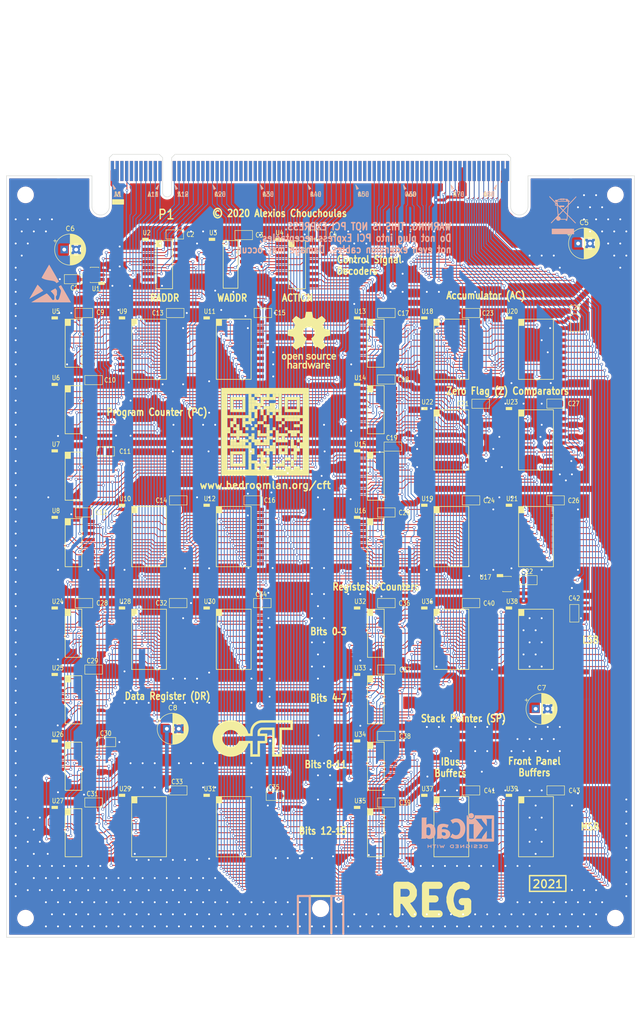
<source format=kicad_pcb>
(kicad_pcb (version 20171130) (host pcbnew 5.1.5-52549c5~86~ubuntu18.04.1)
  (title_block (title "Major Register Board") (rev 2007) (comment 1 REG))
  (layers (0 F.Cu signal) (31 B.Cu signal) (34 B.Paste user) (35 F.Paste user) (36 B.SilkS user) (37 F.SilkS user) (38 B.Mask user) (39 F.Mask user) (44 Edge.Cuts user))
  (net 0 "")
  (net 1 +5V)
  (net 2 GND)
  (net 3 /~RESET)
  (net 4 /~RSTHOLD)
  (net 5 /CLK1)
  (net 6 /CLK2)
  (net 7 /CLK3)
  (net 8 /CLK4)
  (net 9 /T34)
  (net 10 /WSTB)
  (net 11 /~HALT)
  (net 12 /~WS)
  (net 13 /~ENDEXT)
  (net 14 /~MEM)
  (net 15 /~IO)
  (net 16 /~R)
  (net 17 /~IRQS)
  (net 18 /~IRQ)
  (net 19 /~SKIPEXT)
  (net 20 "/Left Edge Connector/~IRQ7")
  (net 21 "/Left Edge Connector/~IRQ6")
  (net 22 "/Left Edge Connector/~IRQ5")
  (net 23 "/Left Edge Connector/~IRQ4")
  (net 24 "/Left Edge Connector/~IRQ3")
  (net 25 "/Left Edge Connector/~IRQ2")
  (net 26 "/Left Edge Connector/~IRQ1")
  (net 27 "/Left Edge Connector/~IRQ0")
  (net 28 "/Left Edge Connector/RSVD1")
  (net 29 "/Left Edge Connector/RSVD4")
  (net 30 "/Left Edge Connector/RSVD3")
  (net 31 "/Left Edge Connector/RSVD2")
  (net 32 /~W)
  (net 33 /~IODEV3xx)
  (net 34 /~IODEV2xx)
  (net 35 /~IODEV1xx)
  (net 36 /~SYSDEV)
  (net 37 "/Left Edge Connector/AB6")
  (net 38 "/Left Edge Connector/AB7")
  (net 39 "/Left Edge Connector/DB0")
  (net 40 "/Left Edge Connector/DB1")
  (net 41 "/Left Edge Connector/DB2")
  (net 42 "/Left Edge Connector/DB3")
  (net 43 "/Left Edge Connector/DB4")
  (net 44 "/Left Edge Connector/DB5")
  (net 45 "/Left Edge Connector/DB6")
  (net 46 "/Left Edge Connector/DB7")
  (net 47 "/Left Edge Connector/AB8")
  (net 48 "/Left Edge Connector/AB9")
  (net 49 "/Left Edge Connector/AB10")
  (net 50 "/Left Edge Connector/AB11")
  (net 51 "/Left Edge Connector/AB12")
  (net 52 "/Left Edge Connector/AB13")
  (net 53 "/Left Edge Connector/AB14")
  (net 54 "/Left Edge Connector/AB15")
  (net 55 "/Left Edge Connector/AB16")
  (net 56 "/Left Edge Connector/AB17")
  (net 57 "/Left Edge Connector/AB18")
  (net 58 "/Left Edge Connector/AB19")
  (net 59 "/Left Edge Connector/AB20")
  (net 60 "/Left Edge Connector/AB21")
  (net 61 "/Left Edge Connector/AB22")
  (net 62 "/Left Edge Connector/AB23")
  (net 63 "/Left Edge Connector/DB8")
  (net 64 "/Left Edge Connector/DB9")
  (net 65 "/Left Edge Connector/DB10")
  (net 66 "/Left Edge Connector/DB11")
  (net 67 "/Left Edge Connector/DB12")
  (net 68 "/Left Edge Connector/DB13")
  (net 69 "/Left Edge Connector/DB14")
  (net 70 "/Left Edge Connector/DB15")
  (net 71 "/Left Edge Connector/AB0")
  (net 72 "/Left Edge Connector/AB1")
  (net 73 "/Left Edge Connector/AB2")
  (net 74 "/Left Edge Connector/AB3")
  (net 75 "/Left Edge Connector/AB4")
  (net 76 "/Left Edge Connector/AB5")
  (net 77 /RADDR0)
  (net 78 /RADDR1)
  (net 79 /RADDR2)
  (net 80 /RADDR3)
  (net 81 /RADDR4)
  (net 82 /WADDR0)
  (net 83 /WADDR1)
  (net 84 /WADDR2)
  (net 85 /WADDR3)
  (net 86 /WADDR4)
  (net 87 /ACTION0)
  (net 88 /ACTION1)
  (net 89 /ACTION2)
  (net 90 /ACTION3)
  (net 91 /~ACCPL)
  (net 92 /FZ)
  (net 93 /RESET)
  (net 94 "Net-(U5-Pad12)")
  (net 95 "Net-(U5-Pad13)")
  (net 96 "Net-(U6-Pad12)")
  (net 97 "Net-(U6-Pad13)")
  (net 98 "Net-(U7-Pad13)")
  (net 99 "Net-(U7-Pad12)")
  (net 100 "Net-(U8-Pad12)")
  (net 101 "Net-(U8-Pad13)")
  (net 102 "Net-(U16-Pad13)")
  (net 103 "Net-(U16-Pad12)")
  (net 104 /~FPSPL)
  (net 105 /~FPACL)
  (net 106 /~FPDRL)
  (net 107 /~FPPCL)
  (net 108 /Accumulator/FPD7)
  (net 109 /Accumulator/FPD6)
  (net 110 /PC15)
  (net 111 /Accumulator/FPD5)
  (net 112 /Accumulator/FPD4)
  (net 113 /PC13)
  (net 114 /Accumulator/FPD3)
  (net 115 /Accumulator/FPD2)
  (net 116 /Accumulator/FPD1)
  (net 117 /Accumulator/FPD0)
  (net 118 /AC14)
  (net 119 /AC15)
  (net 120 /AC13)
  (net 121 /AC12)
  (net 122 /AC11)
  (net 123 /AC10)
  (net 124 /AC9)
  (net 125 /AC8)
  (net 126 /AC7)
  (net 127 /AC6)
  (net 128 /AC5)
  (net 129 /AC4)
  (net 130 /AC3)
  (net 131 /AC2)
  (net 132 /AC1)
  (net 133 /AC0)
  (net 134 /Accumulator/IBUS15)
  (net 135 /Accumulator/IBUS14)
  (net 136 /Accumulator/IBUS13)
  (net 137 /Accumulator/IBUS12)
  (net 138 /Accumulator/IBUS11)
  (net 139 /Accumulator/IBUS10)
  (net 140 /Accumulator/IBUS9)
  (net 141 /Accumulator/IBUS8)
  (net 142 /Accumulator/IBUS7)
  (net 143 /Accumulator/IBUS6)
  (net 144 /~FPSPH)
  (net 145 /~FPACH)
  (net 146 /~FPDRH)
  (net 147 /~FPPCH)
  (net 148 /PC14)
  (net 149 /PC12)
  (net 150 /PC11)
  (net 151 /PC10)
  (net 152 /Accumulator/IBUS5)
  (net 153 /Accumulator/IBUS4)
  (net 154 /Accumulator/IBUS3)
  (net 155 /Accumulator/IBUS2)
  (net 156 /Accumulator/IBUS1)
  (net 157 /Accumulator/IBUS0)
  (net 158 /~READ-PC)
  (net 159 /~READ-DR)
  (net 160 /~READ-AC)
  (net 161 "Net-(U2-Pad11)")
  (net 162 "Net-(U2-Pad10)")
  (net 163 "Net-(U2-Pad9)")
  (net 164 "Net-(U2-Pad7)")
  (net 165 /~WRITE-PC)
  (net 166 /~WRITE-DR)
  (net 167 /~WRITE-AC)
  (net 168 /~WRITE-SP)
  (net 169 "Net-(U3-Pad11)")
  (net 170 "Net-(U3-Pad10)")
  (net 171 "Net-(U3-Pad9)")
  (net 172 "Net-(U3-Pad7)")
  (net 173 /~ACTION-INCPC)
  (net 174 /~ACTION-INCDR)
  (net 175 /~ACTION-DECDR)
  (net 176 /~ACTION-INCAC)
  (net 177 /~ACTION-DECAC)
  (net 178 /~ACTION-INCSP)
  (net 179 /~ACTION-DECSP)
  (net 180 "/Program Counter/PC1")
  (net 181 "/Program Counter/PC0")
  (net 182 "/Program Counter/~DEC")
  (net 183 "/Program Counter/PC2")
  (net 184 "/Program Counter/PC3")
  (net 185 "/Program Counter/PC5")
  (net 186 "/Program Counter/PC4")
  (net 187 "/Program Counter/PC6")
  (net 188 "/Program Counter/PC7")
  (net 189 "/Program Counter/PC8")
  (net 190 "/Program Counter/PC9")
  (net 191 "Net-(U13-Pad13)")
  (net 192 "Net-(U13-Pad12)")
  (net 193 "Net-(U14-Pad13)")
  (net 194 "Net-(U14-Pad12)")
  (net 195 "Net-(U15-Pad13)")
  (net 196 "Net-(U15-Pad12)")
  (net 197 "Net-(U22-Pad19)")
  (net 198 "Net-(U24-Pad13)")
  (net 199 "Net-(U24-Pad12)")
  (net 200 "/Data Register/Q3")
  (net 201 "/Data Register/Q2")
  (net 202 "/Data Register/Q0")
  (net 203 "/Data Register/Q1")
  (net 204 "Net-(U25-Pad13)")
  (net 205 "Net-(U25-Pad12)")
  (net 206 "/Data Register/Q7")
  (net 207 "/Data Register/Q6")
  (net 208 "/Data Register/Q4")
  (net 209 "/Data Register/Q5")
  (net 210 "Net-(U26-Pad13)")
  (net 211 "Net-(U26-Pad12)")
  (net 212 "/Data Register/Q11")
  (net 213 "/Data Register/Q10")
  (net 214 "/Data Register/Q8")
  (net 215 "/Data Register/Q9")
  (net 216 "Net-(U27-Pad13)")
  (net 217 "Net-(U27-Pad12)")
  (net 218 "/Data Register/Q15")
  (net 219 "/Data Register/Q14")
  (net 220 "/Data Register/Q12")
  (net 221 "/Data Register/Q13")
  (net 222 "Net-(U32-Pad13)")
  (net 223 "Net-(U32-Pad12)")
  (net 224 "/Stack Pointer/Q3")
  (net 225 "/Stack Pointer/Q2")
  (net 226 "/Stack Pointer/Q0")
  (net 227 "/Stack Pointer/Q1")
  (net 228 "Net-(U33-Pad13)")
  (net 229 "Net-(U33-Pad12)")
  (net 230 "/Stack Pointer/Q7")
  (net 231 "/Stack Pointer/Q6")
  (net 232 "/Stack Pointer/Q4")
  (net 233 "/Stack Pointer/Q5")
  (net 234 "Net-(U34-Pad13)")
  (net 235 "Net-(U34-Pad12)")
  (net 236 "/Stack Pointer/Q11")
  (net 237 "/Stack Pointer/Q10")
  (net 238 "/Stack Pointer/Q8")
  (net 239 "/Stack Pointer/Q9")
  (net 240 "Net-(U35-Pad13)")
  (net 241 "Net-(U35-Pad12)")
  (net 242 "/Stack Pointer/Q15")
  (net 243 "/Stack Pointer/Q14")
  (net 244 "/Stack Pointer/Q12")
  (net 245 "/Stack Pointer/Q13")
  (net 246 "/Left Edge Connector/C22")
  (net 247 "/Left Edge Connector/C10")
  (net 248 "/Left Edge Connector/C9")
  (net 249 "/Left Edge Connector/C8")
  (net 250 "/Left Edge Connector/C7")
  (net 251 "/Left Edge Connector/C21")
  (net 252 "/Left Edge Connector/C20")
  (net 253 "/Left Edge Connector/C19")
  (net 254 /~READ-SP)
  (net 255 "Net-(U4-Pad14)")
  (net 256 "/Left Edge Connector/~RUEN")
  (net 257 "/Left Edge Connector/~WUEN")
  (module alexios:SOIC-16 (layer F.Cu) (at 123.19 91.44)
    (fp_text reference U3 (at -1.350001 -2.25) (layer F.SilkS) (effects (font (size 1 0.83)) (justify left)))
    (fp_text value 74HC138)
    (pad 16 smd rect (at 6.466 0) (size 2.54 0.72) (layers F.Cu F.Paste F.Mask) (net 1 +5V))
    (pad 15 smd rect (at 6.466 1.27) (size 2.54 0.72) (layers F.Cu F.Paste F.Mask) (net 165 /~WRITE-PC))
    (pad 14 smd rect (at 6.466 2.54) (size 2.54 0.72) (layers F.Cu F.Paste F.Mask) (net 166 /~WRITE-DR))
    (pad 13 smd rect (at 6.466 3.81) (size 2.54 0.72) (layers F.Cu F.Paste F.Mask) (net 167 /~WRITE-AC))
    (pad 12 smd rect (at 6.466 5.08) (size 2.54 0.72) (layers F.Cu F.Paste F.Mask) (net 168 /~WRITE-SP))
    (pad 11 smd rect (at 6.466 6.35) (size 2.54 0.72) (layers F.Cu F.Paste F.Mask) (net 169 "Net-(U3-Pad11)"))
    (pad 10 smd rect (at 6.466 7.62) (size 2.54 0.72) (layers F.Cu F.Paste F.Mask) (net 170 "Net-(U3-Pad10)"))
    (pad 9 smd rect (at 6.466 8.89) (size 2.54 0.72) (layers F.Cu F.Paste F.Mask) (net 171 "Net-(U3-Pad9)"))
    (pad 8 smd rect (at 0.008 8.89) (size 2.54 0.72) (layers F.Cu F.Paste F.Mask) (net 2 GND))
    (pad 7 smd rect (at 0.008 7.62) (size 2.54 0.72) (layers F.Cu F.Paste F.Mask) (net 172 "Net-(U3-Pad7)"))
    (pad 6 smd rect (at 0.008 6.35) (size 2.54 0.72) (layers F.Cu F.Paste F.Mask) (net 85 /WADDR3))
    (pad 5 smd rect (at 0.008 5.08) (size 2.54 0.72) (layers F.Cu F.Paste F.Mask) (net 86 /WADDR4))
    (pad 4 smd rect (at 0.008 3.81) (size 2.54 0.72) (layers F.Cu F.Paste F.Mask) (net 6 /CLK2))
    (pad 3 smd rect (at 0 2.54) (size 2.54 0.72) (layers F.Cu F.Paste F.Mask) (net 84 /WADDR2))
    (pad 2 smd rect (at 0 1.27) (size 2.54 0.72) (layers F.Cu F.Paste F.Mask) (net 83 /WADDR1))
    (pad 1 smd rect (at 0.012 0) (size 2.54 0.72) (layers F.Cu F.Paste F.Mask) (net 82 /WADDR0))
  )
  (module alexios:CFT-2019-Card-Edge (layer F.Cu) (at 101.6 76.2)
    (fp_text reference P1 (at 11.3284 9.144 180) (layer F.SilkS) (effects (font (size 2 1.75) (thickness 0.3))))
    (fp_text value CFT-2019-Bus)
    (fp_text user B60 (at 63.9 4.9 180) (layer B.SilkS) (effects (font (size 1 0.83)) (justify left mirror)))
    (fp_text user B50 (at 54 4.9 180) (layer B.SilkS) (effects (font (size 1 0.83)) (justify left mirror)))
    (fp_text user B40 (at 44 4.9 180) (layer B.SilkS) (effects (font (size 1 0.83)) (justify left mirror)))
    (fp_text user B30 (at 34 4.9 180) (layer B.SilkS) (effects (font (size 1 0.83)) (justify left mirror)))
    (fp_text user B20 (at 23.9 4.9 180) (layer B.SilkS) (effects (font (size 1 0.83)) (justify left mirror)))
    (fp_line (start -22.25 161.05) (end -22.25 1) (layer Edge.Cuts) (width 0.1))
    (fp_line (start -22.25 1) (end -4.3 1) (layer Edge.Cuts) (width 0.1))
    (fp_line (start 87.3 1) (end 87.3 7.425) (layer Edge.Cuts) (width 0.1))
    (fp_line (start 83.65 7.425) (end 83.65 -2.8) (layer Edge.Cuts) (width 0.1))
    (fp_line (start 82.95 -3.5) (end 83.65 -2.8) (layer Edge.Cuts) (width 0.1))
    (fp_arc (start 85.475 7.425) (end 87.3 7.425) (angle 180) (layer Edge.Cuts) (width 0.1))
    (fp_line (start -4.3 1) (end -4.3 7.425) (layer Edge.Cuts) (width 0.1))
    (fp_arc (start -2.475 7.425) (end -4.3 7.425) (angle -180) (layer Edge.Cuts) (width 0.1))
    (fp_line (start 13.15 -3.5) (end 82.95 -3.5) (layer Edge.Cuts) (width 0.1))
    (fp_line (start 13.15 -3.5) (end 12.45 -2.8) (layer Edge.Cuts) (width 0.1))
    (fp_line (start 12.45 4.5) (end 12.45 -2.8) (layer Edge.Cuts) (width 0.1))
    (fp_arc (start 11.5 4.5) (end 10.55 4.5) (angle -180) (layer Edge.Cuts) (width 0.1))
    (fp_line (start 10.55 -2.8) (end 10.55 4.5) (layer Edge.Cuts) (width 0.1))
    (fp_line (start 9.85 -3.5) (end 10.55 -2.8) (layer Edge.Cuts) (width 0.1))
    (fp_line (start 0.05 -3.5) (end 9.85 -3.5) (layer Edge.Cuts) (width 0.1))
    (fp_line (start 0.05 -3.5) (end -0.65 -2.8) (layer Edge.Cuts) (width 0.1))
    (fp_line (start -0.65 7.425) (end -0.65 -2.8) (layer Edge.Cuts) (width 0.1))
    (fp_text user B11 (at 7.2 4.9 180) (layer B.SilkS) (effects (font (size 1 0.83)) (justify right mirror)))
    (fp_text user B1 (at 1.9 4.9 180) (layer B.SilkS) (effects (font (size 1 0.83)) (justify left mirror)))
    (fp_text user A12 (at 13.6 4.9) (layer F.SilkS) (effects (font (size 1 0.83)) (justify left)))
    (fp_text user A80 (at 77.9 4.9) (layer F.SilkS) (effects (font (size 1 0.83)) (justify left)))
    (fp_text user A70 (at 71.5 4.9) (layer F.SilkS) (effects (font (size 1 0.83)) (justify left)))
    (fp_text user A60 (at 61.5 4.9) (layer F.SilkS) (effects (font (size 1 0.83)) (justify left)))
    (fp_text user A50 (at 51.5 4.9) (layer F.SilkS) (effects (font (size 1 0.83)) (justify left)))
    (fp_text user A40 (at 41.5 4.9) (layer F.SilkS) (effects (font (size 1 0.83)) (justify left)))
    (fp_text user A30 (at 31.5 4.9) (layer F.SilkS) (effects (font (size 1 0.83)) (justify left)))
    (fp_text user A20 (at 21.4 4.9) (layer F.SilkS) (effects (font (size 1 0.83)) (justify left)))
    (fp_text user A11 (at 7.3 4.9) (layer F.SilkS) (effects (font (size 1 0.83)) (justify left)))
    (fp_text user A1 (at 0.3 4.9) (layer F.SilkS) (effects (font (size 1 0.83)) (justify left)))
    (fp_line (start 109.64 161.05) (end -22.25 161.05) (layer Edge.Cuts) (width 0.1))
    (fp_line (start 87.3 1) (end 109.64 1) (layer Edge.Cuts) (width 0.1))
    (fp_line (start 109.64 161.05) (end 109.64 1) (layer Edge.Cuts) (width 0.1))
    (fp_text user B12 (at 16.1 4.9 180) (layer B.SilkS) (effects (font (size 1 0.83)) (justify left mirror)))
    (fp_text user B70 (at 74 4.9 180) (layer B.SilkS) (effects (font (size 1 0.83)) (justify left mirror)))
    (fp_text user B80 (at 80.4 4.9 180) (layer B.SilkS) (effects (font (size 1 0.83)) (justify left mirror)))
    (pad B3 connect rect (at 2 0 180) (size 0.7 4.2) (layers B.Cu B.Mask) (net 5 /CLK1))
    (pad B4 connect rect (at 3 0 180) (size 0.7 4.2) (layers B.Cu B.Mask) (net 6 /CLK2))
    (pad B5 connect rect (at 4 0 180) (size 0.7 4.2) (layers B.Cu B.Mask) (net 9 /T34))
    (pad B6 connect rect (at 5 0 180) (size 0.7 4.2) (layers B.Cu B.Mask) (net 3 /~RESET))
    (pad B7 connect rect (at 6 0 180) (size 0.7 4.2) (layers B.Cu B.Mask) (net 157 /Accumulator/IBUS0))
    (pad B8 connect rect (at 7 0 180) (size 0.7 4.2) (layers B.Cu B.Mask) (net 156 /Accumulator/IBUS1))
    (pad B9 connect rect (at 8 0 180) (size 0.7 4.2) (layers B.Cu B.Mask) (net 155 /Accumulator/IBUS2))
    (pad B10 connect rect (at 9 0 180) (size 0.7 4.2) (layers B.Cu B.Mask) (net 154 /Accumulator/IBUS3))
    (pad B11 connect rect (at 10 0 180) (size 0.7 4.2) (layers B.Cu B.Mask) (net 153 /Accumulator/IBUS4))
    (pad B12 connect rect (at 13 0 180) (size 0.7 4.2) (layers B.Cu B.Mask) (net 152 /Accumulator/IBUS5))
    (pad A13 connect rect (at 14 0 180) (size 0.7 4.2) (layers F.Cu F.Mask) (net 37 "/Left Edge Connector/AB6"))
    (pad A14 connect rect (at 15 0 180) (size 0.7 4.2) (layers F.Cu F.Mask) (net 38 "/Left Edge Connector/AB7"))
    (pad A15 connect rect (at 16 0 180) (size 0.7 4.2) (layers F.Cu F.Mask) (net 39 "/Left Edge Connector/DB0"))
    (pad A16 connect rect (at 17 0 180) (size 0.7 4.2) (layers F.Cu F.Mask) (net 40 "/Left Edge Connector/DB1"))
    (pad A17 connect rect (at 18 0 180) (size 0.7 4.2) (layers F.Cu F.Mask) (net 41 "/Left Edge Connector/DB2"))
    (pad A18 connect rect (at 19 0 180) (size 0.7 4.2) (layers F.Cu F.Mask) (net 42 "/Left Edge Connector/DB3"))
    (pad A19 connect rect (at 20 0 180) (size 0.7 4.2) (layers F.Cu F.Mask) (net 43 "/Left Edge Connector/DB4"))
    (pad A20 connect rect (at 21 0 180) (size 0.7 4.2) (layers F.Cu F.Mask) (net 44 "/Left Edge Connector/DB5"))
    (pad A21 connect rect (at 22 0 180) (size 0.7 4.2) (layers F.Cu F.Mask) (net 45 "/Left Edge Connector/DB6"))
    (pad A22 connect rect (at 23 0 180) (size 0.7 4.2) (layers F.Cu F.Mask) (net 46 "/Left Edge Connector/DB7"))
    (pad A23 connect rect (at 24 0 180) (size 0.7 4.2) (layers F.Cu F.Mask) (net 36 /~SYSDEV))
    (pad A24 connect rect (at 25 0 180) (size 0.7 4.2) (layers F.Cu F.Mask) (net 35 /~IODEV1xx))
    (pad A25 connect rect (at 26 0 180) (size 0.7 4.2) (layers F.Cu F.Mask) (net 34 /~IODEV2xx))
    (pad A26 connect rect (at 27 0 180) (size 0.7 4.2) (layers F.Cu F.Mask) (net 33 /~IODEV3xx))
    (pad A27 connect rect (at 28 0 180) (size 0.7 4.2) (layers F.Cu F.Mask) (net 16 /~R))
    (pad A28 connect rect (at 29 0 180) (size 0.7 4.2) (layers F.Cu F.Mask) (net 32 /~W))
    (pad A29 connect rect (at 30 0 180) (size 0.7 4.2) (layers F.Cu F.Mask) (net 31 "/Left Edge Connector/RSVD2"))
    (pad A30 connect rect (at 31 0 180) (size 0.7 4.2) (layers F.Cu F.Mask) (net 30 "/Left Edge Connector/RSVD3"))
    (pad A31 connect rect (at 32 0 180) (size 0.7 4.2) (layers F.Cu F.Mask) (net 29 "/Left Edge Connector/RSVD4"))
    (pad A32 connect rect (at 33 0 180) (size 0.7 4.2) (layers F.Cu F.Mask) (net 13 /~ENDEXT))
    (pad A33 connect rect (at 34 0 180) (size 0.7 4.2) (layers F.Cu F.Mask) (net 19 /~SKIPEXT))
    (pad A34 connect rect (at 35 0 180) (size 0.7 4.2) (layers F.Cu F.Mask) (net 47 "/Left Edge Connector/AB8"))
    (pad A35 connect rect (at 36 0 180) (size 0.7 4.2) (layers F.Cu F.Mask) (net 48 "/Left Edge Connector/AB9"))
    (pad A36 connect rect (at 37 0 180) (size 0.7 4.2) (layers F.Cu F.Mask) (net 49 "/Left Edge Connector/AB10"))
    (pad A37 connect rect (at 38 0 180) (size 0.7 4.2) (layers F.Cu F.Mask) (net 50 "/Left Edge Connector/AB11"))
    (pad A38 connect rect (at 39 0 180) (size 0.7 4.2) (layers F.Cu F.Mask) (net 51 "/Left Edge Connector/AB12"))
    (pad A39 connect rect (at 40 0 180) (size 0.7 4.2) (layers F.Cu F.Mask) (net 52 "/Left Edge Connector/AB13"))
    (pad A40 connect rect (at 41 0 180) (size 0.7 4.2) (layers F.Cu F.Mask) (net 53 "/Left Edge Connector/AB14"))
    (pad A41 connect rect (at 42 0 180) (size 0.7 4.2) (layers F.Cu F.Mask) (net 54 "/Left Edge Connector/AB15"))
    (pad A42 connect rect (at 43 0 180) (size 0.7 4.2) (layers F.Cu F.Mask) (net 55 "/Left Edge Connector/AB16"))
    (pad A43 connect rect (at 44 0 180) (size 0.7 4.2) (layers F.Cu F.Mask) (net 56 "/Left Edge Connector/AB17"))
    (pad A44 connect rect (at 45 0 180) (size 0.7 4.2) (layers F.Cu F.Mask) (net 57 "/Left Edge Connector/AB18"))
    (pad A45 connect rect (at 46 0 180) (size 0.7 4.2) (layers F.Cu F.Mask) (net 58 "/Left Edge Connector/AB19"))
    (pad A46 connect rect (at 47 0 180) (size 0.7 4.2) (layers F.Cu F.Mask) (net 59 "/Left Edge Connector/AB20"))
    (pad A47 connect rect (at 48 0 180) (size 0.7 4.2) (layers F.Cu F.Mask) (net 60 "/Left Edge Connector/AB21"))
    (pad A48 connect rect (at 49 0 180) (size 0.7 4.2) (layers F.Cu F.Mask) (net 61 "/Left Edge Connector/AB22"))
    (pad A49 connect rect (at 50 0 180) (size 0.7 4.2) (layers F.Cu F.Mask) (net 62 "/Left Edge Connector/AB23"))
    (pad A50 connect rect (at 51 0 180) (size 0.7 4.2) (layers F.Cu F.Mask) (net 28 "/Left Edge Connector/RSVD1"))
    (pad A51 connect rect (at 52 0 180) (size 0.7 4.2) (layers F.Cu F.Mask) (net 27 "/Left Edge Connector/~IRQ0"))
    (pad A52 connect rect (at 53 0 180) (size 0.7 4.2) (layers F.Cu F.Mask) (net 26 "/Left Edge Connector/~IRQ1"))
    (pad A53 connect rect (at 54 0 180) (size 0.7 4.2) (layers F.Cu F.Mask) (net 25 "/Left Edge Connector/~IRQ2"))
    (pad A54 connect rect (at 55 0 180) (size 0.7 4.2) (layers F.Cu F.Mask) (net 24 "/Left Edge Connector/~IRQ3"))
    (pad A55 connect rect (at 56 0 180) (size 0.7 4.2) (layers F.Cu F.Mask) (net 23 "/Left Edge Connector/~IRQ4"))
    (pad A56 connect rect (at 57 0 180) (size 0.7 4.2) (layers F.Cu F.Mask) (net 63 "/Left Edge Connector/DB8"))
    (pad A57 connect rect (at 58 0 180) (size 0.7 4.2) (layers F.Cu F.Mask) (net 64 "/Left Edge Connector/DB9"))
    (pad A58 connect rect (at 59 0 180) (size 0.7 4.2) (layers F.Cu F.Mask) (net 65 "/Left Edge Connector/DB10"))
    (pad A59 connect rect (at 60 0 180) (size 0.7 4.2) (layers F.Cu F.Mask) (net 66 "/Left Edge Connector/DB11"))
    (pad A60 connect rect (at 61 0 180) (size 0.7 4.2) (layers F.Cu F.Mask) (net 67 "/Left Edge Connector/DB12"))
    (pad A61 connect rect (at 62 0 180) (size 0.7 4.2) (layers F.Cu F.Mask) (net 68 "/Left Edge Connector/DB13"))
    (pad A62 connect rect (at 63 0 180) (size 0.7 4.2) (layers F.Cu F.Mask) (net 69 "/Left Edge Connector/DB14"))
    (pad A63 connect rect (at 64 0 180) (size 0.7 4.2) (layers F.Cu F.Mask) (net 70 "/Left Edge Connector/DB15"))
    (pad A64 connect rect (at 65 0 180) (size 0.7 4.2) (layers F.Cu F.Mask) (net 253 "/Left Edge Connector/C19"))
    (pad A65 connect rect (at 66 0 180) (size 0.7 4.2) (layers F.Cu F.Mask) (net 252 "/Left Edge Connector/C20"))
    (pad A66 connect rect (at 67 0 180) (size 0.7 4.2) (layers F.Cu F.Mask) (net 251 "/Left Edge Connector/C21"))
    (pad A6 connect rect (at 5 0 180) (size 0.7 4.2) (layers F.Cu F.Mask) (net 4 /~RSTHOLD))
    (pad A7 connect rect (at 6 0 180) (size 0.7 4.2) (layers F.Cu F.Mask) (net 71 "/Left Edge Connector/AB0"))
    (pad A8 connect rect (at 7 0 180) (size 0.7 4.2) (layers F.Cu F.Mask) (net 72 "/Left Edge Connector/AB1"))
    (pad A9 connect rect (at 8 0 180) (size 0.7 4.2) (layers F.Cu F.Mask) (net 73 "/Left Edge Connector/AB2"))
    (pad A10 connect rect (at 9 0 180) (size 0.7 4.2) (layers F.Cu F.Mask) (net 74 "/Left Edge Connector/AB3"))
    (pad A11 connect rect (at 10 0 180) (size 0.7 4.2) (layers F.Cu F.Mask) (net 75 "/Left Edge Connector/AB4"))
    (pad A12 connect rect (at 13 0 180) (size 0.7 4.2) (layers F.Cu F.Mask) (net 76 "/Left Edge Connector/AB5"))
    (pad B1 connect rect (at 0 0 180) (size 0.7 4.2) (layers B.Cu B.Mask) (net 2 GND))
    (pad B2 connect rect (at 1 0 180) (size 0.7 4.2) (layers B.Cu B.Mask) (net 2 GND))
    (pad A1 connect rect (at 0 0 180) (size 0.7 4.2) (layers F.Cu F.Mask) (net 1 +5V))
    (pad A2 connect rect (at 1 0 180) (size 0.7 4.2) (layers F.Cu F.Mask) (net 1 +5V))
    (pad A3 connect rect (at 2 0 180) (size 0.7 4.2) (layers F.Cu F.Mask) (net 7 /CLK3))
    (pad A4 connect rect (at 3 0 180) (size 0.7 4.2) (layers F.Cu F.Mask) (net 8 /CLK4))
    (pad A5 connect rect (at 4 0 180) (size 0.7 4.2) (layers F.Cu F.Mask) (net 10 /WSTB))
    (pad A67 connect rect (at 68 0 180) (size 0.7 4.2) (layers F.Cu F.Mask) (net 22 "/Left Edge Connector/~IRQ5"))
    (pad A68 connect rect (at 69 0 180) (size 0.7 4.2) (layers F.Cu F.Mask) (net 21 "/Left Edge Connector/~IRQ6"))
    (pad A69 connect rect (at 70 0 180) (size 0.7 4.2) (layers F.Cu F.Mask) (net 133 /AC0))
    (pad A70 connect rect (at 71 0 180) (size 0.7 4.2) (layers F.Cu F.Mask) (net 20 "/Left Edge Connector/~IRQ7"))
    (pad A71 connect rect (at 72 0 180) (size 0.7 4.2) (layers F.Cu F.Mask) (net 131 /AC2))
    (pad A72 connect rect (at 73 0 180) (size 0.7 4.2) (layers F.Cu F.Mask) (net 2 GND))
    (pad A73 connect rect (at 74 0 180) (size 0.7 4.2) (layers F.Cu F.Mask) (net 2 GND))
    (pad A74 connect rect (at 75 0 180) (size 0.7 4.2) (layers F.Cu F.Mask) (net 129 /AC4))
    (pad A75 connect rect (at 76 0 180) (size 0.7 4.2) (layers F.Cu F.Mask) (net 127 /AC6))
    (pad A76 connect rect (at 77 0 180) (size 0.7 4.2) (layers F.Cu F.Mask) (net 125 /AC8))
    (pad A77 connect rect (at 78 0 180) (size 0.7 4.2) (layers F.Cu F.Mask) (net 123 /AC10))
    (pad A78 connect rect (at 79 0 180) (size 0.7 4.2) (layers F.Cu F.Mask) (net 121 /AC12))
    (pad A79 connect rect (at 80 0 180) (size 0.7 4.2) (layers F.Cu F.Mask) (net 118 /AC14))
    (pad A80 connect rect (at 81 0 180) (size 0.7 4.2) (layers F.Cu F.Mask) (net 92 /FZ))
    (pad A81 connect rect (at 82 0 180) (size 0.7 4.2) (layers F.Cu F.Mask) (net 1 +5V))
    (pad A82 connect rect (at 83 0 180) (size 0.7 4.2) (layers F.Cu F.Mask) (net 1 +5V))
    (pad B13 connect rect (at 14 0 180) (size 0.7 4.2) (layers B.Cu B.Mask) (net 143 /Accumulator/IBUS6))
    (pad B14 connect rect (at 15 0 180) (size 0.7 4.2) (layers B.Cu B.Mask) (net 142 /Accumulator/IBUS7))
    (pad B15 connect rect (at 16 0 180) (size 0.7 4.2) (layers B.Cu B.Mask) (net 77 /RADDR0))
    (pad B16 connect rect (at 17 0 180) (size 0.7 4.2) (layers B.Cu B.Mask) (net 78 /RADDR1))
    (pad B17 connect rect (at 18 0 180) (size 0.7 4.2) (layers B.Cu B.Mask) (net 79 /RADDR2))
    (pad B18 connect rect (at 19 0 180) (size 0.7 4.2) (layers B.Cu B.Mask) (net 80 /RADDR3))
    (pad B19 connect rect (at 20 0 180) (size 0.7 4.2) (layers B.Cu B.Mask) (net 81 /RADDR4))
    (pad B20 connect rect (at 21 0 180) (size 0.7 4.2) (layers B.Cu B.Mask) (net 82 /WADDR0))
    (pad B21 connect rect (at 22 0 180) (size 0.7 4.2) (layers B.Cu B.Mask) (net 83 /WADDR1))
    (pad B22 connect rect (at 23 0 180) (size 0.7 4.2) (layers B.Cu B.Mask) (net 84 /WADDR2))
    (pad B23 connect rect (at 24 0 180) (size 0.7 4.2) (layers B.Cu B.Mask) (net 85 /WADDR3))
    (pad B24 connect rect (at 25 0 180) (size 0.7 4.2) (layers B.Cu B.Mask) (net 86 /WADDR4))
    (pad B25 connect rect (at 26 0 180) (size 0.7 4.2) (layers B.Cu B.Mask) (net 14 /~MEM))
    (pad B26 connect rect (at 27 0 180) (size 0.7 4.2) (layers B.Cu B.Mask) (net 15 /~IO))
    (pad B27 connect rect (at 28 0 180) (size 0.7 4.2) (layers B.Cu B.Mask) (net 12 /~WS))
    (pad B28 connect rect (at 29 0 180) (size 0.7 4.2) (layers B.Cu B.Mask) (net 256 "/Left Edge Connector/~RUEN"))
    (pad B29 connect rect (at 30 0 180) (size 0.7 4.2) (layers B.Cu B.Mask) (net 257 "/Left Edge Connector/~WUEN"))
    (pad B30 connect rect (at 31 0 180) (size 0.7 4.2) (layers B.Cu B.Mask) (net 87 /ACTION0))
    (pad B31 connect rect (at 32 0 180) (size 0.7 4.2) (layers B.Cu B.Mask) (net 88 /ACTION1))
    (pad B32 connect rect (at 33 0 180) (size 0.7 4.2) (layers B.Cu B.Mask) (net 89 /ACTION2))
    (pad B33 connect rect (at 34 0 180) (size 0.7 4.2) (layers B.Cu B.Mask) (net 90 /ACTION3))
    (pad B34 connect rect (at 35 0 180) (size 0.7 4.2) (layers B.Cu B.Mask) (net 141 /Accumulator/IBUS8))
    (pad B35 connect rect (at 36 0 180) (size 0.7 4.2) (layers B.Cu B.Mask) (net 140 /Accumulator/IBUS9))
    (pad B36 connect rect (at 37 0 180) (size 0.7 4.2) (layers B.Cu B.Mask) (net 139 /Accumulator/IBUS10))
    (pad B37 connect rect (at 38 0 180) (size 0.7 4.2) (layers B.Cu B.Mask) (net 138 /Accumulator/IBUS11))
    (pad B38 connect rect (at 39 0 180) (size 0.7 4.2) (layers B.Cu B.Mask) (net 137 /Accumulator/IBUS12))
    (pad B39 connect rect (at 40 0 180) (size 0.7 4.2) (layers B.Cu B.Mask) (net 136 /Accumulator/IBUS13))
    (pad B40 connect rect (at 41 0 180) (size 0.7 4.2) (layers B.Cu B.Mask) (net 135 /Accumulator/IBUS14))
    (pad B41 connect rect (at 42 0 180) (size 0.7 4.2) (layers B.Cu B.Mask) (net 134 /Accumulator/IBUS15))
    (pad B42 connect rect (at 43 0 180) (size 0.7 4.2) (layers B.Cu B.Mask) (net 18 /~IRQ))
    (pad B43 connect rect (at 44 0 180) (size 0.7 4.2) (layers B.Cu B.Mask) (net 17 /~IRQS))
    (pad B44 connect rect (at 45 0 180) (size 0.7 4.2) (layers B.Cu B.Mask) (net 151 /PC10))
    (pad B45 connect rect (at 46 0 180) (size 0.7 4.2) (layers B.Cu B.Mask) (net 150 /PC11))
    (pad B46 connect rect (at 47 0 180) (size 0.7 4.2) (layers B.Cu B.Mask) (net 149 /PC12))
    (pad B47 connect rect (at 48 0 180) (size 0.7 4.2) (layers B.Cu B.Mask) (net 113 /PC13))
    (pad B48 connect rect (at 49 0 180) (size 0.7 4.2) (layers B.Cu B.Mask) (net 148 /PC14))
    (pad B49 connect rect (at 50 0 180) (size 0.7 4.2) (layers B.Cu B.Mask) (net 110 /PC15))
    (pad B50 connect rect (at 51 0 180) (size 0.7 4.2) (layers B.Cu B.Mask) (net 250 "/Left Edge Connector/C7"))
    (pad B51 connect rect (at 52 0 180) (size 0.7 4.2) (layers B.Cu B.Mask) (net 249 "/Left Edge Connector/C8"))
    (pad B52 connect rect (at 53 0 180) (size 0.7 4.2) (layers B.Cu B.Mask) (net 248 "/Left Edge Connector/C9"))
    (pad B53 connect rect (at 54 0 180) (size 0.7 4.2) (layers B.Cu B.Mask) (net 247 "/Left Edge Connector/C10"))
    (pad B54 connect rect (at 55 0 180) (size 0.7 4.2) (layers B.Cu B.Mask) (net 147 /~FPPCH))
    (pad B55 connect rect (at 56 0 180) (size 0.7 4.2) (layers B.Cu B.Mask) (net 107 /~FPPCL))
    (pad B56 connect rect (at 57 0 180) (size 0.7 4.2) (layers B.Cu B.Mask) (net 146 /~FPDRH))
    (pad B57 connect rect (at 58 0 180) (size 0.7 4.2) (layers B.Cu B.Mask) (net 106 /~FPDRL))
    (pad B58 connect rect (at 59 0 180) (size 0.7 4.2) (layers B.Cu B.Mask) (net 105 /~FPACL))
    (pad B59 connect rect (at 60 0 180) (size 0.7 4.2) (layers B.Cu B.Mask) (net 145 /~FPACH))
    (pad B60 connect rect (at 61 0 180) (size 0.7 4.2) (layers B.Cu B.Mask) (net 11 /~HALT))
    (pad B61 connect rect (at 62 0 180) (size 0.7 4.2) (layers B.Cu B.Mask) (net 104 /~FPSPL))
    (pad B62 connect rect (at 63 0 180) (size 0.7 4.2) (layers B.Cu B.Mask) (net 144 /~FPSPH))
    (pad B63 connect rect (at 64 0 180) (size 0.7 4.2) (layers B.Cu B.Mask) (net 117 /Accumulator/FPD0))
    (pad B64 connect rect (at 65 0 180) (size 0.7 4.2) (layers B.Cu B.Mask) (net 116 /Accumulator/FPD1))
    (pad B65 connect rect (at 66 0 180) (size 0.7 4.2) (layers B.Cu B.Mask) (net 115 /Accumulator/FPD2))
    (pad B66 connect rect (at 67 0 180) (size 0.7 4.2) (layers B.Cu B.Mask) (net 114 /Accumulator/FPD3))
    (pad B67 connect rect (at 68 0 180) (size 0.7 4.2) (layers B.Cu B.Mask) (net 246 "/Left Edge Connector/C22"))
    (pad B68 connect rect (at 69 0 180) (size 0.7 4.2) (layers B.Cu B.Mask) (net 112 /Accumulator/FPD4))
    (pad B69 connect rect (at 70 0 180) (size 0.7 4.2) (layers B.Cu B.Mask) (net 111 /Accumulator/FPD5))
    (pad B70 connect rect (at 71 0 180) (size 0.7 4.2) (layers B.Cu B.Mask) (net 132 /AC1))
    (pad B71 connect rect (at 72 0 180) (size 0.7 4.2) (layers B.Cu B.Mask) (net 130 /AC3))
    (pad B72 connect rect (at 73 0 180) (size 0.7 4.2) (layers B.Cu B.Mask) (net 109 /Accumulator/FPD6))
    (pad B73 connect rect (at 74 0 180) (size 0.7 4.2) (layers B.Cu B.Mask) (net 108 /Accumulator/FPD7))
    (pad B74 connect rect (at 75 0 180) (size 0.7 4.2) (layers B.Cu B.Mask) (net 128 /AC5))
    (pad B75 connect rect (at 76 0 180) (size 0.7 4.2) (layers B.Cu B.Mask) (net 126 /AC7))
    (pad B76 connect rect (at 77 0 180) (size 0.7 4.2) (layers B.Cu B.Mask) (net 124 /AC9))
    (pad B77 connect rect (at 78 0 180) (size 0.7 4.2) (layers B.Cu B.Mask) (net 122 /AC11))
    (pad B78 connect rect (at 79 0 180) (size 0.7 4.2) (layers B.Cu B.Mask) (net 120 /AC13))
    (pad B79 connect rect (at 80 0 180) (size 0.7 4.2) (layers B.Cu B.Mask) (net 119 /AC15))
    (pad B80 connect rect (at 81 0 180) (size 0.7 4.2) (layers B.Cu B.Mask) (net 91 /~ACCPL))
    (pad B81 connect rect (at 82 0 180) (size 0.7 4.2) (layers B.Cu B.Mask) (net 2 GND))
    (pad B82 connect rect (at 83 0 180) (size 0.7 4.2) (layers B.Cu B.Mask) (net 2 GND))
  )
  (module Symbol:KiCad-Logo2_6mm_SilkScreen (layer B.Cu) (at 174.117 214.122 180)
    (fp_text reference REF** hide)
    (fp_text value KiCad-Logo2_6mm_SilkScreen hide)
  )
  (module Symbol:ESD-Logo_8.9x8mm_SilkScreen (layer B.Cu) (at 88.519 99.822 180)
    (fp_text reference REF** hide)
    (fp_text value ESD-Logo_8.9x8mm_SilkScreen hide)
  )
  (module Symbol:OSHW-Logo_11.4x12mm_SilkScreen (layer F.Cu) (at 142.875 111.76)
    (fp_text reference REF** hide)
    (fp_text value OSHW-Logo_11.4x12mm_SilkScreen hide)
  )
  (module alexios:QRCODE-CFT (layer F.Cu) (at 124.46 140.208)
    (fp_text reference REF** hide)
    (fp_text value QRCODE-CFT hide)
  )
  (module Symbol:WEEE-Logo_5.6x8mm_SilkScreen (layer B.Cu) (at 196.215 85.471 180)
    (fp_text reference REF** hide)
    (fp_text value WEEE-Logo_5.6x8mm_SilkScreen hide)
  )
  (module alexios:CFT (layer F.Cu) (at 131.064 195.453)
    (fp_text reference G*** hide)
    (fp_text value LOGO hide)
  )
  (module alexios:SMD_0805_2012Metric_Pad1.15x1.40mm_HandSolder (layer F.Cu) (at 194.7 206.375 180)
    (fp_text reference C43 (at -3.937 -0.0508) (layer F.SilkS) (effects (font (size 1 0.83))))
    (fp_text value 100nF)
    (pad 2 smd roundrect (at 1.025 0 180) (size 1.15 1.4) (layers F.Cu F.Paste F.Mask) (roundrect_rratio 0.217391) (net 2 GND))
    (pad 1 smd roundrect (at -1.025 0 180) (size 1.15 1.4) (layers F.Cu F.Paste F.Mask) (roundrect_rratio 0.217391) (net 1 +5V))
  )
  (module alexios:SMD_0805_2012Metric_Pad1.15x1.40mm_HandSolder (layer F.Cu) (at 135.763 207.518)
    (fp_text reference C35 (at -0.254 -1.8288) (layer F.SilkS) (effects (font (size 1 0.83))))
    (fp_text value 100nF)
    (pad 2 smd roundrect (at 1.025 0) (size 1.15 1.4) (layers F.Cu F.Paste F.Mask) (roundrect_rratio 0.217391) (net 2 GND))
    (pad 1 smd roundrect (at -1.025 0) (size 1.15 1.4) (layers F.Cu F.Paste F.Mask) (roundrect_rratio 0.217391) (net 1 +5V))
  )
  (module alexios:SMD_0805_2012Metric_Pad1.15x1.40mm_HandSolder (layer F.Cu) (at 198.628 169.164 270)
    (fp_text reference C42 (at -3.175 0 180) (layer F.SilkS) (effects (font (size 1 0.83))))
    (fp_text value 100nF)
    (pad 2 smd roundrect (at 1.025 0 270) (size 1.15 1.4) (layers F.Cu F.Paste F.Mask) (roundrect_rratio 0.217) (net 2 GND))
    (pad 1 smd roundrect (at -1.025 0 270) (size 1.15 1.4) (layers F.Cu F.Paste F.Mask) (roundrect_rratio 0.217391) (net 1 +5V))
  )
  (module alexios:SMD_0805_2012Metric_Pad1.15x1.40mm_HandSolder (layer F.Cu) (at 176.902 206.375 180)
    (fp_text reference C41 (at -3.937 -0.0508) (layer F.SilkS) (effects (font (size 1 0.83))))
    (fp_text value 100nF)
    (pad 2 smd roundrect (at 1.025 0 180) (size 1.15 1.4) (layers F.Cu F.Paste F.Mask) (roundrect_rratio 0.217) (net 2 GND))
    (pad 1 smd roundrect (at -1.025 0 180) (size 1.15 1.4) (layers F.Cu F.Paste F.Mask) (roundrect_rratio 0.217391) (net 1 +5V))
  )
  (module alexios:SMD_0805_2012Metric_Pad1.15x1.40mm_HandSolder (layer F.Cu) (at 176.902 167.005 180)
    (fp_text reference C40 (at -3.81 -0.0508) (layer F.SilkS) (effects (font (size 1 0.83))))
    (fp_text value 100nF)
    (pad 2 smd roundrect (at 1.025 0 180) (size 1.15 1.4) (layers F.Cu F.Paste F.Mask) (roundrect_rratio 0.217) (net 2 GND))
    (pad 1 smd roundrect (at -1.025 0 180) (size 1.15 1.4) (layers F.Cu F.Paste F.Mask) (roundrect_rratio 0.217391) (net 1 +5V))
  )
  (module alexios:SMD_0805_2012Metric_Pad1.15x1.40mm_HandSolder (layer F.Cu) (at 159.122 208.915 180)
    (fp_text reference C39 (at -3.937 -0.0508) (layer F.SilkS) (effects (font (size 1 0.83))))
    (fp_text value 100nF)
    (pad 2 smd roundrect (at 1.025 0 180) (size 1.15 1.4) (layers F.Cu F.Paste F.Mask) (roundrect_rratio 0.217) (net 2 GND))
    (pad 1 smd roundrect (at -1.025 0 180) (size 1.15 1.4) (layers F.Cu F.Paste F.Mask) (roundrect_rratio 0.217391) (net 1 +5V))
  )
  (module alexios:SMD_0805_2012Metric_Pad1.15x1.40mm_HandSolder (layer F.Cu) (at 159.131 194.945 180)
    (fp_text reference C38 (at -3.937 -0.0508) (layer F.SilkS) (effects (font (size 1 0.83))))
    (fp_text value 100nF)
    (pad 2 smd roundrect (at 1.025 0 180) (size 1.15 1.4) (layers F.Cu F.Paste F.Mask) (roundrect_rratio 0.217) (net 2 GND))
    (pad 1 smd roundrect (at -1.025 0 180) (size 1.15 1.4) (layers F.Cu F.Paste F.Mask) (roundrect_rratio 0.217391) (net 1 +5V))
  )
  (module alexios:SMD_0805_2012Metric_Pad1.15x1.40mm_HandSolder (layer F.Cu) (at 159.131 180.975 180)
    (fp_text reference C37 (at -3.937 -0.0508) (layer F.SilkS) (effects (font (size 1 0.83))))
    (fp_text value 100nF)
    (pad 2 smd roundrect (at 1.025 0 180) (size 1.15 1.4) (layers F.Cu F.Paste F.Mask) (roundrect_rratio 0.217) (net 2 GND))
    (pad 1 smd roundrect (at -1.025 0 180) (size 1.15 1.4) (layers F.Cu F.Paste F.Mask) (roundrect_rratio 0.217391) (net 1 +5V))
  )
  (module alexios:SMD_0805_2012Metric_Pad1.15x1.40mm_HandSolder (layer F.Cu) (at 159.131 167.005 180)
    (fp_text reference C36 (at -3.81 -0.0508) (layer F.SilkS) (effects (font (size 1 0.83))))
    (fp_text value 100nF)
    (pad 2 smd roundrect (at 1.025 0 180) (size 1.15 1.4) (layers F.Cu F.Paste F.Mask) (roundrect_rratio 0.217) (net 2 GND))
    (pad 1 smd roundrect (at -1.025 0 180) (size 1.15 1.4) (layers F.Cu F.Paste F.Mask) (roundrect_rratio 0.217391) (net 1 +5V))
  )
  (module alexios:SMD_0805_2012Metric_Pad1.15x1.40mm_HandSolder (layer F.Cu) (at 133.105 167.005)
    (fp_text reference C34 (at -0.254 -1.8288) (layer F.SilkS) (effects (font (size 1 0.83))))
    (fp_text value 100nF)
    (pad 2 smd roundrect (at 1.025 0) (size 1.15 1.4) (layers F.Cu F.Paste F.Mask) (roundrect_rratio 0.217) (net 2 GND))
    (pad 1 smd roundrect (at -1.025 0) (size 1.15 1.4) (layers F.Cu F.Paste F.Mask) (roundrect_rratio 0.217391) (net 1 +5V))
  )
  (module alexios:SMD_0805_2012Metric_Pad1.15x1.40mm_HandSolder (layer F.Cu) (at 115.443 206.375)
    (fp_text reference C33 (at -0.254 -1.8288) (layer F.SilkS) (effects (font (size 1 0.83))))
    (fp_text value 100nF)
    (pad 2 smd roundrect (at 1.025 0) (size 1.15 1.4) (layers F.Cu F.Paste F.Mask) (roundrect_rratio 0.217391) (net 2 GND))
    (pad 1 smd roundrect (at -1.025 0) (size 1.15 1.4) (layers F.Cu F.Paste F.Mask) (roundrect_rratio 0.217391) (net 1 +5V))
  )
  (module alexios:SMD_0805_2012Metric_Pad1.15x1.40mm_HandSolder (layer F.Cu) (at 115.429 167.005)
    (fp_text reference C32 (at -3.542 0) (layer F.SilkS) (effects (font (size 1 0.83))))
    (fp_text value 100nF)
    (pad 2 smd roundrect (at 1.025 0) (size 1.15 1.4) (layers F.Cu F.Paste F.Mask) (roundrect_rratio 0.217) (net 2 GND))
    (pad 1 smd roundrect (at -1.025 0) (size 1.15 1.4) (layers F.Cu F.Paste F.Mask) (roundrect_rratio 0.217391) (net 1 +5V))
  )
  (module alexios:SMD_0805_2012Metric_Pad1.15x1.40mm_HandSolder (layer F.Cu) (at 97.649 208.915)
    (fp_text reference C31 (at -0.254 -1.8288) (layer F.SilkS) (effects (font (size 1 0.83))))
    (fp_text value 100nF)
    (pad 2 smd roundrect (at 1.025 0) (size 1.15 1.4) (layers F.Cu F.Paste F.Mask) (roundrect_rratio 0.217391) (net 2 GND))
    (pad 1 smd roundrect (at -1.025 0) (size 1.15 1.4) (layers F.Cu F.Paste F.Mask) (roundrect_rratio 0.217391) (net 1 +5V))
  )
  (module alexios:SMD_0805_2012Metric_Pad1.15x1.40mm_HandSolder (layer F.Cu) (at 100.457 196.215)
    (fp_text reference C30 (at -0.254 -1.8288) (layer F.SilkS) (effects (font (size 1 0.83))))
    (fp_text value 100nF)
    (pad 2 smd roundrect (at 1.025 0) (size 1.15 1.4) (layers F.Cu F.Paste F.Mask) (roundrect_rratio 0.217) (net 2 GND))
    (pad 1 smd roundrect (at -1.025 0) (size 1.15 1.4) (layers F.Cu F.Paste F.Mask) (roundrect_rratio 0.217391) (net 1 +5V))
  )
  (module alexios:SMD_0805_2012Metric_Pad1.15x1.40mm_HandSolder (layer F.Cu) (at 97.663 180.975)
    (fp_text reference C29 (at -0.254 -1.8288) (layer F.SilkS) (effects (font (size 1 0.83))))
    (fp_text value 100nF)
    (pad 2 smd roundrect (at 1.025 0) (size 1.15 1.4) (layers F.Cu F.Paste F.Mask) (roundrect_rratio 0.217) (net 2 GND))
    (pad 1 smd roundrect (at -1.025 0) (size 1.15 1.4) (layers F.Cu F.Paste F.Mask) (roundrect_rratio 0.217391) (net 1 +5V))
  )
  (module alexios:SMD_0805_2012Metric_Pad1.15x1.40mm_HandSolder (layer F.Cu) (at 95.599 167.005 180)
    (fp_text reference C28 (at -3.842 0) (layer F.SilkS) (effects (font (size 1 0.83))))
    (fp_text value 100nF)
    (pad 2 smd roundrect (at 1.025 0 180) (size 1.15 1.4) (layers F.Cu F.Paste F.Mask) (roundrect_rratio 0.217) (net 2 GND))
    (pad 1 smd roundrect (at -1.025 0 180) (size 1.15 1.4) (layers F.Cu F.Paste F.Mask) (roundrect_rratio 0.217391) (net 1 +5V))
  )
  (module alexios:SMD_0805_2012Metric_Pad1.15x1.40mm_HandSolder (layer F.Cu) (at 194.682 125.095 180)
    (fp_text reference C27 (at -3.819 0) (layer F.SilkS) (effects (font (size 1 0.83))))
    (fp_text value 100nF)
    (pad 2 smd roundrect (at 1.025 0 180) (size 1.15 1.4) (layers F.Cu F.Paste F.Mask) (roundrect_rratio 0.217) (net 2 GND))
    (pad 1 smd roundrect (at -1.025 0 180) (size 1.15 1.4) (layers F.Cu F.Paste F.Mask) (roundrect_rratio 0.217391) (net 1 +5V))
  )
  (module alexios:SMD_0805_2012Metric_Pad1.15x1.40mm_HandSolder (layer F.Cu) (at 194.682 145.415 180)
    (fp_text reference C26 (at -3.81 -0.0508) (layer F.SilkS) (effects (font (size 1 0.83))))
    (fp_text value 100nF)
    (pad 2 smd roundrect (at 1.025 0 180) (size 1.15 1.4) (layers F.Cu F.Paste F.Mask) (roundrect_rratio 0.217) (net 2 GND))
    (pad 1 smd roundrect (at -1.025 0 180) (size 1.15 1.4) (layers F.Cu F.Paste F.Mask) (roundrect_rratio 0.217391) (net 1 +5V))
  )
  (module alexios:SMD_0805_2012Metric_Pad1.15x1.40mm_HandSolder (layer F.Cu) (at 198.755 108.086 270)
    (fp_text reference C25 (at -3.184 0 180) (layer F.SilkS) (effects (font (size 1 0.83))))
    (fp_text value 100nF)
    (pad 2 smd roundrect (at 1.025 0 270) (size 1.15 1.4) (layers F.Cu F.Paste F.Mask) (roundrect_rratio 0.217) (net 2 GND))
    (pad 1 smd roundrect (at -1.025 0 270) (size 1.15 1.4) (layers F.Cu F.Paste F.Mask) (roundrect_rratio 0.217391) (net 1 +5V))
  )
  (module alexios:SMD_0805_2012Metric_Pad1.15x1.40mm_HandSolder (layer F.Cu) (at 176.902 145.415 180)
    (fp_text reference C24 (at -3.81 -0.0508) (layer F.SilkS) (effects (font (size 1 0.83))))
    (fp_text value 100nF)
    (pad 2 smd roundrect (at 1.025 0 180) (size 1.15 1.4) (layers F.Cu F.Paste F.Mask) (roundrect_rratio 0.217) (net 2 GND))
    (pad 1 smd roundrect (at -1.025 0 180) (size 1.15 1.4) (layers F.Cu F.Paste F.Mask) (roundrect_rratio 0.217391) (net 1 +5V))
  )
  (module alexios:SMD_0805_2012Metric_Pad1.15x1.40mm_HandSolder (layer F.Cu) (at 176.902 106.045 180)
    (fp_text reference C23 (at -3.556 -0.0508) (layer F.SilkS) (effects (font (size 1 0.83))))
    (fp_text value 100nF)
    (pad 2 smd roundrect (at 1.025 0 180) (size 1.15 1.4) (layers F.Cu F.Paste F.Mask) (roundrect_rratio 0.217) (net 2 GND))
    (pad 1 smd roundrect (at -1.025 0 180) (size 1.15 1.4) (layers F.Cu F.Paste F.Mask) (roundrect_rratio 0.217391) (net 1 +5V))
  )
  (module alexios:SMD_0805_2012Metric_Pad1.15x1.40mm_HandSolder (layer F.Cu) (at 188.985 162.179)
    (fp_text reference C22 (at -0.254 -1.8288) (layer F.SilkS) (effects (font (size 1 0.83))))
    (fp_text value 100nF)
    (pad 2 smd roundrect (at 1.025 0) (size 1.15 1.4) (layers F.Cu F.Paste F.Mask) (roundrect_rratio 0.217) (net 2 GND))
    (pad 1 smd roundrect (at -1.025 0) (size 1.15 1.4) (layers F.Cu F.Paste F.Mask) (roundrect_rratio 0.217391) (net 1 +5V))
  )
  (module alexios:SMD_0805_2012Metric_Pad1.15x1.40mm_HandSolder (layer F.Cu) (at 178.9684 125.1204)
    (fp_text reference C21 (at -3.7084 -0.0254) (layer F.SilkS) (effects (font (size 1 0.83))))
    (fp_text value 100nF)
    (pad 2 smd roundrect (at 1.025 0) (size 1.15 1.4) (layers F.Cu F.Paste F.Mask) (roundrect_rratio 0.217) (net 2 GND))
    (pad 1 smd roundrect (at -1.025 0) (size 1.15 1.4) (layers F.Cu F.Paste F.Mask) (roundrect_rratio 0.217391) (net 1 +5V))
  )
  (module alexios:SMD_0805_2012Metric_Pad1.15x1.40mm_HandSolder (layer F.Cu) (at 159.122 147.955 180)
    (fp_text reference C20 (at -3.81 -0.0508) (layer F.SilkS) (effects (font (size 1 0.83))))
    (fp_text value 100nF)
    (pad 2 smd roundrect (at 1.025 0 180) (size 1.15 1.4) (layers F.Cu F.Paste F.Mask) (roundrect_rratio 0.217) (net 2 GND))
    (pad 1 smd roundrect (at -1.025 0 180) (size 1.15 1.4) (layers F.Cu F.Paste F.Mask) (roundrect_rratio 0.217391) (net 1 +5V))
  )
  (module alexios:SMD_0805_2012Metric_Pad1.15x1.40mm_HandSolder (layer F.Cu) (at 160.528 134.112)
    (fp_text reference C19 (at -0.254 -1.8288) (layer F.SilkS) (effects (font (size 1 0.83))))
    (fp_text value 100nF)
    (pad 2 smd roundrect (at 1.025 0) (size 1.15 1.4) (layers F.Cu F.Paste F.Mask) (roundrect_rratio 0.217) (net 2 GND))
    (pad 1 smd roundrect (at -1.025 0) (size 1.15 1.4) (layers F.Cu F.Paste F.Mask) (roundrect_rratio 0.217391) (net 1 +5V))
  )
  (module alexios:SMD_0805_2012Metric_Pad1.15x1.40mm_HandSolder (layer F.Cu) (at 159.122 120.015 180)
    (fp_text reference C18 (at -3.565 0) (layer F.SilkS) (effects (font (size 1 0.83))))
    (fp_text value 100nF)
    (pad 2 smd roundrect (at 1.025 0 180) (size 1.15 1.4) (layers F.Cu F.Paste F.Mask) (roundrect_rratio 0.217) (net 2 GND))
    (pad 1 smd roundrect (at -1.025 0 180) (size 1.15 1.4) (layers F.Cu F.Paste F.Mask) (roundrect_rratio 0.217391) (net 1 +5V))
  )
  (module alexios:SMD_0805_2012Metric_Pad1.15x1.40mm_HandSolder (layer F.Cu) (at 159.131 106.045 180)
    (fp_text reference C17 (at -3.556 -0.0508) (layer F.SilkS) (effects (font (size 1 0.83))))
    (fp_text value 100nF)
    (pad 2 smd roundrect (at 1.025 0 180) (size 1.15 1.4) (layers F.Cu F.Paste F.Mask) (roundrect_rratio 0.217) (net 2 GND))
    (pad 1 smd roundrect (at -1.025 0 180) (size 1.15 1.4) (layers F.Cu F.Paste F.Mask) (roundrect_rratio 0.217391) (net 1 +5V))
  )
  (module alexios:SMD_0805_2012Metric_Pad1.15x1.40mm_HandSolder (layer F.Cu) (at 131.055 145.415 180)
    (fp_text reference C16 (at -3.576 0.014) (layer F.SilkS) (effects (font (size 1 0.83))))
    (fp_text value 100nF)
    (pad 2 smd roundrect (at 1.025 0 180) (size 1.15 1.4) (layers F.Cu F.Paste F.Mask) (roundrect_rratio 0.217) (net 2 GND))
    (pad 1 smd roundrect (at -1.025 0 180) (size 1.15 1.4) (layers F.Cu F.Paste F.Mask) (roundrect_rratio 0.217391) (net 1 +5V))
  )
  (module alexios:SMD_0805_2012Metric_Pad1.15x1.40mm_HandSolder (layer F.Cu) (at 133.223 106.045)
    (fp_text reference C15 (at 3.532 -0.046) (layer F.SilkS) (effects (font (size 1 0.83))))
    (fp_text value 100nF)
    (pad 2 smd roundrect (at 1.025 0) (size 1.15 1.4) (layers F.Cu F.Paste F.Mask) (roundrect_rratio 0.217391) (net 2 GND))
    (pad 1 smd roundrect (at -1.025 0) (size 1.15 1.4) (layers F.Cu F.Paste F.Mask) (roundrect_rratio 0.217391) (net 1 +5V))
  )
  (module alexios:SMD_0805_2012Metric_Pad1.15x1.40mm_HandSolder (layer F.Cu) (at 115.443 145.415)
    (fp_text reference C14 (at -3.553 0.014) (layer F.SilkS) (effects (font (size 1 0.83))))
    (fp_text value 100nF)
    (pad 2 smd roundrect (at 1.025 0) (size 1.15 1.4) (layers F.Cu F.Paste F.Mask) (roundrect_rratio 0.217) (net 2 GND))
    (pad 1 smd roundrect (at -1.025 0) (size 1.15 1.4) (layers F.Cu F.Paste F.Mask) (roundrect_rratio 0.217) (net 1 +5V))
  )
  (module alexios:SMD_0805_2012Metric_Pad1.15x1.40mm_HandSolder (layer F.Cu) (at 114.808 106.045)
    (fp_text reference C13 (at -3.683 0) (layer F.SilkS) (effects (font (size 1 0.83))))
    (fp_text value 100nF)
    (pad 2 smd roundrect (at 1.025 0) (size 1.15 1.4) (layers F.Cu F.Paste F.Mask) (roundrect_rratio 0.217) (net 2 GND))
    (pad 1 smd roundrect (at -1.025 0) (size 1.15 1.4) (layers F.Cu F.Paste F.Mask) (roundrect_rratio 0.217391) (net 1 +5V))
  )
  (module alexios:SMD_0805_2012Metric_Pad1.15x1.40mm_HandSolder (layer F.Cu) (at 95.64 147.955 180)
    (fp_text reference C12 (at -3.556 0) (layer F.SilkS) (effects (font (size 1 0.83))))
    (fp_text value 100nF)
    (pad 2 smd roundrect (at 1.025 0 180) (size 1.15 1.4) (layers F.Cu F.Paste F.Mask) (roundrect_rratio 0.217) (net 2 GND))
    (pad 1 smd roundrect (at -1.025 0 180) (size 1.15 1.4) (layers F.Cu F.Paste F.Mask) (roundrect_rratio 0.217391) (net 1 +5V))
  )
  (module alexios:SMD_0805_2012Metric_Pad1.15x1.40mm_HandSolder (layer F.Cu) (at 100.194 135.128)
    (fp_text reference C11 (at 4.064 0) (layer F.SilkS) (effects (font (size 1 0.83))))
    (fp_text value 100nF)
    (pad 2 smd roundrect (at 1.025 0) (size 1.15 1.4) (layers F.Cu F.Paste F.Mask) (roundrect_rratio 0.217) (net 2 GND))
    (pad 1 smd roundrect (at -1.025 0) (size 1.15 1.4) (layers F.Cu F.Paste F.Mask) (roundrect_rratio 0.217391) (net 1 +5V))
  )
  (module alexios:SMD_0805_2012Metric_Pad1.15x1.40mm_HandSolder (layer F.Cu) (at 97.663 120.142)
    (fp_text reference C10 (at 3.429 0) (layer F.SilkS) (effects (font (size 1 0.83))))
    (fp_text value 100nF)
    (pad 2 smd roundrect (at 1.025 0) (size 1.15 1.4) (layers F.Cu F.Paste F.Mask) (roundrect_rratio 0.217) (net 2 GND))
    (pad 1 smd roundrect (at -1.025 0) (size 1.15 1.4) (layers F.Cu F.Paste F.Mask) (roundrect_rratio 0.217391) (net 1 +5V))
  )
  (module alexios:SMD_0805_2012Metric_Pad1.15x1.40mm_HandSolder (layer F.Cu) (at 95.599 106.045 180)
    (fp_text reference C9 (at -3.461 0.127) (layer F.SilkS) (effects (font (size 1 0.83))))
    (fp_text value 100nF)
    (pad 2 smd roundrect (at 1.025 0 180) (size 1.15 1.4) (layers F.Cu F.Paste F.Mask) (roundrect_rratio 0.217) (net 2 GND))
    (pad 1 smd roundrect (at -1.025 0 180) (size 1.15 1.4) (layers F.Cu F.Paste F.Mask) (roundrect_rratio 0.217391) (net 1 +5V))
  )
  (module alexios:SMD_0805_2012Metric_Pad1.15x1.40mm_HandSolder (layer F.Cu) (at 144.639 89.535)
    (fp_text reference C4 (at 3.316 0) (layer F.SilkS) (effects (font (size 1 0.83))))
    (fp_text value 100nF)
    (pad 2 smd roundrect (at 1.025 0) (size 1.15 1.4) (layers F.Cu F.Paste F.Mask) (roundrect_rratio 0.217) (net 2 GND))
    (pad 1 smd roundrect (at -1.025 0) (size 1.15 1.4) (layers F.Cu F.Paste F.Mask) (roundrect_rratio 0.217391) (net 1 +5V))
  )
  (module alexios:SMD_0805_2012Metric_Pad1.15x1.40mm_HandSolder (layer F.Cu) (at 129.159 89.662 180)
    (fp_text reference C3 (at -3.302 0) (layer F.SilkS) (effects (font (size 1 0.83))))
    (fp_text value 100nF)
    (pad 2 smd roundrect (at 1.025 0 180) (size 1.15 1.4) (layers F.Cu F.Paste F.Mask) (roundrect_rratio 0.217) (net 2 GND))
    (pad 1 smd roundrect (at -1.025 0 180) (size 1.15 1.4) (layers F.Cu F.Paste F.Mask) (roundrect_rratio 0.217391) (net 1 +5V))
  )
  (module alexios:SMD_0805_2012Metric_Pad1.15x1.40mm_HandSolder (layer F.Cu) (at 114.681 89.535 180)
    (fp_text reference C2 (at -3.302 0) (layer F.SilkS) (effects (font (size 1 0.83))))
    (fp_text value 100nF)
    (pad 2 smd roundrect (at 1.025 0 180) (size 1.15 1.4) (layers F.Cu F.Paste F.Mask) (roundrect_rratio 0.217) (net 2 GND))
    (pad 1 smd roundrect (at -1.025 0 180) (size 1.15 1.4) (layers F.Cu F.Paste F.Mask) (roundrect_rratio 0.217391) (net 1 +5V))
  )
  (module alexios:SMD_0805_2012Metric_Pad1.15x1.40mm_HandSolder (layer F.Cu) (at 93.336 98.933 180)
    (fp_text reference C1 (at -0.254 -1.8288) (layer F.SilkS) (effects (font (size 1 0.83))))
    (fp_text value 100nF)
    (pad 2 smd roundrect (at 1.025 0 180) (size 1.15 1.4) (layers F.Cu F.Paste F.Mask) (roundrect_rratio 0.217) (net 2 GND))
    (pad 1 smd roundrect (at -1.025 0 180) (size 1.15 1.4) (layers F.Cu F.Paste F.Mask) (roundrect_rratio 0.217391) (net 1 +5V))
  )
  (module alexios:SOIC-20W (layer F.Cu) (at 185.42 208.28)
    (fp_text reference U39 (at -1.200001 -2.25) (layer F.SilkS) (effects (font (size 1 0.83)) (justify left)))
    (fp_text value 74HCT541)
    (pad 12 smd rect (at 10.264 10.16) (size 2.54 0.72) (layers F.Cu F.Paste F.Mask) (net 109 /Accumulator/FPD6))
    (pad 11 smd rect (at 10.264 11.43) (size 2.54 0.72) (layers F.Cu F.Paste F.Mask) (net 108 /Accumulator/FPD7))
    (pad 9 smd rect (at -0.004 10.16) (size 2.54 0.72) (layers F.Cu F.Paste F.Mask) (net 242 "/Stack Pointer/Q15"))
    (pad 10 smd rect (at -0.004 11.43) (size 2.54 0.72) (layers F.Cu F.Paste F.Mask) (net 2 GND))
    (pad 20 smd rect (at 10.264 0) (size 2.54 0.72) (layers F.Cu F.Paste F.Mask) (net 1 +5V))
    (pad 19 smd rect (at 10.264 1.27) (size 2.54 0.72) (layers F.Cu F.Paste F.Mask) (net 2 GND))
    (pad 18 smd rect (at 10.264 2.54) (size 2.54 0.72) (layers F.Cu F.Paste F.Mask) (net 117 /Accumulator/FPD0))
    (pad 17 smd rect (at 10.264 3.81) (size 2.54 0.72) (layers F.Cu F.Paste F.Mask) (net 116 /Accumulator/FPD1))
    (pad 16 smd rect (at 10.264 5.08) (size 2.54 0.72) (layers F.Cu F.Paste F.Mask) (net 115 /Accumulator/FPD2))
    (pad 15 smd rect (at 10.264 6.35) (size 2.54 0.72) (layers F.Cu F.Paste F.Mask) (net 114 /Accumulator/FPD3))
    (pad 14 smd rect (at 10.264 7.62) (size 2.54 0.72) (layers F.Cu F.Paste F.Mask) (net 112 /Accumulator/FPD4))
    (pad 13 smd rect (at 10.264 8.89) (size 2.54 0.72) (layers F.Cu F.Paste F.Mask) (net 111 /Accumulator/FPD5))
    (pad 8 smd rect (at -0.004 8.89) (size 2.54 0.72) (layers F.Cu F.Paste F.Mask) (net 243 "/Stack Pointer/Q14"))
    (pad 7 smd rect (at -0.004 7.62) (size 2.54 0.72) (layers F.Cu F.Paste F.Mask) (net 245 "/Stack Pointer/Q13"))
    (pad 6 smd rect (at -0.004 6.35) (size 2.54 0.72) (layers F.Cu F.Paste F.Mask) (net 244 "/Stack Pointer/Q12"))
    (pad 5 smd rect (at -0.004 5.08) (size 2.54 0.72) (layers F.Cu F.Paste F.Mask) (net 236 "/Stack Pointer/Q11"))
    (pad 4 smd rect (at -0.004 3.81) (size 2.54 0.72) (layers F.Cu F.Paste F.Mask) (net 237 "/Stack Pointer/Q10"))
    (pad 3 smd rect (at -0.012 2.54) (size 2.54 0.72) (layers F.Cu F.Paste F.Mask) (net 239 "/Stack Pointer/Q9"))
    (pad 2 smd rect (at -0.012 1.27) (size 2.54 0.72) (layers F.Cu F.Paste F.Mask) (net 238 "/Stack Pointer/Q8"))
    (pad 1 smd rect (at 0 0) (size 2.54 0.72) (layers F.Cu F.Paste F.Mask) (net 144 /~FPSPH))
  )
  (module alexios:SOIC-20W (layer F.Cu) (at 185.42 168.91)
    (fp_text reference U38 (at -1.200001 -2.25) (layer F.SilkS) (effects (font (size 1 0.83)) (justify left)))
    (fp_text value 74HCT541)
    (pad 12 smd rect (at 10.264 10.16) (size 2.54 0.72) (layers F.Cu F.Paste F.Mask) (net 109 /Accumulator/FPD6))
    (pad 11 smd rect (at 10.264 11.43) (size 2.54 0.72) (layers F.Cu F.Paste F.Mask) (net 108 /Accumulator/FPD7))
    (pad 9 smd rect (at -0.004 10.16) (size 2.54 0.72) (layers F.Cu F.Paste F.Mask) (net 230 "/Stack Pointer/Q7"))
    (pad 10 smd rect (at -0.004 11.43) (size 2.54 0.72) (layers F.Cu F.Paste F.Mask) (net 2 GND))
    (pad 20 smd rect (at 10.264 0) (size 2.54 0.72) (layers F.Cu F.Paste F.Mask) (net 1 +5V))
    (pad 19 smd rect (at 10.264 1.27) (size 2.54 0.72) (layers F.Cu F.Paste F.Mask) (net 2 GND))
    (pad 18 smd rect (at 10.264 2.54) (size 2.54 0.72) (layers F.Cu F.Paste F.Mask) (net 117 /Accumulator/FPD0))
    (pad 17 smd rect (at 10.264 3.81) (size 2.54 0.72) (layers F.Cu F.Paste F.Mask) (net 116 /Accumulator/FPD1))
    (pad 16 smd rect (at 10.264 5.08) (size 2.54 0.72) (layers F.Cu F.Paste F.Mask) (net 115 /Accumulator/FPD2))
    (pad 15 smd rect (at 10.264 6.35) (size 2.54 0.72) (layers F.Cu F.Paste F.Mask) (net 114 /Accumulator/FPD3))
    (pad 14 smd rect (at 10.264 7.62) (size 2.54 0.72) (layers F.Cu F.Paste F.Mask) (net 112 /Accumulator/FPD4))
    (pad 13 smd rect (at 10.264 8.89) (size 2.54 0.72) (layers F.Cu F.Paste F.Mask) (net 111 /Accumulator/FPD5))
    (pad 8 smd rect (at -0.004 8.89) (size 2.54 0.72) (layers F.Cu F.Paste F.Mask) (net 231 "/Stack Pointer/Q6"))
    (pad 7 smd rect (at -0.004 7.62) (size 2.54 0.72) (layers F.Cu F.Paste F.Mask) (net 233 "/Stack Pointer/Q5"))
    (pad 6 smd rect (at -0.004 6.35) (size 2.54 0.72) (layers F.Cu F.Paste F.Mask) (net 232 "/Stack Pointer/Q4"))
    (pad 5 smd rect (at -0.004 5.08) (size 2.54 0.72) (layers F.Cu F.Paste F.Mask) (net 224 "/Stack Pointer/Q3"))
    (pad 4 smd rect (at -0.004 3.81) (size 2.54 0.72) (layers F.Cu F.Paste F.Mask) (net 225 "/Stack Pointer/Q2"))
    (pad 3 smd rect (at -0.012 2.54) (size 2.54 0.72) (layers F.Cu F.Paste F.Mask) (net 227 "/Stack Pointer/Q1"))
    (pad 2 smd rect (at -0.012 1.27) (size 2.54 0.72) (layers F.Cu F.Paste F.Mask) (net 226 "/Stack Pointer/Q0"))
    (pad 1 smd rect (at 0 0) (size 2.54 0.72) (layers F.Cu F.Paste F.Mask) (net 104 /~FPSPL))
  )
  (module alexios:SOIC-20W (layer F.Cu) (at 167.64 208.28)
    (fp_text reference U37 (at -1.200001 -2.25) (layer F.SilkS) (effects (font (size 1 0.83)) (justify left)))
    (fp_text value 74HCT541)
    (pad 12 smd rect (at 10.264 10.16) (size 2.54 0.72) (layers F.Cu F.Paste F.Mask) (net 135 /Accumulator/IBUS14))
    (pad 11 smd rect (at 10.264 11.43) (size 2.54 0.72) (layers F.Cu F.Paste F.Mask) (net 134 /Accumulator/IBUS15))
    (pad 9 smd rect (at -0.004 10.16) (size 2.54 0.72) (layers F.Cu F.Paste F.Mask) (net 242 "/Stack Pointer/Q15"))
    (pad 10 smd rect (at -0.004 11.43) (size 2.54 0.72) (layers F.Cu F.Paste F.Mask) (net 2 GND))
    (pad 20 smd rect (at 10.264 0) (size 2.54 0.72) (layers F.Cu F.Paste F.Mask) (net 1 +5V))
    (pad 19 smd rect (at 10.264 1.27) (size 2.54 0.72) (layers F.Cu F.Paste F.Mask) (net 2 GND))
    (pad 18 smd rect (at 10.264 2.54) (size 2.54 0.72) (layers F.Cu F.Paste F.Mask) (net 141 /Accumulator/IBUS8))
    (pad 17 smd rect (at 10.264 3.81) (size 2.54 0.72) (layers F.Cu F.Paste F.Mask) (net 140 /Accumulator/IBUS9))
    (pad 16 smd rect (at 10.264 5.08) (size 2.54 0.72) (layers F.Cu F.Paste F.Mask) (net 139 /Accumulator/IBUS10))
    (pad 15 smd rect (at 10.264 6.35) (size 2.54 0.72) (layers F.Cu F.Paste F.Mask) (net 138 /Accumulator/IBUS11))
    (pad 14 smd rect (at 10.264 7.62) (size 2.54 0.72) (layers F.Cu F.Paste F.Mask) (net 137 /Accumulator/IBUS12))
    (pad 13 smd rect (at 10.264 8.89) (size 2.54 0.72) (layers F.Cu F.Paste F.Mask) (net 136 /Accumulator/IBUS13))
    (pad 8 smd rect (at -0.004 8.89) (size 2.54 0.72) (layers F.Cu F.Paste F.Mask) (net 243 "/Stack Pointer/Q14"))
    (pad 7 smd rect (at -0.004 7.62) (size 2.54 0.72) (layers F.Cu F.Paste F.Mask) (net 245 "/Stack Pointer/Q13"))
    (pad 6 smd rect (at -0.004 6.35) (size 2.54 0.72) (layers F.Cu F.Paste F.Mask) (net 244 "/Stack Pointer/Q12"))
    (pad 5 smd rect (at -0.004 5.08) (size 2.54 0.72) (layers F.Cu F.Paste F.Mask) (net 236 "/Stack Pointer/Q11"))
    (pad 4 smd rect (at -0.004 3.81) (size 2.54 0.72) (layers F.Cu F.Paste F.Mask) (net 237 "/Stack Pointer/Q10"))
    (pad 3 smd rect (at -0.012 2.54) (size 2.54 0.72) (layers F.Cu F.Paste F.Mask) (net 239 "/Stack Pointer/Q9"))
    (pad 2 smd rect (at -0.012 1.27) (size 2.54 0.72) (layers F.Cu F.Paste F.Mask) (net 238 "/Stack Pointer/Q8"))
    (pad 1 smd rect (at 0 0) (size 2.54 0.72) (layers F.Cu F.Paste F.Mask) (net 254 /~READ-SP))
  )
  (module alexios:SOIC-20W (layer F.Cu) (at 167.64 168.91)
    (fp_text reference U36 (at -1.200001 -2.25) (layer F.SilkS) (effects (font (size 1 0.83)) (justify left)))
    (fp_text value 74HCT541)
    (pad 12 smd rect (at 10.264 10.16) (size 2.54 0.72) (layers F.Cu F.Paste F.Mask) (net 143 /Accumulator/IBUS6))
    (pad 11 smd rect (at 10.264 11.43) (size 2.54 0.72) (layers F.Cu F.Paste F.Mask) (net 142 /Accumulator/IBUS7))
    (pad 9 smd rect (at -0.004 10.16) (size 2.54 0.72) (layers F.Cu F.Paste F.Mask) (net 230 "/Stack Pointer/Q7"))
    (pad 10 smd rect (at -0.004 11.43) (size 2.54 0.72) (layers F.Cu F.Paste F.Mask) (net 2 GND))
    (pad 20 smd rect (at 10.264 0) (size 2.54 0.72) (layers F.Cu F.Paste F.Mask) (net 1 +5V))
    (pad 19 smd rect (at 10.264 1.27) (size 2.54 0.72) (layers F.Cu F.Paste F.Mask) (net 2 GND))
    (pad 18 smd rect (at 10.264 2.54) (size 2.54 0.72) (layers F.Cu F.Paste F.Mask) (net 157 /Accumulator/IBUS0))
    (pad 17 smd rect (at 10.264 3.81) (size 2.54 0.72) (layers F.Cu F.Paste F.Mask) (net 156 /Accumulator/IBUS1))
    (pad 16 smd rect (at 10.264 5.08) (size 2.54 0.72) (layers F.Cu F.Paste F.Mask) (net 155 /Accumulator/IBUS2))
    (pad 15 smd rect (at 10.264 6.35) (size 2.54 0.72) (layers F.Cu F.Paste F.Mask) (net 154 /Accumulator/IBUS3))
    (pad 14 smd rect (at 10.264 7.62) (size 2.54 0.72) (layers F.Cu F.Paste F.Mask) (net 153 /Accumulator/IBUS4))
    (pad 13 smd rect (at 10.264 8.89) (size 2.54 0.72) (layers F.Cu F.Paste F.Mask) (net 152 /Accumulator/IBUS5))
    (pad 8 smd rect (at -0.004 8.89) (size 2.54 0.72) (layers F.Cu F.Paste F.Mask) (net 231 "/Stack Pointer/Q6"))
    (pad 7 smd rect (at -0.004 7.62) (size 2.54 0.72) (layers F.Cu F.Paste F.Mask) (net 233 "/Stack Pointer/Q5"))
    (pad 6 smd rect (at -0.004 6.35) (size 2.54 0.72) (layers F.Cu F.Paste F.Mask) (net 232 "/Stack Pointer/Q4"))
    (pad 5 smd rect (at -0.004 5.08) (size 2.54 0.72) (layers F.Cu F.Paste F.Mask) (net 224 "/Stack Pointer/Q3"))
    (pad 4 smd rect (at -0.004 3.81) (size 2.54 0.72) (layers F.Cu F.Paste F.Mask) (net 225 "/Stack Pointer/Q2"))
    (pad 3 smd rect (at -0.012 2.54) (size 2.54 0.72) (layers F.Cu F.Paste F.Mask) (net 227 "/Stack Pointer/Q1"))
    (pad 2 smd rect (at -0.012 1.27) (size 2.54 0.72) (layers F.Cu F.Paste F.Mask) (net 226 "/Stack Pointer/Q0"))
    (pad 1 smd rect (at 0 0) (size 2.54 0.72) (layers F.Cu F.Paste F.Mask) (net 254 /~READ-SP))
  )
  (module alexios:SOIC-16 (layer F.Cu) (at 153.67 210.82)
    (fp_text reference U35 (at -1.350001 -2.25) (layer F.SilkS) (effects (font (size 1 0.83)) (justify left)))
    (fp_text value 74HC193)
    (pad 16 smd rect (at 6.466 0) (size 2.54 0.72) (layers F.Cu F.Paste F.Mask) (net 1 +5V))
    (pad 15 smd rect (at 6.466 1.27) (size 2.54 0.72) (layers F.Cu F.Paste F.Mask) (net 137 /Accumulator/IBUS12))
    (pad 14 smd rect (at 6.466 2.54) (size 2.54 0.72) (layers F.Cu F.Paste F.Mask) (net 93 /RESET))
    (pad 13 smd rect (at 6.466 3.81) (size 2.54 0.72) (layers F.Cu F.Paste F.Mask) (net 240 "Net-(U35-Pad13)"))
    (pad 12 smd rect (at 6.466 5.08) (size 2.54 0.72) (layers F.Cu F.Paste F.Mask) (net 241 "Net-(U35-Pad12)"))
    (pad 11 smd rect (at 6.466 6.35) (size 2.54 0.72) (layers F.Cu F.Paste F.Mask) (net 168 /~WRITE-SP))
    (pad 10 smd rect (at 6.466 7.62) (size 2.54 0.72) (layers F.Cu F.Paste F.Mask) (net 135 /Accumulator/IBUS14))
    (pad 9 smd rect (at 6.466 8.89) (size 2.54 0.72) (layers F.Cu F.Paste F.Mask) (net 134 /Accumulator/IBUS15))
    (pad 8 smd rect (at 0.008 8.89) (size 2.54 0.72) (layers F.Cu F.Paste F.Mask) (net 2 GND))
    (pad 7 smd rect (at 0.008 7.62) (size 2.54 0.72) (layers F.Cu F.Paste F.Mask) (net 242 "/Stack Pointer/Q15"))
    (pad 6 smd rect (at 0.008 6.35) (size 2.54 0.72) (layers F.Cu F.Paste F.Mask) (net 243 "/Stack Pointer/Q14"))
    (pad 5 smd rect (at 0.008 5.08) (size 2.54 0.72) (layers F.Cu F.Paste F.Mask) (net 235 "Net-(U34-Pad12)"))
    (pad 4 smd rect (at 0.008 3.81) (size 2.54 0.72) (layers F.Cu F.Paste F.Mask) (net 234 "Net-(U34-Pad13)"))
    (pad 3 smd rect (at 0 2.54) (size 2.54 0.72) (layers F.Cu F.Paste F.Mask) (net 244 "/Stack Pointer/Q12"))
    (pad 2 smd rect (at 0 1.27) (size 2.54 0.72) (layers F.Cu F.Paste F.Mask) (net 245 "/Stack Pointer/Q13"))
    (pad 1 smd rect (at 0.012 0) (size 2.54 0.72) (layers F.Cu F.Paste F.Mask) (net 136 /Accumulator/IBUS13))
  )
  (module alexios:SOIC-16 (layer F.Cu) (at 153.67 196.85)
    (fp_text reference U34 (at -1.350001 -2.25) (layer F.SilkS) (effects (font (size 1 0.83)) (justify left)))
    (fp_text value 74HC193)
    (pad 16 smd rect (at 6.466 0) (size 2.54 0.72) (layers F.Cu F.Paste F.Mask) (net 1 +5V))
    (pad 15 smd rect (at 6.466 1.27) (size 2.54 0.72) (layers F.Cu F.Paste F.Mask) (net 141 /Accumulator/IBUS8))
    (pad 14 smd rect (at 6.466 2.54) (size 2.54 0.72) (layers F.Cu F.Paste F.Mask) (net 93 /RESET))
    (pad 13 smd rect (at 6.466 3.81) (size 2.54 0.72) (layers F.Cu F.Paste F.Mask) (net 234 "Net-(U34-Pad13)"))
    (pad 12 smd rect (at 6.466 5.08) (size 2.54 0.72) (layers F.Cu F.Paste F.Mask) (net 235 "Net-(U34-Pad12)"))
    (pad 11 smd rect (at 6.466 6.35) (size 2.54 0.72) (layers F.Cu F.Paste F.Mask) (net 168 /~WRITE-SP))
    (pad 10 smd rect (at 6.466 7.62) (size 2.54 0.72) (layers F.Cu F.Paste F.Mask) (net 139 /Accumulator/IBUS10))
    (pad 9 smd rect (at 6.466 8.89) (size 2.54 0.72) (layers F.Cu F.Paste F.Mask) (net 138 /Accumulator/IBUS11))
    (pad 8 smd rect (at 0.008 8.89) (size 2.54 0.72) (layers F.Cu F.Paste F.Mask) (net 2 GND))
    (pad 7 smd rect (at 0.008 7.62) (size 2.54 0.72) (layers F.Cu F.Paste F.Mask) (net 236 "/Stack Pointer/Q11"))
    (pad 6 smd rect (at 0.008 6.35) (size 2.54 0.72) (layers F.Cu F.Paste F.Mask) (net 237 "/Stack Pointer/Q10"))
    (pad 5 smd rect (at 0.008 5.08) (size 2.54 0.72) (layers F.Cu F.Paste F.Mask) (net 229 "Net-(U33-Pad12)"))
    (pad 4 smd rect (at 0.008 3.81) (size 2.54 0.72) (layers F.Cu F.Paste F.Mask) (net 228 "Net-(U33-Pad13)"))
    (pad 3 smd rect (at 0 2.54) (size 2.54 0.72) (layers F.Cu F.Paste F.Mask) (net 238 "/Stack Pointer/Q8"))
    (pad 2 smd rect (at 0 1.27) (size 2.54 0.72) (layers F.Cu F.Paste F.Mask) (net 239 "/Stack Pointer/Q9"))
    (pad 1 smd rect (at 0.012 0) (size 2.54 0.72) (layers F.Cu F.Paste F.Mask) (net 140 /Accumulator/IBUS9))
  )
  (module alexios:SOIC-16 (layer F.Cu) (at 153.67 182.88)
    (fp_text reference U33 (at -1.350001 -2.25) (layer F.SilkS) (effects (font (size 1 0.83)) (justify left)))
    (fp_text value 74HC193)
    (pad 16 smd rect (at 6.466 0) (size 2.54 0.72) (layers F.Cu F.Paste F.Mask) (net 1 +5V))
    (pad 15 smd rect (at 6.466 1.27) (size 2.54 0.72) (layers F.Cu F.Paste F.Mask) (net 153 /Accumulator/IBUS4))
    (pad 14 smd rect (at 6.466 2.54) (size 2.54 0.72) (layers F.Cu F.Paste F.Mask) (net 93 /RESET))
    (pad 13 smd rect (at 6.466 3.81) (size 2.54 0.72) (layers F.Cu F.Paste F.Mask) (net 228 "Net-(U33-Pad13)"))
    (pad 12 smd rect (at 6.466 5.08) (size 2.54 0.72) (layers F.Cu F.Paste F.Mask) (net 229 "Net-(U33-Pad12)"))
    (pad 11 smd rect (at 6.466 6.35) (size 2.54 0.72) (layers F.Cu F.Paste F.Mask) (net 168 /~WRITE-SP))
    (pad 10 smd rect (at 6.466 7.62) (size 2.54 0.72) (layers F.Cu F.Paste F.Mask) (net 143 /Accumulator/IBUS6))
    (pad 9 smd rect (at 6.466 8.89) (size 2.54 0.72) (layers F.Cu F.Paste F.Mask) (net 142 /Accumulator/IBUS7))
    (pad 8 smd rect (at 0.008 8.89) (size 2.54 0.72) (layers F.Cu F.Paste F.Mask) (net 2 GND))
    (pad 7 smd rect (at 0.008 7.62) (size 2.54 0.72) (layers F.Cu F.Paste F.Mask) (net 230 "/Stack Pointer/Q7"))
    (pad 6 smd rect (at 0.008 6.35) (size 2.54 0.72) (layers F.Cu F.Paste F.Mask) (net 231 "/Stack Pointer/Q6"))
    (pad 5 smd rect (at 0.008 5.08) (size 2.54 0.72) (layers F.Cu F.Paste F.Mask) (net 223 "Net-(U32-Pad12)"))
    (pad 4 smd rect (at 0.008 3.81) (size 2.54 0.72) (layers F.Cu F.Paste F.Mask) (net 222 "Net-(U32-Pad13)"))
    (pad 3 smd rect (at 0 2.54) (size 2.54 0.72) (layers F.Cu F.Paste F.Mask) (net 232 "/Stack Pointer/Q4"))
    (pad 2 smd rect (at 0 1.27) (size 2.54 0.72) (layers F.Cu F.Paste F.Mask) (net 233 "/Stack Pointer/Q5"))
    (pad 1 smd rect (at 0.012 0) (size 2.54 0.72) (layers F.Cu F.Paste F.Mask) (net 152 /Accumulator/IBUS5))
  )
  (module alexios:SOIC-16 (layer F.Cu) (at 153.67 168.91)
    (fp_text reference U32 (at -1.350001 -2.25) (layer F.SilkS) (effects (font (size 1 0.83)) (justify left)))
    (fp_text value 74HC193)
    (pad 16 smd rect (at 6.466 0) (size 2.54 0.72) (layers F.Cu F.Paste F.Mask) (net 1 +5V))
    (pad 15 smd rect (at 6.466 1.27) (size 2.54 0.72) (layers F.Cu F.Paste F.Mask) (net 157 /Accumulator/IBUS0))
    (pad 14 smd rect (at 6.466 2.54) (size 2.54 0.72) (layers F.Cu F.Paste F.Mask) (net 93 /RESET))
    (pad 13 smd rect (at 6.466 3.81) (size 2.54 0.72) (layers F.Cu F.Paste F.Mask) (net 222 "Net-(U32-Pad13)"))
    (pad 12 smd rect (at 6.466 5.08) (size 2.54 0.72) (layers F.Cu F.Paste F.Mask) (net 223 "Net-(U32-Pad12)"))
    (pad 11 smd rect (at 6.466 6.35) (size 2.54 0.72) (layers F.Cu F.Paste F.Mask) (net 168 /~WRITE-SP))
    (pad 10 smd rect (at 6.466 7.62) (size 2.54 0.72) (layers F.Cu F.Paste F.Mask) (net 155 /Accumulator/IBUS2))
    (pad 9 smd rect (at 6.466 8.89) (size 2.54 0.72) (layers F.Cu F.Paste F.Mask) (net 154 /Accumulator/IBUS3))
    (pad 8 smd rect (at 0.008 8.89) (size 2.54 0.72) (layers F.Cu F.Paste F.Mask) (net 2 GND))
    (pad 7 smd rect (at 0.008 7.62) (size 2.54 0.72) (layers F.Cu F.Paste F.Mask) (net 224 "/Stack Pointer/Q3"))
    (pad 6 smd rect (at 0.008 6.35) (size 2.54 0.72) (layers F.Cu F.Paste F.Mask) (net 225 "/Stack Pointer/Q2"))
    (pad 5 smd rect (at 0.008 5.08) (size 2.54 0.72) (layers F.Cu F.Paste F.Mask) (net 178 /~ACTION-INCSP))
    (pad 4 smd rect (at 0.008 3.81) (size 2.54 0.72) (layers F.Cu F.Paste F.Mask) (net 179 /~ACTION-DECSP))
    (pad 3 smd rect (at 0 2.54) (size 2.54 0.72) (layers F.Cu F.Paste F.Mask) (net 226 "/Stack Pointer/Q0"))
    (pad 2 smd rect (at 0 1.27) (size 2.54 0.72) (layers F.Cu F.Paste F.Mask) (net 227 "/Stack Pointer/Q1"))
    (pad 1 smd rect (at 0.012 0) (size 2.54 0.72) (layers F.Cu F.Paste F.Mask) (net 156 /Accumulator/IBUS1))
  )
  (module alexios:SOIC-20W (layer F.Cu) (at 121.92 208.28)
    (fp_text reference U31 (at -1.200001 -2.25) (layer F.SilkS) (effects (font (size 1 0.83)) (justify left)))
    (fp_text value 74HCT541)
    (pad 12 smd rect (at 10.264 10.16) (size 2.54 0.72) (layers F.Cu F.Paste F.Mask) (net 109 /Accumulator/FPD6))
    (pad 11 smd rect (at 10.264 11.43) (size 2.54 0.72) (layers F.Cu F.Paste F.Mask) (net 108 /Accumulator/FPD7))
    (pad 9 smd rect (at -0.004 10.16) (size 2.54 0.72) (layers F.Cu F.Paste F.Mask) (net 218 "/Data Register/Q15"))
    (pad 10 smd rect (at -0.004 11.43) (size 2.54 0.72) (layers F.Cu F.Paste F.Mask) (net 2 GND))
    (pad 20 smd rect (at 10.264 0) (size 2.54 0.72) (layers F.Cu F.Paste F.Mask) (net 1 +5V))
    (pad 19 smd rect (at 10.264 1.27) (size 2.54 0.72) (layers F.Cu F.Paste F.Mask) (net 2 GND))
    (pad 18 smd rect (at 10.264 2.54) (size 2.54 0.72) (layers F.Cu F.Paste F.Mask) (net 117 /Accumulator/FPD0))
    (pad 17 smd rect (at 10.264 3.81) (size 2.54 0.72) (layers F.Cu F.Paste F.Mask) (net 116 /Accumulator/FPD1))
    (pad 16 smd rect (at 10.264 5.08) (size 2.54 0.72) (layers F.Cu F.Paste F.Mask) (net 115 /Accumulator/FPD2))
    (pad 15 smd rect (at 10.264 6.35) (size 2.54 0.72) (layers F.Cu F.Paste F.Mask) (net 114 /Accumulator/FPD3))
    (pad 14 smd rect (at 10.264 7.62) (size 2.54 0.72) (layers F.Cu F.Paste F.Mask) (net 112 /Accumulator/FPD4))
    (pad 13 smd rect (at 10.264 8.89) (size 2.54 0.72) (layers F.Cu F.Paste F.Mask) (net 111 /Accumulator/FPD5))
    (pad 8 smd rect (at -0.004 8.89) (size 2.54 0.72) (layers F.Cu F.Paste F.Mask) (net 219 "/Data Register/Q14"))
    (pad 7 smd rect (at -0.004 7.62) (size 2.54 0.72) (layers F.Cu F.Paste F.Mask) (net 221 "/Data Register/Q13"))
    (pad 6 smd rect (at -0.004 6.35) (size 2.54 0.72) (layers F.Cu F.Paste F.Mask) (net 220 "/Data Register/Q12"))
    (pad 5 smd rect (at -0.004 5.08) (size 2.54 0.72) (layers F.Cu F.Paste F.Mask) (net 212 "/Data Register/Q11"))
    (pad 4 smd rect (at -0.004 3.81) (size 2.54 0.72) (layers F.Cu F.Paste F.Mask) (net 213 "/Data Register/Q10"))
    (pad 3 smd rect (at -0.012 2.54) (size 2.54 0.72) (layers F.Cu F.Paste F.Mask) (net 215 "/Data Register/Q9"))
    (pad 2 smd rect (at -0.012 1.27) (size 2.54 0.72) (layers F.Cu F.Paste F.Mask) (net 214 "/Data Register/Q8"))
    (pad 1 smd rect (at 0 0) (size 2.54 0.72) (layers F.Cu F.Paste F.Mask) (net 146 /~FPDRH))
  )
  (module alexios:SOIC-20W (layer F.Cu) (at 121.92 168.91)
    (fp_text reference U30 (at -1.200001 -2.25) (layer F.SilkS) (effects (font (size 1 0.83)) (justify left)))
    (fp_text value 74HCT541)
    (pad 12 smd rect (at 10.264 10.16) (size 2.54 0.72) (layers F.Cu F.Paste F.Mask) (net 109 /Accumulator/FPD6))
    (pad 11 smd rect (at 10.264 11.43) (size 2.54 0.72) (layers F.Cu F.Paste F.Mask) (net 108 /Accumulator/FPD7))
    (pad 9 smd rect (at -0.004 10.16) (size 2.54 0.72) (layers F.Cu F.Paste F.Mask) (net 206 "/Data Register/Q7"))
    (pad 10 smd rect (at -0.004 11.43) (size 2.54 0.72) (layers F.Cu F.Paste F.Mask) (net 2 GND))
    (pad 20 smd rect (at 10.264 0) (size 2.54 0.72) (layers F.Cu F.Paste F.Mask) (net 1 +5V))
    (pad 19 smd rect (at 10.264 1.27) (size 2.54 0.72) (layers F.Cu F.Paste F.Mask) (net 2 GND))
    (pad 18 smd rect (at 10.264 2.54) (size 2.54 0.72) (layers F.Cu F.Paste F.Mask) (net 117 /Accumulator/FPD0))
    (pad 17 smd rect (at 10.264 3.81) (size 2.54 0.72) (layers F.Cu F.Paste F.Mask) (net 116 /Accumulator/FPD1))
    (pad 16 smd rect (at 10.264 5.08) (size 2.54 0.72) (layers F.Cu F.Paste F.Mask) (net 115 /Accumulator/FPD2))
    (pad 15 smd rect (at 10.264 6.35) (size 2.54 0.72) (layers F.Cu F.Paste F.Mask) (net 114 /Accumulator/FPD3))
    (pad 14 smd rect (at 10.264 7.62) (size 2.54 0.72) (layers F.Cu F.Paste F.Mask) (net 112 /Accumulator/FPD4))
    (pad 13 smd rect (at 10.264 8.89) (size 2.54 0.72) (layers F.Cu F.Paste F.Mask) (net 111 /Accumulator/FPD5))
    (pad 8 smd rect (at -0.004 8.89) (size 2.54 0.72) (layers F.Cu F.Paste F.Mask) (net 207 "/Data Register/Q6"))
    (pad 7 smd rect (at -0.004 7.62) (size 2.54 0.72) (layers F.Cu F.Paste F.Mask) (net 209 "/Data Register/Q5"))
    (pad 6 smd rect (at -0.004 6.35) (size 2.54 0.72) (layers F.Cu F.Paste F.Mask) (net 208 "/Data Register/Q4"))
    (pad 5 smd rect (at -0.004 5.08) (size 2.54 0.72) (layers F.Cu F.Paste F.Mask) (net 200 "/Data Register/Q3"))
    (pad 4 smd rect (at -0.004 3.81) (size 2.54 0.72) (layers F.Cu F.Paste F.Mask) (net 201 "/Data Register/Q2"))
    (pad 3 smd rect (at -0.012 2.54) (size 2.54 0.72) (layers F.Cu F.Paste F.Mask) (net 203 "/Data Register/Q1"))
    (pad 2 smd rect (at -0.012 1.27) (size 2.54 0.72) (layers F.Cu F.Paste F.Mask) (net 202 "/Data Register/Q0"))
    (pad 1 smd rect (at 0 0) (size 2.54 0.72) (layers F.Cu F.Paste F.Mask) (net 106 /~FPDRL))
  )
  (module alexios:SOIC-20W (layer F.Cu) (at 104.14 208.28)
    (fp_text reference U29 (at -1.200001 -2.25) (layer F.SilkS) (effects (font (size 1 0.83)) (justify left)))
    (fp_text value 74HCT541)
    (pad 12 smd rect (at 10.264 10.16) (size 2.54 0.72) (layers F.Cu F.Paste F.Mask) (net 135 /Accumulator/IBUS14))
    (pad 11 smd rect (at 10.264 11.43) (size 2.54 0.72) (layers F.Cu F.Paste F.Mask) (net 134 /Accumulator/IBUS15))
    (pad 9 smd rect (at -0.004 10.16) (size 2.54 0.72) (layers F.Cu F.Paste F.Mask) (net 218 "/Data Register/Q15"))
    (pad 10 smd rect (at -0.004 11.43) (size 2.54 0.72) (layers F.Cu F.Paste F.Mask) (net 2 GND))
    (pad 20 smd rect (at 10.264 0) (size 2.54 0.72) (layers F.Cu F.Paste F.Mask) (net 1 +5V))
    (pad 19 smd rect (at 10.264 1.27) (size 2.54 0.72) (layers F.Cu F.Paste F.Mask) (net 2 GND))
    (pad 18 smd rect (at 10.264 2.54) (size 2.54 0.72) (layers F.Cu F.Paste F.Mask) (net 141 /Accumulator/IBUS8))
    (pad 17 smd rect (at 10.264 3.81) (size 2.54 0.72) (layers F.Cu F.Paste F.Mask) (net 140 /Accumulator/IBUS9))
    (pad 16 smd rect (at 10.264 5.08) (size 2.54 0.72) (layers F.Cu F.Paste F.Mask) (net 139 /Accumulator/IBUS10))
    (pad 15 smd rect (at 10.264 6.35) (size 2.54 0.72) (layers F.Cu F.Paste F.Mask) (net 138 /Accumulator/IBUS11))
    (pad 14 smd rect (at 10.264 7.62) (size 2.54 0.72) (layers F.Cu F.Paste F.Mask) (net 137 /Accumulator/IBUS12))
    (pad 13 smd rect (at 10.264 8.89) (size 2.54 0.72) (layers F.Cu F.Paste F.Mask) (net 136 /Accumulator/IBUS13))
    (pad 8 smd rect (at -0.004 8.89) (size 2.54 0.72) (layers F.Cu F.Paste F.Mask) (net 219 "/Data Register/Q14"))
    (pad 7 smd rect (at -0.004 7.62) (size 2.54 0.72) (layers F.Cu F.Paste F.Mask) (net 221 "/Data Register/Q13"))
    (pad 6 smd rect (at -0.004 6.35) (size 2.54 0.72) (layers F.Cu F.Paste F.Mask) (net 220 "/Data Register/Q12"))
    (pad 5 smd rect (at -0.004 5.08) (size 2.54 0.72) (layers F.Cu F.Paste F.Mask) (net 212 "/Data Register/Q11"))
    (pad 4 smd rect (at -0.004 3.81) (size 2.54 0.72) (layers F.Cu F.Paste F.Mask) (net 213 "/Data Register/Q10"))
    (pad 3 smd rect (at -0.012 2.54) (size 2.54 0.72) (layers F.Cu F.Paste F.Mask) (net 215 "/Data Register/Q9"))
    (pad 2 smd rect (at -0.012 1.27) (size 2.54 0.72) (layers F.Cu F.Paste F.Mask) (net 214 "/Data Register/Q8"))
    (pad 1 smd rect (at 0 0) (size 2.54 0.72) (layers F.Cu F.Paste F.Mask) (net 159 /~READ-DR))
  )
  (module alexios:SOIC-20W (layer F.Cu) (at 104.14 168.91)
    (fp_text reference U28 (at -1.200001 -2.25) (layer F.SilkS) (effects (font (size 1 0.83)) (justify left)))
    (fp_text value 74HCT541)
    (pad 12 smd rect (at 10.264 10.16) (size 2.54 0.72) (layers F.Cu F.Paste F.Mask) (net 143 /Accumulator/IBUS6))
    (pad 11 smd rect (at 10.264 11.43) (size 2.54 0.72) (layers F.Cu F.Paste F.Mask) (net 142 /Accumulator/IBUS7))
    (pad 9 smd rect (at -0.004 10.16) (size 2.54 0.72) (layers F.Cu F.Paste F.Mask) (net 206 "/Data Register/Q7"))
    (pad 10 smd rect (at -0.004 11.43) (size 2.54 0.72) (layers F.Cu F.Paste F.Mask) (net 2 GND))
    (pad 20 smd rect (at 10.264 0) (size 2.54 0.72) (layers F.Cu F.Paste F.Mask) (net 1 +5V))
    (pad 19 smd rect (at 10.264 1.27) (size 2.54 0.72) (layers F.Cu F.Paste F.Mask) (net 2 GND))
    (pad 18 smd rect (at 10.264 2.54) (size 2.54 0.72) (layers F.Cu F.Paste F.Mask) (net 157 /Accumulator/IBUS0))
    (pad 17 smd rect (at 10.264 3.81) (size 2.54 0.72) (layers F.Cu F.Paste F.Mask) (net 156 /Accumulator/IBUS1))
    (pad 16 smd rect (at 10.264 5.08) (size 2.54 0.72) (layers F.Cu F.Paste F.Mask) (net 155 /Accumulator/IBUS2))
    (pad 15 smd rect (at 10.264 6.35) (size 2.54 0.72) (layers F.Cu F.Paste F.Mask) (net 154 /Accumulator/IBUS3))
    (pad 14 smd rect (at 10.264 7.62) (size 2.54 0.72) (layers F.Cu F.Paste F.Mask) (net 153 /Accumulator/IBUS4))
    (pad 13 smd rect (at 10.264 8.89) (size 2.54 0.72) (layers F.Cu F.Paste F.Mask) (net 152 /Accumulator/IBUS5))
    (pad 8 smd rect (at -0.004 8.89) (size 2.54 0.72) (layers F.Cu F.Paste F.Mask) (net 207 "/Data Register/Q6"))
    (pad 7 smd rect (at -0.004 7.62) (size 2.54 0.72) (layers F.Cu F.Paste F.Mask) (net 209 "/Data Register/Q5"))
    (pad 6 smd rect (at -0.004 6.35) (size 2.54 0.72) (layers F.Cu F.Paste F.Mask) (net 208 "/Data Register/Q4"))
    (pad 5 smd rect (at -0.004 5.08) (size 2.54 0.72) (layers F.Cu F.Paste F.Mask) (net 200 "/Data Register/Q3"))
    (pad 4 smd rect (at -0.004 3.81) (size 2.54 0.72) (layers F.Cu F.Paste F.Mask) (net 201 "/Data Register/Q2"))
    (pad 3 smd rect (at -0.012 2.54) (size 2.54 0.72) (layers F.Cu F.Paste F.Mask) (net 203 "/Data Register/Q1"))
    (pad 2 smd rect (at -0.012 1.27) (size 2.54 0.72) (layers F.Cu F.Paste F.Mask) (net 202 "/Data Register/Q0"))
    (pad 1 smd rect (at 0 0) (size 2.54 0.72) (layers F.Cu F.Paste F.Mask) (net 159 /~READ-DR))
  )
  (module alexios:SOIC-16 (layer F.Cu) (at 90.158 210.82)
    (fp_text reference U27 (at -1.350001 -2.25) (layer F.SilkS) (effects (font (size 1 0.83)) (justify left)))
    (fp_text value 74HC193)
    (pad 16 smd rect (at 6.466 0) (size 2.54 0.72) (layers F.Cu F.Paste F.Mask) (net 1 +5V))
    (pad 15 smd rect (at 6.466 1.27) (size 2.54 0.72) (layers F.Cu F.Paste F.Mask) (net 137 /Accumulator/IBUS12))
    (pad 14 smd rect (at 6.466 2.54) (size 2.54 0.72) (layers F.Cu F.Paste F.Mask) (net 93 /RESET))
    (pad 13 smd rect (at 6.466 3.81) (size 2.54 0.72) (layers F.Cu F.Paste F.Mask) (net 216 "Net-(U27-Pad13)"))
    (pad 12 smd rect (at 6.466 5.08) (size 2.54 0.72) (layers F.Cu F.Paste F.Mask) (net 217 "Net-(U27-Pad12)"))
    (pad 11 smd rect (at 6.466 6.35) (size 2.54 0.72) (layers F.Cu F.Paste F.Mask) (net 166 /~WRITE-DR))
    (pad 10 smd rect (at 6.466 7.62) (size 2.54 0.72) (layers F.Cu F.Paste F.Mask) (net 135 /Accumulator/IBUS14))
    (pad 9 smd rect (at 6.466 8.89) (size 2.54 0.72) (layers F.Cu F.Paste F.Mask) (net 134 /Accumulator/IBUS15))
    (pad 8 smd rect (at 0.008 8.89) (size 2.54 0.72) (layers F.Cu F.Paste F.Mask) (net 2 GND))
    (pad 7 smd rect (at 0.008 7.62) (size 2.54 0.72) (layers F.Cu F.Paste F.Mask) (net 218 "/Data Register/Q15"))
    (pad 6 smd rect (at 0.008 6.35) (size 2.54 0.72) (layers F.Cu F.Paste F.Mask) (net 219 "/Data Register/Q14"))
    (pad 5 smd rect (at 0.008 5.08) (size 2.54 0.72) (layers F.Cu F.Paste F.Mask) (net 211 "Net-(U26-Pad12)"))
    (pad 4 smd rect (at 0.008 3.81) (size 2.54 0.72) (layers F.Cu F.Paste F.Mask) (net 210 "Net-(U26-Pad13)"))
    (pad 3 smd rect (at 0 2.54) (size 2.54 0.72) (layers F.Cu F.Paste F.Mask) (net 220 "/Data Register/Q12"))
    (pad 2 smd rect (at 0 1.27) (size 2.54 0.72) (layers F.Cu F.Paste F.Mask) (net 221 "/Data Register/Q13"))
    (pad 1 smd rect (at 0.012 0) (size 2.54 0.72) (layers F.Cu F.Paste F.Mask) (net 136 /Accumulator/IBUS13))
  )
  (module alexios:SOIC-16 (layer F.Cu) (at 90.158 196.85)
    (fp_text reference U26 (at -1.350001 -2.25) (layer F.SilkS) (effects (font (size 1 0.83)) (justify left)))
    (fp_text value 74HC193)
    (pad 16 smd rect (at 6.466 0) (size 2.54 0.72) (layers F.Cu F.Paste F.Mask) (net 1 +5V))
    (pad 15 smd rect (at 6.466 1.27) (size 2.54 0.72) (layers F.Cu F.Paste F.Mask) (net 141 /Accumulator/IBUS8))
    (pad 14 smd rect (at 6.466 2.54) (size 2.54 0.72) (layers F.Cu F.Paste F.Mask) (net 93 /RESET))
    (pad 13 smd rect (at 6.466 3.81) (size 2.54 0.72) (layers F.Cu F.Paste F.Mask) (net 210 "Net-(U26-Pad13)"))
    (pad 12 smd rect (at 6.466 5.08) (size 2.54 0.72) (layers F.Cu F.Paste F.Mask) (net 211 "Net-(U26-Pad12)"))
    (pad 11 smd rect (at 6.466 6.35) (size 2.54 0.72) (layers F.Cu F.Paste F.Mask) (net 166 /~WRITE-DR))
    (pad 10 smd rect (at 6.466 7.62) (size 2.54 0.72) (layers F.Cu F.Paste F.Mask) (net 139 /Accumulator/IBUS10))
    (pad 9 smd rect (at 6.466 8.89) (size 2.54 0.72) (layers F.Cu F.Paste F.Mask) (net 138 /Accumulator/IBUS11))
    (pad 8 smd rect (at 0.008 8.89) (size 2.54 0.72) (layers F.Cu F.Paste F.Mask) (net 2 GND))
    (pad 7 smd rect (at 0.008 7.62) (size 2.54 0.72) (layers F.Cu F.Paste F.Mask) (net 212 "/Data Register/Q11"))
    (pad 6 smd rect (at 0.008 6.35) (size 2.54 0.72) (layers F.Cu F.Paste F.Mask) (net 213 "/Data Register/Q10"))
    (pad 5 smd rect (at 0.008 5.08) (size 2.54 0.72) (layers F.Cu F.Paste F.Mask) (net 205 "Net-(U25-Pad12)"))
    (pad 4 smd rect (at 0.008 3.81) (size 2.54 0.72) (layers F.Cu F.Paste F.Mask) (net 204 "Net-(U25-Pad13)"))
    (pad 3 smd rect (at 0 2.54) (size 2.54 0.72) (layers F.Cu F.Paste F.Mask) (net 214 "/Data Register/Q8"))
    (pad 2 smd rect (at 0 1.27) (size 2.54 0.72) (layers F.Cu F.Paste F.Mask) (net 215 "/Data Register/Q9"))
    (pad 1 smd rect (at 0.012 0) (size 2.54 0.72) (layers F.Cu F.Paste F.Mask) (net 140 /Accumulator/IBUS9))
  )
  (module alexios:SOIC-16 (layer F.Cu) (at 90.158 182.88)
    (fp_text reference U25 (at -1.350001 -2.25) (layer F.SilkS) (effects (font (size 1 0.83)) (justify left)))
    (fp_text value 74HC193)
    (pad 16 smd rect (at 6.466 0) (size 2.54 0.72) (layers F.Cu F.Paste F.Mask) (net 1 +5V))
    (pad 15 smd rect (at 6.466 1.27) (size 2.54 0.72) (layers F.Cu F.Paste F.Mask) (net 153 /Accumulator/IBUS4))
    (pad 14 smd rect (at 6.466 2.54) (size 2.54 0.72) (layers F.Cu F.Paste F.Mask) (net 93 /RESET))
    (pad 13 smd rect (at 6.466 3.81) (size 2.54 0.72) (layers F.Cu F.Paste F.Mask) (net 204 "Net-(U25-Pad13)"))
    (pad 12 smd rect (at 6.466 5.08) (size 2.54 0.72) (layers F.Cu F.Paste F.Mask) (net 205 "Net-(U25-Pad12)"))
    (pad 11 smd rect (at 6.466 6.35) (size 2.54 0.72) (layers F.Cu F.Paste F.Mask) (net 166 /~WRITE-DR))
    (pad 10 smd rect (at 6.466 7.62) (size 2.54 0.72) (layers F.Cu F.Paste F.Mask) (net 143 /Accumulator/IBUS6))
    (pad 9 smd rect (at 6.466 8.89) (size 2.54 0.72) (layers F.Cu F.Paste F.Mask) (net 142 /Accumulator/IBUS7))
    (pad 8 smd rect (at 0.008 8.89) (size 2.54 0.72) (layers F.Cu F.Paste F.Mask) (net 2 GND))
    (pad 7 smd rect (at 0.008 7.62) (size 2.54 0.72) (layers F.Cu F.Paste F.Mask) (net 206 "/Data Register/Q7"))
    (pad 6 smd rect (at 0.008 6.35) (size 2.54 0.72) (layers F.Cu F.Paste F.Mask) (net 207 "/Data Register/Q6"))
    (pad 5 smd rect (at 0.008 5.08) (size 2.54 0.72) (layers F.Cu F.Paste F.Mask) (net 199 "Net-(U24-Pad12)"))
    (pad 4 smd rect (at 0.008 3.81) (size 2.54 0.72) (layers F.Cu F.Paste F.Mask) (net 198 "Net-(U24-Pad13)"))
    (pad 3 smd rect (at 0 2.54) (size 2.54 0.72) (layers F.Cu F.Paste F.Mask) (net 208 "/Data Register/Q4"))
    (pad 2 smd rect (at 0 1.27) (size 2.54 0.72) (layers F.Cu F.Paste F.Mask) (net 209 "/Data Register/Q5"))
    (pad 1 smd rect (at 0.012 0) (size 2.54 0.72) (layers F.Cu F.Paste F.Mask) (net 152 /Accumulator/IBUS5))
  )
  (module alexios:SOIC-16 (layer F.Cu) (at 90.158 168.91)
    (fp_text reference U24 (at -1.350001 -2.25) (layer F.SilkS) (effects (font (size 1 0.83)) (justify left)))
    (fp_text value 74HC193)
    (pad 16 smd rect (at 6.466 0) (size 2.54 0.72) (layers F.Cu F.Paste F.Mask) (net 1 +5V))
    (pad 15 smd rect (at 6.466 1.27) (size 2.54 0.72) (layers F.Cu F.Paste F.Mask) (net 157 /Accumulator/IBUS0))
    (pad 14 smd rect (at 6.466 2.54) (size 2.54 0.72) (layers F.Cu F.Paste F.Mask) (net 93 /RESET))
    (pad 13 smd rect (at 6.466 3.81) (size 2.54 0.72) (layers F.Cu F.Paste F.Mask) (net 198 "Net-(U24-Pad13)"))
    (pad 12 smd rect (at 6.466 5.08) (size 2.54 0.72) (layers F.Cu F.Paste F.Mask) (net 199 "Net-(U24-Pad12)"))
    (pad 11 smd rect (at 6.466 6.35) (size 2.54 0.72) (layers F.Cu F.Paste F.Mask) (net 166 /~WRITE-DR))
    (pad 10 smd rect (at 6.466 7.62) (size 2.54 0.72) (layers F.Cu F.Paste F.Mask) (net 155 /Accumulator/IBUS2))
    (pad 9 smd rect (at 6.466 8.89) (size 2.54 0.72) (layers F.Cu F.Paste F.Mask) (net 154 /Accumulator/IBUS3))
    (pad 8 smd rect (at 0.008 8.89) (size 2.54 0.72) (layers F.Cu F.Paste F.Mask) (net 2 GND))
    (pad 7 smd rect (at 0.008 7.62) (size 2.54 0.72) (layers F.Cu F.Paste F.Mask) (net 200 "/Data Register/Q3"))
    (pad 6 smd rect (at 0.008 6.35) (size 2.54 0.72) (layers F.Cu F.Paste F.Mask) (net 201 "/Data Register/Q2"))
    (pad 5 smd rect (at 0.008 5.08) (size 2.54 0.72) (layers F.Cu F.Paste F.Mask) (net 174 /~ACTION-INCDR))
    (pad 4 smd rect (at 0.008 3.81) (size 2.54 0.72) (layers F.Cu F.Paste F.Mask) (net 175 /~ACTION-DECDR))
    (pad 3 smd rect (at 0 2.54) (size 2.54 0.72) (layers F.Cu F.Paste F.Mask) (net 202 "/Data Register/Q0"))
    (pad 2 smd rect (at 0 1.27) (size 2.54 0.72) (layers F.Cu F.Paste F.Mask) (net 203 "/Data Register/Q1"))
    (pad 1 smd rect (at 0.012 0) (size 2.54 0.72) (layers F.Cu F.Paste F.Mask) (net 156 /Accumulator/IBUS1))
  )
  (module alexios:SOIC-20W (layer F.Cu) (at 185.42 127)
    (fp_text reference U23 (at -1.200001 -2.25) (layer F.SilkS) (effects (font (size 1 0.83)) (justify left)))
    (fp_text value 74HC688)
    (pad 12 smd rect (at 10.264 10.16) (size 2.54 0.72) (layers F.Cu F.Paste F.Mask) (net 2 GND))
    (pad 11 smd rect (at 10.264 11.43) (size 2.54 0.72) (layers F.Cu F.Paste F.Mask) (net 121 /AC12))
    (pad 9 smd rect (at -0.004 10.16) (size 2.54 0.72) (layers F.Cu F.Paste F.Mask) (net 2 GND))
    (pad 10 smd rect (at -0.004 11.43) (size 2.54 0.72) (layers F.Cu F.Paste F.Mask) (net 2 GND))
    (pad 20 smd rect (at 10.264 0) (size 2.54 0.72) (layers F.Cu F.Paste F.Mask) (net 1 +5V))
    (pad 19 smd rect (at 10.264 1.27) (size 2.54 0.72) (layers F.Cu F.Paste F.Mask) (net 92 /FZ))
    (pad 18 smd rect (at 10.264 2.54) (size 2.54 0.72) (layers F.Cu F.Paste F.Mask) (net 2 GND))
    (pad 17 smd rect (at 10.264 3.81) (size 2.54 0.72) (layers F.Cu F.Paste F.Mask) (net 119 /AC15))
    (pad 16 smd rect (at 10.264 5.08) (size 2.54 0.72) (layers F.Cu F.Paste F.Mask) (net 2 GND))
    (pad 15 smd rect (at 10.264 6.35) (size 2.54 0.72) (layers F.Cu F.Paste F.Mask) (net 118 /AC14))
    (pad 14 smd rect (at 10.264 7.62) (size 2.54 0.72) (layers F.Cu F.Paste F.Mask) (net 2 GND))
    (pad 13 smd rect (at 10.264 8.89) (size 2.54 0.72) (layers F.Cu F.Paste F.Mask) (net 120 /AC13))
    (pad 8 smd rect (at -0.004 8.89) (size 2.54 0.72) (layers F.Cu F.Paste F.Mask) (net 122 /AC11))
    (pad 7 smd rect (at -0.004 7.62) (size 2.54 0.72) (layers F.Cu F.Paste F.Mask) (net 2 GND))
    (pad 6 smd rect (at -0.004 6.35) (size 2.54 0.72) (layers F.Cu F.Paste F.Mask) (net 123 /AC10))
    (pad 5 smd rect (at -0.004 5.08) (size 2.54 0.72) (layers F.Cu F.Paste F.Mask) (net 2 GND))
    (pad 4 smd rect (at -0.004 3.81) (size 2.54 0.72) (layers F.Cu F.Paste F.Mask) (net 124 /AC9))
    (pad 3 smd rect (at -0.012 2.54) (size 2.54 0.72) (layers F.Cu F.Paste F.Mask) (net 2 GND))
    (pad 2 smd rect (at -0.012 1.27) (size 2.54 0.72) (layers F.Cu F.Paste F.Mask) (net 125 /AC8))
    (pad 1 smd rect (at 0 0) (size 2.54 0.72) (layers F.Cu F.Paste F.Mask) (net 197 "Net-(U22-Pad19)"))
  )
  (module alexios:SOIC-20W (layer F.Cu) (at 167.64 127)
    (fp_text reference U22 (at -1.200001 -2.25) (layer F.SilkS) (effects (font (size 1 0.83)) (justify left)))
    (fp_text value 74HC688)
    (pad 12 smd rect (at 10.264 10.16) (size 2.54 0.72) (layers F.Cu F.Paste F.Mask) (net 2 GND))
    (pad 11 smd rect (at 10.264 11.43) (size 2.54 0.72) (layers F.Cu F.Paste F.Mask) (net 129 /AC4))
    (pad 9 smd rect (at -0.004 10.16) (size 2.54 0.72) (layers F.Cu F.Paste F.Mask) (net 2 GND))
    (pad 10 smd rect (at -0.004 11.43) (size 2.54 0.72) (layers F.Cu F.Paste F.Mask) (net 2 GND))
    (pad 20 smd rect (at 10.264 0) (size 2.54 0.72) (layers F.Cu F.Paste F.Mask) (net 1 +5V))
    (pad 19 smd rect (at 10.264 1.27) (size 2.54 0.72) (layers F.Cu F.Paste F.Mask) (net 197 "Net-(U22-Pad19)"))
    (pad 18 smd rect (at 10.264 2.54) (size 2.54 0.72) (layers F.Cu F.Paste F.Mask) (net 2 GND))
    (pad 17 smd rect (at 10.264 3.81) (size 2.54 0.72) (layers F.Cu F.Paste F.Mask) (net 126 /AC7))
    (pad 16 smd rect (at 10.264 5.08) (size 2.54 0.72) (layers F.Cu F.Paste F.Mask) (net 2 GND))
    (pad 15 smd rect (at 10.264 6.35) (size 2.54 0.72) (layers F.Cu F.Paste F.Mask) (net 127 /AC6))
    (pad 14 smd rect (at 10.264 7.62) (size 2.54 0.72) (layers F.Cu F.Paste F.Mask) (net 2 GND))
    (pad 13 smd rect (at 10.264 8.89) (size 2.54 0.72) (layers F.Cu F.Paste F.Mask) (net 128 /AC5))
    (pad 8 smd rect (at -0.004 8.89) (size 2.54 0.72) (layers F.Cu F.Paste F.Mask) (net 130 /AC3))
    (pad 7 smd rect (at -0.004 7.62) (size 2.54 0.72) (layers F.Cu F.Paste F.Mask) (net 2 GND))
    (pad 6 smd rect (at -0.004 6.35) (size 2.54 0.72) (layers F.Cu F.Paste F.Mask) (net 131 /AC2))
    (pad 5 smd rect (at -0.004 5.08) (size 2.54 0.72) (layers F.Cu F.Paste F.Mask) (net 2 GND))
    (pad 4 smd rect (at -0.004 3.81) (size 2.54 0.72) (layers F.Cu F.Paste F.Mask) (net 132 /AC1))
    (pad 3 smd rect (at -0.012 2.54) (size 2.54 0.72) (layers F.Cu F.Paste F.Mask) (net 2 GND))
    (pad 2 smd rect (at -0.012 1.27) (size 2.54 0.72) (layers F.Cu F.Paste F.Mask) (net 133 /AC0))
    (pad 1 smd rect (at 0 0) (size 2.54 0.72) (layers F.Cu F.Paste F.Mask) (net 2 GND))
  )
  (module alexios:SOIC-20W (layer F.Cu) (at 185.42 147.32)
    (fp_text reference U21 (at -1.200001 -2.25) (layer F.SilkS) (effects (font (size 1 0.83)) (justify left)))
    (fp_text value 74HCT541)
    (pad 12 smd rect (at 10.264 10.16) (size 2.54 0.72) (layers F.Cu F.Paste F.Mask) (net 109 /Accumulator/FPD6))
    (pad 11 smd rect (at 10.264 11.43) (size 2.54 0.72) (layers F.Cu F.Paste F.Mask) (net 108 /Accumulator/FPD7))
    (pad 9 smd rect (at -0.004 10.16) (size 2.54 0.72) (layers F.Cu F.Paste F.Mask) (net 119 /AC15))
    (pad 10 smd rect (at -0.004 11.43) (size 2.54 0.72) (layers F.Cu F.Paste F.Mask) (net 2 GND))
    (pad 20 smd rect (at 10.264 0) (size 2.54 0.72) (layers F.Cu F.Paste F.Mask) (net 1 +5V))
    (pad 19 smd rect (at 10.264 1.27) (size 2.54 0.72) (layers F.Cu F.Paste F.Mask) (net 2 GND))
    (pad 18 smd rect (at 10.264 2.54) (size 2.54 0.72) (layers F.Cu F.Paste F.Mask) (net 117 /Accumulator/FPD0))
    (pad 17 smd rect (at 10.264 3.81) (size 2.54 0.72) (layers F.Cu F.Paste F.Mask) (net 116 /Accumulator/FPD1))
    (pad 16 smd rect (at 10.264 5.08) (size 2.54 0.72) (layers F.Cu F.Paste F.Mask) (net 115 /Accumulator/FPD2))
    (pad 15 smd rect (at 10.264 6.35) (size 2.54 0.72) (layers F.Cu F.Paste F.Mask) (net 114 /Accumulator/FPD3))
    (pad 14 smd rect (at 10.264 7.62) (size 2.54 0.72) (layers F.Cu F.Paste F.Mask) (net 112 /Accumulator/FPD4))
    (pad 13 smd rect (at 10.264 8.89) (size 2.54 0.72) (layers F.Cu F.Paste F.Mask) (net 111 /Accumulator/FPD5))
    (pad 8 smd rect (at -0.004 8.89) (size 2.54 0.72) (layers F.Cu F.Paste F.Mask) (net 118 /AC14))
    (pad 7 smd rect (at -0.004 7.62) (size 2.54 0.72) (layers F.Cu F.Paste F.Mask) (net 120 /AC13))
    (pad 6 smd rect (at -0.004 6.35) (size 2.54 0.72) (layers F.Cu F.Paste F.Mask) (net 121 /AC12))
    (pad 5 smd rect (at -0.004 5.08) (size 2.54 0.72) (layers F.Cu F.Paste F.Mask) (net 122 /AC11))
    (pad 4 smd rect (at -0.004 3.81) (size 2.54 0.72) (layers F.Cu F.Paste F.Mask) (net 123 /AC10))
    (pad 3 smd rect (at -0.012 2.54) (size 2.54 0.72) (layers F.Cu F.Paste F.Mask) (net 124 /AC9))
    (pad 2 smd rect (at -0.012 1.27) (size 2.54 0.72) (layers F.Cu F.Paste F.Mask) (net 125 /AC8))
    (pad 1 smd rect (at 0 0) (size 2.54 0.72) (layers F.Cu F.Paste F.Mask) (net 145 /~FPACH))
  )
  (module alexios:SOIC-20W (layer F.Cu) (at 185.42 107.95)
    (fp_text reference U20 (at -1.200001 -2.25) (layer F.SilkS) (effects (font (size 1 0.83)) (justify left)))
    (fp_text value 74HCT541)
    (pad 12 smd rect (at 10.264 10.16) (size 2.54 0.72) (layers F.Cu F.Paste F.Mask) (net 109 /Accumulator/FPD6))
    (pad 11 smd rect (at 10.264 11.43) (size 2.54 0.72) (layers F.Cu F.Paste F.Mask) (net 108 /Accumulator/FPD7))
    (pad 9 smd rect (at -0.004 10.16) (size 2.54 0.72) (layers F.Cu F.Paste F.Mask) (net 126 /AC7))
    (pad 10 smd rect (at -0.004 11.43) (size 2.54 0.72) (layers F.Cu F.Paste F.Mask) (net 2 GND))
    (pad 20 smd rect (at 10.264 0) (size 2.54 0.72) (layers F.Cu F.Paste F.Mask) (net 1 +5V))
    (pad 19 smd rect (at 10.264 1.27) (size 2.54 0.72) (layers F.Cu F.Paste F.Mask) (net 2 GND))
    (pad 18 smd rect (at 10.264 2.54) (size 2.54 0.72) (layers F.Cu F.Paste F.Mask) (net 117 /Accumulator/FPD0))
    (pad 17 smd rect (at 10.264 3.81) (size 2.54 0.72) (layers F.Cu F.Paste F.Mask) (net 116 /Accumulator/FPD1))
    (pad 16 smd rect (at 10.264 5.08) (size 2.54 0.72) (layers F.Cu F.Paste F.Mask) (net 115 /Accumulator/FPD2))
    (pad 15 smd rect (at 10.264 6.35) (size 2.54 0.72) (layers F.Cu F.Paste F.Mask) (net 114 /Accumulator/FPD3))
    (pad 14 smd rect (at 10.264 7.62) (size 2.54 0.72) (layers F.Cu F.Paste F.Mask) (net 112 /Accumulator/FPD4))
    (pad 13 smd rect (at 10.264 8.89) (size 2.54 0.72) (layers F.Cu F.Paste F.Mask) (net 111 /Accumulator/FPD5))
    (pad 8 smd rect (at -0.004 8.89) (size 2.54 0.72) (layers F.Cu F.Paste F.Mask) (net 127 /AC6))
    (pad 7 smd rect (at -0.004 7.62) (size 2.54 0.72) (layers F.Cu F.Paste F.Mask) (net 128 /AC5))
    (pad 6 smd rect (at -0.004 6.35) (size 2.54 0.72) (layers F.Cu F.Paste F.Mask) (net 129 /AC4))
    (pad 5 smd rect (at -0.004 5.08) (size 2.54 0.72) (layers F.Cu F.Paste F.Mask) (net 130 /AC3))
    (pad 4 smd rect (at -0.004 3.81) (size 2.54 0.72) (layers F.Cu F.Paste F.Mask) (net 131 /AC2))
    (pad 3 smd rect (at -0.012 2.54) (size 2.54 0.72) (layers F.Cu F.Paste F.Mask) (net 132 /AC1))
    (pad 2 smd rect (at -0.012 1.27) (size 2.54 0.72) (layers F.Cu F.Paste F.Mask) (net 133 /AC0))
    (pad 1 smd rect (at 0 0) (size 2.54 0.72) (layers F.Cu F.Paste F.Mask) (net 105 /~FPACL))
  )
  (module alexios:SOIC-20W (layer F.Cu) (at 167.64 147.32)
    (fp_text reference U19 (at -1.200001 -2.25) (layer F.SilkS) (effects (font (size 1 0.83)) (justify left)))
    (fp_text value 74HCT541)
    (pad 12 smd rect (at 10.264 10.16) (size 2.54 0.72) (layers F.Cu F.Paste F.Mask) (net 135 /Accumulator/IBUS14))
    (pad 11 smd rect (at 10.264 11.43) (size 2.54 0.72) (layers F.Cu F.Paste F.Mask) (net 134 /Accumulator/IBUS15))
    (pad 9 smd rect (at -0.004 10.16) (size 2.54 0.72) (layers F.Cu F.Paste F.Mask) (net 119 /AC15))
    (pad 10 smd rect (at -0.004 11.43) (size 2.54 0.72) (layers F.Cu F.Paste F.Mask) (net 2 GND))
    (pad 20 smd rect (at 10.264 0) (size 2.54 0.72) (layers F.Cu F.Paste F.Mask) (net 1 +5V))
    (pad 19 smd rect (at 10.264 1.27) (size 2.54 0.72) (layers F.Cu F.Paste F.Mask) (net 2 GND))
    (pad 18 smd rect (at 10.264 2.54) (size 2.54 0.72) (layers F.Cu F.Paste F.Mask) (net 141 /Accumulator/IBUS8))
    (pad 17 smd rect (at 10.264 3.81) (size 2.54 0.72) (layers F.Cu F.Paste F.Mask) (net 140 /Accumulator/IBUS9))
    (pad 16 smd rect (at 10.264 5.08) (size 2.54 0.72) (layers F.Cu F.Paste F.Mask) (net 139 /Accumulator/IBUS10))
    (pad 15 smd rect (at 10.264 6.35) (size 2.54 0.72) (layers F.Cu F.Paste F.Mask) (net 138 /Accumulator/IBUS11))
    (pad 14 smd rect (at 10.264 7.62) (size 2.54 0.72) (layers F.Cu F.Paste F.Mask) (net 137 /Accumulator/IBUS12))
    (pad 13 smd rect (at 10.264 8.89) (size 2.54 0.72) (layers F.Cu F.Paste F.Mask) (net 136 /Accumulator/IBUS13))
    (pad 8 smd rect (at -0.004 8.89) (size 2.54 0.72) (layers F.Cu F.Paste F.Mask) (net 118 /AC14))
    (pad 7 smd rect (at -0.004 7.62) (size 2.54 0.72) (layers F.Cu F.Paste F.Mask) (net 120 /AC13))
    (pad 6 smd rect (at -0.004 6.35) (size 2.54 0.72) (layers F.Cu F.Paste F.Mask) (net 121 /AC12))
    (pad 5 smd rect (at -0.004 5.08) (size 2.54 0.72) (layers F.Cu F.Paste F.Mask) (net 122 /AC11))
    (pad 4 smd rect (at -0.004 3.81) (size 2.54 0.72) (layers F.Cu F.Paste F.Mask) (net 123 /AC10))
    (pad 3 smd rect (at -0.012 2.54) (size 2.54 0.72) (layers F.Cu F.Paste F.Mask) (net 124 /AC9))
    (pad 2 smd rect (at -0.012 1.27) (size 2.54 0.72) (layers F.Cu F.Paste F.Mask) (net 125 /AC8))
    (pad 1 smd rect (at 0 0) (size 2.54 0.72) (layers F.Cu F.Paste F.Mask) (net 160 /~READ-AC))
  )
  (module alexios:SOIC-20W (layer F.Cu) (at 167.64 107.95)
    (fp_text reference U18 (at -1.200001 -2.25) (layer F.SilkS) (effects (font (size 1 0.83)) (justify left)))
    (fp_text value 74HCT541)
    (pad 12 smd rect (at 10.264 10.16) (size 2.54 0.72) (layers F.Cu F.Paste F.Mask) (net 143 /Accumulator/IBUS6))
    (pad 11 smd rect (at 10.264 11.43) (size 2.54 0.72) (layers F.Cu F.Paste F.Mask) (net 142 /Accumulator/IBUS7))
    (pad 9 smd rect (at -0.004 10.16) (size 2.54 0.72) (layers F.Cu F.Paste F.Mask) (net 126 /AC7))
    (pad 10 smd rect (at -0.004 11.43) (size 2.54 0.72) (layers F.Cu F.Paste F.Mask) (net 2 GND))
    (pad 20 smd rect (at 10.264 0) (size 2.54 0.72) (layers F.Cu F.Paste F.Mask) (net 1 +5V))
    (pad 19 smd rect (at 10.264 1.27) (size 2.54 0.72) (layers F.Cu F.Paste F.Mask) (net 2 GND))
    (pad 18 smd rect (at 10.264 2.54) (size 2.54 0.72) (layers F.Cu F.Paste F.Mask) (net 157 /Accumulator/IBUS0))
    (pad 17 smd rect (at 10.264 3.81) (size 2.54 0.72) (layers F.Cu F.Paste F.Mask) (net 156 /Accumulator/IBUS1))
    (pad 16 smd rect (at 10.264 5.08) (size 2.54 0.72) (layers F.Cu F.Paste F.Mask) (net 155 /Accumulator/IBUS2))
    (pad 15 smd rect (at 10.264 6.35) (size 2.54 0.72) (layers F.Cu F.Paste F.Mask) (net 154 /Accumulator/IBUS3))
    (pad 14 smd rect (at 10.264 7.62) (size 2.54 0.72) (layers F.Cu F.Paste F.Mask) (net 153 /Accumulator/IBUS4))
    (pad 13 smd rect (at 10.264 8.89) (size 2.54 0.72) (layers F.Cu F.Paste F.Mask) (net 152 /Accumulator/IBUS5))
    (pad 8 smd rect (at -0.004 8.89) (size 2.54 0.72) (layers F.Cu F.Paste F.Mask) (net 127 /AC6))
    (pad 7 smd rect (at -0.004 7.62) (size 2.54 0.72) (layers F.Cu F.Paste F.Mask) (net 128 /AC5))
    (pad 6 smd rect (at -0.004 6.35) (size 2.54 0.72) (layers F.Cu F.Paste F.Mask) (net 129 /AC4))
    (pad 5 smd rect (at -0.004 5.08) (size 2.54 0.72) (layers F.Cu F.Paste F.Mask) (net 130 /AC3))
    (pad 4 smd rect (at -0.004 3.81) (size 2.54 0.72) (layers F.Cu F.Paste F.Mask) (net 131 /AC2))
    (pad 3 smd rect (at -0.012 2.54) (size 2.54 0.72) (layers F.Cu F.Paste F.Mask) (net 132 /AC1))
    (pad 2 smd rect (at -0.012 1.27) (size 2.54 0.72) (layers F.Cu F.Paste F.Mask) (net 133 /AC0))
    (pad 1 smd rect (at 0 0) (size 2.54 0.72) (layers F.Cu F.Paste F.Mask) (net 160 /~READ-AC))
  )
  (module alexios:SOT-23-5_HandSoldering (layer F.Cu) (at 183.134 162.052)
    (fp_text reference U17 (at -3.175 -0.508) (layer F.SilkS) (effects (font (size 1 0.83))))
    (fp_text value 74AHC1G08)
    (pad 5 smd rect (at 2.7 0) (size 1.56 0.65) (layers F.Cu F.Paste F.Mask) (net 1 +5V))
    (pad 4 smd rect (at 2.7 1.9) (size 1.56 0.65) (layers F.Cu F.Paste F.Mask) (net 91 /~ACCPL))
    (pad 3 smd rect (at 0 1.9) (size 1.56 0.65) (layers F.Cu F.Paste F.Mask) (net 2 GND))
    (pad 2 smd rect (at 0 0.95) (size 1.56 0.65) (layers F.Cu F.Paste F.Mask) (net 102 "Net-(U16-Pad13)"))
    (pad 1 smd rect (at 0 0) (size 1.56 0.65) (layers F.Cu F.Paste F.Mask) (net 103 "Net-(U16-Pad12)"))
  )
  (module alexios:SOIC-16 (layer F.Cu) (at 153.67 149.86)
    (fp_text reference U16 (at -1.350001 -2.25) (layer F.SilkS) (effects (font (size 1 0.83)) (justify left)))
    (fp_text value 74HC193)
    (pad 16 smd rect (at 6.466 0) (size 2.54 0.72) (layers F.Cu F.Paste F.Mask) (net 1 +5V))
    (pad 15 smd rect (at 6.466 1.27) (size 2.54 0.72) (layers F.Cu F.Paste F.Mask) (net 137 /Accumulator/IBUS12))
    (pad 14 smd rect (at 6.466 2.54) (size 2.54 0.72) (layers F.Cu F.Paste F.Mask) (net 93 /RESET))
    (pad 13 smd rect (at 6.466 3.81) (size 2.54 0.72) (layers F.Cu F.Paste F.Mask) (net 102 "Net-(U16-Pad13)"))
    (pad 12 smd rect (at 6.466 5.08) (size 2.54 0.72) (layers F.Cu F.Paste F.Mask) (net 103 "Net-(U16-Pad12)"))
    (pad 11 smd rect (at 6.466 6.35) (size 2.54 0.72) (layers F.Cu F.Paste F.Mask) (net 167 /~WRITE-AC))
    (pad 10 smd rect (at 6.466 7.62) (size 2.54 0.72) (layers F.Cu F.Paste F.Mask) (net 135 /Accumulator/IBUS14))
    (pad 9 smd rect (at 6.466 8.89) (size 2.54 0.72) (layers F.Cu F.Paste F.Mask) (net 134 /Accumulator/IBUS15))
    (pad 8 smd rect (at 0.008 8.89) (size 2.54 0.72) (layers F.Cu F.Paste F.Mask) (net 2 GND))
    (pad 7 smd rect (at 0.008 7.62) (size 2.54 0.72) (layers F.Cu F.Paste F.Mask) (net 119 /AC15))
    (pad 6 smd rect (at 0.008 6.35) (size 2.54 0.72) (layers F.Cu F.Paste F.Mask) (net 118 /AC14))
    (pad 5 smd rect (at 0.008 5.08) (size 2.54 0.72) (layers F.Cu F.Paste F.Mask) (net 196 "Net-(U15-Pad12)"))
    (pad 4 smd rect (at 0.008 3.81) (size 2.54 0.72) (layers F.Cu F.Paste F.Mask) (net 195 "Net-(U15-Pad13)"))
    (pad 3 smd rect (at 0 2.54) (size 2.54 0.72) (layers F.Cu F.Paste F.Mask) (net 121 /AC12))
    (pad 2 smd rect (at 0 1.27) (size 2.54 0.72) (layers F.Cu F.Paste F.Mask) (net 120 /AC13))
    (pad 1 smd rect (at 0.012 0) (size 2.54 0.72) (layers F.Cu F.Paste F.Mask) (net 136 /Accumulator/IBUS13))
  )
  (module alexios:SOIC-16 (layer F.Cu) (at 153.67 135.89)
    (fp_text reference U15 (at -1.350001 -2.25) (layer F.SilkS) (effects (font (size 1 0.83)) (justify left)))
    (fp_text value 74HC193)
    (pad 16 smd rect (at 6.466 0) (size 2.54 0.72) (layers F.Cu F.Paste F.Mask) (net 1 +5V))
    (pad 15 smd rect (at 6.466 1.27) (size 2.54 0.72) (layers F.Cu F.Paste F.Mask) (net 141 /Accumulator/IBUS8))
    (pad 14 smd rect (at 6.466 2.54) (size 2.54 0.72) (layers F.Cu F.Paste F.Mask) (net 93 /RESET))
    (pad 13 smd rect (at 6.466 3.81) (size 2.54 0.72) (layers F.Cu F.Paste F.Mask) (net 195 "Net-(U15-Pad13)"))
    (pad 12 smd rect (at 6.466 5.08) (size 2.54 0.72) (layers F.Cu F.Paste F.Mask) (net 196 "Net-(U15-Pad12)"))
    (pad 11 smd rect (at 6.466 6.35) (size 2.54 0.72) (layers F.Cu F.Paste F.Mask) (net 167 /~WRITE-AC))
    (pad 10 smd rect (at 6.466 7.62) (size 2.54 0.72) (layers F.Cu F.Paste F.Mask) (net 139 /Accumulator/IBUS10))
    (pad 9 smd rect (at 6.466 8.89) (size 2.54 0.72) (layers F.Cu F.Paste F.Mask) (net 138 /Accumulator/IBUS11))
    (pad 8 smd rect (at 0.008 8.89) (size 2.54 0.72) (layers F.Cu F.Paste F.Mask) (net 2 GND))
    (pad 7 smd rect (at 0.008 7.62) (size 2.54 0.72) (layers F.Cu F.Paste F.Mask) (net 122 /AC11))
    (pad 6 smd rect (at 0.008 6.35) (size 2.54 0.72) (layers F.Cu F.Paste F.Mask) (net 123 /AC10))
    (pad 5 smd rect (at 0.008 5.08) (size 2.54 0.72) (layers F.Cu F.Paste F.Mask) (net 194 "Net-(U14-Pad12)"))
    (pad 4 smd rect (at 0.008 3.81) (size 2.54 0.72) (layers F.Cu F.Paste F.Mask) (net 193 "Net-(U14-Pad13)"))
    (pad 3 smd rect (at 0 2.54) (size 2.54 0.72) (layers F.Cu F.Paste F.Mask) (net 125 /AC8))
    (pad 2 smd rect (at 0 1.27) (size 2.54 0.72) (layers F.Cu F.Paste F.Mask) (net 124 /AC9))
    (pad 1 smd rect (at 0.012 0) (size 2.54 0.72) (layers F.Cu F.Paste F.Mask) (net 140 /Accumulator/IBUS9))
  )
  (module alexios:SOIC-16 (layer F.Cu) (at 153.67 121.92)
    (fp_text reference U14 (at -1.350001 -2.25) (layer F.SilkS) (effects (font (size 1 0.83)) (justify left)))
    (fp_text value 74HC193)
    (pad 16 smd rect (at 6.466 0) (size 2.54 0.72) (layers F.Cu F.Paste F.Mask) (net 1 +5V))
    (pad 15 smd rect (at 6.466 1.27) (size 2.54 0.72) (layers F.Cu F.Paste F.Mask) (net 153 /Accumulator/IBUS4))
    (pad 14 smd rect (at 6.466 2.54) (size 2.54 0.72) (layers F.Cu F.Paste F.Mask) (net 93 /RESET))
    (pad 13 smd rect (at 6.466 3.81) (size 2.54 0.72) (layers F.Cu F.Paste F.Mask) (net 193 "Net-(U14-Pad13)"))
    (pad 12 smd rect (at 6.466 5.08) (size 2.54 0.72) (layers F.Cu F.Paste F.Mask) (net 194 "Net-(U14-Pad12)"))
    (pad 11 smd rect (at 6.466 6.35) (size 2.54 0.72) (layers F.Cu F.Paste F.Mask) (net 167 /~WRITE-AC))
    (pad 10 smd rect (at 6.466 7.62) (size 2.54 0.72) (layers F.Cu F.Paste F.Mask) (net 143 /Accumulator/IBUS6))
    (pad 9 smd rect (at 6.466 8.89) (size 2.54 0.72) (layers F.Cu F.Paste F.Mask) (net 142 /Accumulator/IBUS7))
    (pad 8 smd rect (at 0.008 8.89) (size 2.54 0.72) (layers F.Cu F.Paste F.Mask) (net 2 GND))
    (pad 7 smd rect (at 0.008 7.62) (size 2.54 0.72) (layers F.Cu F.Paste F.Mask) (net 126 /AC7))
    (pad 6 smd rect (at 0.008 6.35) (size 2.54 0.72) (layers F.Cu F.Paste F.Mask) (net 127 /AC6))
    (pad 5 smd rect (at 0.008 5.08) (size 2.54 0.72) (layers F.Cu F.Paste F.Mask) (net 192 "Net-(U13-Pad12)"))
    (pad 4 smd rect (at 0.008 3.81) (size 2.54 0.72) (layers F.Cu F.Paste F.Mask) (net 191 "Net-(U13-Pad13)"))
    (pad 3 smd rect (at 0 2.54) (size 2.54 0.72) (layers F.Cu F.Paste F.Mask) (net 129 /AC4))
    (pad 2 smd rect (at 0 1.27) (size 2.54 0.72) (layers F.Cu F.Paste F.Mask) (net 128 /AC5))
    (pad 1 smd rect (at 0.012 0) (size 2.54 0.72) (layers F.Cu F.Paste F.Mask) (net 152 /Accumulator/IBUS5))
  )
  (module alexios:SOIC-16 (layer F.Cu) (at 153.658 107.95)
    (fp_text reference U13 (at -1.350001 -2.25) (layer F.SilkS) (effects (font (size 1 0.83)) (justify left)))
    (fp_text value 74HC193)
    (pad 16 smd rect (at 6.466 0) (size 2.54 0.72) (layers F.Cu F.Paste F.Mask) (net 1 +5V))
    (pad 15 smd rect (at 6.466 1.27) (size 2.54 0.72) (layers F.Cu F.Paste F.Mask) (net 157 /Accumulator/IBUS0))
    (pad 14 smd rect (at 6.466 2.54) (size 2.54 0.72) (layers F.Cu F.Paste F.Mask) (net 93 /RESET))
    (pad 13 smd rect (at 6.466 3.81) (size 2.54 0.72) (layers F.Cu F.Paste F.Mask) (net 191 "Net-(U13-Pad13)"))
    (pad 12 smd rect (at 6.466 5.08) (size 2.54 0.72) (layers F.Cu F.Paste F.Mask) (net 192 "Net-(U13-Pad12)"))
    (pad 11 smd rect (at 6.466 6.35) (size 2.54 0.72) (layers F.Cu F.Paste F.Mask) (net 167 /~WRITE-AC))
    (pad 10 smd rect (at 6.466 7.62) (size 2.54 0.72) (layers F.Cu F.Paste F.Mask) (net 155 /Accumulator/IBUS2))
    (pad 9 smd rect (at 6.466 8.89) (size 2.54 0.72) (layers F.Cu F.Paste F.Mask) (net 154 /Accumulator/IBUS3))
    (pad 8 smd rect (at 0.008 8.89) (size 2.54 0.72) (layers F.Cu F.Paste F.Mask) (net 2 GND))
    (pad 7 smd rect (at 0.008 7.62) (size 2.54 0.72) (layers F.Cu F.Paste F.Mask) (net 130 /AC3))
    (pad 6 smd rect (at 0.008 6.35) (size 2.54 0.72) (layers F.Cu F.Paste F.Mask) (net 131 /AC2))
    (pad 5 smd rect (at 0.008 5.08) (size 2.54 0.72) (layers F.Cu F.Paste F.Mask) (net 176 /~ACTION-INCAC))
    (pad 4 smd rect (at 0.008 3.81) (size 2.54 0.72) (layers F.Cu F.Paste F.Mask) (net 177 /~ACTION-DECAC))
    (pad 3 smd rect (at 0 2.54) (size 2.54 0.72) (layers F.Cu F.Paste F.Mask) (net 133 /AC0))
    (pad 2 smd rect (at 0 1.27) (size 2.54 0.72) (layers F.Cu F.Paste F.Mask) (net 132 /AC1))
    (pad 1 smd rect (at 0.012 0) (size 2.54 0.72) (layers F.Cu F.Paste F.Mask) (net 156 /Accumulator/IBUS1))
  )
  (module alexios:SOIC-20W (layer F.Cu) (at 121.92 147.32)
    (fp_text reference U12 (at -1.200001 -2.25) (layer F.SilkS) (effects (font (size 1 0.83)) (justify left)))
    (fp_text value 74HCT541)
    (pad 12 smd rect (at 10.264 10.16) (size 2.54 0.72) (layers F.Cu F.Paste F.Mask) (net 109 /Accumulator/FPD6))
    (pad 11 smd rect (at 10.264 11.43) (size 2.54 0.72) (layers F.Cu F.Paste F.Mask) (net 108 /Accumulator/FPD7))
    (pad 9 smd rect (at -0.004 10.16) (size 2.54 0.72) (layers F.Cu F.Paste F.Mask) (net 110 /PC15))
    (pad 10 smd rect (at -0.004 11.43) (size 2.54 0.72) (layers F.Cu F.Paste F.Mask) (net 2 GND))
    (pad 20 smd rect (at 10.264 0) (size 2.54 0.72) (layers F.Cu F.Paste F.Mask) (net 1 +5V))
    (pad 19 smd rect (at 10.264 1.27) (size 2.54 0.72) (layers F.Cu F.Paste F.Mask) (net 2 GND))
    (pad 18 smd rect (at 10.264 2.54) (size 2.54 0.72) (layers F.Cu F.Paste F.Mask) (net 117 /Accumulator/FPD0))
    (pad 17 smd rect (at 10.264 3.81) (size 2.54 0.72) (layers F.Cu F.Paste F.Mask) (net 116 /Accumulator/FPD1))
    (pad 16 smd rect (at 10.264 5.08) (size 2.54 0.72) (layers F.Cu F.Paste F.Mask) (net 115 /Accumulator/FPD2))
    (pad 15 smd rect (at 10.264 6.35) (size 2.54 0.72) (layers F.Cu F.Paste F.Mask) (net 114 /Accumulator/FPD3))
    (pad 14 smd rect (at 10.264 7.62) (size 2.54 0.72) (layers F.Cu F.Paste F.Mask) (net 112 /Accumulator/FPD4))
    (pad 13 smd rect (at 10.264 8.89) (size 2.54 0.72) (layers F.Cu F.Paste F.Mask) (net 111 /Accumulator/FPD5))
    (pad 8 smd rect (at -0.004 8.89) (size 2.54 0.72) (layers F.Cu F.Paste F.Mask) (net 148 /PC14))
    (pad 7 smd rect (at -0.004 7.62) (size 2.54 0.72) (layers F.Cu F.Paste F.Mask) (net 113 /PC13))
    (pad 6 smd rect (at -0.004 6.35) (size 2.54 0.72) (layers F.Cu F.Paste F.Mask) (net 149 /PC12))
    (pad 5 smd rect (at -0.004 5.08) (size 2.54 0.72) (layers F.Cu F.Paste F.Mask) (net 150 /PC11))
    (pad 4 smd rect (at -0.004 3.81) (size 2.54 0.72) (layers F.Cu F.Paste F.Mask) (net 151 /PC10))
    (pad 3 smd rect (at -0.012 2.54) (size 2.54 0.72) (layers F.Cu F.Paste F.Mask) (net 190 "/Program Counter/PC9"))
    (pad 2 smd rect (at -0.012 1.27) (size 2.54 0.72) (layers F.Cu F.Paste F.Mask) (net 189 "/Program Counter/PC8"))
    (pad 1 smd rect (at 0 0) (size 2.54 0.72) (layers F.Cu F.Paste F.Mask) (net 147 /~FPPCH))
  )
  (module alexios:SOIC-20W (layer F.Cu) (at 121.92 107.95)
    (fp_text reference U11 (at -1.200001 -2.25) (layer F.SilkS) (effects (font (size 1 0.83)) (justify left)))
    (fp_text value 74HCT541)
    (pad 12 smd rect (at 10.264 10.16) (size 2.54 0.72) (layers F.Cu F.Paste F.Mask) (net 109 /Accumulator/FPD6))
    (pad 11 smd rect (at 10.264 11.43) (size 2.54 0.72) (layers F.Cu F.Paste F.Mask) (net 108 /Accumulator/FPD7))
    (pad 9 smd rect (at -0.004 10.16) (size 2.54 0.72) (layers F.Cu F.Paste F.Mask) (net 188 "/Program Counter/PC7"))
    (pad 10 smd rect (at -0.004 11.43) (size 2.54 0.72) (layers F.Cu F.Paste F.Mask) (net 2 GND))
    (pad 20 smd rect (at 10.264 0) (size 2.54 0.72) (layers F.Cu F.Paste F.Mask) (net 1 +5V))
    (pad 19 smd rect (at 10.264 1.27) (size 2.54 0.72) (layers F.Cu F.Paste F.Mask) (net 2 GND))
    (pad 18 smd rect (at 10.264 2.54) (size 2.54 0.72) (layers F.Cu F.Paste F.Mask) (net 117 /Accumulator/FPD0))
    (pad 17 smd rect (at 10.264 3.81) (size 2.54 0.72) (layers F.Cu F.Paste F.Mask) (net 116 /Accumulator/FPD1))
    (pad 16 smd rect (at 10.264 5.08) (size 2.54 0.72) (layers F.Cu F.Paste F.Mask) (net 115 /Accumulator/FPD2))
    (pad 15 smd rect (at 10.264 6.35) (size 2.54 0.72) (layers F.Cu F.Paste F.Mask) (net 114 /Accumulator/FPD3))
    (pad 14 smd rect (at 10.264 7.62) (size 2.54 0.72) (layers F.Cu F.Paste F.Mask) (net 112 /Accumulator/FPD4))
    (pad 13 smd rect (at 10.264 8.89) (size 2.54 0.72) (layers F.Cu F.Paste F.Mask) (net 111 /Accumulator/FPD5))
    (pad 8 smd rect (at -0.004 8.89) (size 2.54 0.72) (layers F.Cu F.Paste F.Mask) (net 187 "/Program Counter/PC6"))
    (pad 7 smd rect (at -0.004 7.62) (size 2.54 0.72) (layers F.Cu F.Paste F.Mask) (net 185 "/Program Counter/PC5"))
    (pad 6 smd rect (at -0.004 6.35) (size 2.54 0.72) (layers F.Cu F.Paste F.Mask) (net 186 "/Program Counter/PC4"))
    (pad 5 smd rect (at -0.004 5.08) (size 2.54 0.72) (layers F.Cu F.Paste F.Mask) (net 184 "/Program Counter/PC3"))
    (pad 4 smd rect (at -0.004 3.81) (size 2.54 0.72) (layers F.Cu F.Paste F.Mask) (net 183 "/Program Counter/PC2"))
    (pad 3 smd rect (at -0.012 2.54) (size 2.54 0.72) (layers F.Cu F.Paste F.Mask) (net 180 "/Program Counter/PC1"))
    (pad 2 smd rect (at -0.012 1.27) (size 2.54 0.72) (layers F.Cu F.Paste F.Mask) (net 181 "/Program Counter/PC0"))
    (pad 1 smd rect (at 0 0) (size 2.54 0.72) (layers F.Cu F.Paste F.Mask) (net 107 /~FPPCL))
  )
  (module alexios:SOIC-20W (layer F.Cu) (at 104.148 147.32)
    (fp_text reference U10 (at -1.200001 -2.25) (layer F.SilkS) (effects (font (size 1 0.83)) (justify left)))
    (fp_text value 74HCT541)
    (pad 12 smd rect (at 10.264 10.16) (size 2.54 0.72) (layers F.Cu F.Paste F.Mask) (net 135 /Accumulator/IBUS14))
    (pad 11 smd rect (at 10.264 11.43) (size 2.54 0.72) (layers F.Cu F.Paste F.Mask) (net 134 /Accumulator/IBUS15))
    (pad 9 smd rect (at -0.004 10.16) (size 2.54 0.72) (layers F.Cu F.Paste F.Mask) (net 110 /PC15))
    (pad 10 smd rect (at -0.004 11.43) (size 2.54 0.72) (layers F.Cu F.Paste F.Mask) (net 2 GND))
    (pad 20 smd rect (at 10.264 0) (size 2.54 0.72) (layers F.Cu F.Paste F.Mask) (net 1 +5V))
    (pad 19 smd rect (at 10.264 1.27) (size 2.54 0.72) (layers F.Cu F.Paste F.Mask) (net 2 GND))
    (pad 18 smd rect (at 10.264 2.54) (size 2.54 0.72) (layers F.Cu F.Paste F.Mask) (net 141 /Accumulator/IBUS8))
    (pad 17 smd rect (at 10.264 3.81) (size 2.54 0.72) (layers F.Cu F.Paste F.Mask) (net 140 /Accumulator/IBUS9))
    (pad 16 smd rect (at 10.264 5.08) (size 2.54 0.72) (layers F.Cu F.Paste F.Mask) (net 139 /Accumulator/IBUS10))
    (pad 15 smd rect (at 10.264 6.35) (size 2.54 0.72) (layers F.Cu F.Paste F.Mask) (net 138 /Accumulator/IBUS11))
    (pad 14 smd rect (at 10.264 7.62) (size 2.54 0.72) (layers F.Cu F.Paste F.Mask) (net 137 /Accumulator/IBUS12))
    (pad 13 smd rect (at 10.264 8.89) (size 2.54 0.72) (layers F.Cu F.Paste F.Mask) (net 136 /Accumulator/IBUS13))
    (pad 8 smd rect (at -0.004 8.89) (size 2.54 0.72) (layers F.Cu F.Paste F.Mask) (net 148 /PC14))
    (pad 7 smd rect (at -0.004 7.62) (size 2.54 0.72) (layers F.Cu F.Paste F.Mask) (net 113 /PC13))
    (pad 6 smd rect (at -0.004 6.35) (size 2.54 0.72) (layers F.Cu F.Paste F.Mask) (net 149 /PC12))
    (pad 5 smd rect (at -0.004 5.08) (size 2.54 0.72) (layers F.Cu F.Paste F.Mask) (net 150 /PC11))
    (pad 4 smd rect (at -0.004 3.81) (size 2.54 0.72) (layers F.Cu F.Paste F.Mask) (net 151 /PC10))
    (pad 3 smd rect (at -0.012 2.54) (size 2.54 0.72) (layers F.Cu F.Paste F.Mask) (net 190 "/Program Counter/PC9"))
    (pad 2 smd rect (at -0.012 1.27) (size 2.54 0.72) (layers F.Cu F.Paste F.Mask) (net 189 "/Program Counter/PC8"))
    (pad 1 smd rect (at 0 0) (size 2.54 0.72) (layers F.Cu F.Paste F.Mask) (net 158 /~READ-PC))
  )
  (module alexios:SOIC-20W (layer F.Cu) (at 104.14 107.95)
    (fp_text reference U9 (at -1.200001 -2.25) (layer F.SilkS) (effects (font (size 1 0.83)) (justify left)))
    (fp_text value 74HCT541)
    (pad 12 smd rect (at 10.264 10.16) (size 2.54 0.72) (layers F.Cu F.Paste F.Mask) (net 143 /Accumulator/IBUS6))
    (pad 11 smd rect (at 10.264 11.43) (size 2.54 0.72) (layers F.Cu F.Paste F.Mask) (net 142 /Accumulator/IBUS7))
    (pad 9 smd rect (at -0.004 10.16) (size 2.54 0.72) (layers F.Cu F.Paste F.Mask) (net 188 "/Program Counter/PC7"))
    (pad 10 smd rect (at -0.004 11.43) (size 2.54 0.72) (layers F.Cu F.Paste F.Mask) (net 2 GND))
    (pad 20 smd rect (at 10.264 0) (size 2.54 0.72) (layers F.Cu F.Paste F.Mask) (net 1 +5V))
    (pad 19 smd rect (at 10.264 1.27) (size 2.54 0.72) (layers F.Cu F.Paste F.Mask) (net 2 GND))
    (pad 18 smd rect (at 10.264 2.54) (size 2.54 0.72) (layers F.Cu F.Paste F.Mask) (net 157 /Accumulator/IBUS0))
    (pad 17 smd rect (at 10.264 3.81) (size 2.54 0.72) (layers F.Cu F.Paste F.Mask) (net 156 /Accumulator/IBUS1))
    (pad 16 smd rect (at 10.264 5.08) (size 2.54 0.72) (layers F.Cu F.Paste F.Mask) (net 155 /Accumulator/IBUS2))
    (pad 15 smd rect (at 10.264 6.35) (size 2.54 0.72) (layers F.Cu F.Paste F.Mask) (net 154 /Accumulator/IBUS3))
    (pad 14 smd rect (at 10.264 7.62) (size 2.54 0.72) (layers F.Cu F.Paste F.Mask) (net 153 /Accumulator/IBUS4))
    (pad 13 smd rect (at 10.264 8.89) (size 2.54 0.72) (layers F.Cu F.Paste F.Mask) (net 152 /Accumulator/IBUS5))
    (pad 8 smd rect (at -0.004 8.89) (size 2.54 0.72) (layers F.Cu F.Paste F.Mask) (net 187 "/Program Counter/PC6"))
    (pad 7 smd rect (at -0.004 7.62) (size 2.54 0.72) (layers F.Cu F.Paste F.Mask) (net 185 "/Program Counter/PC5"))
    (pad 6 smd rect (at -0.004 6.35) (size 2.54 0.72) (layers F.Cu F.Paste F.Mask) (net 186 "/Program Counter/PC4"))
    (pad 5 smd rect (at -0.004 5.08) (size 2.54 0.72) (layers F.Cu F.Paste F.Mask) (net 184 "/Program Counter/PC3"))
    (pad 4 smd rect (at -0.004 3.81) (size 2.54 0.72) (layers F.Cu F.Paste F.Mask) (net 183 "/Program Counter/PC2"))
    (pad 3 smd rect (at -0.012 2.54) (size 2.54 0.72) (layers F.Cu F.Paste F.Mask) (net 180 "/Program Counter/PC1"))
    (pad 2 smd rect (at -0.012 1.27) (size 2.54 0.72) (layers F.Cu F.Paste F.Mask) (net 181 "/Program Counter/PC0"))
    (pad 1 smd rect (at 0 0) (size 2.54 0.72) (layers F.Cu F.Paste F.Mask) (net 158 /~READ-PC))
  )
  (module alexios:SOIC-16 (layer F.Cu) (at 90.158 149.86)
    (fp_text reference U8 (at -1.350001 -2.25) (layer F.SilkS) (effects (font (size 1 0.83)) (justify left)))
    (fp_text value 74HC193)
    (pad 16 smd rect (at 6.466 0) (size 2.54 0.72) (layers F.Cu F.Paste F.Mask) (net 1 +5V))
    (pad 15 smd rect (at 6.466 1.27) (size 2.54 0.72) (layers F.Cu F.Paste F.Mask) (net 137 /Accumulator/IBUS12))
    (pad 14 smd rect (at 6.466 2.54) (size 2.54 0.72) (layers F.Cu F.Paste F.Mask) (net 93 /RESET))
    (pad 13 smd rect (at 6.466 3.81) (size 2.54 0.72) (layers F.Cu F.Paste F.Mask) (net 101 "Net-(U8-Pad13)"))
    (pad 12 smd rect (at 6.466 5.08) (size 2.54 0.72) (layers F.Cu F.Paste F.Mask) (net 100 "Net-(U8-Pad12)"))
    (pad 11 smd rect (at 6.466 6.35) (size 2.54 0.72) (layers F.Cu F.Paste F.Mask) (net 165 /~WRITE-PC))
    (pad 10 smd rect (at 6.466 7.62) (size 2.54 0.72) (layers F.Cu F.Paste F.Mask) (net 135 /Accumulator/IBUS14))
    (pad 9 smd rect (at 6.466 8.89) (size 2.54 0.72) (layers F.Cu F.Paste F.Mask) (net 134 /Accumulator/IBUS15))
    (pad 8 smd rect (at 0.008 8.89) (size 2.54 0.72) (layers F.Cu F.Paste F.Mask) (net 2 GND))
    (pad 7 smd rect (at 0.008 7.62) (size 2.54 0.72) (layers F.Cu F.Paste F.Mask) (net 110 /PC15))
    (pad 6 smd rect (at 0.008 6.35) (size 2.54 0.72) (layers F.Cu F.Paste F.Mask) (net 148 /PC14))
    (pad 5 smd rect (at 0.008 5.08) (size 2.54 0.72) (layers F.Cu F.Paste F.Mask) (net 99 "Net-(U7-Pad12)"))
    (pad 4 smd rect (at 0.008 3.81) (size 2.54 0.72) (layers F.Cu F.Paste F.Mask) (net 1 +5V))
    (pad 3 smd rect (at 0 2.54) (size 2.54 0.72) (layers F.Cu F.Paste F.Mask) (net 149 /PC12))
    (pad 2 smd rect (at 0 1.27) (size 2.54 0.72) (layers F.Cu F.Paste F.Mask) (net 113 /PC13))
    (pad 1 smd rect (at 0.012 0) (size 2.54 0.72) (layers F.Cu F.Paste F.Mask) (net 136 /Accumulator/IBUS13))
  )
  (module alexios:SOIC-16 (layer F.Cu) (at 90.158 135.89)
    (fp_text reference U7 (at -1.350001 -2.25) (layer F.SilkS) (effects (font (size 1 0.83)) (justify left)))
    (fp_text value 74HC193)
    (pad 16 smd rect (at 6.466 0) (size 2.54 0.72) (layers F.Cu F.Paste F.Mask) (net 1 +5V))
    (pad 15 smd rect (at 6.466 1.27) (size 2.54 0.72) (layers F.Cu F.Paste F.Mask) (net 141 /Accumulator/IBUS8))
    (pad 14 smd rect (at 6.466 2.54) (size 2.54 0.72) (layers F.Cu F.Paste F.Mask) (net 93 /RESET))
    (pad 13 smd rect (at 6.466 3.81) (size 2.54 0.72) (layers F.Cu F.Paste F.Mask) (net 98 "Net-(U7-Pad13)"))
    (pad 12 smd rect (at 6.466 5.08) (size 2.54 0.72) (layers F.Cu F.Paste F.Mask) (net 99 "Net-(U7-Pad12)"))
    (pad 11 smd rect (at 6.466 6.35) (size 2.54 0.72) (layers F.Cu F.Paste F.Mask) (net 165 /~WRITE-PC))
    (pad 10 smd rect (at 6.466 7.62) (size 2.54 0.72) (layers F.Cu F.Paste F.Mask) (net 139 /Accumulator/IBUS10))
    (pad 9 smd rect (at 6.466 8.89) (size 2.54 0.72) (layers F.Cu F.Paste F.Mask) (net 138 /Accumulator/IBUS11))
    (pad 8 smd rect (at 0.008 8.89) (size 2.54 0.72) (layers F.Cu F.Paste F.Mask) (net 2 GND))
    (pad 7 smd rect (at 0.008 7.62) (size 2.54 0.72) (layers F.Cu F.Paste F.Mask) (net 150 /PC11))
    (pad 6 smd rect (at 0.008 6.35) (size 2.54 0.72) (layers F.Cu F.Paste F.Mask) (net 151 /PC10))
    (pad 5 smd rect (at 0.008 5.08) (size 2.54 0.72) (layers F.Cu F.Paste F.Mask) (net 96 "Net-(U6-Pad12)"))
    (pad 4 smd rect (at 0.008 3.81) (size 2.54 0.72) (layers F.Cu F.Paste F.Mask) (net 1 +5V))
    (pad 3 smd rect (at 0 2.54) (size 2.54 0.72) (layers F.Cu F.Paste F.Mask) (net 189 "/Program Counter/PC8"))
    (pad 2 smd rect (at 0 1.27) (size 2.54 0.72) (layers F.Cu F.Paste F.Mask) (net 190 "/Program Counter/PC9"))
    (pad 1 smd rect (at 0.012 0) (size 2.54 0.72) (layers F.Cu F.Paste F.Mask) (net 140 /Accumulator/IBUS9))
  )
  (module alexios:SOIC-16 (layer F.Cu) (at 90.158 121.92)
    (fp_text reference U6 (at -1.350001 -2.25) (layer F.SilkS) (effects (font (size 1 0.83)) (justify left)))
    (fp_text value 74HC193)
    (pad 16 smd rect (at 6.466 0) (size 2.54 0.72) (layers F.Cu F.Paste F.Mask) (net 1 +5V))
    (pad 15 smd rect (at 6.466 1.27) (size 2.54 0.72) (layers F.Cu F.Paste F.Mask) (net 153 /Accumulator/IBUS4))
    (pad 14 smd rect (at 6.466 2.54) (size 2.54 0.72) (layers F.Cu F.Paste F.Mask) (net 93 /RESET))
    (pad 13 smd rect (at 6.466 3.81) (size 2.54 0.72) (layers F.Cu F.Paste F.Mask) (net 97 "Net-(U6-Pad13)"))
    (pad 12 smd rect (at 6.466 5.08) (size 2.54 0.72) (layers F.Cu F.Paste F.Mask) (net 96 "Net-(U6-Pad12)"))
    (pad 11 smd rect (at 6.466 6.35) (size 2.54 0.72) (layers F.Cu F.Paste F.Mask) (net 165 /~WRITE-PC))
    (pad 10 smd rect (at 6.466 7.62) (size 2.54 0.72) (layers F.Cu F.Paste F.Mask) (net 143 /Accumulator/IBUS6))
    (pad 9 smd rect (at 6.466 8.89) (size 2.54 0.72) (layers F.Cu F.Paste F.Mask) (net 142 /Accumulator/IBUS7))
    (pad 8 smd rect (at 0.008 8.89) (size 2.54 0.72) (layers F.Cu F.Paste F.Mask) (net 2 GND))
    (pad 7 smd rect (at 0.008 7.62) (size 2.54 0.72) (layers F.Cu F.Paste F.Mask) (net 188 "/Program Counter/PC7"))
    (pad 6 smd rect (at 0.008 6.35) (size 2.54 0.72) (layers F.Cu F.Paste F.Mask) (net 187 "/Program Counter/PC6"))
    (pad 5 smd rect (at 0.008 5.08) (size 2.54 0.72) (layers F.Cu F.Paste F.Mask) (net 94 "Net-(U5-Pad12)"))
    (pad 4 smd rect (at 0.008 3.81) (size 2.54 0.72) (layers F.Cu F.Paste F.Mask) (net 1 +5V))
    (pad 3 smd rect (at 0 2.54) (size 2.54 0.72) (layers F.Cu F.Paste F.Mask) (net 186 "/Program Counter/PC4"))
    (pad 2 smd rect (at 0 1.27) (size 2.54 0.72) (layers F.Cu F.Paste F.Mask) (net 185 "/Program Counter/PC5"))
    (pad 1 smd rect (at 0.012 0) (size 2.54 0.72) (layers F.Cu F.Paste F.Mask) (net 152 /Accumulator/IBUS5))
  )
  (module alexios:SOIC-16 (layer F.Cu) (at 90.158 107.95)
    (fp_text reference U5 (at -1.350001 -2.25) (layer F.SilkS) (effects (font (size 1 0.83)) (justify left)))
    (fp_text value 74HC193)
    (pad 16 smd rect (at 6.466 0) (size 2.54 0.72) (layers F.Cu F.Paste F.Mask) (net 1 +5V))
    (pad 15 smd rect (at 6.466 1.27) (size 2.54 0.72) (layers F.Cu F.Paste F.Mask) (net 157 /Accumulator/IBUS0))
    (pad 14 smd rect (at 6.466 2.54) (size 2.54 0.72) (layers F.Cu F.Paste F.Mask) (net 93 /RESET))
    (pad 13 smd rect (at 6.466 3.81) (size 2.54 0.72) (layers F.Cu F.Paste F.Mask) (net 95 "Net-(U5-Pad13)"))
    (pad 12 smd rect (at 6.466 5.08) (size 2.54 0.72) (layers F.Cu F.Paste F.Mask) (net 94 "Net-(U5-Pad12)"))
    (pad 11 smd rect (at 6.466 6.35) (size 2.54 0.72) (layers F.Cu F.Paste F.Mask) (net 165 /~WRITE-PC))
    (pad 10 smd rect (at 6.466 7.62) (size 2.54 0.72) (layers F.Cu F.Paste F.Mask) (net 155 /Accumulator/IBUS2))
    (pad 9 smd rect (at 6.466 8.89) (size 2.54 0.72) (layers F.Cu F.Paste F.Mask) (net 154 /Accumulator/IBUS3))
    (pad 8 smd rect (at 0.008 8.89) (size 2.54 0.72) (layers F.Cu F.Paste F.Mask) (net 2 GND))
    (pad 7 smd rect (at 0.008 7.62) (size 2.54 0.72) (layers F.Cu F.Paste F.Mask) (net 184 "/Program Counter/PC3"))
    (pad 6 smd rect (at 0.008 6.35) (size 2.54 0.72) (layers F.Cu F.Paste F.Mask) (net 183 "/Program Counter/PC2"))
    (pad 5 smd rect (at 0.008 5.08) (size 2.54 0.72) (layers F.Cu F.Paste F.Mask) (net 173 /~ACTION-INCPC))
    (pad 4 smd rect (at 0.008 3.81) (size 2.54 0.72) (layers F.Cu F.Paste F.Mask) (net 182 "/Program Counter/~DEC"))
    (pad 3 smd rect (at 0 2.54) (size 2.54 0.72) (layers F.Cu F.Paste F.Mask) (net 181 "/Program Counter/PC0"))
    (pad 2 smd rect (at 0 1.27) (size 2.54 0.72) (layers F.Cu F.Paste F.Mask) (net 180 "/Program Counter/PC1"))
    (pad 1 smd rect (at 0.012 0) (size 2.54 0.72) (layers F.Cu F.Paste F.Mask) (net 156 /Accumulator/IBUS1))
  )
  (module alexios:SOIC-16 (layer F.Cu) (at 137.148 91.44)
    (fp_text reference U4 (at -1.350001 -2.25) (layer F.SilkS) (effects (font (size 1 0.83)) (justify left)))
    (fp_text value 74HC138)
    (pad 16 smd rect (at 6.466 0) (size 2.54 0.72) (layers F.Cu F.Paste F.Mask) (net 1 +5V))
    (pad 15 smd rect (at 6.466 1.27) (size 2.54 0.72) (layers F.Cu F.Paste F.Mask) (net 173 /~ACTION-INCPC))
    (pad 14 smd rect (at 6.466 2.54) (size 2.54 0.72) (layers F.Cu F.Paste F.Mask) (net 255 "Net-(U4-Pad14)"))
    (pad 13 smd rect (at 6.466 3.81) (size 2.54 0.72) (layers F.Cu F.Paste F.Mask) (net 174 /~ACTION-INCDR))
    (pad 12 smd rect (at 6.466 5.08) (size 2.54 0.72) (layers F.Cu F.Paste F.Mask) (net 175 /~ACTION-DECDR))
    (pad 11 smd rect (at 6.466 6.35) (size 2.54 0.72) (layers F.Cu F.Paste F.Mask) (net 176 /~ACTION-INCAC))
    (pad 10 smd rect (at 6.466 7.62) (size 2.54 0.72) (layers F.Cu F.Paste F.Mask) (net 177 /~ACTION-DECAC))
    (pad 9 smd rect (at 6.466 8.89) (size 2.54 0.72) (layers F.Cu F.Paste F.Mask) (net 178 /~ACTION-INCSP))
    (pad 8 smd rect (at 0.008 8.89) (size 2.54 0.72) (layers F.Cu F.Paste F.Mask) (net 2 GND))
    (pad 7 smd rect (at 0.008 7.62) (size 2.54 0.72) (layers F.Cu F.Paste F.Mask) (net 179 /~ACTION-DECSP))
    (pad 6 smd rect (at 0.008 6.35) (size 2.54 0.72) (layers F.Cu F.Paste F.Mask) (net 90 /ACTION3))
    (pad 5 smd rect (at 0.008 5.08) (size 2.54 0.72) (layers F.Cu F.Paste F.Mask) (net 8 /CLK4))
    (pad 4 smd rect (at 0.008 3.81) (size 2.54 0.72) (layers F.Cu F.Paste F.Mask) (net 2 GND))
    (pad 3 smd rect (at 0 2.54) (size 2.54 0.72) (layers F.Cu F.Paste F.Mask) (net 89 /ACTION2))
    (pad 2 smd rect (at 0 1.27) (size 2.54 0.72) (layers F.Cu F.Paste F.Mask) (net 88 /ACTION1))
    (pad 1 smd rect (at 0.012 0) (size 2.54 0.72) (layers F.Cu F.Paste F.Mask) (net 87 /ACTION0))
  )
  (module alexios:SOIC-16 (layer F.Cu) (at 109.22 91.44)
    (fp_text reference U2 (at -1.350001 -2.25) (layer F.SilkS) (effects (font (size 1 0.83)) (justify left)))
    (fp_text value 74HC138)
    (pad 16 smd rect (at 6.466 0) (size 2.54 0.72) (layers F.Cu F.Paste F.Mask) (net 1 +5V))
    (pad 15 smd rect (at 6.466 1.27) (size 2.54 0.72) (layers F.Cu F.Paste F.Mask) (net 158 /~READ-PC))
    (pad 14 smd rect (at 6.466 2.54) (size 2.54 0.72) (layers F.Cu F.Paste F.Mask) (net 159 /~READ-DR))
    (pad 13 smd rect (at 6.466 3.81) (size 2.54 0.72) (layers F.Cu F.Paste F.Mask) (net 160 /~READ-AC))
    (pad 12 smd rect (at 6.466 5.08) (size 2.54 0.72) (layers F.Cu F.Paste F.Mask) (net 254 /~READ-SP))
    (pad 11 smd rect (at 6.466 6.35) (size 2.54 0.72) (layers F.Cu F.Paste F.Mask) (net 161 "Net-(U2-Pad11)"))
    (pad 10 smd rect (at 6.466 7.62) (size 2.54 0.72) (layers F.Cu F.Paste F.Mask) (net 162 "Net-(U2-Pad10)"))
    (pad 9 smd rect (at 6.466 8.89) (size 2.54 0.72) (layers F.Cu F.Paste F.Mask) (net 163 "Net-(U2-Pad9)"))
    (pad 8 smd rect (at 0.008 8.89) (size 2.54 0.72) (layers F.Cu F.Paste F.Mask) (net 2 GND))
    (pad 7 smd rect (at 0.008 7.62) (size 2.54 0.72) (layers F.Cu F.Paste F.Mask) (net 164 "Net-(U2-Pad7)"))
    (pad 6 smd rect (at 0.008 6.35) (size 2.54 0.72) (layers F.Cu F.Paste F.Mask) (net 80 /RADDR3))
    (pad 5 smd rect (at 0.008 5.08) (size 2.54 0.72) (layers F.Cu F.Paste F.Mask) (net 81 /RADDR4))
    (pad 4 smd rect (at 0.008 3.81) (size 2.54 0.72) (layers F.Cu F.Paste F.Mask) (net 2 GND))
    (pad 3 smd rect (at 0 2.54) (size 2.54 0.72) (layers F.Cu F.Paste F.Mask) (net 79 /RADDR2))
    (pad 2 smd rect (at 0 1.27) (size 2.54 0.72) (layers F.Cu F.Paste F.Mask) (net 78 /RADDR1))
    (pad 1 smd rect (at 0.012 0) (size 2.54 0.72) (layers F.Cu F.Paste F.Mask) (net 77 /RADDR0))
  )
  (module alexios:SOT-23-5_HandSoldering (layer F.Cu) (at 99.187 98.994 180)
    (fp_text reference U1 (at 1.05357 -1.95) (layer F.SilkS) (effects (font (size 1 0.83))))
    (fp_text value 74LVC1G04)
    (pad 5 smd rect (at 2.7 0 180) (size 1.56 0.65) (layers F.Cu F.Paste F.Mask) (net 1 +5V))
    (pad 4 smd rect (at 2.7 1.9 180) (size 1.56 0.65) (layers F.Cu F.Paste F.Mask) (net 93 /RESET))
    (pad 3 smd rect (at 0 1.9 180) (size 1.56 0.65) (layers F.Cu F.Paste F.Mask) (net 2 GND))
    (pad 2 smd rect (at 0 0.95 180) (size 1.56 0.65) (layers F.Cu F.Paste F.Mask) (net 3 /~RESET))
    (pad 1 smd rect (at 0 0 180) (size 1.56 0.65) (layers F.Cu F.Paste F.Mask))
  )
  (module Capacitor_THT:CP_Radial_D6.3mm_P2.50mm (layer F.Cu) (at 113.03 193.421)
    (fp_text reference C8 (at 1.25 -4.4) (layer F.SilkS))
    (fp_text value 47µF)
    (pad 2 thru_hole circle (at 2.5 0) (size 1.6 1.6) (drill 0.8) (layers *.Cu *.Mask) (net 2 GND))
    (pad 1 thru_hole rect (at 0 0) (size 1.6 1.6) (drill 0.8) (layers *.Cu *.Mask) (net 1 +5V))
  )
  (module Capacitor_THT:CP_Radial_D6.3mm_P2.50mm (layer F.Cu) (at 190.5 189.23)
    (fp_text reference C7 (at 1.25 -4.4) (layer F.SilkS))
    (fp_text value 47µF)
    (pad 2 thru_hole circle (at 2.5 0) (size 1.6 1.6) (drill 0.8) (layers *.Cu *.Mask) (net 2 GND))
    (pad 1 thru_hole rect (at 0 0) (size 1.6 1.6) (drill 0.8) (layers *.Cu *.Mask) (net 1 +5V))
  )
  (module Capacitor_THT:CP_Radial_D6.3mm_P2.50mm (layer F.Cu) (at 91.48 92.71)
    (fp_text reference C6 (at 1.25 -4.4) (layer F.SilkS))
    (fp_text value 47µF)
    (pad 2 thru_hole circle (at 2.5 0) (size 1.6 1.6) (drill 0.8) (layers *.Cu *.Mask) (net 2 GND))
    (pad 1 thru_hole rect (at 0 0) (size 1.6 1.6) (drill 0.8) (layers *.Cu *.Mask) (net 1 +5V))
  )
  (module Capacitor_THT:CP_Radial_D6.3mm_P2.50mm (layer F.Cu) (at 199.43 91.44)
    (fp_text reference C5 (at 1.25 -4.4) (layer F.SilkS))
    (fp_text value 47µF)
    (pad 2 thru_hole circle (at 2.5 0) (size 1.6 1.6) (drill 0.8) (layers *.Cu *.Mask) (net 2 GND))
    (pad 1 thru_hole rect (at 0 0) (size 1.6 1.6) (drill 0.8) (layers *.Cu *.Mask) (net 1 +5V))
  )
  (module alexios:vero-card-handle-type-C (layer F.Cu) (at 145.3261 231.1908)
    (fp_text reference REF** hide)
    (fp_text value vero-card-handle-type-C)
    (pad "" np_thru_hole circle (at 0 0) (size 2.6 2.6) (drill 2.6) (layers *.Cu *.Mask))
  )
  (module MountingHole:MountingHole_2.5mm (layer F.Cu) (at 83.3501 233.2165)
    (fp_text reference REF** hide)
    (fp_text value MountingHole_2.5mm hide)
    (pad 1 np_thru_hole circle (at 0 0) (size 2.5 2.5) (drill 2.5) (layers *.Cu *.Mask))
  )
  (module MountingHole:MountingHole_2.5mm (layer F.Cu) (at 207.2501 233.2165)
    (fp_text reference REF** hide)
    (fp_text value MountingHole_2.5mm hide)
    (pad 1 np_thru_hole circle (at 0 0) (size 2.5 2.5) (drill 2.5) (layers *.Cu *.Mask))
  )
  (module MountingHole:MountingHole_2.5mm (layer F.Cu) (at 207.2501 81.2165)
    (fp_text reference REF** hide)
    (fp_text value MountingHole_2.5mm hide)
    (pad 1 np_thru_hole circle (at 0 0) (size 2.5 2.5) (drill 2.5) (layers *.Cu *.Mask))
  )
  (module MountingHole:MountingHole_2.5mm (layer F.Cu) (at 83.3501 81.2165)
    (fp_text reference REF** hide)
    (fp_text value MountingHole_2.5mm hide)
    (pad 1 np_thru_hole circle (at 0 0) (size 2.5 2.5) (drill 2.5) (layers *.Cu *.Mask))
  )
  (gr_text Registers/Counters (at 156.932 163.576) (layer F.SilkS) (effects (font (size 1.5 1.25) (thickness 0.3))))
  (gr_text "Bits 12–15" (at 151.003 214.884) (layer F.SilkS) (effects (font (size 1.5 1.25) (thickness 0.3)) (justify right)))
  (gr_text "Bits 8–11" (at 151.003 200.914) (layer F.SilkS) (effects (font (size 1.5 1.25) (thickness 0.3)) (justify right)))
  (gr_text "Bits 4–7" (at 151.003 186.944) (layer F.SilkS) (effects (font (size 1.5 1.25) (thickness 0.3)) (justify right)))
  (gr_text "Bits 0–3" (at 151.003 172.974) (layer F.SilkS) (effects (font (size 1.5 1.25) (thickness 0.3)) (justify right)))
  (gr_text LSB (at 202.057 174.752) (layer F.SilkS) (effects (font (size 1.5 1.25) (thickness 0.3))))
  (gr_text MSB (at 201.93 213.995) (layer F.SilkS) (effects (font (size 1.5 1.25) (thickness 0.3))))
  (gr_text "IBus\nBuffers" (at 172.593 201.549) (layer F.SilkS) (effects (font (size 1.5 1.25) (thickness 0.3))))
  (gr_text "Control Signal\nDecoders" (at 148.59 96.012) (layer F.SilkS) (effects (font (size 1.5 1.25) (thickness 0.3)) (justify left)))
  (gr_text ACTION (at 137.033 102.87) (layer F.SilkS) (effects (font (size 1.5 1.25) (thickness 0.3)) (justify left)))
  (gr_text WADDR (at 123.444 102.87) (layer F.SilkS) (effects (font (size 1.5 1.25) (thickness 0.3)) (justify left)))
  (gr_text RADDR (at 109.347 102.87) (layer F.SilkS) (effects (font (size 1.5 1.25) (thickness 0.3)) (justify left)))
  (gr_text "Front Panel\nBuffers\n" (at 190.246 201.422) (layer F.SilkS) (effects (font (size 1.5 1.25) (thickness 0.3))))
  (gr_line (start 189.23 227.584) (end 189.23 224.282) (layer F.SilkS) (width 0.3048))
  (gr_line (start 196.85 227.584) (end 189.23 227.584) (layer F.SilkS) (width 0.3048))
  (gr_line (start 196.85 224.282) (end 196.85 227.584) (layer F.SilkS) (width 0.3048))
  (gr_line (start 189.23 224.282) (end 196.85 224.282) (layer F.SilkS) (width 0.3048))
  (gr_text 2021 (at 193.04 226.06) (layer F.SilkS) (effects (font (size 1.66 1.66) (thickness 0.3))))
  (gr_text "WARNING: THIS IS NOT PCI EXPRESS.\nDo not plug into PCI Express receptacles,\nnot even extension cables. Damage may occur." (at 172.974 90.297) (layer B.SilkS) (effects (font (size 1.5 1.25) (thickness 0.3)) (justify left mirror)))
  (gr_text www.bedroomlan.org/cft (at 119.761 142.24) (layer F.SilkS) (effects (font (size 1.5 1.5) (thickness 0.3)) (justify left)))
  (gr_text "© 2020 Alexios Chouchoulas" (at 122.428 85.09) (layer F.SilkS) (effects (font (size 1.5 1.25) (thickness 0.3)) (justify left)))
  (gr_text "Zero Flag (Z) Comparators" (at 171.577 122.428) (layer F.SilkS) (effects (font (size 1.5 1.25) (thickness 0.3)) (justify left)))
  (gr_text "Stack Pointer (SP)" (at 166.243 191.262) (layer F.SilkS) (effects (font (size 1.5 1.25) (thickness 0.3)) (justify left)))
  (gr_text "Data Register (DR)" (at 104.013 186.563) (layer F.SilkS) (effects (font (size 1.5 1.25) (thickness 0.3)) (justify left)))
  (gr_text "Program Counter (PC)" (at 100.203 126.873) (layer F.SilkS) (effects (font (size 1.5 1.25) (thickness 0.3)) (justify left)))
  (gr_text "Accumulator (AC)" (at 171.577 102.362) (layer F.SilkS) (effects (font (size 1.5 1.25) (thickness 0.3)) (justify left)))
  (gr_text REG (at 168.656 229.616) (layer F.SilkS) (effects (font (size 6 6) (thickness 1.5))))
  (segment (start 195.707 206.384) (end 195.707 208.153) (width 0.7874) (layer F.Cu) (net 1))
  (segment (start 177.927 206.384) (end 177.927 208.153) (width 0.7874) (layer F.Cu) (net 1))
  (segment (start 177.927 167.014) (end 177.927 168.783) (width 0.7874) (layer F.Cu) (net 1))
  (segment (start 195.707 145.424) (end 195.707 147.193) (width 0.7874) (layer F.Cu) (net 1))
  (segment (start 177.927 145.424) (end 177.927 147.193) (width 0.7874) (layer F.Cu) (net 1))
  (segment (start 195.707 125.104) (end 195.707 126.873) (width 0.7874) (layer F.Cu) (net 1))
  (segment (start 177.927 125.104) (end 177.927 126.873) (width 0.7874) (layer F.Cu) (net 1))
  (segment (start 177.927 106.054) (end 177.927 107.823) (width 0.7874) (layer F.Cu) (net 1))
  (segment (start 132.207 106.054) (end 132.207 107.823) (width 0.7874) (layer F.Cu) (net 1))
  (segment (start 113.792 106.054) (end 113.792 107.823) (width 0.7874) (layer F.Cu) (net 1))
  (segment (start 132.207 145.424) (end 132.207 147.193) (width 0.7874) (layer F.Cu) (net 1))
  (segment (start 114.435 145.424) (end 114.435 147.193) (width 0.7874) (layer F.Cu) (net 1))
  (segment (start 115.706 89.535) (end 115.706 91.304) (width 0.7874) (layer F.Cu) (net 1))
  (segment (start 130.175 89.535) (end 130.175 91.304) (width 0.7874) (layer F.Cu) (net 1))
  (segment (start 143.637 89.535) (end 143.637 91.304) (width 0.7874) (layer F.Cu) (net 1))
  (segment (start 96.647 208.924) (end 96.647 210.693) (width 0.7874) (layer F.Cu) (net 1))
  (segment (start 96.647 180.984) (end 96.647 182.753) (width 0.7874) (layer F.Cu) (net 1))
  (segment (start 96.647 166.887) (end 96.647 168.656) (width 0.7874) (layer F.Cu) (net 1))
  (segment (start 96.647 147.837) (end 96.647 149.606) (width 0.7874) (layer F.Cu) (net 1))
  (segment (start 96.647 119.897) (end 96.647 121.666) (width 0.7874) (layer F.Cu) (net 1))
  (segment (start 96.647 106.054) (end 96.647 107.823) (width 0.7874) (layer F.Cu) (net 1))
  (segment (start 160.147 208.924) (end 160.147 210.693) (width 0.7874) (layer F.Cu) (net 1))
  (segment (start 160.147 106.054) (end 160.147 107.823) (width 0.7874) (layer F.Cu) (net 1))
  (segment (start 160.147 147.837) (end 160.147 149.606) (width 0.7874) (layer F.Cu) (net 1))
  (segment (start 159.512 133.985) (end 159.512 135.754) (width 0.7874) (layer F.Cu) (net 1))
  (segment (start 160.147 180.984) (end 160.147 182.753) (width 0.7874) (layer F.Cu) (net 1))
  (segment (start 160.147 119.897) (end 160.147 121.666) (width 0.7874) (layer F.Cu) (net 1))
  (segment (start 160.147 166.887) (end 160.147 168.656) (width 0.7874) (layer F.Cu) (net 1))
  (segment (start 114.427 167.014) (end 114.427 168.783) (width 0.7874) (layer F.Cu) (net 1))
  (segment (start 132.08 167.014) (end 132.08 168.783) (width 0.7874) (layer F.Cu) (net 1))
  (segment (start 143.646 89.535) (end 143.646 86.106) (width 0.7874) (layer F.Cu) (net 1))
  (segment (start 130.184 86.242) (end 130.048 86.106) (width 0.7874) (layer F.Cu) (net 1))
  (segment (start 130.184 89.662) (end 130.184 86.242) (width 0.7874) (layer F.Cu) (net 1))
  (segment (start 115.706 86.224) (end 115.824 86.106) (width 0.7874) (layer F.Cu) (net 1))
  (segment (start 115.706 89.535) (end 115.706 86.224) (width 0.7874) (layer F.Cu) (net 1))
  (segment (start 102.87 86.106) (end 115.824 86.106) (width 1.778) (layer F.Cu) (net 1))
  (segment (start 115.824 86.106) (end 130.048 86.106) (width 1.778) (layer F.Cu) (net 1))
  (segment (start 102.87 80.3574) (end 102.87 86.106) (width 0.7874) (layer F.Cu) (net 1))
  (segment (start 101.6 79.0874) (end 102.87 80.3574) (width 0.7874) (layer F.Cu) (net 1))
  (segment (start 101.6 76.2) (end 101.6 79.0874) (width 0.7874) (layer F.Cu) (net 1))
  (segment (start 91.48 92.71) (end 91.48 90.989863) (width 1.778) (layer F.Cu) (net 1))
  (segment (start 99.314 89.662) (end 102.87 86.106) (width 1.778) (layer F.Cu) (net 1))
  (segment (start 92.807863 89.662) (end 99.314 89.662) (width 1.778) (layer F.Cu) (net 1))
  (segment (start 91.48 90.989863) (end 92.807863 89.662) (width 1.778) (layer F.Cu) (net 1))
  (segment (start 113.8035 104.625) (end 113.3185 104.14) (width 0.7874) (layer F.Cu) (net 1))
  (segment (start 84.455 120.142) (end 84.328 120.015) (width 0.7874) (layer F.Cu) (net 1))
  (segment (start 96.638 120.142) (end 84.455 120.142) (width 0.7874) (layer F.Cu) (net 1))
  (segment (start 84.328 102.108) (end 84.328 120.015) (width 1.778) (layer F.Cu) (net 1))
  (segment (start 114.427 164.846) (end 131.191 164.846) (width 1.27) (layer F.Cu) (net 1))
  (segment (start 84.328 164.846) (end 96.647 164.846) (width 1.27) (layer F.Cu) (net 1))
  (segment (start 96.647 164.846) (end 114.427 164.846) (width 1.27) (layer F.Cu) (net 1))
  (segment (start 90.166 139.7) (end 84.3915 139.7) (width 0.1778) (layer F.Cu) (net 1))
  (segment (start 185.834 162.052) (end 187.96 162.052) (width 0.6096) (layer F.Cu) (net 1))
  (segment (start 90.166 153.67) (end 84.328 153.67) (width 0.1778) (layer F.Cu) (net 1))
  (segment (start 96.487 98.994) (end 94.361 98.994) (width 0.6096) (layer F.Cu) (net 1))
  (segment (start 183.6 79.0874) (end 183.896 79.3834) (width 0.7874) (layer F.Cu) (net 1))
  (segment (start 183.6 76.2) (end 183.6 79.0874) (width 0.7874) (layer F.Cu) (net 1))
  (segment (start 183.896 79.3834) (end 183.896 84.582) (width 0.7874) (layer F.Cu) (net 1))
  (segment (start 84.328 120.015) (end 84.328 125.603) (width 1.778) (layer F.Cu) (net 1))
  (segment (start 90.166 125.73) (end 84.455 125.73) (width 0.1778) (layer F.Cu) (net 1))
  (segment (start 84.328 125.603) (end 84.328 139.6365) (width 1.778) (layer F.Cu) (net 1))
  (segment (start 98.171 196.85) (end 95.758 196.85) (width 0.7112) (layer F.Cu) (net 1))
  (segment (start 99.441 196.088) (end 98.933 196.088) (width 0.7112) (layer F.Cu) (net 1))
  (segment (start 98.933 196.088) (end 98.171 196.85) (width 0.7112) (layer F.Cu) (net 1))
  (segment (start 99.432 194.065) (end 99.441 194.056) (width 0.7874) (layer F.Cu) (net 1))
  (segment (start 99.432 196.215) (end 99.432 194.065) (width 0.7874) (layer F.Cu) (net 1))
  (segment (start 177.927 106.045) (end 177.927 104.013) (width 0.7874) (layer F.Cu) (net 1))
  (segment (start 177.927 104.013) (end 177.819 103.905) (width 0.7874) (layer F.Cu) (net 1))
  (segment (start 102.108 146.05) (end 105.918 142.24) (width 0.7874) (layer F.Cu) (net 1))
  (segment (start 105.918 142.24) (end 114.681 142.24) (width 0.7874) (layer F.Cu) (net 1))
  (segment (start 84.328 139.6365) (end 84.328 147.066) (width 1.778) (layer F.Cu) (net 1))
  (segment (start 91.948 147.066) (end 84.328 147.066) (width 0.7874) (layer F.Cu) (net 1))
  (segment (start 92.964 146.05) (end 91.948 147.066) (width 0.7874) (layer F.Cu) (net 1))
  (segment (start 96.665 147.955) (end 96.665 146.286) (width 0.6096) (layer F.Cu) (net 1))
  (segment (start 96.901 146.05) (end 92.964 146.05) (width 0.7874) (layer F.Cu) (net 1))
  (segment (start 102.108 146.05) (end 96.901 146.05) (width 0.7874) (layer F.Cu) (net 1))
  (segment (start 198.755 106.934) (end 198.755 103.924) (width 0.7874) (layer F.Cu) (net 1))
  (segment (start 196.469 107.95) (end 195.707 107.95) (width 0.7112) (layer F.Cu) (net 1))
  (segment (start 198.755 107.061) (end 197.358 107.061) (width 0.7112) (layer F.Cu) (net 1))
  (segment (start 197.358 107.061) (end 196.469 107.95) (width 0.7112) (layer F.Cu) (net 1))
  (segment (start 177.927 125.222) (end 177.927 122.809) (width 0.7874) (layer F.Cu) (net 1))
  (segment (start 195.707 122.936) (end 195.58 122.809) (width 0.7874) (layer F.Cu) (net 1))
  (segment (start 195.707 125.095) (end 195.707 122.936) (width 0.7874) (layer F.Cu) (net 1))
  (segment (start 177.927 122.809) (end 195.58 122.809) (width 1.27) (layer F.Cu) (net 1))
  (segment (start 195.58 122.809) (end 208.28 122.809) (width 1.27) (layer F.Cu) (net 1))
  (segment (start 208.28 122.809) (end 208.28 143.002) (width 1.27) (layer F.Cu) (net 1))
  (segment (start 177.927 144.615) (end 177.927 143.002) (width 0.7874) (layer F.Cu) (net 1))
  (segment (start 177.927 145.415) (end 177.927 144.615) (width 0.7874) (layer F.Cu) (net 1))
  (segment (start 195.707 145.415) (end 195.707 143.002) (width 0.7874) (layer F.Cu) (net 1))
  (segment (start 208.28 143.002) (end 195.707 143.002) (width 1.27) (layer F.Cu) (net 1))
  (segment (start 195.707 143.002) (end 177.927 143.002) (width 1.27) (layer F.Cu) (net 1))
  (segment (start 96.624 135.89) (end 98.171 135.89) (width 0.6096) (layer F.Cu) (net 1))
  (segment (start 98.171 135.89) (end 98.933 135.128) (width 0.6096) (layer F.Cu) (net 1))
  (segment (start 98.933 135.128) (end 99.187 135.128) (width 0.6096) (layer F.Cu) (net 1))
  (segment (start 99.169 135.128) (end 99.169 133.332) (width 0.6096) (layer F.Cu) (net 1))
  (segment (start 195.684 168.91) (end 195.58 168.91) (width 0.6096) (layer F.Cu) (net 1))
  (segment (start 195.58 168.91) (end 196.596 168.91) (width 0.6096) (layer F.Cu) (net 1))
  (segment (start 196.596 168.91) (end 197.358 168.148) (width 0.6096) (layer F.Cu) (net 1))
  (segment (start 197.358 168.148) (end 198.628 168.148) (width 0.6096) (layer F.Cu) (net 1))
  (segment (start 208.28 143.002) (end 208.28 165.481) (width 1.27) (layer F.Cu) (net 1))
  (segment (start 167.894 164.592) (end 166.243 166.243) (width 1.27) (layer F.Cu) (net 1))
  (segment (start 165.481 167.005) (end 166.243 166.243) (width 1.27) (layer F.Cu) (net 1))
  (segment (start 160.156 167.005) (end 165.481 167.005) (width 1.27) (layer F.Cu) (net 1))
  (segment (start 177.927 164.846) (end 178.181 164.592) (width 0.7874) (layer F.Cu) (net 1))
  (segment (start 177.927 167.005) (end 177.927 164.846) (width 0.7874) (layer F.Cu) (net 1))
  (segment (start 178.181 164.592) (end 167.894 164.592) (width 1.27) (layer F.Cu) (net 1))
  (segment (start 208.28 165.481) (end 200.533 165.481) (width 1.27) (layer F.Cu) (net 1))
  (segment (start 179.197 164.592) (end 178.181 164.592) (width 1.27) (layer F.Cu) (net 1))
  (segment (start 181.102 166.497) (end 179.197 164.592) (width 1.27) (layer F.Cu) (net 1))
  (segment (start 192.659 166.497) (end 181.102 166.497) (width 1.27) (layer F.Cu) (net 1))
  (segment (start 200.533 165.481) (end 193.675 165.481) (width 1.27) (layer F.Cu) (net 1))
  (segment (start 193.675 165.481) (end 192.659 166.497) (width 1.27) (layer F.Cu) (net 1))
  (via (at 187.96 160.655) (size 0.8) (drill 0.4) (layers F.Cu B.Cu) (net 1))
  (segment (start 187.96 162.179) (end 187.96 160.655) (width 0.6096) (layer F.Cu) (net 1))
  (via (at 187.96 166.497) (size 0.8) (drill 0.4) (layers F.Cu B.Cu) (net 1))
  (segment (start 187.96 160.655) (end 187.96 166.497) (width 0.6096) (layer B.Cu) (net 1))
  (segment (start 160.136 194.829) (end 160.147 194.818) (width 0.7112) (layer F.Cu) (net 1))
  (segment (start 160.136 196.85) (end 160.136 194.829) (width 0.7112) (layer F.Cu) (net 1))
  (segment (start 208.28 165.481) (end 208.28 182.626) (width 1.27) (layer F.Cu) (net 1))
  (via (at 134.747 206.248) (size 0.8) (drill 0.4) (layers F.Cu B.Cu) (net 1))
  (segment (start 134.738 207.518) (end 134.738 206.257) (width 0.7874) (layer F.Cu) (net 1))
  (segment (start 134.738 206.257) (end 134.747 206.248) (width 0.7874) (layer F.Cu) (net 1))
  (via (at 134.747 195.961) (size 1.27) (drill 0.5) (layers F.Cu B.Cu) (net 1))
  (segment (start 99.441 194.056) (end 100.076 193.421) (width 1.778) (layer F.Cu) (net 1))
  (segment (start 114.427 206.384) (end 114.427 208.153) (width 0.7874) (layer F.Cu) (net 1))
  (via (at 113.03 206.375) (size 0.8) (drill 0.4) (layers F.Cu B.Cu) (net 1))
  (segment (start 114.418 206.375) (end 113.03 206.375) (width 0.7874) (layer F.Cu) (net 1))
  (segment (start 113.03 206.375) (end 113.03 193.421) (width 0.7874) (layer B.Cu) (net 1))
  (segment (start 134.738 207.518) (end 133.731 207.518) (width 0.7874) (layer F.Cu) (net 1))
  (segment (start 133.731 207.518) (end 133.096 208.153) (width 0.7874) (layer F.Cu) (net 1))
  (segment (start 195.725 206.375) (end 195.725 204.452) (width 0.7874) (layer F.Cu) (net 1))
  (segment (start 177.927 206.375) (end 177.927 204.343) (width 0.7874) (layer F.Cu) (net 1))
  (segment (start 96.624 167.005) (end 96.624 164.869) (width 0.7874) (layer F.Cu) (net 1))
  (segment (start 114.427 166.182) (end 114.427 164.846) (width 0.7874) (layer F.Cu) (net 1))
  (segment (start 114.404 167.005) (end 114.404 166.205) (width 0.7874) (layer F.Cu) (net 1))
  (segment (start 114.404 166.205) (end 114.427 166.182) (width 0.7874) (layer F.Cu) (net 1))
  (segment (start 132.08 165.735) (end 132.08 167.132) (width 0.7874) (layer F.Cu) (net 1))
  (segment (start 131.191 164.846) (end 132.08 165.735) (width 0.7874) (layer F.Cu) (net 1))
  (segment (start 130.048 86.106) (end 183.65415 86.106) (width 1.778) (layer F.Cu) (net 1))
  (segment (start 84.328 164.338) (end 84.328 180.975) (width 1.778) (layer F.Cu) (net 1))
  (segment (start 84.328 147.066) (end 84.328 164.338) (width 1.778) (layer F.Cu) (net 1))
  (segment (start 84.328 180.975) (end 84.328 207.931564) (width 1.778) (layer F.Cu) (net 1))
  (segment (start 94.361 98.425) (end 94.361 98.933) (width 0.6096) (layer F.Cu) (net 1))
  (segment (start 90.17 94.234) (end 94.361 98.425) (width 0.6096) (layer F.Cu) (net 1))
  (segment (start 84.328 99.636726) (end 84.328 102.108) (width 1.778) (layer F.Cu) (net 1))
  (segment (start 84.328 95.504) (end 84.328 99.636726) (width 1.778) (layer F.Cu) (net 1))
  (segment (start 91.48 88.352) (end 84.328 95.504) (width 1.778) (layer F.Cu) (net 1))
  (segment (start 91.48 92.71) (end 91.48 88.352) (width 1.778) (layer F.Cu) (net 1))
  (segment (start 92.329 102.108) (end 84.328 102.108) (width 0.7874) (layer F.Cu) (net 1))
  (segment (start 95.885 103.251) (end 93.472 103.251) (width 0.7874) (layer F.Cu) (net 1))
  (segment (start 93.472 103.251) (end 92.329 102.108) (width 0.7874) (layer F.Cu) (net 1))
  (segment (start 96.624 103.99) (end 95.885 103.251) (width 0.7874) (layer F.Cu) (net 1))
  (segment (start 96.624 106.045) (end 96.624 103.99) (width 0.7874) (layer F.Cu) (net 1))
  (segment (start 132.08 143.637) (end 130.683 142.24) (width 0.7874) (layer F.Cu) (net 1))
  (segment (start 132.08 145.415) (end 132.08 143.637) (width 0.7874) (layer F.Cu) (net 1))
  (segment (start 130.6195 142.24) (end 114.681 142.24) (width 0.7874) (layer F.Cu) (net 1))
  (segment (start 96.52 180.975) (end 84.328 180.975) (width 1.27) (layer F.Cu) (net 1))
  (segment (start 84.455 195.072) (end 84.3915 195.1355) (width 1.778) (layer F.Cu) (net 1))
  (segment (start 99.441 194.056) (end 99.314 194.183) (width 1.778) (layer F.Cu) (net 1))
  (segment (start 99.314 194.183) (end 95.1865 194.183) (width 1.778) (layer F.Cu) (net 1))
  (segment (start 95.1865 194.183) (end 94.2975 195.072) (width 1.778) (layer F.Cu) (net 1))
  (segment (start 94.2975 195.072) (end 84.455 195.072) (width 1.778) (layer F.Cu) (net 1))
  (segment (start 100.076 193.421) (end 113.03 193.421) (width 1.778) (layer F.Cu) (net 1))
  (segment (start 114.427 195.961) (end 134.747 195.961) (width 1.778) (layer F.Cu) (net 1))
  (segment (start 113.03 194.564) (end 114.427 195.961) (width 1.778) (layer F.Cu) (net 1))
  (segment (start 113.03 193.421) (end 113.03 194.564) (width 1.778) (layer F.Cu) (net 1))
  (segment (start 134.747 206.248) (end 134.747 195.961) (width 0.7874) (layer B.Cu) (net 1))
  (segment (start 162.287 103.905) (end 160.147 106.045) (width 1.27) (layer F.Cu) (net 1))
  (segment (start 177.819 103.905) (end 162.287 103.905) (width 1.27) (layer F.Cu) (net 1))
  (segment (start 198.863 103.905) (end 177.819 103.905) (width 1.27) (layer F.Cu) (net 1))
  (segment (start 203.073 99.695) (end 198.863 103.905) (width 1.27) (layer F.Cu) (net 1))
  (segment (start 199.437 168.148) (end 203.835 168.148) (width 0.7874) (layer F.Cu) (net 1))
  (segment (start 199.428 168.139) (end 199.437 168.148) (width 0.7874) (layer F.Cu) (net 1))
  (segment (start 198.628 168.139) (end 199.428 168.139) (width 0.7874) (layer F.Cu) (net 1))
  (segment (start 208.28 104.94) (end 208.28 122.809) (width 1.27) (layer F.Cu) (net 1))
  (segment (start 194.818 91.478) (end 208.28 104.94) (width 1.27) (layer F.Cu) (net 1))
  (segment (start 194.818 91.44) (end 194.818 91.478) (width 1.27) (layer F.Cu) (net 1))
  (segment (start 190.754 91.44) (end 194.818 91.44) (width 1.27) (layer F.Cu) (net 1))
  (segment (start 183.896 84.582) (end 190.754 91.44) (width 1.27) (layer F.Cu) (net 1))
  (segment (start 96.393 208.915) (end 84.709 208.915) (width 1.27) (layer F.Cu) (net 1))
  (segment (start 84.074 208.28) (end 84.709 208.915) (width 1.27) (layer F.Cu) (net 1))
  (segment (start 84.074 196.469) (end 84.074 208.28) (width 1.27) (layer F.Cu) (net 1))
  (segment (start 113.792 104.625) (end 113.792 106.045) (width 0.7874) (layer F.Cu) (net 1))
  (segment (start 114.277 104.14) (end 113.792 104.625) (width 0.7874) (layer F.Cu) (net 1))
  (segment (start 131.191 104.14) (end 114.277 104.14) (width 0.7874) (layer F.Cu) (net 1))
  (segment (start 132.08 106.045) (end 132.08 105.029) (width 0.7874) (layer F.Cu) (net 1))
  (segment (start 132.08 105.029) (end 131.191 104.14) (width 0.7874) (layer F.Cu) (net 1))
  (segment (start 113.3185 104.14) (end 96.901 104.14) (width 0.7874) (layer F.Cu) (net 1))
  (segment (start 173.736 122.809) (end 177.927 122.809) (width 1.27) (layer F.Cu) (net 1))
  (segment (start 161.671 120.015) (end 162.941 121.285) (width 1.27) (layer F.Cu) (net 1))
  (segment (start 160.147 120.015) (end 161.671 120.015) (width 1.27) (layer F.Cu) (net 1))
  (segment (start 172.847 121.92) (end 173.736 122.809) (width 1.27) (layer F.Cu) (net 1))
  (segment (start 162.941 121.285) (end 164.338 121.285) (width 1.27) (layer F.Cu) (net 1))
  (segment (start 164.338 121.285) (end 164.973 121.92) (width 1.27) (layer F.Cu) (net 1))
  (segment (start 164.973 121.92) (end 172.847 121.92) (width 1.27) (layer F.Cu) (net 1))
  (segment (start 160.274 147.955) (end 160.782 147.955) (width 1.27) (layer F.Cu) (net 1))
  (segment (start 169.418 206.121) (end 171.196 204.343) (width 1.27) (layer F.Cu) (net 1))
  (segment (start 166.37 206.121) (end 169.418 206.121) (width 1.27) (layer F.Cu) (net 1))
  (segment (start 171.196 204.343) (end 177.927 204.343) (width 1.27) (layer F.Cu) (net 1))
  (segment (start 160.274 208.915) (end 163.576 208.915) (width 1.27) (layer F.Cu) (net 1))
  (segment (start 163.576 208.915) (end 166.37 206.121) (width 1.27) (layer F.Cu) (net 1))
  (segment (start 114.404 143.152) (end 115.316 142.24) (width 0.7874) (layer F.Cu) (net 1))
  (segment (start 114.404 145.415) (end 114.404 143.152) (width 0.7874) (layer F.Cu) (net 1))
  (segment (start 97.409 133.858) (end 84.951 133.858) (width 1.27) (layer F.Cu) (net 1))
  (segment (start 97.917 133.35) (end 97.409 133.858) (width 1.27) (layer F.Cu) (net 1))
  (segment (start 159.385 134.112) (end 158.623 133.35) (width 1.27) (layer F.Cu) (net 1))
  (segment (start 158.623 133.35) (end 97.917 133.35) (width 1.27) (layer F.Cu) (net 1))
  (segment (start 174.244 183.134) (end 207.772 183.134) (width 1.27) (layer F.Cu) (net 1))
  (segment (start 162.8775 182.245) (end 173.355 182.245) (width 1.27) (layer F.Cu) (net 1))
  (segment (start 207.772 183.134) (end 208.28 182.626) (width 1.27) (layer F.Cu) (net 1))
  (segment (start 160.274 180.975) (end 161.6075 180.975) (width 1.27) (layer F.Cu) (net 1))
  (segment (start 173.355 182.245) (end 174.244 183.134) (width 1.27) (layer F.Cu) (net 1))
  (segment (start 161.6075 180.975) (end 162.8775 182.245) (width 1.27) (layer F.Cu) (net 1))
  (segment (start 206.121 204.343) (end 177.927 204.343) (width 1.27) (layer F.Cu) (net 1))
  (segment (start 208.28 182.626) (end 208.28 202.184) (width 1.27) (layer F.Cu) (net 1))
  (segment (start 208.28 202.184) (end 206.121 204.343) (width 1.27) (layer F.Cu) (net 1))
  (segment (start 185.928 190.754) (end 187.198 189.484) (width 1.27) (layer F.Cu) (net 1))
  (segment (start 185.928 190.754) (end 184.658 189.484) (width 1.27) (layer F.Cu) (net 1))
  (segment (start 184.658 194.945) (end 185.928 193.675) (width 1.27) (layer F.Cu) (net 1))
  (segment (start 160.274 195.0085) (end 160.3375 194.945) (width 1.27) (layer F.Cu) (net 1))
  (segment (start 185.928 193.675) (end 185.928 190.754) (width 1.27) (layer F.Cu) (net 1))
  (segment (start 160.3375 194.945) (end 184.658 194.945) (width 1.27) (layer F.Cu) (net 1))
  (segment (start 162.687 146.05) (end 160.909 147.828) (width 1.27) (layer F.Cu) (net 1))
  (segment (start 165.227 146.05) (end 162.687 146.05) (width 1.27) (layer F.Cu) (net 1))
  (segment (start 177.927 143.002) (end 168.275 143.002) (width 1.27) (layer F.Cu) (net 1))
  (segment (start 168.275 143.002) (end 165.227 146.05) (width 1.27) (layer F.Cu) (net 1))
  (via (at 169.545 82.296) (size 0.8) (drill 0.4) (layers F.Cu B.Cu) (net 2))
  (via (at 191.516 132.08) (size 0.6096) (drill 0.399796) (layers F.Cu B.Cu) (net 2))
  (segment (start 195.684 132.08) (end 192.786 132.08) (width 0.1778) (layer F.Cu) (net 2))
  (via (at 101.092 97.028) (size 0.7874) (drill 0.399796) (layers F.Cu B.Cu) (net 2))
  (segment (start 99.187 97.094) (end 101.026 97.094) (width 0.6096) (layer F.Cu) (net 2))
  (segment (start 101.026 97.094) (end 101.092 97.028) (width 0.6096) (layer F.Cu) (net 2))
  (via (at 118.11 167.005) (size 0.7874) (drill 0.399796) (layers F.Cu B.Cu) (net 2))
  (via (at 91.059 167.005) (size 0.7874) (drill 0.399796) (layers F.Cu B.Cu) (net 2))
  (via (at 134.366 170.18) (size 0.6096) (drill 0.399796) (layers F.Cu B.Cu) (net 2))
  (segment (start 132.184 170.18) (end 134.366 170.18) (width 0.1778) (layer F.Cu) (net 2))
  (via (at 116.459 170.18) (size 0.6096) (drill 0.399796) (layers F.Cu B.Cu) (net 2))
  (segment (start 114.404 170.18) (end 116.459 170.18) (width 0.1778) (layer F.Cu) (net 2))
  (via (at 134.239 209.55) (size 0.6096) (drill 0.399796) (layers F.Cu B.Cu) (net 2))
  (segment (start 132.1435 209.55) (end 134.239 209.55) (width 0.1778) (layer F.Cu) (net 2))
  (segment (start 112.9562 209.55) (end 112.1307 208.7245) (width 0.1778) (layer F.Cu) (net 2))
  (segment (start 114.404 209.55) (end 112.9562 209.55) (width 0.1778) (layer F.Cu) (net 2))
  (segment (start 112.1307 208.7245) (end 111.76 208.7245) (width 0.1778) (layer F.Cu) (net 2))
  (segment (start 179.3518 209.55) (end 180.1138 208.788) (width 0.1778) (layer F.Cu) (net 2))
  (segment (start 177.904 209.55) (end 179.3518 209.55) (width 0.1778) (layer F.Cu) (net 2))
  (segment (start 180.1138 208.788) (end 180.2765 208.788) (width 0.1778) (layer F.Cu) (net 2))
  (segment (start 179.3518 148.59) (end 180.1773 147.7645) (width 0.1778) (layer F.Cu) (net 2))
  (segment (start 177.904 148.59) (end 179.3518 148.59) (width 0.1778) (layer F.Cu) (net 2))
  (segment (start 180.1773 147.7645) (end 180.467 147.7645) (width 0.1778) (layer F.Cu) (net 2))
  (segment (start 177.904 148.59) (end 176.784 148.59) (width 0.1778) (layer F.Cu) (net 2))
  (segment (start 176.784 148.59) (end 176.0855 147.8915) (width 0.1778) (layer F.Cu) (net 2))
  (segment (start 176.0855 147.8915) (end 175.895 147.8915) (width 0.1778) (layer F.Cu) (net 2))
  (segment (start 175.9585 108.458) (end 175.6942 108.458) (width 0.1778) (layer F.Cu) (net 2))
  (segment (start 177.904 109.22) (end 176.7205 109.22) (width 0.1778) (layer F.Cu) (net 2))
  (segment (start 176.7205 109.22) (end 175.9585 108.458) (width 0.1778) (layer F.Cu) (net 2))
  (via (at 102.87 105.41) (size 0.6096) (drill 0.399796) (layers F.Cu B.Cu) (net 2))
  (via (at 124.46 105.41) (size 0.6096) (drill 0.399796) (layers F.Cu B.Cu) (net 2))
  (segment (start 179.832 170.18) (end 180.086 169.926) (width 0.1778) (layer F.Cu) (net 2))
  (segment (start 177.904 170.18) (end 179.832 170.18) (width 0.1778) (layer F.Cu) (net 2))
  (segment (start 116.4134 147.828) (end 116.6218 147.828) (width 0.1778) (layer F.Cu) (net 2))
  (segment (start 114.412 148.59) (end 115.6514 148.59) (width 0.1778) (layer F.Cu) (net 2))
  (segment (start 115.6514 148.59) (end 116.4134 147.828) (width 0.1778) (layer F.Cu) (net 2))
  (via (at 130.048 148.59) (size 0.6096) (drill 0.399796) (layers F.Cu B.Cu) (net 2))
  (segment (start 132.184 148.59) (end 130.048 148.59) (width 0.1778) (layer F.Cu) (net 2))
  (segment (start 162.2425 130.175) (end 158.115 130.175) (width 0.1778) (layer F.Cu) (net 2))
  (segment (start 167.628 129.54) (end 162.8775 129.54) (width 0.1778) (layer F.Cu) (net 2))
  (segment (start 162.8775 129.54) (end 162.2425 130.175) (width 0.1778) (layer F.Cu) (net 2))
  (via (at 121.92 167.005) (size 0.7874) (drill 0.399796) (layers F.Cu B.Cu) (net 2))
  (segment (start 121.916 159.2878) (end 121.92 159.2918) (width 0.1778) (layer F.Cu) (net 2))
  (segment (start 121.916 158.75) (end 121.916 159.2878) (width 0.1778) (layer F.Cu) (net 2))
  (segment (start 121.92 159.2918) (end 121.92 159.512) (width 0.1778) (layer F.Cu) (net 2))
  (via (at 167.64 160.02) (size 0.7874) (drill 0.399796) (layers F.Cu B.Cu) (net 2))
  (segment (start 167.636 158.75) (end 167.636 160.016) (width 0.1778) (layer F.Cu) (net 2))
  (segment (start 167.636 160.016) (end 167.64 160.02) (width 0.1778) (layer F.Cu) (net 2))
  (segment (start 109.228 100.33) (end 109.22 100.33) (width 0.1778) (layer F.Cu) (net 2))
  (segment (start 109.22 100.33) (end 107.315 100.33) (width 0.1778) (layer F.Cu) (net 2))
  (segment (start 107.315 100.33) (end 107.061 100.076) (width 0.1778) (layer F.Cu) (net 2))
  (via (at 120.65 88.9) (size 0.6096) (drill 0.399796) (layers F.Cu B.Cu) (net 2))
  (segment (start 170.053 134.62) (end 165.608 134.62) (width 0.1778) (layer F.Cu) (net 2))
  (segment (start 165.608 134.62) (end 165.608 134.62) (width 0.1778) (layer F.Cu) (net 2))
  (via (at 165.608 134.62) (size 0.7874) (drill 0.399796) (layers F.Cu B.Cu) (net 2))
  (via (at 165.608 131.826) (size 0.6096) (drill 0.399796) (layers F.Cu B.Cu) (net 2))
  (segment (start 165.862 132.08) (end 165.608 131.826) (width 0.1778) (layer F.Cu) (net 2))
  (segment (start 170.053 132.08) (end 165.862 132.08) (width 0.1778) (layer F.Cu) (net 2))
  (segment (start 169.418 137.16) (end 169.799 137.541) (width 0.1778) (layer F.Cu) (net 2))
  (segment (start 167.636 137.16) (end 169.418 137.16) (width 0.1778) (layer F.Cu) (net 2))
  (via (at 130.048 109.22) (size 0.6096) (drill 0.399796) (layers F.Cu B.Cu) (net 2))
  (segment (start 132.184 109.22) (end 130.048 109.22) (width 0.1778) (layer F.Cu) (net 2))
  (segment (start 132.969 95.504) (end 132.842 95.504) (width 0.1778) (layer F.Cu) (net 2))
  (segment (start 137.156 95.25) (end 133.223 95.25) (width 0.1778) (layer F.Cu) (net 2))
  (segment (start 133.223 95.25) (end 132.969 95.504) (width 0.1778) (layer F.Cu) (net 2))
  (via (at 166.751 126.111) (size 0.6096) (drill 0.399796) (layers F.Cu B.Cu) (net 2))
  (segment (start 167.64 127) (end 167.64 126.111) (width 0.6096) (layer F.Cu) (net 2))
  (via (at 116.459 109.22) (size 0.6096) (drill 0.399796) (layers F.Cu B.Cu) (net 2))
  (segment (start 114.404 109.22) (end 116.459 109.22) (width 0.1778) (layer F.Cu) (net 2))
  (segment (start 116.459 208.788) (end 117.856 208.788) (width 0.1778) (layer F.Cu) (net 2))
  (segment (start 114.404 209.55) (end 115.697 209.55) (width 0.1778) (layer F.Cu) (net 2))
  (segment (start 115.697 209.55) (end 116.459 208.788) (width 0.1778) (layer F.Cu) (net 2))
  (segment (start 153.678 191.77) (end 153.678 192.786) (width 0.1778) (layer F.Cu) (net 2))
  (via (at 88.138 144.78) (size 0.6096) (drill 0.399796) (layers F.Cu B.Cu) (net 2))
  (segment (start 90.166 144.78) (end 88.138 144.78) (width 0.6096) (layer F.Cu) (net 2))
  (via (at 92.964 148.336) (size 0.6096) (drill 0.399796) (layers F.Cu B.Cu) (net 2))
  (segment (start 94.615 147.955) (end 93.345 147.955) (width 0.6096) (layer F.Cu) (net 2))
  (segment (start 93.345 147.955) (end 92.964 148.336) (width 0.6096) (layer F.Cu) (net 2))
  (segment (start 152.019 158.75) (end 151.765 159.004) (width 0.1778) (layer F.Cu) (net 2))
  (segment (start 153.678 158.75) (end 152.019 158.75) (width 0.1778) (layer F.Cu) (net 2))
  (segment (start 123.3638 219.71) (end 123.6178 219.964) (width 0.1778) (layer F.Cu) (net 2))
  (segment (start 121.916 219.71) (end 123.3638 219.71) (width 0.1778) (layer F.Cu) (net 2))
  (segment (start 175.9585 108.458) (end 175.006 108.458) (width 0.1778) (layer F.Cu) (net 2))
  (via (at 185.42 120.777) (size 0.7874) (drill 0.399796) (layers F.Cu B.Cu) (net 2))
  (via (at 174.498 106.045) (size 0.6096) (drill 0.399796) (layers F.Cu B.Cu) (net 2))
  (segment (start 174.498 106.045) (end 175.895 106.045) (width 0.1778) (layer F.Cu) (net 2))
  (segment (start 195.684 109.22) (end 197.1318 109.22) (width 0.1778) (layer F.Cu) (net 2))
  (segment (start 197.1318 109.22) (end 198.755 109.22) (width 0.1778) (layer F.Cu) (net 2))
  (via (at 114.3 135.128) (size 0.6096) (drill 0.399796) (layers F.Cu B.Cu) (net 2))
  (via (at 121.793 135.128) (size 0.6096) (drill 0.399796) (layers F.Cu B.Cu) (net 2))
  (via (at 130.683 135.128) (size 0.6096) (drill 0.399796) (layers F.Cu B.Cu) (net 2))
  (via (at 146.177 135.128) (size 0.6096) (drill 0.399796) (layers F.Cu B.Cu) (net 2))
  (via (at 157.734 135.255) (size 0.8) (drill 0.4) (layers F.Cu B.Cu) (net 2))
  (via (at 130.048 144.018) (size 0.8) (drill 0.4) (layers F.Cu B.Cu) (net 2))
  (via (at 135.001 143.764) (size 0.8) (drill 0.4) (layers F.Cu B.Cu) (net 2))
  (segment (start 195.684 170.18) (end 197.5636 170.18) (width 0.6096) (layer F.Cu) (net 2))
  (segment (start 197.5636 170.18) (end 198.628 170.18) (width 0.6096) (layer F.Cu) (net 2))
  (segment (start 183.134 163.952) (end 181.996 163.952) (width 0.1778) (layer F.Cu) (net 2))
  (segment (start 181.996 163.952) (end 181.864 164.084) (width 0.1778) (layer F.Cu) (net 2))
  (via (at 168.529 166.751) (size 0.8) (drill 0.4) (layers F.Cu B.Cu) (net 2))
  (via (at 134.366 164.846) (size 0.8) (drill 0.4) (layers F.Cu B.Cu) (net 2))
  (via (at 144.907 194.818) (size 0.8) (drill 0.4) (layers F.Cu B.Cu) (net 2))
  (via (at 153.67 208.534) (size 0.8) (drill 0.4) (layers F.Cu B.Cu) (net 2))
  (via (at 173.99 206.375) (size 0.8) (drill 0.4) (layers F.Cu B.Cu) (net 2))
  (via (at 90.551 98.933) (size 0.8) (drill 0.4) (layers F.Cu B.Cu) (net 2))
  (via (at 148.209 89.535) (size 0.8) (drill 0.4) (layers F.Cu B.Cu) (net 2))
  (via (at 132.588 89.662) (size 0.8) (drill 0.4) (layers F.Cu B.Cu) (net 2))
  (via (at 117.221 106.045) (size 0.8) (drill 0.4) (layers F.Cu B.Cu) (net 2))
  (via (at 135.6995 106.045) (size 0.8) (drill 0.4) (layers F.Cu B.Cu) (net 2))
  (segment (start 134.248 106.045) (end 135.6995 106.045) (width 0.7874) (layer F.Cu) (net 2))
  (via (at 145.542 140.2715) (size 0.6096) (drill 0.399796) (layers F.Cu B.Cu) (net 2))
  (via (at 90.17 160.02) (size 0.6096) (drill 0.399796) (layers F.Cu B.Cu) (net 2))
  (via (at 104.14 160.02) (size 0.6096) (drill 0.399796) (layers F.Cu B.Cu) (net 2))
  (segment (start 104.14 160.02) (end 104.14 159.588948) (width 0.25) (layer F.Cu) (net 2))
  (segment (start 104.14 159.588948) (end 104.14 158.8135) (width 0.25) (layer F.Cu) (net 2))
  (via (at 121.92 159.7025) (size 0.6096) (drill 0.399796) (layers F.Cu B.Cu) (net 2))
  (via (at 153.67 159.639) (size 0.6096) (drill 0.399796) (layers F.Cu B.Cu) (net 2))
  (via (at 185.42 159.7025) (size 0.7874) (drill 0.399796) (layers F.Cu B.Cu) (net 2))
  (via (at 103.0605 196.215) (size 0.6096) (drill 0.399796) (layers F.Cu B.Cu) (net 2))
  (via (at 90.1065 192.70979) (size 0.7874) (drill 0.399796) (layers F.Cu B.Cu) (net 2))
  (segment (start 115.53 193.421) (end 116.66137 193.421) (width 1.778) (layer F.Cu) (net 2))
  (segment (start 116.66137 193.421) (end 117.983 193.421) (width 1.778) (layer F.Cu) (net 2))
  (segment (start 101.482 196.215) (end 103.124 196.215) (width 0.7874) (layer F.Cu) (net 2))
  (via (at 106.299 219.71) (size 0.6096) (drill 0.399796) (layers F.Cu B.Cu) (net 2))
  (segment (start 104.136 219.71) (end 106.299 219.71) (width 0.6096) (layer F.Cu) (net 2))
  (via (at 200.025 170.18) (size 0.6096) (drill 0.399796) (layers F.Cu B.Cu) (net 2))
  (via (at 103.632 167.005) (size 0.7874) (drill 0.399796) (layers F.Cu B.Cu) (net 2))
  (via (at 180.086 137.16) (size 0.6096) (drill 0.399796) (layers F.Cu B.Cu) (net 2))
  (segment (start 177.904 137.16) (end 180.086 137.16) (width 0.1778) (layer F.Cu) (net 2))
  (via (at 168.402 145.669) (size 0.6096) (drill 0.399796) (layers F.Cu B.Cu) (net 2))
  (via (at 81.28 86.36) (size 0.6096) (drill 0.399796) (layers F.Cu B.Cu) (net 2))
  (via (at 81.28 91.44) (size 0.6096) (drill 0.399796) (layers F.Cu B.Cu) (net 2))
  (via (at 82.55 93.98) (size 0.6096) (drill 0.399796) (layers F.Cu B.Cu) (net 2))
  (via (at 81.28 96.52) (size 0.6096) (drill 0.399796) (layers F.Cu B.Cu) (net 2))
  (via (at 81.28 99.06) (size 0.6096) (drill 0.399796) (layers F.Cu B.Cu) (net 2))
  (via (at 81.28 101.6) (size 0.6096) (drill 0.399796) (layers F.Cu B.Cu) (net 2))
  (via (at 81.28 104.14) (size 0.6096) (drill 0.399796) (layers F.Cu B.Cu) (net 2))
  (via (at 81.28 106.68) (size 0.6096) (drill 0.399796) (layers F.Cu B.Cu) (net 2))
  (via (at 81.28 109.22) (size 0.6096) (drill 0.399796) (layers F.Cu B.Cu) (net 2))
  (via (at 81.28 111.76) (size 0.6096) (drill 0.399796) (layers F.Cu B.Cu) (net 2))
  (via (at 81.28 114.3) (size 0.6096) (drill 0.399796) (layers F.Cu B.Cu) (net 2))
  (via (at 81.28 116.84) (size 0.6096) (drill 0.399796) (layers F.Cu B.Cu) (net 2))
  (via (at 81.28 119.38) (size 0.6096) (drill 0.399796) (layers F.Cu B.Cu) (net 2))
  (via (at 81.28 121.92) (size 0.6096) (drill 0.399796) (layers F.Cu B.Cu) (net 2))
  (via (at 81.28 124.46) (size 0.6096) (drill 0.399796) (layers F.Cu B.Cu) (net 2))
  (via (at 81.28 127) (size 0.6096) (drill 0.399796) (layers F.Cu B.Cu) (net 2))
  (via (at 81.28 129.54) (size 0.6096) (drill 0.399796) (layers F.Cu B.Cu) (net 2))
  (via (at 81.28 132.08) (size 0.6096) (drill 0.399796) (layers F.Cu B.Cu) (net 2))
  (via (at 81.28 134.62) (size 0.6096) (drill 0.399796) (layers F.Cu B.Cu) (net 2))
  (via (at 81.28 137.16) (size 0.6096) (drill 0.399796) (layers F.Cu B.Cu) (net 2))
  (via (at 81.28 139.7) (size 0.6096) (drill 0.399796) (layers F.Cu B.Cu) (net 2))
  (via (at 81.28 142.24) (size 0.6096) (drill 0.399796) (layers F.Cu B.Cu) (net 2))
  (via (at 81.28 144.78) (size 0.6096) (drill 0.399796) (layers F.Cu B.Cu) (net 2))
  (via (at 81.28 147.32) (size 0.6096) (drill 0.399796) (layers F.Cu B.Cu) (net 2))
  (via (at 81.28 149.86) (size 0.6096) (drill 0.399796) (layers F.Cu B.Cu) (net 2))
  (via (at 81.28 152.4) (size 0.6096) (drill 0.399796) (layers F.Cu B.Cu) (net 2))
  (via (at 81.28 154.94) (size 0.6096) (drill 0.399796) (layers F.Cu B.Cu) (net 2))
  (via (at 81.28 157.48) (size 0.6096) (drill 0.399796) (layers F.Cu B.Cu) (net 2))
  (via (at 81.28 160.02) (size 0.6096) (drill 0.399796) (layers F.Cu B.Cu) (net 2))
  (via (at 81.28 162.56) (size 0.6096) (drill 0.399796) (layers F.Cu B.Cu) (net 2))
  (via (at 81.28 165.1) (size 0.6096) (drill 0.399796) (layers F.Cu B.Cu) (net 2))
  (via (at 81.28 167.64) (size 0.6096) (drill 0.399796) (layers F.Cu B.Cu) (net 2))
  (via (at 81.28 170.18) (size 0.6096) (drill 0.399796) (layers F.Cu B.Cu) (net 2))
  (via (at 81.28 172.72) (size 0.6096) (drill 0.399796) (layers F.Cu B.Cu) (net 2))
  (via (at 81.28 175.26) (size 0.6096) (drill 0.399796) (layers F.Cu B.Cu) (net 2))
  (via (at 81.28 177.8) (size 0.6096) (drill 0.399796) (layers F.Cu B.Cu) (net 2))
  (via (at 81.28 180.34) (size 0.6096) (drill 0.399796) (layers F.Cu B.Cu) (net 2))
  (via (at 81.28 182.88) (size 0.6096) (drill 0.399796) (layers F.Cu B.Cu) (net 2))
  (via (at 81.28 185.42) (size 0.6096) (drill 0.399796) (layers F.Cu B.Cu) (net 2))
  (via (at 81.28 187.96) (size 0.6096) (drill 0.399796) (layers F.Cu B.Cu) (net 2))
  (via (at 81.28 190.5) (size 0.6096) (drill 0.399796) (layers F.Cu B.Cu) (net 2))
  (via (at 81.28 193.04) (size 0.6096) (drill 0.399796) (layers F.Cu B.Cu) (net 2))
  (via (at 81.28 195.58) (size 0.6096) (drill 0.399796) (layers F.Cu B.Cu) (net 2))
  (via (at 81.28 198.12) (size 0.6096) (drill 0.399796) (layers F.Cu B.Cu) (net 2))
  (via (at 81.28 200.66) (size 0.6096) (drill 0.399796) (layers F.Cu B.Cu) (net 2))
  (via (at 81.28 203.2) (size 0.6096) (drill 0.399796) (layers F.Cu B.Cu) (net 2))
  (via (at 81.28 205.74) (size 0.6096) (drill 0.399796) (layers F.Cu B.Cu) (net 2))
  (via (at 81.28 208.28) (size 0.6096) (drill 0.399796) (layers F.Cu B.Cu) (net 2))
  (via (at 81.28 210.82) (size 0.6096) (drill 0.399796) (layers F.Cu B.Cu) (net 2))
  (via (at 81.28 213.36) (size 0.6096) (drill 0.399796) (layers F.Cu B.Cu) (net 2))
  (via (at 81.28 215.9) (size 0.6096) (drill 0.399796) (layers F.Cu B.Cu) (net 2))
  (via (at 81.28 218.44) (size 0.6096) (drill 0.399796) (layers F.Cu B.Cu) (net 2))
  (via (at 81.28 220.98) (size 0.6096) (drill 0.399796) (layers F.Cu B.Cu) (net 2))
  (via (at 81.28 223.52) (size 0.6096) (drill 0.399796) (layers F.Cu B.Cu) (net 2))
  (via (at 81.28 226.06) (size 0.6096) (drill 0.399796) (layers F.Cu B.Cu) (net 2))
  (via (at 81.28 228.6) (size 0.6096) (drill 0.399796) (layers F.Cu B.Cu) (net 2))
  (via (at 87.63 234.95) (size 0.6096) (drill 0.399796) (layers F.Cu B.Cu) (net 2))
  (via (at 90.17 234.95) (size 0.6096) (drill 0.399796) (layers F.Cu B.Cu) (net 2))
  (via (at 92.71 234.95) (size 0.6096) (drill 0.399796) (layers F.Cu B.Cu) (net 2))
  (via (at 95.25 234.95) (size 0.6096) (drill 0.399796) (layers F.Cu B.Cu) (net 2))
  (via (at 97.79 234.95) (size 0.6096) (drill 0.399796) (layers F.Cu B.Cu) (net 2))
  (via (at 100.33 234.95) (size 0.6096) (drill 0.399796) (layers F.Cu B.Cu) (net 2))
  (via (at 102.87 234.95) (size 0.6096) (drill 0.399796) (layers F.Cu B.Cu) (net 2))
  (via (at 105.41 234.95) (size 0.6096) (drill 0.399796) (layers F.Cu B.Cu) (net 2))
  (via (at 107.95 234.95) (size 0.6096) (drill 0.399796) (layers F.Cu B.Cu) (net 2))
  (via (at 110.49 234.95) (size 0.6096) (drill 0.399796) (layers F.Cu B.Cu) (net 2))
  (via (at 113.03 234.95) (size 0.6096) (drill 0.399796) (layers F.Cu B.Cu) (net 2))
  (via (at 115.57 234.95) (size 0.6096) (drill 0.399796) (layers F.Cu B.Cu) (net 2))
  (via (at 118.11 234.95) (size 0.6096) (drill 0.399796) (layers F.Cu B.Cu) (net 2))
  (via (at 120.65 234.95) (size 0.6096) (drill 0.399796) (layers F.Cu B.Cu) (net 2))
  (via (at 123.19 234.95) (size 0.6096) (drill 0.399796) (layers F.Cu B.Cu) (net 2))
  (via (at 125.73 234.95) (size 0.6096) (drill 0.399796) (layers F.Cu B.Cu) (net 2))
  (via (at 128.27 234.95) (size 0.6096) (drill 0.399796) (layers F.Cu B.Cu) (net 2))
  (via (at 130.81 234.95) (size 0.6096) (drill 0.399796) (layers F.Cu B.Cu) (net 2))
  (via (at 133.35 234.95) (size 0.6096) (drill 0.399796) (layers F.Cu B.Cu) (net 2))
  (via (at 135.89 234.95) (size 0.6096) (drill 0.399796) (layers F.Cu B.Cu) (net 2))
  (via (at 138.43 234.95) (size 0.6096) (drill 0.399796) (layers F.Cu B.Cu) (net 2))
  (via (at 140.97 234.95) (size 0.6096) (drill 0.399796) (layers F.Cu B.Cu) (net 2))
  (via (at 143.51 234.95) (size 0.6096) (drill 0.399796) (layers F.Cu B.Cu) (net 2))
  (via (at 146.05 234.95) (size 0.6096) (drill 0.399796) (layers F.Cu B.Cu) (net 2))
  (via (at 146.05 234.95) (size 0.6096) (drill 0.399796) (layers F.Cu B.Cu) (net 2))
  (via (at 146.05 234.95) (size 0.6096) (drill 0.399796) (layers F.Cu B.Cu) (net 2))
  (via (at 148.59 234.95) (size 0.6096) (drill 0.399796) (layers F.Cu B.Cu) (net 2))
  (via (at 151.13 234.95) (size 0.6096) (drill 0.399796) (layers F.Cu B.Cu) (net 2))
  (via (at 153.67 234.95) (size 0.6096) (drill 0.399796) (layers F.Cu B.Cu) (net 2))
  (via (at 156.21 234.95) (size 0.6096) (drill 0.399796) (layers F.Cu B.Cu) (net 2))
  (via (at 158.75 234.95) (size 0.6096) (drill 0.399796) (layers F.Cu B.Cu) (net 2))
  (via (at 161.29 234.95) (size 0.6096) (drill 0.399796) (layers F.Cu B.Cu) (net 2))
  (via (at 163.83 234.95) (size 0.6096) (drill 0.399796) (layers F.Cu B.Cu) (net 2))
  (via (at 166.37 234.95) (size 0.6096) (drill 0.399796) (layers F.Cu B.Cu) (net 2))
  (via (at 168.91 234.95) (size 0.6096) (drill 0.399796) (layers F.Cu B.Cu) (net 2))
  (via (at 171.45 234.95) (size 0.6096) (drill 0.399796) (layers F.Cu B.Cu) (net 2))
  (via (at 173.99 234.95) (size 0.6096) (drill 0.399796) (layers F.Cu B.Cu) (net 2))
  (via (at 176.53 234.95) (size 0.6096) (drill 0.399796) (layers F.Cu B.Cu) (net 2))
  (via (at 179.07 234.95) (size 0.6096) (drill 0.399796) (layers F.Cu B.Cu) (net 2))
  (via (at 181.61 234.95) (size 0.6096) (drill 0.399796) (layers F.Cu B.Cu) (net 2))
  (via (at 184.15 234.95) (size 0.6096) (drill 0.399796) (layers F.Cu B.Cu) (net 2))
  (via (at 186.69 234.95) (size 0.6096) (drill 0.399796) (layers F.Cu B.Cu) (net 2))
  (via (at 189.23 234.95) (size 0.6096) (drill 0.399796) (layers F.Cu B.Cu) (net 2))
  (via (at 191.77 234.95) (size 0.6096) (drill 0.399796) (layers F.Cu B.Cu) (net 2))
  (via (at 194.31 234.95) (size 0.6096) (drill 0.399796) (layers F.Cu B.Cu) (net 2))
  (via (at 196.85 234.95) (size 0.6096) (drill 0.399796) (layers F.Cu B.Cu) (net 2))
  (via (at 199.39 234.95) (size 0.6096) (drill 0.399796) (layers F.Cu B.Cu) (net 2))
  (via (at 201.93 234.95) (size 0.6096) (drill 0.399796) (layers F.Cu B.Cu) (net 2))
  (via (at 209.55 228.6) (size 0.6096) (drill 0.399796) (layers F.Cu B.Cu) (net 2))
  (via (at 209.55 226.06) (size 0.6096) (drill 0.399796) (layers F.Cu B.Cu) (net 2))
  (via (at 209.55 223.52) (size 0.6096) (drill 0.399796) (layers F.Cu B.Cu) (net 2))
  (via (at 209.55 220.98) (size 0.6096) (drill 0.399796) (layers F.Cu B.Cu) (net 2))
  (via (at 209.55 218.44) (size 0.6096) (drill 0.399796) (layers F.Cu B.Cu) (net 2))
  (via (at 209.55 215.9) (size 0.6096) (drill 0.399796) (layers F.Cu B.Cu) (net 2))
  (via (at 209.55 213.36) (size 0.6096) (drill 0.399796) (layers F.Cu B.Cu) (net 2))
  (via (at 209.55 210.82) (size 0.6096) (drill 0.399796) (layers F.Cu B.Cu) (net 2))
  (via (at 209.55 208.28) (size 0.6096) (drill 0.399796) (layers F.Cu B.Cu) (net 2))
  (via (at 83.82 86.36) (size 0.6096) (drill 0.399796) (layers F.Cu B.Cu) (net 2))
  (via (at 86.36 86.36) (size 0.6096) (drill 0.399796) (layers F.Cu B.Cu) (net 2))
  (via (at 88.9 86.36) (size 0.6096) (drill 0.399796) (layers F.Cu B.Cu) (net 2))
  (via (at 82.55 88.9) (size 0.6096) (drill 0.399796) (layers F.Cu B.Cu) (net 2))
  (via (at 85.09 88.9) (size 0.6096) (drill 0.399796) (layers F.Cu B.Cu) (net 2))
  (via (at 87.63 88.9) (size 0.6096) (drill 0.399796) (layers F.Cu B.Cu) (net 2))
  (via (at 83.82 91.44) (size 0.6096) (drill 0.399796) (layers F.Cu B.Cu) (net 2))
  (via (at 123.19 88.9) (size 0.6096) (drill 0.399796) (layers F.Cu B.Cu) (net 2))
  (via (at 118.11 88.9) (size 0.6096) (drill 0.399796) (layers F.Cu B.Cu) (net 2))
  (via (at 119.38 91.44) (size 0.6096) (drill 0.399796) (layers F.Cu B.Cu) (net 2))
  (via (at 151.13 88.9) (size 0.6096) (drill 0.399796) (layers F.Cu B.Cu) (net 2))
  (via (at 153.67 88.9) (size 0.6096) (drill 0.399796) (layers F.Cu B.Cu) (net 2))
  (via (at 152.4 91.44) (size 0.6096) (drill 0.399796) (layers F.Cu B.Cu) (net 2))
  (via (at 159.512 88.9) (size 0.6096) (drill 0.399796) (layers F.Cu B.Cu) (net 2))
  (via (at 162.179 88.9) (size 0.6096) (drill 0.399796) (layers F.Cu B.Cu) (net 2))
  (via (at 164.211 88.9) (size 0.508) (drill 0.3) (layers F.Cu B.Cu) (net 2))
  (via (at 169.164 88.9) (size 0.6096) (drill 0.399796) (layers F.Cu B.Cu) (net 2))
  (via (at 154.94 91.44) (size 0.6096) (drill 0.399796) (layers F.Cu B.Cu) (net 2))
  (via (at 208.28 86.36) (size 0.6096) (drill 0.399796) (layers F.Cu B.Cu) (net 2))
  (via (at 205.74 86.36) (size 0.6096) (drill 0.399796) (layers F.Cu B.Cu) (net 2))
  (via (at 203.2 86.36) (size 0.6096) (drill 0.399796) (layers F.Cu B.Cu) (net 2))
  (via (at 200.66 86.36) (size 0.6096) (drill 0.399796) (layers F.Cu B.Cu) (net 2))
  (via (at 199.39 83.82) (size 0.6096) (drill 0.399796) (layers F.Cu B.Cu) (net 2))
  (via (at 201.93 83.82) (size 0.6096) (drill 0.399796) (layers F.Cu B.Cu) (net 2))
  (via (at 204.47 83.82) (size 0.6096) (drill 0.399796) (layers F.Cu B.Cu) (net 2))
  (via (at 200.66 81.28) (size 0.6096) (drill 0.399796) (layers F.Cu B.Cu) (net 2))
  (via (at 203.2 81.28) (size 0.6096) (drill 0.399796) (layers F.Cu B.Cu) (net 2))
  (via (at 201.93 88.9) (size 0.6096) (drill 0.399796) (layers F.Cu B.Cu) (net 2))
  (via (at 204.47 88.9) (size 0.6096) (drill 0.399796) (layers F.Cu B.Cu) (net 2))
  (via (at 207.01 88.9) (size 0.6096) (drill 0.399796) (layers F.Cu B.Cu) (net 2))
  (via (at 209.55 88.9) (size 0.6096) (drill 0.399796) (layers F.Cu B.Cu) (net 2))
  (via (at 208.28 91.44) (size 0.6096) (drill 0.399796) (layers F.Cu B.Cu) (net 2))
  (via (at 205.74 91.44) (size 0.6096) (drill 0.399796) (layers F.Cu B.Cu) (net 2))
  (via (at 209.55 93.98) (size 0.6096) (drill 0.399796) (layers F.Cu B.Cu) (net 2))
  (via (at 207.01 93.98) (size 0.6096) (drill 0.399796) (layers F.Cu B.Cu) (net 2))
  (via (at 208.28 96.52) (size 0.6096) (drill 0.399796) (layers F.Cu B.Cu) (net 2))
  (via (at 195.58 96.52) (size 0.6096) (drill 0.399796) (layers F.Cu B.Cu) (net 2))
  (via (at 194.31 93.98) (size 0.6096) (drill 0.399796) (layers F.Cu B.Cu) (net 2))
  (via (at 191.77 93.98) (size 0.6096) (drill 0.399796) (layers F.Cu B.Cu) (net 2))
  (via (at 189.23 93.98) (size 0.6096) (drill 0.399796) (layers F.Cu B.Cu) (net 2))
  (via (at 167.64 101.6) (size 0.6096) (drill 0.399796) (layers F.Cu B.Cu) (net 2))
  (via (at 170.18 101.6) (size 0.6096) (drill 0.399796) (layers F.Cu B.Cu) (net 2))
  (via (at 172.72 101.6) (size 0.6096) (drill 0.399796) (layers F.Cu B.Cu) (net 2))
  (via (at 177.8 101.6) (size 0.6096) (drill 0.399796) (layers F.Cu B.Cu) (net 2))
  (via (at 162.56 101.6) (size 0.6096) (drill 0.399796) (layers F.Cu B.Cu) (net 2))
  (via (at 160.02 101.6) (size 0.6096) (drill 0.399796) (layers F.Cu B.Cu) (net 2))
  (via (at 127 101.6) (size 0.6096) (drill 0.399796) (layers F.Cu B.Cu) (net 2))
  (via (at 129.54 106.68) (size 0.6096) (drill 0.399796) (layers F.Cu B.Cu) (net 2))
  (via (at 152.4 104.14) (size 0.6096) (drill 0.399796) (layers F.Cu B.Cu) (net 2))
  (via (at 135.382 119.38) (size 0.6096) (drill 0.399796) (layers F.Cu B.Cu) (net 2))
  (via (at 135.382 116.84) (size 0.6096) (drill 0.399796) (layers F.Cu B.Cu) (net 2))
  (via (at 135.382 114.3) (size 0.6096) (drill 0.399796) (layers F.Cu B.Cu) (net 2))
  (via (at 113.284 127) (size 0.6096) (drill 0.399796) (layers F.Cu B.Cu) (net 2))
  (via (at 114.427 129.54) (size 0.6096) (drill 0.399796) (layers F.Cu B.Cu) (net 2))
  (via (at 115.57 127) (size 0.6096) (drill 0.399796) (layers F.Cu B.Cu) (net 2))
  (via (at 119.38 127) (size 0.6096) (drill 0.399796) (layers F.Cu B.Cu) (net 2))
  (via (at 121.92 127) (size 0.6096) (drill 0.399796) (layers F.Cu B.Cu) (net 2))
  (via (at 123.19 129.54) (size 0.6096) (drill 0.399796) (layers F.Cu B.Cu) (net 2))
  (via (at 120.65 129.54) (size 0.6096) (drill 0.399796) (layers F.Cu B.Cu) (net 2))
  (via (at 130.81 129.54) (size 0.6096) (drill 0.399796) (layers F.Cu B.Cu) (net 2))
  (via (at 146.05 129.54) (size 0.6096) (drill 0.399796) (layers F.Cu B.Cu) (net 2))
  (via (at 182.88 132.08) (size 0.6096) (drill 0.399796) (layers F.Cu B.Cu) (net 2))
  (via (at 181.61 134.62) (size 0.6096) (drill 0.399796) (layers F.Cu B.Cu) (net 2))
  (via (at 191.77 129.54) (size 0.6096) (drill 0.399796) (layers F.Cu B.Cu) (net 2))
  (via (at 191.77 125.095) (size 0.6096) (drill 0.399796) (layers F.Cu B.Cu) (net 2))
  (via (at 187.96 125.095) (size 0.6096) (drill 0.399796) (layers F.Cu B.Cu) (net 2))
  (via (at 184.15 125.095) (size 0.6096) (drill 0.399796) (layers F.Cu B.Cu) (net 2))
  (via (at 191.77 111.76) (size 0.6096) (drill 0.399796) (layers F.Cu B.Cu) (net 2))
  (via (at 193.04 114.3) (size 0.6096) (drill 0.399796) (layers F.Cu B.Cu) (net 2))
  (via (at 119.38 144.78) (size 0.6096) (drill 0.399796) (layers F.Cu B.Cu) (net 2))
  (via (at 121.92 144.78) (size 0.6096) (drill 0.399796) (layers F.Cu B.Cu) (net 2))
  (via (at 144.78 144.78) (size 0.6096) (drill 0.399796) (layers F.Cu B.Cu) (net 2))
  (via (at 146.05 147.32) (size 0.6096) (drill 0.399796) (layers F.Cu B.Cu) (net 2))
  (via (at 199.39 147.32) (size 0.6096) (drill 0.399796) (layers F.Cu B.Cu) (net 2))
  (via (at 199.39 160.02) (size 0.6096) (drill 0.399796) (layers F.Cu B.Cu) (net 2))
  (via (at 198.12 163.83) (size 0.6096) (drill 0.399796) (layers F.Cu B.Cu) (net 2))
  (via (at 179.07 161.29) (size 0.6096) (drill 0.399796) (layers F.Cu B.Cu) (net 2))
  (via (at 176.53 161.29) (size 0.6096) (drill 0.399796) (layers F.Cu B.Cu) (net 2))
  (via (at 181.61 160.02) (size 0.6096) (drill 0.399796) (layers F.Cu B.Cu) (net 2))
  (via (at 121.92 187.96) (size 0.6096) (drill 0.399796) (layers F.Cu B.Cu) (net 2))
  (via (at 119.38 187.96) (size 0.6096) (drill 0.399796) (layers F.Cu B.Cu) (net 2))
  (via (at 114.3 187.96) (size 0.6096) (drill 0.399796) (layers F.Cu B.Cu) (net 2))
  (via (at 109.22 187.96) (size 0.6096) (drill 0.399796) (layers F.Cu B.Cu) (net 2))
  (via (at 106.68 187.96) (size 0.6096) (drill 0.399796) (layers F.Cu B.Cu) (net 2))
  (via (at 104.14 187.96) (size 0.6096) (drill 0.399796) (layers F.Cu B.Cu) (net 2))
  (via (at 105.41 185.42) (size 0.6096) (drill 0.399796) (layers F.Cu B.Cu) (net 2))
  (via (at 116.84 187.96) (size 0.6096) (drill 0.399796) (layers F.Cu B.Cu) (net 2))
  (via (at 130.81 187.96) (size 0.6096) (drill 0.399796) (layers F.Cu B.Cu) (net 2))
  (via (at 134.62 186.69) (size 0.6096) (drill 0.399796) (layers F.Cu B.Cu) (net 2))
  (via (at 144.78 187.96) (size 0.6096) (drill 0.399796) (layers F.Cu B.Cu) (net 2))
  (via (at 146.05 186.69) (size 0.6096) (drill 0.399796) (layers F.Cu B.Cu) (net 2))
  (via (at 144.78 182.88) (size 0.6096) (drill 0.399796) (layers F.Cu B.Cu) (net 2))
  (via (at 146.05 180.34) (size 0.6096) (drill 0.399796) (layers F.Cu B.Cu) (net 2))
  (via (at 144.78 177.8) (size 0.6096) (drill 0.399796) (layers F.Cu B.Cu) (net 2))
  (via (at 146.05 175.26) (size 0.6096) (drill 0.399796) (layers F.Cu B.Cu) (net 2))
  (via (at 144.78 172.72) (size 0.6096) (drill 0.399796) (layers F.Cu B.Cu) (net 2))
  (via (at 146.05 170.18) (size 0.6096) (drill 0.399796) (layers F.Cu B.Cu) (net 2))
  (via (at 144.78 167.64) (size 0.6096) (drill 0.399796) (layers F.Cu B.Cu) (net 2))
  (via (at 146.05 165.1) (size 0.6096) (drill 0.399796) (layers F.Cu B.Cu) (net 2))
  (via (at 143.51 165.1) (size 0.6096) (drill 0.399796) (layers F.Cu B.Cu) (net 2))
  (via (at 143.51 170.18) (size 0.6096) (drill 0.399796) (layers F.Cu B.Cu) (net 2))
  (via (at 143.51 175.26) (size 0.6096) (drill 0.399796) (layers F.Cu B.Cu) (net 2))
  (via (at 143.51 180.34) (size 0.6096) (drill 0.399796) (layers F.Cu B.Cu) (net 2))
  (via (at 143.51 159.639) (size 0.6096) (drill 0.399796) (layers F.Cu B.Cu) (net 2))
  (via (at 146.05 159.639) (size 0.6096) (drill 0.399796) (layers F.Cu B.Cu) (net 2))
  (via (at 134.62 182.88) (size 0.6096) (drill 0.399796) (layers F.Cu B.Cu) (net 2))
  (via (at 130.81 182.88) (size 0.6096) (drill 0.399796) (layers F.Cu B.Cu) (net 2))
  (via (at 119.38 182.88) (size 0.6096) (drill 0.399796) (layers F.Cu B.Cu) (net 2))
  (via (at 116.84 182.88) (size 0.6096) (drill 0.399796) (layers F.Cu B.Cu) (net 2))
  (via (at 114.3 182.88) (size 0.6096) (drill 0.399796) (layers F.Cu B.Cu) (net 2))
  (via (at 167.64 193.04) (size 0.6096) (drill 0.399796) (layers F.Cu B.Cu) (net 2))
  (via (at 170.18 193.04) (size 0.6096) (drill 0.399796) (layers F.Cu B.Cu) (net 2))
  (via (at 172.72 193.04) (size 0.6096) (drill 0.399796) (layers F.Cu B.Cu) (net 2))
  (via (at 177.8 193.04) (size 0.6096) (drill 0.399796) (layers F.Cu B.Cu) (net 2))
  (via (at 180.34 193.04) (size 0.6096) (drill 0.399796) (layers F.Cu B.Cu) (net 2))
  (via (at 179.07 191.77) (size 0.6096) (drill 0.399796) (layers F.Cu B.Cu) (net 2))
  (via (at 177.8 198.12) (size 0.6096) (drill 0.399796) (layers F.Cu B.Cu) (net 2))
  (via (at 180.34 198.12) (size 0.6096) (drill 0.399796) (layers F.Cu B.Cu) (net 2))
  (via (at 172.72 198.12) (size 0.6096) (drill 0.399796) (layers F.Cu B.Cu) (net 2))
  (via (at 185.42 198.12) (size 0.6096) (drill 0.399796) (layers F.Cu B.Cu) (net 2))
  (via (at 187.96 198.12) (size 0.6096) (drill 0.399796) (layers F.Cu B.Cu) (net 2))
  (via (at 190.5 198.12) (size 0.6096) (drill 0.399796) (layers F.Cu B.Cu) (net 2))
  (via (at 193.04 198.12) (size 0.6096) (drill 0.399796) (layers F.Cu B.Cu) (net 2))
  (via (at 195.58 198.12) (size 0.6096) (drill 0.399796) (layers F.Cu B.Cu) (net 2))
  (via (at 194.31 195.58) (size 0.6096) (drill 0.399796) (layers F.Cu B.Cu) (net 2))
  (via (at 191.77 195.58) (size 0.6096) (drill 0.399796) (layers F.Cu B.Cu) (net 2))
  (via (at 189.23 195.58) (size 0.6096) (drill 0.399796) (layers F.Cu B.Cu) (net 2))
  (via (at 186.69 195.58) (size 0.6096) (drill 0.399796) (layers F.Cu B.Cu) (net 2))
  (via (at 195.58 193.04) (size 0.6096) (drill 0.399796) (layers F.Cu B.Cu) (net 2))
  (via (at 193.04 193.04) (size 0.6096) (drill 0.399796) (layers F.Cu B.Cu) (net 2))
  (via (at 190.5 193.04) (size 0.6096) (drill 0.399796) (layers F.Cu B.Cu) (net 2))
  (via (at 186.69 200.66) (size 0.6096) (drill 0.399796) (layers F.Cu B.Cu) (net 2))
  (via (at 189.23 200.66) (size 0.6096) (drill 0.399796) (layers F.Cu B.Cu) (net 2))
  (via (at 191.77 200.66) (size 0.6096) (drill 0.399796) (layers F.Cu B.Cu) (net 2))
  (via (at 194.31 200.66) (size 0.6096) (drill 0.399796) (layers F.Cu B.Cu) (net 2))
  (via (at 191.77 206.375) (size 0.6096) (drill 0.399796) (layers F.Cu B.Cu) (net 2))
  (via (at 189.23 206.375) (size 0.6096) (drill 0.399796) (layers F.Cu B.Cu) (net 2))
  (via (at 186.69 206.375) (size 0.6096) (drill 0.399796) (layers F.Cu B.Cu) (net 2))
  (via (at 184.15 206.375) (size 0.6096) (drill 0.399796) (layers F.Cu B.Cu) (net 2))
  (via (at 181.61 206.375) (size 0.6096) (drill 0.399796) (layers F.Cu B.Cu) (net 2))
  (via (at 144.78 208.28) (size 0.6096) (drill 0.399796) (layers F.Cu B.Cu) (net 2))
  (via (at 147.32 208.28) (size 0.6096) (drill 0.399796) (layers F.Cu B.Cu) (net 2))
  (via (at 144.78 203.2) (size 0.6096) (drill 0.399796) (layers F.Cu B.Cu) (net 2))
  (via (at 146.05 200.66) (size 0.6096) (drill 0.399796) (layers F.Cu B.Cu) (net 2))
  (via (at 147.32 203.2) (size 0.6096) (drill 0.399796) (layers F.Cu B.Cu) (net 2))
  (via (at 130.81 200.66) (size 0.6096) (drill 0.399796) (layers F.Cu B.Cu) (net 2))
  (via (at 130.81 205.74) (size 0.6096) (drill 0.399796) (layers F.Cu B.Cu) (net 2))
  (via (at 120.65 205.74) (size 0.6096) (drill 0.399796) (layers F.Cu B.Cu) (net 2))
  (via (at 120.65 200.66) (size 0.6096) (drill 0.399796) (layers F.Cu B.Cu) (net 2))
  (via (at 118.11 200.66) (size 0.6096) (drill 0.399796) (layers F.Cu B.Cu) (net 2))
  (via (at 115.57 200.66) (size 0.6096) (drill 0.399796) (layers F.Cu B.Cu) (net 2))
  (via (at 123.19 200.66) (size 0.6096) (drill 0.399796) (layers F.Cu B.Cu) (net 2))
  (via (at 110.49 200.66) (size 0.6096) (drill 0.399796) (layers F.Cu B.Cu) (net 2))
  (via (at 107.95 200.66) (size 0.6096) (drill 0.399796) (layers F.Cu B.Cu) (net 2))
  (via (at 105.41 200.66) (size 0.6096) (drill 0.399796) (layers F.Cu B.Cu) (net 2))
  (via (at 105.41 205.74) (size 0.6096) (drill 0.399796) (layers F.Cu B.Cu) (net 2))
  (via (at 107.95 205.74) (size 0.6096) (drill 0.399796) (layers F.Cu B.Cu) (net 2))
  (via (at 123.19 205.74) (size 0.6096) (drill 0.399796) (layers F.Cu B.Cu) (net 2))
  (via (at 85.09 224.79) (size 0.6096) (drill 0.399796) (layers F.Cu B.Cu) (net 2))
  (via (at 87.63 224.79) (size 0.6096) (drill 0.399796) (layers F.Cu B.Cu) (net 2))
  (via (at 90.17 224.79) (size 0.6096) (drill 0.399796) (layers F.Cu B.Cu) (net 2))
  (via (at 92.71 224.79) (size 0.6096) (drill 0.399796) (layers F.Cu B.Cu) (net 2))
  (via (at 95.25 224.79) (size 0.6096) (drill 0.399796) (layers F.Cu B.Cu) (net 2))
  (via (at 97.79 224.79) (size 0.6096) (drill 0.399796) (layers F.Cu B.Cu) (net 2))
  (via (at 100.33 224.79) (size 0.6096) (drill 0.399796) (layers F.Cu B.Cu) (net 2))
  (via (at 83.82 227.33) (size 0.6096) (drill 0.399796) (layers F.Cu B.Cu) (net 2))
  (via (at 86.36 227.33) (size 0.6096) (drill 0.399796) (layers F.Cu B.Cu) (net 2))
  (via (at 88.9 227.33) (size 0.6096) (drill 0.399796) (layers F.Cu B.Cu) (net 2))
  (via (at 91.44 227.33) (size 0.6096) (drill 0.399796) (layers F.Cu B.Cu) (net 2))
  (via (at 93.98 227.33) (size 0.6096) (drill 0.399796) (layers F.Cu B.Cu) (net 2))
  (via (at 96.52 227.33) (size 0.6096) (drill 0.399796) (layers F.Cu B.Cu) (net 2))
  (via (at 99.06 227.33) (size 0.6096) (drill 0.399796) (layers F.Cu B.Cu) (net 2))
  (via (at 101.6 227.33) (size 0.6096) (drill 0.399796) (layers F.Cu B.Cu) (net 2))
  (via (at 104.14 227.33) (size 0.6096) (drill 0.399796) (layers F.Cu B.Cu) (net 2))
  (via (at 106.68 227.33) (size 0.6096) (drill 0.399796) (layers F.Cu B.Cu) (net 2))
  (via (at 109.22 227.33) (size 0.6096) (drill 0.399796) (layers F.Cu B.Cu) (net 2))
  (via (at 111.76 227.33) (size 0.6096) (drill 0.399796) (layers F.Cu B.Cu) (net 2))
  (via (at 114.3 227.33) (size 0.6096) (drill 0.399796) (layers F.Cu B.Cu) (net 2))
  (via (at 116.84 227.33) (size 0.6096) (drill 0.399796) (layers F.Cu B.Cu) (net 2))
  (via (at 119.38 227.33) (size 0.6096) (drill 0.399796) (layers F.Cu B.Cu) (net 2))
  (via (at 121.92 227.33) (size 0.6096) (drill 0.399796) (layers F.Cu B.Cu) (net 2))
  (via (at 123.19 229.87) (size 0.6096) (drill 0.399796) (layers F.Cu B.Cu) (net 2))
  (via (at 120.65 229.87) (size 0.6096) (drill 0.399796) (layers F.Cu B.Cu) (net 2))
  (via (at 118.11 229.87) (size 0.6096) (drill 0.399796) (layers F.Cu B.Cu) (net 2))
  (via (at 115.57 229.87) (size 0.6096) (drill 0.399796) (layers F.Cu B.Cu) (net 2))
  (via (at 113.03 229.87) (size 0.6096) (drill 0.399796) (layers F.Cu B.Cu) (net 2))
  (via (at 110.49 229.87) (size 0.6096) (drill 0.399796) (layers F.Cu B.Cu) (net 2))
  (via (at 107.95 229.87) (size 0.6096) (drill 0.399796) (layers F.Cu B.Cu) (net 2))
  (via (at 105.41 229.87) (size 0.6096) (drill 0.399796) (layers F.Cu B.Cu) (net 2))
  (via (at 102.87 229.87) (size 0.6096) (drill 0.399796) (layers F.Cu B.Cu) (net 2))
  (via (at 100.33 229.87) (size 0.6096) (drill 0.399796) (layers F.Cu B.Cu) (net 2))
  (via (at 97.79 229.87) (size 0.6096) (drill 0.399796) (layers F.Cu B.Cu) (net 2))
  (via (at 95.25 229.87) (size 0.6096) (drill 0.399796) (layers F.Cu B.Cu) (net 2))
  (via (at 92.71 229.87) (size 0.6096) (drill 0.399796) (layers F.Cu B.Cu) (net 2))
  (via (at 90.17 229.87) (size 0.6096) (drill 0.399796) (layers F.Cu B.Cu) (net 2))
  (via (at 87.63 229.87) (size 0.6096) (drill 0.399796) (layers F.Cu B.Cu) (net 2))
  (via (at 88.9 232.41) (size 0.6096) (drill 0.399796) (layers F.Cu B.Cu) (net 2))
  (via (at 91.44 232.41) (size 0.6096) (drill 0.399796) (layers F.Cu B.Cu) (net 2))
  (via (at 93.98 232.41) (size 0.6096) (drill 0.399796) (layers F.Cu B.Cu) (net 2))
  (via (at 96.52 232.41) (size 0.6096) (drill 0.399796) (layers F.Cu B.Cu) (net 2))
  (via (at 99.06 232.41) (size 0.6096) (drill 0.399796) (layers F.Cu B.Cu) (net 2))
  (via (at 101.6 232.41) (size 0.6096) (drill 0.399796) (layers F.Cu B.Cu) (net 2))
  (via (at 104.14 232.41) (size 0.6096) (drill 0.399796) (layers F.Cu B.Cu) (net 2))
  (via (at 106.68 232.41) (size 0.6096) (drill 0.399796) (layers F.Cu B.Cu) (net 2))
  (via (at 109.22 232.41) (size 0.6096) (drill 0.399796) (layers F.Cu B.Cu) (net 2))
  (via (at 111.76 232.41) (size 0.6096) (drill 0.399796) (layers F.Cu B.Cu) (net 2))
  (via (at 114.3 232.41) (size 0.6096) (drill 0.399796) (layers F.Cu B.Cu) (net 2))
  (via (at 116.84 232.41) (size 0.6096) (drill 0.399796) (layers F.Cu B.Cu) (net 2))
  (via (at 119.38 232.41) (size 0.6096) (drill 0.399796) (layers F.Cu B.Cu) (net 2))
  (via (at 121.92 232.41) (size 0.6096) (drill 0.399796) (layers F.Cu B.Cu) (net 2))
  (via (at 124.46 232.41) (size 0.6096) (drill 0.399796) (layers F.Cu B.Cu) (net 2))
  (via (at 127 232.41) (size 0.6096) (drill 0.399796) (layers F.Cu B.Cu) (net 2))
  (via (at 129.54 232.41) (size 0.6096) (drill 0.399796) (layers F.Cu B.Cu) (net 2))
  (via (at 132.08 232.41) (size 0.6096) (drill 0.399796) (layers F.Cu B.Cu) (net 2))
  (via (at 134.62 232.41) (size 0.6096) (drill 0.399796) (layers F.Cu B.Cu) (net 2))
  (via (at 137.16 232.41) (size 0.6096) (drill 0.399796) (layers F.Cu B.Cu) (net 2))
  (via (at 139.7 232.41) (size 0.6096) (drill 0.399796) (layers F.Cu B.Cu) (net 2))
  (via (at 142.24 232.41) (size 0.6096) (drill 0.399796) (layers F.Cu B.Cu) (net 2))
  (via (at 149.86 232.41) (size 0.6096) (drill 0.399796) (layers F.Cu B.Cu) (net 2))
  (via (at 152.4 232.41) (size 0.6096) (drill 0.399796) (layers F.Cu B.Cu) (net 2))
  (via (at 154.94 232.41) (size 0.6096) (drill 0.399796) (layers F.Cu B.Cu) (net 2))
  (via (at 157.48 232.41) (size 0.6096) (drill 0.399796) (layers F.Cu B.Cu) (net 2))
  (via (at 160.02 232.41) (size 0.6096) (drill 0.399796) (layers F.Cu B.Cu) (net 2))
  (via (at 162.56 232.41) (size 0.6096) (drill 0.399796) (layers F.Cu B.Cu) (net 2))
  (via (at 165.1 232.41) (size 0.6096) (drill 0.399796) (layers F.Cu B.Cu) (net 2))
  (via (at 167.64 232.41) (size 0.6096) (drill 0.399796) (layers F.Cu B.Cu) (net 2))
  (via (at 170.18 232.41) (size 0.6096) (drill 0.399796) (layers F.Cu B.Cu) (net 2))
  (via (at 172.72 232.41) (size 0.6096) (drill 0.399796) (layers F.Cu B.Cu) (net 2))
  (via (at 175.26 232.41) (size 0.6096) (drill 0.399796) (layers F.Cu B.Cu) (net 2))
  (via (at 177.8 232.41) (size 0.6096) (drill 0.399796) (layers F.Cu B.Cu) (net 2))
  (via (at 180.34 232.41) (size 0.6096) (drill 0.399796) (layers F.Cu B.Cu) (net 2))
  (via (at 182.88 232.41) (size 0.6096) (drill 0.399796) (layers F.Cu B.Cu) (net 2))
  (via (at 185.42 232.41) (size 0.6096) (drill 0.399796) (layers F.Cu B.Cu) (net 2))
  (via (at 187.96 232.41) (size 0.6096) (drill 0.399796) (layers F.Cu B.Cu) (net 2))
  (via (at 190.5 232.41) (size 0.6096) (drill 0.399796) (layers F.Cu B.Cu) (net 2))
  (via (at 193.04 232.41) (size 0.6096) (drill 0.399796) (layers F.Cu B.Cu) (net 2))
  (via (at 195.58 232.41) (size 0.6096) (drill 0.399796) (layers F.Cu B.Cu) (net 2))
  (via (at 198.12 232.41) (size 0.6096) (drill 0.399796) (layers F.Cu B.Cu) (net 2))
  (via (at 200.66 232.41) (size 0.6096) (drill 0.399796) (layers F.Cu B.Cu) (net 2))
  (via (at 125.73 229.87) (size 0.6096) (drill 0.399796) (layers F.Cu B.Cu) (net 2))
  (via (at 128.27 229.87) (size 0.6096) (drill 0.399796) (layers F.Cu B.Cu) (net 2))
  (via (at 171.45 222.25) (size 0.6096) (drill 0.399796) (layers F.Cu B.Cu) (net 2))
  (via (at 173.99 222.25) (size 0.6096) (drill 0.399796) (layers F.Cu B.Cu) (net 2))
  (via (at 181.61 222.25) (size 0.6096) (drill 0.399796) (layers F.Cu B.Cu) (net 2))
  (via (at 189.23 222.25) (size 0.6096) (drill 0.399796) (layers F.Cu B.Cu) (net 2))
  (via (at 190.5 219.71) (size 0.6096) (drill 0.399796) (layers F.Cu B.Cu) (net 2))
  (via (at 189.23 217.17) (size 0.6096) (drill 0.399796) (layers F.Cu B.Cu) (net 2))
  (via (at 190.5 214.63) (size 0.6096) (drill 0.399796) (layers F.Cu B.Cu) (net 2))
  (via (at 191.77 212.09) (size 0.6096) (drill 0.399796) (layers F.Cu B.Cu) (net 2))
  (via (at 189.23 212.09) (size 0.6096) (drill 0.399796) (layers F.Cu B.Cu) (net 2))
  (via (at 191.77 217.17) (size 0.6096) (drill 0.399796) (layers F.Cu B.Cu) (net 2))
  (via (at 190.5 209.55) (size 0.6096) (drill 0.399796) (layers F.Cu B.Cu) (net 2))
  (via (at 186.69 222.25) (size 0.6096) (drill 0.399796) (layers F.Cu B.Cu) (net 2))
  (via (at 184.15 222.25) (size 0.6096) (drill 0.399796) (layers F.Cu B.Cu) (net 2))
  (via (at 179.07 222.25) (size 0.6096) (drill 0.399796) (layers F.Cu B.Cu) (net 2))
  (via (at 176.53 222.25) (size 0.6096) (drill 0.399796) (layers F.Cu B.Cu) (net 2))
  (via (at 168.91 222.25) (size 0.6096) (drill 0.399796) (layers F.Cu B.Cu) (net 2))
  (via (at 166.37 222.25) (size 0.6096) (drill 0.399796) (layers F.Cu B.Cu) (net 2))
  (via (at 191.77 180.34) (size 0.6096) (drill 0.399796) (layers F.Cu B.Cu) (net 2))
  (via (at 190.5 177.8) (size 0.6096) (drill 0.399796) (layers F.Cu B.Cu) (net 2))
  (via (at 189.23 175.26) (size 0.6096) (drill 0.399796) (layers F.Cu B.Cu) (net 2))
  (via (at 187.96 172.72) (size 0.6096) (drill 0.399796) (layers F.Cu B.Cu) (net 2))
  (via (at 189.23 170.18) (size 0.6096) (drill 0.399796) (layers F.Cu B.Cu) (net 2))
  (via (at 191.77 170.18) (size 0.6096) (drill 0.399796) (layers F.Cu B.Cu) (net 2))
  (via (at 190.5 172.72) (size 0.6096) (drill 0.399796) (layers F.Cu B.Cu) (net 2))
  (via (at 191.77 175.26) (size 0.6096) (drill 0.399796) (layers F.Cu B.Cu) (net 2))
  (via (at 187.96 177.8) (size 0.6096) (drill 0.399796) (layers F.Cu B.Cu) (net 2))
  (via (at 189.23 180.34) (size 0.6096) (drill 0.399796) (layers F.Cu B.Cu) (net 2))
  (via (at 191.77 160.02) (size 0.6096) (drill 0.399796) (layers F.Cu B.Cu) (net 2))
  (via (at 180.34 144.78) (size 0.6096) (drill 0.399796) (layers F.Cu B.Cu) (net 2))
  (via (at 181.61 147.32) (size 0.6096) (drill 0.399796) (layers F.Cu B.Cu) (net 2))
  (via (at 182.88 144.78) (size 0.6096) (drill 0.399796) (layers F.Cu B.Cu) (net 2))
  (via (at 185.42 144.78) (size 0.6096) (drill 0.399796) (layers F.Cu B.Cu) (net 2))
  (via (at 198.12 139.954) (size 0.6096) (drill 0.399796) (layers F.Cu B.Cu) (net 2))
  (via (at 195.58 139.954) (size 0.6096) (drill 0.399796) (layers F.Cu B.Cu) (net 2))
  (via (at 196.85 141.224) (size 0.6096) (drill 0.399796) (layers F.Cu B.Cu) (net 2))
  (via (at 198.12 209.55) (size 0.6096) (drill 0.399796) (layers F.Cu B.Cu) (net 2))
  (via (at 199.39 207.01) (size 0.6096) (drill 0.399796) (layers F.Cu B.Cu) (net 2))
  (via (at 124.46 227.33) (size 0.6096) (drill 0.399796) (layers F.Cu B.Cu) (net 2))
  (via (at 130.81 229.87) (size 0.6096) (drill 0.399796) (layers F.Cu B.Cu) (net 2))
  (via (at 133.35 229.87) (size 0.6096) (drill 0.399796) (layers F.Cu B.Cu) (net 2))
  (via (at 135.89 229.87) (size 0.6096) (drill 0.399796) (layers F.Cu B.Cu) (net 2))
  (via (at 138.43 229.87) (size 0.6096) (drill 0.399796) (layers F.Cu B.Cu) (net 2))
  (via (at 140.97 229.87) (size 0.6096) (drill 0.399796) (layers F.Cu B.Cu) (net 2))
  (via (at 102.87 224.79) (size 0.6096) (drill 0.399796) (layers F.Cu B.Cu) (net 2))
  (via (at 105.41 224.79) (size 0.6096) (drill 0.399796) (layers F.Cu B.Cu) (net 2))
  (via (at 107.95 224.79) (size 0.6096) (drill 0.399796) (layers F.Cu B.Cu) (net 2))
  (via (at 110.49 224.79) (size 0.6096) (drill 0.399796) (layers F.Cu B.Cu) (net 2))
  (via (at 113.03 224.79) (size 0.6096) (drill 0.399796) (layers F.Cu B.Cu) (net 2))
  (via (at 115.57 224.79) (size 0.6096) (drill 0.399796) (layers F.Cu B.Cu) (net 2))
  (via (at 118.11 224.79) (size 0.6096) (drill 0.399796) (layers F.Cu B.Cu) (net 2))
  (via (at 120.65 224.79) (size 0.6096) (drill 0.399796) (layers F.Cu B.Cu) (net 2))
  (via (at 123.19 224.79) (size 0.6096) (drill 0.399796) (layers F.Cu B.Cu) (net 2))
  (via (at 86.36 222.25) (size 0.6096) (drill 0.399796) (layers F.Cu B.Cu) (net 2))
  (via (at 88.9 222.25) (size 0.6096) (drill 0.399796) (layers F.Cu B.Cu) (net 2))
  (via (at 91.44 222.25) (size 0.6096) (drill 0.399796) (layers F.Cu B.Cu) (net 2))
  (via (at 93.98 222.25) (size 0.6096) (drill 0.399796) (layers F.Cu B.Cu) (net 2))
  (via (at 96.52 222.25) (size 0.6096) (drill 0.399796) (layers F.Cu B.Cu) (net 2))
  (via (at 99.06 222.25) (size 0.6096) (drill 0.399796) (layers F.Cu B.Cu) (net 2))
  (via (at 83.82 222.25) (size 0.6096) (drill 0.399796) (layers F.Cu B.Cu) (net 2))
  (via (at 85.09 219.71) (size 0.6096) (drill 0.399796) (layers F.Cu B.Cu) (net 2))
  (via (at 83.82 217.17) (size 0.6096) (drill 0.399796) (layers F.Cu B.Cu) (net 2))
  (via (at 85.09 214.63) (size 0.6096) (drill 0.399796) (layers F.Cu B.Cu) (net 2))
  (via (at 83.82 212.09) (size 0.6096) (drill 0.399796) (layers F.Cu B.Cu) (net 2))
  (via (at 86.36 212.09) (size 0.6096) (drill 0.399796) (layers F.Cu B.Cu) (net 2))
  (via (at 86.36 217.17) (size 0.6096) (drill 0.399796) (layers F.Cu B.Cu) (net 2))
  (via (at 88.011 219.71) (size 0.7874) (drill 0.399796) (layers F.Cu B.Cu) (net 2))
  (via (at 203.2 232.41) (size 0.6096) (drill 0.399796) (layers F.Cu B.Cu) (net 2))
  (via (at 201.93 229.87) (size 0.6096) (drill 0.399796) (layers F.Cu B.Cu) (net 2))
  (via (at 199.39 229.87) (size 0.6096) (drill 0.399796) (layers F.Cu B.Cu) (net 2))
  (via (at 196.85 229.87) (size 0.6096) (drill 0.399796) (layers F.Cu B.Cu) (net 2))
  (via (at 194.31 229.87) (size 0.6096) (drill 0.399796) (layers F.Cu B.Cu) (net 2))
  (via (at 191.77 229.87) (size 0.6096) (drill 0.399796) (layers F.Cu B.Cu) (net 2))
  (via (at 189.23 229.87) (size 0.6096) (drill 0.399796) (layers F.Cu B.Cu) (net 2))
  (via (at 186.69 229.87) (size 0.6096) (drill 0.399796) (layers F.Cu B.Cu) (net 2))
  (via (at 147.955 220.218) (size 0.7874) (drill 0.399796) (layers F.Cu B.Cu) (net 2))
  (via (at 143.51 220.599) (size 0.6096) (drill 0.399796) (layers F.Cu B.Cu) (net 2))
  (via (at 140.97 220.599) (size 0.6096) (drill 0.399796) (layers F.Cu B.Cu) (net 2))
  (via (at 138.43 220.599) (size 0.6096) (drill 0.399796) (layers F.Cu B.Cu) (net 2))
  (via (at 135.89 220.599) (size 0.6096) (drill 0.399796) (layers F.Cu B.Cu) (net 2))
  (via (at 121.92 220.726) (size 0.7874) (drill 0.399796) (layers F.Cu B.Cu) (net 2))
  (via (at 119.38 220.98) (size 0.6096) (drill 0.399796) (layers F.Cu B.Cu) (net 2))
  (via (at 116.84 220.98) (size 0.6096) (drill 0.399796) (layers F.Cu B.Cu) (net 2))
  (via (at 114.3 220.98) (size 0.6096) (drill 0.399796) (layers F.Cu B.Cu) (net 2))
  (via (at 111.76 220.98) (size 0.6096) (drill 0.399796) (layers F.Cu B.Cu) (net 2))
  (via (at 109.22 220.98) (size 0.6096) (drill 0.399796) (layers F.Cu B.Cu) (net 2))
  (via (at 106.68 220.98) (size 0.6096) (drill 0.399796) (layers F.Cu B.Cu) (net 2))
  (via (at 90.17 206.756) (size 0.7874) (drill 0.399796) (layers F.Cu B.Cu) (net 2))
  (via (at 95.631 207.264) (size 0.6096) (drill 0.399796) (layers F.Cu B.Cu) (net 2))
  (via (at 171.45 206.375) (size 0.6096) (drill 0.399796) (layers F.Cu B.Cu) (net 2))
  (segment (start 194.056 134.62) (end 193.802 134.366) (width 0.1778) (layer F.Cu) (net 2))
  (segment (start 195.684 134.62) (end 194.056 134.62) (width 0.1778) (layer F.Cu) (net 2))
  (segment (start 169.0838 219.71) (end 169.2108 219.837) (width 0.1778) (layer F.Cu) (net 2))
  (segment (start 167.636 219.71) (end 169.0838 219.71) (width 0.1778) (layer F.Cu) (net 2))
  (segment (start 169.2108 219.837) (end 169.291 219.837) (width 0.1778) (layer F.Cu) (net 2))
  (via (at 198.12 227.33) (size 0.6096) (drill 0.399796) (layers F.Cu B.Cu) (net 2))
  (via (at 200.66 227.33) (size 0.6096) (drill 0.399796) (layers F.Cu B.Cu) (net 2))
  (via (at 203.2 227.33) (size 0.6096) (drill 0.399796) (layers F.Cu B.Cu) (net 2))
  (via (at 204.47 229.87) (size 0.6096) (drill 0.399796) (layers F.Cu B.Cu) (net 2))
  (via (at 141.986 89.535) (size 0.6096) (drill 0.399796) (layers F.Cu B.Cu) (net 2))
  (via (at 92.964 106.045) (size 0.8) (drill 0.4) (layers F.Cu B.Cu) (net 2))
  (via (at 90.424 106.045) (size 0.6096) (drill 0.399796) (layers F.Cu B.Cu) (net 2))
  (via (at 90.17 131.8895) (size 0.8) (drill 0.4) (layers F.Cu B.Cu) (net 2))
  (via (at 102.362 131.826) (size 0.6096) (drill 0.399796) (layers F.Cu B.Cu) (net 2))
  (via (at 105.41 131.826) (size 0.6096) (drill 0.399796) (layers F.Cu B.Cu) (net 2))
  (via (at 105.41 127) (size 0.6096) (drill 0.399796) (layers F.Cu B.Cu) (net 2))
  (via (at 104.14 128.27) (size 0.6096) (drill 0.399796) (layers F.Cu B.Cu) (net 2))
  (via (at 105.41 124.46) (size 0.6096) (drill 0.399796) (layers F.Cu B.Cu) (net 2))
  (via (at 105.029 120.65) (size 0.8) (drill 0.4) (layers F.Cu B.Cu) (net 2))
  (via (at 92.075 116.84) (size 0.7874) (drill 0.399796) (layers F.Cu B.Cu) (net 2))
  (via (at 121.92 120.396) (size 0.7874) (drill 0.399796) (layers F.Cu B.Cu) (net 2))
  (via (at 105.283 100.33) (size 0.8) (drill 0.4) (layers F.Cu B.Cu) (net 2))
  (via (at 112.014 100.33) (size 0.8) (drill 0.4) (layers F.Cu B.Cu) (net 2))
  (via (at 123.19 101.346) (size 0.8) (drill 0.4) (layers F.Cu B.Cu) (net 2))
  (via (at 135.509 101.219) (size 0.8) (drill 0.4) (layers F.Cu B.Cu) (net 2))
  (via (at 152.4 95.25) (size 0.6096) (drill 0.399796) (layers F.Cu B.Cu) (net 2))
  (via (at 154.94 95.25) (size 0.6096) (drill 0.399796) (layers F.Cu B.Cu) (net 2))
  (via (at 162.56 95.25) (size 0.6096) (drill 0.399796) (layers F.Cu B.Cu) (net 2))
  (via (at 162.56 97.79) (size 0.6096) (drill 0.399796) (layers F.Cu B.Cu) (net 2))
  (via (at 168.529 126.111) (size 0.6096) (drill 0.399796) (layers F.Cu B.Cu) (net 2))
  (via (at 176.149 129.54) (size 0.6096) (drill 0.399796) (layers F.Cu B.Cu) (net 2))
  (via (at 151.765 116.84) (size 0.7874) (drill 0.399796) (layers F.Cu B.Cu) (net 2))
  (via (at 151.765 130.81) (size 0.7874) (drill 0.399796) (layers F.Cu B.Cu) (net 2))
  (via (at 165.608 138.43) (size 0.7874) (drill 0.399796) (layers F.Cu B.Cu) (net 2))
  (via (at 183.388 138.43) (size 0.7874) (drill 0.399796) (layers F.Cu B.Cu) (net 2))
  (via (at 197.993 137.16) (size 0.7874) (drill 0.399796) (layers F.Cu B.Cu) (net 2))
  (via (at 193.675 120.777) (size 0.7874) (drill 0.399796) (layers F.Cu B.Cu) (net 2))
  (via (at 193.548 109.22) (size 0.7874) (drill 0.399796) (layers F.Cu B.Cu) (net 2))
  (via (at 153.67 179.07) (size 0.7874) (drill 0.399796) (layers F.Cu B.Cu) (net 2))
  (via (at 155.829 180.975) (size 0.7874) (drill 0.399796) (layers F.Cu B.Cu) (net 2))
  (via (at 158.115 165.608) (size 0.7874) (drill 0.399796) (layers F.Cu B.Cu) (net 2))
  (via (at 181.356 180.975) (size 0.7874) (drill 0.399796) (layers F.Cu B.Cu) (net 2))
  (via (at 169.672 180.34) (size 0.7874) (drill 0.399796) (layers F.Cu B.Cu) (net 2))
  (via (at 121.92 181.61) (size 0.7874) (drill 0.399796) (layers F.Cu B.Cu) (net 2))
  (via (at 104.14 181.356) (size 0.7874) (drill 0.399796) (layers F.Cu B.Cu) (net 2))
  (via (at 90.17 178.816) (size 0.7874) (drill 0.399796) (layers F.Cu B.Cu) (net 2))
  (via (at 110.49 205.74) (size 0.6096) (drill 0.399796) (layers F.Cu B.Cu) (net 2))
  (via (at 155.448 219.964) (size 0.6096) (drill 0.399796) (layers F.Cu B.Cu) (net 2))
  (segment (start 155.194 219.71) (end 155.448 219.964) (width 0.1778) (layer F.Cu) (net 2))
  (segment (start 153.678 219.71) (end 155.194 219.71) (width 0.1778) (layer F.Cu) (net 2))
  (via (at 151.638 145.161) (size 0.7874) (drill 0.399796) (layers F.Cu B.Cu) (net 2))
  (segment (start 151.638 145.161) (end 151.892 144.907) (width 0.1778) (layer F.Cu) (net 2))
  (segment (start 151.892 144.907) (end 153.543 144.907) (width 0.1778) (layer F.Cu) (net 2))
  (segment (start 153.543 144.907) (end 153.67 144.78) (width 0.1778) (layer F.Cu) (net 2))
  (via (at 164.084 159.893) (size 0.6096) (drill 0.399796) (layers F.Cu B.Cu) (net 2))
  (via (at 153.67 165.1) (size 0.6096) (drill 0.399796) (layers F.Cu B.Cu) (net 2))
  (via (at 151.13 165.1) (size 0.6096) (drill 0.399796) (layers F.Cu B.Cu) (net 2))
  (segment (start 153.678 192.786) (end 153.678 192.786) (width 0.1778) (layer F.Cu) (net 2))
  (via (at 153.678 192.786) (size 0.7874) (drill 0.399796) (layers F.Cu B.Cu) (net 2))
  (via (at 158.623 207.264) (size 0.7874) (drill 0.399796) (layers F.Cu B.Cu) (net 2))
  (via (at 96.012 132.207) (size 0.6096) (drill 0.399796) (layers F.Cu B.Cu) (net 2))
  (via (at 112.141 121.031) (size 0.6096) (drill 0.399796) (layers F.Cu B.Cu) (net 2))
  (via (at 103.124 92.075) (size 0.7874) (drill 0.399796) (layers F.Cu B.Cu) (net 2))
  (via (at 103.124 96.266) (size 0.7874) (drill 0.399796) (layers F.Cu B.Cu) (net 2))
  (via (at 101.6 100.33) (size 0.7874) (drill 0.399796) (layers F.Cu B.Cu) (net 2))
  (via (at 116.459 121.031) (size 0.6096) (drill 0.399796) (layers F.Cu B.Cu) (net 2))
  (via (at 116.84 159.7025) (size 0.6096) (drill 0.399796) (layers F.Cu B.Cu) (net 2))
  (via (at 100.33 160.02) (size 0.6096) (drill 0.399796) (layers F.Cu B.Cu) (net 2))
  (via (at 96.52 160.02) (size 0.6096) (drill 0.399796) (layers F.Cu B.Cu) (net 2))
  (via (at 130.175 159.639) (size 0.6096) (drill 0.399796) (layers F.Cu B.Cu) (net 2))
  (via (at 135.255 159.639) (size 0.6096) (drill 0.399796) (layers F.Cu B.Cu) (net 2))
  (via (at 167.767 203.454) (size 0.6096) (drill 0.399796) (layers F.Cu B.Cu) (net 2))
  (via (at 172.72 202.438) (size 0.6096) (drill 0.399796) (layers F.Cu B.Cu) (net 2))
  (via (at 179.197 202.438) (size 0.6096) (drill 0.399796) (layers F.Cu B.Cu) (net 2))
  (via (at 183.769 191.77) (size 0.6096) (drill 0.399796) (layers F.Cu B.Cu) (net 2))
  (via (at 134.62 172.085) (size 0.6096) (drill 0.399796) (layers F.Cu B.Cu) (net 2))
  (segment (start 175 78.66179) (end 175 76.75) (width 0.1778) (layer F.Cu) (net 2))
  (segment (start 175.1 79.121) (end 175.1 77.75) (width 0.508) (layer F.Cu) (net 2))
  (segment (start 171.323 82.296) (end 169.545 82.296) (width 0.6096) (layer F.Cu) (net 2))
  (segment (start 174.879 81.661) (end 171.958 81.661) (width 0.6096) (layer F.Cu) (net 2))
  (segment (start 171.958 81.661) (end 171.323 82.296) (width 0.6096) (layer F.Cu) (net 2))
  (segment (start 102.6 76.2) (end 102.6 78.9096) (width 0.6096) (layer B.Cu) (net 2))
  (segment (start 103.632 96.266) (end 103.124 96.266) (width 0.1778) (layer F.Cu) (net 2))
  (segment (start 109.228 95.25) (end 104.648 95.25) (width 0.1778) (layer F.Cu) (net 2))
  (segment (start 104.648 95.25) (end 103.632 96.266) (width 0.1778) (layer F.Cu) (net 2))
  (segment (start 132.842 95.504) (end 132.842 95.504) (width 0.1778) (layer F.Cu) (net 2))
  (via (at 132.842 95.504) (size 0.508) (drill 0.3) (layers F.Cu B.Cu) (net 2))
  (via (at 105.918 98.044) (size 0.6096) (drill 0.399796) (layers F.Cu B.Cu) (net 3))
  (segment (start 105.918 98.044) (end 99.187 98.044) (width 0.1778) (layer F.Cu) (net 3))
  (segment (start 105.918 85.852) (end 105.918 98.044) (width 0.1778) (layer B.Cu) (net 3))
  (segment (start 106.6 85.17) (end 105.918 85.852) (width 0.1778) (layer B.Cu) (net 3))
  (segment (start 106.6 76.2) (end 106.6 85.17) (width 0.1778) (layer B.Cu) (net 3))
  (via (at 105.283 95.885) (size 0.508) (drill 0.3) (layers F.Cu B.Cu) (net 6))
  (segment (start 105.283 95.885) (end 120.777 95.885) (width 0.1778) (layer F.Cu) (net 6))
  (segment (start 120.777 95.885) (end 121.412 95.25) (width 0.1778) (layer F.Cu) (net 6))
  (segment (start 121.412 95.25) (end 123.19 95.25) (width 0.1778) (layer F.Cu) (net 6))
  (segment (start 105.283 85.471) (end 105.283 95.885) (width 0.1778) (layer B.Cu) (net 6))
  (segment (start 105.537 85.217) (end 105.283 85.471) (width 0.1778) (layer B.Cu) (net 6))
  (segment (start 105.537 79.4148) (end 105.537 79.629) (width 0.1778) (layer B.Cu) (net 6))
  (segment (start 104.6 78.4778) (end 105.537 79.4148) (width 0.1778) (layer B.Cu) (net 6))
  (segment (start 104.6 76.2) (end 104.6 78.4778) (width 0.1778) (layer B.Cu) (net 6))
  (segment (start 105.537 79.502) (end 105.537 79.629) (width 0.1778) (layer B.Cu) (net 6))
  (segment (start 105.537 79.629) (end 105.537 85.217) (width 0.1778) (layer B.Cu) (net 6))
  (segment (start 133.985 96.52) (end 133.477 97.028) (width 0.1778) (layer F.Cu) (net 8))
  (segment (start 137.156 96.52) (end 133.985 96.52) (width 0.1778) (layer F.Cu) (net 8))
  (segment (start 133.477 97.028) (end 133.35 97.155) (width 0.1778) (layer F.Cu) (net 8))
  (via (at 105.2767 97.155) (size 0.508) (drill 0.3) (layers F.Cu B.Cu) (net 8))
  (segment (start 133.35 97.155) (end 105.2767 97.155) (width 0.1778) (layer F.Cu) (net 8))
  (via (at 104.648 80.264) (size 0.508) (drill 0.3) (layers F.Cu B.Cu) (net 8))
  (segment (start 104.648 81.026) (end 104.648 80.264) (width 0.1778) (layer B.Cu) (net 8))
  (segment (start 104.521 96.04009) (end 104.521 81.153) (width 0.1778) (layer B.Cu) (net 8))
  (segment (start 105.2767 97.155) (end 105.2767 96.79579) (width 0.1778) (layer B.Cu) (net 8))
  (segment (start 104.521 81.153) (end 104.648 81.026) (width 0.1778) (layer B.Cu) (net 8))
  (segment (start 105.2767 96.79579) (end 104.521 96.04009) (width 0.1778) (layer B.Cu) (net 8))
  (segment (start 104.648 77.724) (end 104.648 80.264) (width 0.1778) (layer F.Cu) (net 8))
  (segment (start 104.6 76.2) (end 104.6 77.676) (width 0.1778) (layer F.Cu) (net 8))
  (segment (start 104.6 77.676) (end 104.648 77.724) (width 0.1778) (layer F.Cu) (net 8))
  (segment (start 109.232 91.44) (end 109.22 91.44) (width 0.1778) (layer F.Cu) (net 77))
  (segment (start 117.6 76.2) (end 117.6 83.171) (width 0.1778) (layer B.Cu) (net 77))
  (via (at 111.633 91.44) (size 0.6096) (drill 0.399796) (layers F.Cu B.Cu) (net 77))
  (segment (start 109.232 91.44) (end 111.633 91.44) (width 0.1778) (layer F.Cu) (net 77))
  (segment (start 111.633 89.138) (end 117.6 83.171) (width 0.1778) (layer B.Cu) (net 77))
  (segment (start 111.633 91.44) (end 111.633 89.138) (width 0.1778) (layer B.Cu) (net 77))
  (via (at 112.268 92.71) (size 0.6096) (drill 0.399796) (layers F.Cu B.Cu) (net 78))
  (segment (start 109.22 92.71) (end 112.268 92.71) (width 0.1778) (layer F.Cu) (net 78))
  (segment (start 118.6 83.171) (end 118.6 76.2) (width 0.1778) (layer B.Cu) (net 78))
  (segment (start 112.268 92.71) (end 112.522 92.456) (width 0.1778) (layer B.Cu) (net 78))
  (segment (start 112.522 89.249) (end 118.6 83.171) (width 0.1778) (layer B.Cu) (net 78))
  (segment (start 112.522 92.456) (end 112.522 89.249) (width 0.1778) (layer B.Cu) (net 78))
  (segment (start 119.6 76.2) (end 119.6 83.171) (width 0.1778) (layer B.Cu) (net 79))
  (via (at 112.903 93.98) (size 0.6096) (drill 0.399796) (layers F.Cu B.Cu) (net 79))
  (segment (start 109.22 93.98) (end 112.903 93.98) (width 0.1778) (layer F.Cu) (net 79))
  (segment (start 113.220499 89.550501) (end 119.6 83.171) (width 0.1778) (layer B.Cu) (net 79))
  (segment (start 113.220499 93.662501) (end 113.220499 89.550501) (width 0.1778) (layer B.Cu) (net 79))
  (segment (start 112.903 93.98) (end 113.220499 93.662501) (width 0.1778) (layer B.Cu) (net 79))
  (segment (start 113.919 89.852) (end 120.6 83.171) (width 0.1778) (layer B.Cu) (net 80))
  (segment (start 120.6 83.171) (end 120.6 76.2) (width 0.1778) (layer B.Cu) (net 80))
  (segment (start 111.887 96.52) (end 113.919 94.488) (width 0.1778) (layer B.Cu) (net 80))
  (segment (start 113.919 94.488) (end 113.919 89.852) (width 0.1778) (layer B.Cu) (net 80))
  (via (at 111.887 97.79) (size 0.6096) (drill 0.399796) (layers F.Cu B.Cu) (net 80))
  (segment (start 109.228 97.79) (end 111.887 97.79) (width 0.1778) (layer F.Cu) (net 80))
  (segment (start 111.887 97.79) (end 111.887 96.52) (width 0.1778) (layer B.Cu) (net 80))
  (segment (start 121.6 83.171) (end 121.6 76.2) (width 0.1778) (layer B.Cu) (net 81))
  (segment (start 114.681 90.09) (end 121.6 83.171) (width 0.1778) (layer B.Cu) (net 81))
  (segment (start 113.157 96.52) (end 114.681 94.996) (width 0.1778) (layer B.Cu) (net 81))
  (segment (start 114.681 94.996) (end 114.681 90.09) (width 0.1778) (layer B.Cu) (net 81))
  (via (at 113.157 96.52) (size 0.6096) (drill 0.399796) (layers F.Cu B.Cu) (net 81))
  (segment (start 109.228 96.52) (end 113.157 96.52) (width 0.1778) (layer F.Cu) (net 81))
  (via (at 125.476 91.44) (size 0.6096) (drill 0.399796) (layers F.Cu B.Cu) (net 82))
  (segment (start 122.6 83.171) (end 122.6 76.2) (width 0.1778) (layer B.Cu) (net 82))
  (segment (start 125.476 91.44) (end 125.476 86.047) (width 0.1778) (layer B.Cu) (net 82))
  (segment (start 125.476 86.047) (end 122.6 83.171) (width 0.1778) (layer B.Cu) (net 82))
  (segment (start 123.202 91.44) (end 125.476 91.44) (width 0.1778) (layer F.Cu) (net 82))
  (via (at 126.111 92.71) (size 0.6096) (drill 0.399796) (layers F.Cu B.Cu) (net 83))
  (segment (start 123.19 92.71) (end 126.111 92.71) (width 0.1778) (layer F.Cu) (net 83))
  (segment (start 126.111 85.667) (end 126.111 92.71) (width 0.1778) (layer B.Cu) (net 83))
  (segment (start 123.6 76.2) (end 123.6 83.156) (width 0.1778) (layer B.Cu) (net 83))
  (segment (start 123.6 83.156) (end 126.111 85.667) (width 0.1778) (layer B.Cu) (net 83))
  (via (at 126.746 93.98) (size 0.6096) (drill 0.399796) (layers F.Cu B.Cu) (net 84))
  (segment (start 123.19 93.98) (end 126.746 93.98) (width 0.1778) (layer F.Cu) (net 84))
  (segment (start 124.6 83.171) (end 124.6 76.2) (width 0.1778) (layer B.Cu) (net 84))
  (segment (start 126.746 93.98) (end 126.746 85.317) (width 0.1778) (layer B.Cu) (net 84))
  (segment (start 126.746 85.317) (end 124.6 83.171) (width 0.1778) (layer B.Cu) (net 84))
  (via (at 126.365 97.79) (size 0.6096) (drill 0.399796) (layers F.Cu B.Cu) (net 85))
  (segment (start 125.6 83.171) (end 125.6 76.2) (width 0.1778) (layer B.Cu) (net 85))
  (segment (start 127.381 94.996) (end 127.381 84.952) (width 0.1778) (layer B.Cu) (net 85))
  (segment (start 127.381 84.952) (end 125.6 83.171) (width 0.1778) (layer B.Cu) (net 85))
  (segment (start 126.365 96.012) (end 126.365 97.79) (width 0.1778) (layer B.Cu) (net 85))
  (segment (start 127.381 94.996) (end 126.365 96.012) (width 0.1778) (layer B.Cu) (net 85))
  (segment (start 126.365 97.79) (end 123.19 97.79) (width 0.1778) (layer F.Cu) (net 85))
  (via (at 127.381 96.52) (size 0.6096) (drill 0.399796) (layers F.Cu B.Cu) (net 86))
  (segment (start 126.6 83.171) (end 126.6 76.2) (width 0.1778) (layer B.Cu) (net 86))
  (segment (start 128.016 84.587) (end 126.6 83.171) (width 0.1778) (layer B.Cu) (net 86))
  (segment (start 127.381 96.52) (end 128.016 95.885) (width 0.1778) (layer B.Cu) (net 86))
  (segment (start 128.016 95.885) (end 128.016 84.587) (width 0.1778) (layer B.Cu) (net 86))
  (segment (start 127.381 96.52) (end 123.19 96.52) (width 0.1778) (layer F.Cu) (net 86))
  (segment (start 132.6 76.2) (end 132.6 83.364) (width 0.1778) (layer B.Cu) (net 87))
  (via (at 133.858 91.44) (size 0.6096) (drill 0.399796) (layers F.Cu B.Cu) (net 87))
  (segment (start 137.16 91.44) (end 133.858 91.44) (width 0.1778) (layer F.Cu) (net 87))
  (segment (start 133.858 84.622) (end 132.6 83.364) (width 0.1778) (layer B.Cu) (net 87))
  (segment (start 133.858 91.44) (end 133.858 84.622) (width 0.1778) (layer B.Cu) (net 87))
  (segment (start 133.6 76.2) (end 133.6 83.364) (width 0.1778) (layer B.Cu) (net 88))
  (via (at 134.493 92.71) (size 0.6096) (drill 0.399796) (layers F.Cu B.Cu) (net 88))
  (segment (start 137.148 92.71) (end 134.493 92.71) (width 0.1778) (layer F.Cu) (net 88))
  (segment (start 134.493 84.257) (end 133.6 83.364) (width 0.1778) (layer B.Cu) (net 88))
  (segment (start 134.493 92.71) (end 134.493 84.257) (width 0.1778) (layer B.Cu) (net 88))
  (segment (start 134.6 76.2) (end 134.6 83.364) (width 0.1778) (layer B.Cu) (net 89))
  (via (at 135.128 93.98) (size 0.6096) (drill 0.399796) (layers F.Cu B.Cu) (net 89))
  (segment (start 137.148 93.98) (end 135.128 93.98) (width 0.1778) (layer F.Cu) (net 89))
  (segment (start 135.128 83.892) (end 134.6 83.364) (width 0.1778) (layer B.Cu) (net 89))
  (segment (start 135.128 93.98) (end 135.128 83.892) (width 0.1778) (layer B.Cu) (net 89))
  (via (at 135.128 97.79) (size 0.6096) (drill 0.399796) (layers F.Cu B.Cu) (net 90))
  (segment (start 137.156 97.79) (end 135.128 97.79) (width 0.1778) (layer F.Cu) (net 90))
  (segment (start 135.6 83.364) (end 135.6 76.2) (width 0.1778) (layer B.Cu) (net 90))
  (segment (start 135.89 83.654) (end 135.6 83.364) (width 0.1778) (layer B.Cu) (net 90))
  (segment (start 135.128 97.79) (end 135.89 97.028) (width 0.1778) (layer B.Cu) (net 90))
  (segment (start 135.89 97.028) (end 135.89 83.654) (width 0.1778) (layer B.Cu) (net 90))
  (via (at 199.263 162.179) (size 0.6096) (drill 0.399796) (layers F.Cu B.Cu) (net 91))
  (segment (start 192.7225 162.179) (end 199.263 162.179) (width 0.1778) (layer F.Cu) (net 91))
  (segment (start 185.801 163.952) (end 190.9495 163.952) (width 0.1778) (layer F.Cu) (net 91))
  (segment (start 190.9495 163.952) (end 192.7225 162.179) (width 0.1778) (layer F.Cu) (net 91))
  (segment (start 182.6 88.874) (end 182.6 76.2) (width 0.1778) (layer B.Cu) (net 91))
  (segment (start 200.533 106.807) (end 182.6 88.874) (width 0.1778) (layer B.Cu) (net 91))
  (segment (start 199.263 162.179) (end 200.533 160.909) (width 0.1778) (layer B.Cu) (net 91))
  (segment (start 200.533 160.909) (end 200.533 106.807) (width 0.1778) (layer B.Cu) (net 91))
  (via (at 182.1 82.2) (size 0.508) (drill 0.3) (layers F.Cu B.Cu) (net 92))
  (segment (start 182.6 81.7) (end 182.1 82.2) (width 0.1778) (layer F.Cu) (net 92))
  (segment (start 182.6 76.2) (end 182.6 81.7) (width 0.1778) (layer F.Cu) (net 92))
  (via (at 199.898 128.27) (size 0.6096) (drill 0.399796) (layers F.Cu B.Cu) (net 92))
  (segment (start 199.898 128.27) (end 195.707 128.27) (width 0.1778) (layer F.Cu) (net 92))
  (segment (start 199.898 107.188) (end 199.898 128.27) (width 0.1778) (layer B.Cu) (net 92))
  (segment (start 182.1 82.2) (end 182.1 89.39) (width 0.1778) (layer B.Cu) (net 92))
  (segment (start 182.1 89.39) (end 199.898 107.188) (width 0.1778) (layer B.Cu) (net 92))
  (via (at 94.742 97.028) (size 0.6096) (drill 0.399796) (layers F.Cu B.Cu) (net 93))
  (segment (start 96.487 97.094) (end 94.808 97.094) (width 0.1778) (layer F.Cu) (net 93))
  (segment (start 94.808 97.094) (end 94.742 97.028) (width 0.1778) (layer F.Cu) (net 93))
  (via (at 98.806 213.36) (size 0.6096) (drill 0.399796) (layers F.Cu B.Cu) (net 93))
  (segment (start 98.806 213.36) (end 96.52 213.36) (width 0.1778) (layer F.Cu) (net 93))
  (via (at 98.806 199.39) (size 0.6096) (drill 0.399796) (layers F.Cu B.Cu) (net 93))
  (segment (start 96.624 199.39) (end 98.806 199.39) (width 0.1778) (layer F.Cu) (net 93))
  (via (at 98.806 185.42) (size 0.6096) (drill 0.399796) (layers F.Cu B.Cu) (net 93))
  (segment (start 96.624 185.42) (end 98.806 185.42) (width 0.1778) (layer F.Cu) (net 93))
  (via (at 98.806 171.45) (size 0.6096) (drill 0.399796) (layers F.Cu B.Cu) (net 93))
  (segment (start 96.624 171.45) (end 98.806 171.45) (width 0.1778) (layer F.Cu) (net 93))
  (via (at 162.433 171.45) (size 0.6096) (drill 0.399796) (layers F.Cu B.Cu) (net 93))
  (via (at 162.433 185.42) (size 0.6096) (drill 0.399796) (layers F.Cu B.Cu) (net 93))
  (via (at 94.742 110.49) (size 0.6096) (drill 0.399796) (layers F.Cu B.Cu) (net 93))
  (segment (start 96.624 110.49) (end 94.742 110.49) (width 0.1778) (layer F.Cu) (net 93))
  (segment (start 94.742 97.028) (end 94.742 110.49) (width 0.1778) (layer B.Cu) (net 93))
  (via (at 94.742 124.46) (size 0.6096) (drill 0.399796) (layers F.Cu B.Cu) (net 93))
  (segment (start 96.624 124.46) (end 94.742 124.46) (width 0.1778) (layer F.Cu) (net 93))
  (via (at 94.742 138.43) (size 0.6096) (drill 0.399796) (layers F.Cu B.Cu) (net 93))
  (segment (start 96.624 138.43) (end 94.742 138.43) (width 0.1778) (layer F.Cu) (net 93))
  (via (at 94.742 152.4) (size 0.6096) (drill 0.399796) (layers F.Cu B.Cu) (net 93))
  (segment (start 96.624 152.4) (end 94.742 152.4) (width 0.1778) (layer F.Cu) (net 93))
  (via (at 163.703 109.474) (size 0.6096) (drill 0.399796) (layers F.Cu B.Cu) (net 93))
  (via (at 162.433 124.46) (size 0.6096) (drill 0.399796) (layers F.Cu B.Cu) (net 93))
  (segment (start 160.136 124.46) (end 162.433 124.46) (width 0.1778) (layer F.Cu) (net 93))
  (via (at 163.068 138.43) (size 0.6096) (drill 0.399796) (layers F.Cu B.Cu) (net 93))
  (via (at 163.068 152.4) (size 0.6096) (drill 0.399796) (layers F.Cu B.Cu) (net 93))
  (segment (start 160.124 171.45) (end 162.433 171.45) (width 0.1778) (layer F.Cu) (net 93))
  (segment (start 160.124 185.42) (end 162.433 185.42) (width 0.1778) (layer F.Cu) (net 93))
  (segment (start 162.433 199.39) (end 162.433 185.42) (width 0.1778) (layer B.Cu) (net 93))
  (via (at 162.433 199.39) (size 0.6096) (drill 0.399796) (layers F.Cu B.Cu) (net 93))
  (segment (start 160.136 199.39) (end 162.433 199.39) (width 0.1778) (layer F.Cu) (net 93))
  (via (at 157.607 213.36) (size 0.6096) (drill 0.399796) (layers F.Cu B.Cu) (net 93))
  (segment (start 160.136 213.36) (end 157.607 213.36) (width 0.1778) (layer F.Cu) (net 93))
  (via (at 157.607 223.52) (size 0.6096) (drill 0.399796) (layers F.Cu B.Cu) (net 93))
  (segment (start 98.806 171.45) (end 98.806 213.36) (width 0.1778) (layer B.Cu) (net 93))
  (segment (start 94.742 110.49) (end 94.742 152.4) (width 0.1778) (layer B.Cu) (net 93))
  (via (at 101.473 153.035) (size 0.6096) (drill 0.399796) (layers F.Cu B.Cu) (net 93))
  (via (at 101.473 170.815) (size 0.6096) (drill 0.399796) (layers F.Cu B.Cu) (net 93))
  (segment (start 101.473 153.035) (end 101.473 170.815) (width 0.1778) (layer B.Cu) (net 93))
  (segment (start 99.441 170.815) (end 98.806 171.45) (width 0.1778) (layer F.Cu) (net 93))
  (segment (start 101.473 170.815) (end 99.441 170.815) (width 0.1778) (layer F.Cu) (net 93))
  (segment (start 99.568 153.035) (end 100.02977 153.035) (width 0.1778) (layer F.Cu) (net 93))
  (segment (start 100.02977 153.035) (end 101.473 153.035) (width 0.1778) (layer F.Cu) (net 93))
  (segment (start 96.624 152.4) (end 98.933 152.4) (width 0.1778) (layer F.Cu) (net 93))
  (segment (start 98.933 152.4) (end 99.568 153.035) (width 0.1778) (layer F.Cu) (net 93))
  (via (at 101.346 222.123) (size 0.6096) (drill 0.399796) (layers F.Cu B.Cu) (net 93))
  (segment (start 162.433 185.42) (end 163.068 184.785) (width 0.1778) (layer B.Cu) (net 93))
  (segment (start 160.136 138.43) (end 163.068 138.43) (width 0.1778) (layer F.Cu) (net 93))
  (segment (start 160.136 152.4) (end 163.068 152.4) (width 0.1778) (layer F.Cu) (net 93))
  (segment (start 163.068 170.815) (end 162.433 171.45) (width 0.1778) (layer B.Cu) (net 93))
  (segment (start 163.068 152.4) (end 163.068 170.815) (width 0.1778) (layer B.Cu) (net 93))
  (segment (start 163.068 172.516052) (end 163.068 184.785) (width 0.1778) (layer B.Cu) (net 93))
  (segment (start 162.433 171.881052) (end 163.068 172.516052) (width 0.1778) (layer B.Cu) (net 93))
  (segment (start 162.433 171.45) (end 162.433 171.881052) (width 0.1778) (layer B.Cu) (net 93))
  (segment (start 163.703 112.649) (end 163.703 109.22) (width 0.1778) (layer B.Cu) (net 93))
  (segment (start 163.068 133.731) (end 162.433 133.096) (width 0.1778) (layer B.Cu) (net 93))
  (segment (start 163.068 138.43) (end 163.068 133.731) (width 0.1778) (layer B.Cu) (net 93))
  (segment (start 163.068 116.459) (end 163.068 113.284) (width 0.1778) (layer B.Cu) (net 93))
  (segment (start 162.433 133.096) (end 162.433 117.094) (width 0.1778) (layer B.Cu) (net 93))
  (segment (start 162.433 117.094) (end 163.068 116.459) (width 0.1778) (layer B.Cu) (net 93))
  (segment (start 163.068 113.284) (end 163.703 112.649) (width 0.1778) (layer B.Cu) (net 93))
  (segment (start 162.687 110.49) (end 163.703 109.474) (width 0.1778) (layer F.Cu) (net 93))
  (segment (start 160.147 110.49) (end 162.687 110.49) (width 0.1778) (layer F.Cu) (net 93))
  (segment (start 101.346 218.186) (end 101.346 222.123) (width 0.1778) (layer B.Cu) (net 93))
  (segment (start 100.457 217.297) (end 101.346 218.186) (width 0.1778) (layer B.Cu) (net 93))
  (segment (start 100.457 216.027) (end 100.457 217.297) (width 0.1778) (layer B.Cu) (net 93))
  (segment (start 98.806 213.36) (end 98.806 214.376) (width 0.1778) (layer B.Cu) (net 93))
  (segment (start 98.806 214.376) (end 100.457 216.027) (width 0.1778) (layer B.Cu) (net 93))
  (segment (start 147.955 222.123) (end 102.235 222.123) (width 0.1778) (layer F.Cu) (net 93))
  (segment (start 102.235 222.123) (end 101.346 222.123) (width 0.1778) (layer F.Cu) (net 93))
  (segment (start 157.607 223.52) (end 149.352 223.52) (width 0.1778) (layer F.Cu) (net 93))
  (segment (start 149.352 223.52) (end 147.955 222.123) (width 0.1778) (layer F.Cu) (net 93))
  (segment (start 163.703 151.765) (end 163.068 152.4) (width 0.1778) (layer B.Cu) (net 93))
  (segment (start 163.703 149.987) (end 163.703 151.765) (width 0.1778) (layer B.Cu) (net 93))
  (segment (start 164.338 149.352) (end 163.703 149.987) (width 0.1778) (layer B.Cu) (net 93))
  (segment (start 164.338 146.05) (end 164.338 149.352) (width 0.1778) (layer B.Cu) (net 93))
  (segment (start 163.068 138.43) (end 163.068 144.78) (width 0.1778) (layer B.Cu) (net 93))
  (segment (start 163.068 144.78) (end 164.338 146.05) (width 0.1778) (layer B.Cu) (net 93))
  (segment (start 157.607 205.486) (end 157.607 223.52) (width 0.1778) (layer B.Cu) (net 93))
  (segment (start 160.401 202.692) (end 157.607 205.486) (width 0.1778) (layer B.Cu) (net 93))
  (segment (start 162.433 199.39) (end 160.401 201.422) (width 0.1778) (layer B.Cu) (net 93))
  (segment (start 160.401 201.422) (end 160.401 202.692) (width 0.1778) (layer B.Cu) (net 93))
  (segment (start 92.849 127) (end 90.182 127) (width 0.1778) (layer F.Cu) (net 94))
  (via (at 92.849 127) (size 0.6096) (drill 0.399796) (layers F.Cu B.Cu) (net 94))
  (segment (start 96.636 113.03) (end 94.107 113.03) (width 0.1778) (layer F.Cu) (net 94))
  (via (at 94.107 113.03) (size 0.6096) (drill 0.399796) (layers F.Cu B.Cu) (net 94))
  (segment (start 94.107 125.742) (end 94.107 113.03) (width 0.1778) (layer B.Cu) (net 94))
  (segment (start 92.849 127) (end 94.107 125.742) (width 0.1778) (layer B.Cu) (net 94))
  (segment (start 92.849 140.97) (end 90.182 140.97) (width 0.1778) (layer F.Cu) (net 96))
  (via (at 94.107 127) (size 0.6096) (drill 0.399796) (layers F.Cu B.Cu) (net 96))
  (via (at 92.849 140.97) (size 0.6096) (drill 0.399796) (layers F.Cu B.Cu) (net 96))
  (segment (start 96.636 127) (end 94.107 127) (width 0.1778) (layer F.Cu) (net 96))
  (segment (start 94.107 139.712) (end 94.107 127) (width 0.1778) (layer B.Cu) (net 96))
  (segment (start 92.849 140.97) (end 94.107 139.712) (width 0.1778) (layer B.Cu) (net 96))
  (via (at 92.202 154.94) (size 0.6096) (drill 0.399796) (layers F.Cu B.Cu) (net 99))
  (segment (start 92.202 154.94) (end 90.182 154.94) (width 0.1778) (layer F.Cu) (net 99))
  (via (at 93.98 140.97) (size 0.6096) (drill 0.399796) (layers F.Cu B.Cu) (net 99))
  (segment (start 96.636 140.97) (end 93.98 140.97) (width 0.1778) (layer F.Cu) (net 99))
  (segment (start 93.98 153.162) (end 93.98 140.97) (width 0.1778) (layer B.Cu) (net 99))
  (segment (start 92.202 154.94) (end 93.98 153.162) (width 0.1778) (layer B.Cu) (net 99))
  (via (at 156.972 153.67) (size 0.6096) (drill 0.399796) (layers F.Cu B.Cu) (net 102))
  (segment (start 160.136 153.67) (end 156.972 153.67) (width 0.1778) (layer F.Cu) (net 102))
  (via (at 156.972 163.195) (size 0.6096) (drill 0.399796) (layers F.Cu B.Cu) (net 102))
  (segment (start 183.007 163.195) (end 156.972 163.195) (width 0.1778) (layer F.Cu) (net 102))
  (segment (start 156.972 153.67) (end 156.972 163.195) (width 0.1778) (layer B.Cu) (net 102))
  (via (at 157.607 154.94) (size 0.6096) (drill 0.399796) (layers F.Cu B.Cu) (net 103))
  (segment (start 160.136 154.94) (end 157.607 154.94) (width 0.1778) (layer F.Cu) (net 103))
  (via (at 157.607 162.56) (size 0.6096) (drill 0.399796) (layers F.Cu B.Cu) (net 103))
  (segment (start 181.61 162.052) (end 181.102 162.56) (width 0.1778) (layer F.Cu) (net 103))
  (segment (start 183.134 162.052) (end 181.61 162.052) (width 0.1778) (layer F.Cu) (net 103))
  (segment (start 181.102 162.56) (end 157.607 162.56) (width 0.1778) (layer F.Cu) (net 103))
  (segment (start 157.607 154.94) (end 157.607 162.56) (width 0.1778) (layer B.Cu) (net 103))
  (via (at 183.261 168.91) (size 0.6096) (drill 0.399796) (layers F.Cu B.Cu) (net 104))
  (segment (start 185.42 168.91) (end 183.261 168.91) (width 0.1778) (layer F.Cu) (net 104))
  (via (at 182.118 200.66) (size 0.6096) (drill 0.399796) (layers F.Cu B.Cu) (net 104))
  (via (at 148.717 201.295) (size 0.6096) (drill 0.399796) (layers F.Cu B.Cu) (net 104))
  (via (at 148.082 92.456) (size 0.6096) (drill 0.399796) (layers F.Cu B.Cu) (net 104))
  (via (at 163.322 91.821) (size 0.6096) (drill 0.399796) (layers F.Cu B.Cu) (net 104))
  (segment (start 148.717 201.295) (end 148.717 121.412) (width 0.1778) (layer B.Cu) (net 104))
  (segment (start 148.082 120.777) (end 148.082 92.456) (width 0.1778) (layer B.Cu) (net 104))
  (segment (start 148.717 121.412) (end 148.082 120.777) (width 0.1778) (layer B.Cu) (net 104))
  (segment (start 162.687 92.456) (end 163.322 91.821) (width 0.1778) (layer F.Cu) (net 104))
  (segment (start 148.082 92.456) (end 162.687 92.456) (width 0.1778) (layer F.Cu) (net 104))
  (segment (start 163.6 83.3) (end 163.6 76.2) (width 0.1778) (layer B.Cu) (net 104))
  (segment (start 163.322 91.821) (end 163.322 83.578) (width 0.1778) (layer B.Cu) (net 104))
  (segment (start 163.322 83.578) (end 163.6 83.3) (width 0.1778) (layer B.Cu) (net 104))
  (segment (start 183.261 168.91) (end 183.261 189.611) (width 0.1778) (layer B.Cu) (net 104))
  (segment (start 182.118 190.754) (end 182.118 200.66) (width 0.1778) (layer B.Cu) (net 104))
  (segment (start 183.261 189.611) (end 182.118 190.754) (width 0.1778) (layer B.Cu) (net 104))
  (segment (start 166.116 201.295) (end 148.717 201.295) (width 0.1778) (layer F.Cu) (net 104))
  (segment (start 182.118 200.66) (end 166.751 200.66) (width 0.1778) (layer F.Cu) (net 104))
  (segment (start 166.751 200.66) (end 166.116 201.295) (width 0.1778) (layer F.Cu) (net 104))
  (segment (start 160.6 76.2) (end 160.6 83.3) (width 0.1778) (layer B.Cu) (net 105))
  (via (at 183.896 106.68) (size 0.6096) (drill 0.399796) (layers F.Cu B.Cu) (net 105))
  (via (at 183.896 100.33) (size 0.6096) (drill 0.399796) (layers F.Cu B.Cu) (net 105))
  (segment (start 183.896 106.68) (end 183.896 100.33) (width 0.1778) (layer B.Cu) (net 105))
  (via (at 160.528 100.33) (size 0.6096) (drill 0.399796) (layers F.Cu B.Cu) (net 105))
  (segment (start 160.528 83.372) (end 160.6 83.3) (width 0.1778) (layer B.Cu) (net 105))
  (segment (start 160.528 100.33) (end 160.528 83.372) (width 0.1778) (layer B.Cu) (net 105))
  (segment (start 183.896 107.315) (end 183.896 106.68) (width 0.1778) (layer F.Cu) (net 105))
  (segment (start 185.42 107.95) (end 184.531 107.95) (width 0.1778) (layer F.Cu) (net 105))
  (segment (start 184.531 107.95) (end 183.896 107.315) (width 0.1778) (layer F.Cu) (net 105))
  (segment (start 170.434 100.33) (end 160.528 100.33) (width 0.1778) (layer F.Cu) (net 105))
  (segment (start 170.942 99.822) (end 170.434 100.33) (width 0.1778) (layer F.Cu) (net 105))
  (segment (start 183.896 100.33) (end 183.388 99.822) (width 0.1778) (layer F.Cu) (net 105))
  (segment (start 183.388 99.822) (end 170.942 99.822) (width 0.1778) (layer F.Cu) (net 105))
  (segment (start 124.0028 169.545) (end 141.605 169.545) (width 0.1778) (layer F.Cu) (net 106))
  (segment (start 121.92 168.91) (end 123.3678 168.91) (width 0.1778) (layer F.Cu) (net 106))
  (segment (start 123.3678 168.91) (end 124.0028 169.545) (width 0.1778) (layer F.Cu) (net 106))
  (via (at 141.605 169.545) (size 0.6096) (drill 0.399796) (layers F.Cu B.Cu) (net 106))
  (via (at 142.24 102.87) (size 0.6096) (drill 0.399796) (layers F.Cu B.Cu) (net 106))
  (via (at 158.496 102.87) (size 0.6096) (drill 0.399796) (layers F.Cu B.Cu) (net 106))
  (segment (start 159.6 83.3) (end 159.6 76.2) (width 0.1778) (layer B.Cu) (net 106))
  (segment (start 158.496 102.87) (end 158.496 84.404) (width 0.1778) (layer B.Cu) (net 106))
  (segment (start 158.496 84.404) (end 159.6 83.3) (width 0.1778) (layer B.Cu) (net 106))
  (segment (start 141.605 169.545) (end 141.605 149.098) (width 0.1778) (layer B.Cu) (net 106))
  (segment (start 142.24 148.463) (end 142.24 102.87) (width 0.1778) (layer B.Cu) (net 106))
  (segment (start 141.605 149.098) (end 142.24 148.463) (width 0.1778) (layer B.Cu) (net 106))
  (segment (start 142.24 102.87) (end 158.496 102.87) (width 0.1778) (layer F.Cu) (net 106))
  (via (at 126.365 107.95) (size 0.6096) (drill 0.399796) (layers F.Cu B.Cu) (net 107))
  (segment (start 121.92 107.95) (end 126.365 107.95) (width 0.1778) (layer F.Cu) (net 107))
  (via (at 126.365 112.395) (size 0.6096) (drill 0.399796) (layers F.Cu B.Cu) (net 107))
  (segment (start 126.365 107.95) (end 126.365 112.395) (width 0.1778) (layer B.Cu) (net 107))
  (segment (start 126.365 112.395) (end 148.717 112.395) (width 0.1778) (layer F.Cu) (net 107))
  (segment (start 148.717 112.395) (end 148.717 112.395) (width 0.1778) (layer F.Cu) (net 107))
  (via (at 148.717 112.395) (size 0.6096) (drill 0.399796) (layers F.Cu B.Cu) (net 107))
  (via (at 148.717 96.52) (size 0.6096) (drill 0.399796) (layers F.Cu B.Cu) (net 107))
  (segment (start 148.717 112.395) (end 148.717 96.774) (width 0.1778) (layer B.Cu) (net 107))
  (via (at 157.226 96.52) (size 0.6096) (drill 0.399796) (layers F.Cu B.Cu) (net 107))
  (segment (start 148.717 96.52) (end 157.226 96.52) (width 0.1778) (layer F.Cu) (net 107))
  (segment (start 157.6 83.319) (end 157.6 76.2) (width 0.1778) (layer B.Cu) (net 107))
  (segment (start 157.226 96.52) (end 157.226 83.693) (width 0.1778) (layer B.Cu) (net 107))
  (segment (start 157.226 83.693) (end 157.6 83.319) (width 0.1778) (layer B.Cu) (net 107))
  (via (at 205.613 158.75) (size 0.6096) (drill 0.399796) (layers F.Cu B.Cu) (net 108))
  (via (at 205.613 180.34) (size 0.6096) (drill 0.399796) (layers F.Cu B.Cu) (net 108))
  (via (at 205.613 219.71) (size 0.6096) (drill 0.399796) (layers F.Cu B.Cu) (net 108))
  (via (at 205.613 119.38) (size 0.6096) (drill 0.399796) (layers F.Cu B.Cu) (net 108))
  (segment (start 205.613 180.34) (end 195.707 180.34) (width 0.1778) (layer F.Cu) (net 108))
  (segment (start 205.613 158.75) (end 195.707 158.75) (width 0.1778) (layer F.Cu) (net 108))
  (segment (start 195.684 119.38) (end 205.613 119.38) (width 0.1778) (layer F.Cu) (net 108))
  (segment (start 205.613 219.71) (end 195.707 219.71) (width 0.1778) (layer F.Cu) (net 108))
  (segment (start 205.613 119.38) (end 205.613 219.71) (width 0.1778) (layer B.Cu) (net 108))
  (segment (start 128.905 119.38) (end 128.905 219.71) (width 0.1778) (layer B.Cu) (net 108))
  (via (at 128.905 158.75) (size 0.6096) (drill 0.399796) (layers F.Cu B.Cu) (net 108))
  (via (at 128.905 180.34) (size 0.6096) (drill 0.399796) (layers F.Cu B.Cu) (net 108))
  (via (at 128.905 119.38) (size 0.6096) (drill 0.399796) (layers F.Cu B.Cu) (net 108))
  (segment (start 132.184 158.75) (end 128.905 158.75) (width 0.1778) (layer F.Cu) (net 108))
  (segment (start 132.184 180.34) (end 128.905 180.34) (width 0.1778) (layer F.Cu) (net 108))
  (segment (start 132.184 119.38) (end 128.905 119.38) (width 0.1778) (layer F.Cu) (net 108))
  (via (at 128.905 219.71) (size 0.6096) (drill 0.399796) (layers F.Cu B.Cu) (net 108))
  (segment (start 132.184 219.71) (end 128.905 219.71) (width 0.1778) (layer F.Cu) (net 108))
  (via (at 180.721 107.95) (size 0.6096) (drill 0.399796) (layers F.Cu B.Cu) (net 108))
  (via (at 190.754 108.585) (size 0.6096) (drill 0.399796) (layers F.Cu B.Cu) (net 108))
  (via (at 190.754 119.38) (size 0.6096) (drill 0.399796) (layers F.Cu B.Cu) (net 108))
  (segment (start 190.754 108.585) (end 190.754 119.38) (width 0.1778) (layer B.Cu) (net 108))
  (segment (start 190.754 119.38) (end 195.707 119.38) (width 0.1778) (layer F.Cu) (net 108))
  (segment (start 181.356 108.585) (end 190.754 108.585) (width 0.1778) (layer F.Cu) (net 108))
  (segment (start 180.721 107.95) (end 181.356 108.585) (width 0.1778) (layer F.Cu) (net 108))
  (segment (start 180.721 100.457) (end 180.721 107.95) (width 0.1778) (layer B.Cu) (net 108))
  (segment (start 175.6 76.2) (end 175.6 95.336) (width 0.1778) (layer B.Cu) (net 108))
  (segment (start 175.6 95.336) (end 180.721 100.457) (width 0.1778) (layer B.Cu) (net 108))
  (segment (start 205.613 226.314) (end 205.613 219.71) (width 0.1778) (layer B.Cu) (net 108))
  (via (at 205.613 226.314) (size 0.6096) (drill 0.399796) (layers F.Cu B.Cu) (net 108))
  (via (at 128.905 227.203) (size 0.6096) (drill 0.399796) (layers F.Cu B.Cu) (net 108))
  (segment (start 128.905 219.71) (end 128.905 227.203) (width 0.1778) (layer B.Cu) (net 108))
  (segment (start 195.961 226.314) (end 205.613 226.314) (width 0.1778) (layer F.Cu) (net 108))
  (segment (start 193.675 228.6) (end 195.961 226.314) (width 0.1778) (layer F.Cu) (net 108))
  (segment (start 147.32 228.6) (end 193.675 228.6) (width 0.1778) (layer F.Cu) (net 108))
  (segment (start 128.905 227.203) (end 145.923 227.203) (width 0.1778) (layer F.Cu) (net 108))
  (segment (start 145.923 227.203) (end 147.32 228.6) (width 0.1778) (layer F.Cu) (net 108))
  (via (at 204.978 157.48) (size 0.6096) (drill 0.399796) (layers F.Cu B.Cu) (net 109))
  (segment (start 195.684 179.07) (end 204.978 179.07) (width 0.1778) (layer F.Cu) (net 109))
  (via (at 204.978 118.11) (size 0.6096) (drill 0.399796) (layers F.Cu B.Cu) (net 109))
  (segment (start 195.684 118.11) (end 204.978 118.11) (width 0.1778) (layer F.Cu) (net 109))
  (segment (start 195.684 157.48) (end 204.978 157.48) (width 0.1778) (layer F.Cu) (net 109))
  (via (at 204.978 179.07) (size 0.6096) (drill 0.399796) (layers F.Cu B.Cu) (net 109))
  (segment (start 195.684 218.44) (end 204.978 218.44) (width 0.1778) (layer F.Cu) (net 109))
  (via (at 204.978 218.44) (size 0.6096) (drill 0.399796) (layers F.Cu B.Cu) (net 109))
  (segment (start 204.978 218.44) (end 204.978 118.11) (width 0.1778) (layer B.Cu) (net 109))
  (via (at 128.27 118.11) (size 0.6096) (drill 0.399796) (layers F.Cu B.Cu) (net 109))
  (segment (start 128.27 218.44) (end 128.27 118.11) (width 0.1778) (layer B.Cu) (net 109))
  (via (at 128.27 157.48) (size 0.6096) (drill 0.399796) (layers F.Cu B.Cu) (net 109))
  (via (at 128.27 179.07) (size 0.6096) (drill 0.399796) (layers F.Cu B.Cu) (net 109))
  (segment (start 132.184 157.48) (end 128.27 157.48) (width 0.1778) (layer F.Cu) (net 109))
  (segment (start 132.184 179.07) (end 128.27 179.07) (width 0.1778) (layer F.Cu) (net 109))
  (segment (start 132.184 118.11) (end 128.27 118.11) (width 0.1778) (layer F.Cu) (net 109))
  (segment (start 132.184 218.44) (end 128.27 218.44) (width 0.1778) (layer F.Cu) (net 109))
  (via (at 128.27 218.44) (size 0.6096) (drill 0.399796) (layers F.Cu B.Cu) (net 109))
  (segment (start 204.978 225.679) (end 204.978 218.44) (width 0.1778) (layer B.Cu) (net 109))
  (via (at 204.978 225.679) (size 0.6096) (drill 0.399796) (layers F.Cu B.Cu) (net 109))
  (via (at 128.27 226.568) (size 0.6096) (drill 0.399796) (layers F.Cu B.Cu) (net 109))
  (segment (start 128.27 218.44) (end 128.27 226.568) (width 0.1778) (layer B.Cu) (net 109))
  (segment (start 174.6 96.114) (end 179.451 100.965) (width 0.1778) (layer B.Cu) (net 109))
  (segment (start 179.451 100.965) (end 179.451 108.712) (width 0.1778) (layer B.Cu) (net 109))
  (segment (start 179.451 108.712) (end 180.086 109.347) (width 0.1778) (layer B.Cu) (net 109))
  (via (at 180.086 118.11) (size 0.6096) (drill 0.399796) (layers F.Cu B.Cu) (net 109))
  (segment (start 180.086 109.347) (end 180.086 118.11) (width 0.1778) (layer B.Cu) (net 109))
  (segment (start 183.007 118.11) (end 180.086 118.11) (width 0.1778) (layer F.Cu) (net 109))
  (segment (start 195.684 118.11) (end 187.579 118.11) (width 0.1778) (layer F.Cu) (net 109))
  (segment (start 183.608301 117.508699) (end 183.007 118.11) (width 0.1778) (layer F.Cu) (net 109))
  (segment (start 186.977699 117.508699) (end 183.608301 117.508699) (width 0.1778) (layer F.Cu) (net 109))
  (segment (start 187.579 118.11) (end 186.977699 117.508699) (width 0.1778) (layer F.Cu) (net 109))
  (segment (start 195.707 225.679) (end 204.978 225.679) (width 0.1778) (layer F.Cu) (net 109))
  (segment (start 193.421 227.965) (end 195.707 225.679) (width 0.1778) (layer F.Cu) (net 109))
  (segment (start 147.574 227.965) (end 193.421 227.965) (width 0.1778) (layer F.Cu) (net 109))
  (segment (start 128.27 226.568) (end 146.177 226.568) (width 0.1778) (layer F.Cu) (net 109))
  (segment (start 146.177 226.568) (end 147.574 227.965) (width 0.1778) (layer F.Cu) (net 109))
  (segment (start 174.6 79.146) (end 174.6 96.114) (width 0.1778) (layer B.Cu) (net 109))
  (segment (start 174.6 76.2) (end 174.6 79.146) (width 0.1778) (layer B.Cu) (net 109))
  (segment (start 108.458 157.48) (end 109.093 158.115) (width 0.1778) (layer F.Cu) (net 110))
  (segment (start 104.128 157.48) (end 108.458 157.48) (width 0.1778) (layer F.Cu) (net 110))
  (segment (start 92.964 157.48) (end 93.599 158.115) (width 0.1778) (layer F.Cu) (net 110))
  (segment (start 90.166 157.48) (end 92.964 157.48) (width 0.1778) (layer F.Cu) (net 110))
  (segment (start 101.981 157.48) (end 104.14 157.48) (width 0.1778) (layer F.Cu) (net 110))
  (segment (start 93.599 158.115) (end 101.346 158.115) (width 0.1778) (layer F.Cu) (net 110))
  (segment (start 101.346 158.115) (end 101.981 157.48) (width 0.1778) (layer F.Cu) (net 110))
  (segment (start 120.142 157.48) (end 121.92 157.48) (width 0.1778) (layer F.Cu) (net 110))
  (segment (start 109.084701 158.123299) (end 119.498701 158.123299) (width 0.1778) (layer F.Cu) (net 110))
  (segment (start 119.498701 158.123299) (end 120.142 157.48) (width 0.1778) (layer F.Cu) (net 110))
  (segment (start 146.812 88.137) (end 146.812 123.19) (width 0.1778) (layer B.Cu) (net 110))
  (segment (start 151.6 76.2) (end 151.6 83.349) (width 0.1778) (layer B.Cu) (net 110))
  (segment (start 151.6 83.349) (end 146.812 88.137) (width 0.1778) (layer B.Cu) (net 110))
  (via (at 146.812 123.19) (size 0.6096) (drill 0.399796) (layers F.Cu B.Cu) (net 110))
  (via (at 111.633 123.19) (size 0.6096) (drill 0.399796) (layers F.Cu B.Cu) (net 110))
  (segment (start 146.812 123.19) (end 111.5441 123.19) (width 0.1778) (layer F.Cu) (net 110))
  (via (at 111.633 158.115) (size 0.6096) (drill 0.399796) (layers F.Cu B.Cu) (net 110))
  (segment (start 111.633 123.19) (end 111.633 158.115) (width 0.1778) (layer B.Cu) (net 110))
  (segment (start 204.343 177.8) (end 195.707 177.8) (width 0.1778) (layer F.Cu) (net 111))
  (via (at 204.343 177.8) (size 0.6096) (drill 0.399796) (layers F.Cu B.Cu) (net 111))
  (via (at 204.343 156.21) (size 0.6096) (drill 0.399796) (layers F.Cu B.Cu) (net 111))
  (via (at 204.343 116.84) (size 0.6096) (drill 0.399796) (layers F.Cu B.Cu) (net 111))
  (segment (start 204.343 156.21) (end 195.707 156.21) (width 0.1778) (layer F.Cu) (net 111))
  (via (at 204.343 217.17) (size 0.6096) (drill 0.399796) (layers F.Cu B.Cu) (net 111))
  (segment (start 204.343 217.17) (end 195.707 217.17) (width 0.1778) (layer F.Cu) (net 111))
  (segment (start 195.684 116.84) (end 204.343 116.84) (width 0.1778) (layer F.Cu) (net 111))
  (segment (start 204.343 116.84) (end 204.343 217.17) (width 0.1778) (layer B.Cu) (net 111))
  (segment (start 127.635 116.84) (end 127.635 217.17) (width 0.1778) (layer B.Cu) (net 111))
  (via (at 127.635 116.84) (size 0.6096) (drill 0.399796) (layers F.Cu B.Cu) (net 111))
  (via (at 127.635 177.8) (size 0.6096) (drill 0.399796) (layers F.Cu B.Cu) (net 111))
  (via (at 127.635 156.21) (size 0.6096) (drill 0.399796) (layers F.Cu B.Cu) (net 111))
  (segment (start 132.184 156.21) (end 127.635 156.21) (width 0.1778) (layer F.Cu) (net 111))
  (segment (start 132.184 177.8) (end 127.635 177.8) (width 0.1778) (layer F.Cu) (net 111))
  (segment (start 132.184 116.84) (end 127.635 116.84) (width 0.1778) (layer F.Cu) (net 111))
  (segment (start 132.184 217.17) (end 127.635 217.17) (width 0.1778) (layer F.Cu) (net 111))
  (via (at 127.635 217.17) (size 0.6096) (drill 0.399796) (layers F.Cu B.Cu) (net 111))
  (via (at 171.577 96.012) (size 0.6096) (drill 0.399796) (layers F.Cu B.Cu) (net 111))
  (via (at 181.356 116.937199) (size 0.6096) (drill 0.399796) (layers F.Cu B.Cu) (net 111))
  (via (at 175.387 96.012) (size 0.6096) (drill 0.399796) (layers F.Cu B.Cu) (net 111))
  (segment (start 204.343 225.044) (end 204.343 217.17) (width 0.1778) (layer B.Cu) (net 111))
  (via (at 204.343 225.044) (size 0.6096) (drill 0.399796) (layers F.Cu B.Cu) (net 111))
  (via (at 127.635 225.933) (size 0.6096) (drill 0.399796) (layers F.Cu B.Cu) (net 111))
  (segment (start 127.635 217.17) (end 127.635 225.933) (width 0.1778) (layer B.Cu) (net 111))
  (segment (start 182.469199 116.937199) (end 181.356 116.937199) (width 0.1778) (layer F.Cu) (net 111))
  (segment (start 183.167699 116.238699) (end 182.469199 116.937199) (width 0.1778) (layer F.Cu) (net 111))
  (segment (start 187.485699 116.238699) (end 183.167699 116.238699) (width 0.1778) (layer F.Cu) (net 111))
  (segment (start 195.684 116.84) (end 188.087 116.84) (width 0.1778) (layer F.Cu) (net 111))
  (segment (start 188.087 116.84) (end 187.485699 116.238699) (width 0.1778) (layer F.Cu) (net 111))
  (segment (start 180.086 100.711) (end 175.387 96.012) (width 0.1778) (layer B.Cu) (net 111))
  (segment (start 180.721 108.966) (end 180.086 108.331) (width 0.1778) (layer B.Cu) (net 111))
  (segment (start 181.356 116.937199) (end 181.356 116.078) (width 0.1778) (layer B.Cu) (net 111))
  (segment (start 180.086 108.331) (end 180.086 100.711) (width 0.1778) (layer B.Cu) (net 111))
  (segment (start 180.721 115.443) (end 180.721 108.966) (width 0.1778) (layer B.Cu) (net 111))
  (segment (start 181.356 116.078) (end 180.721 115.443) (width 0.1778) (layer B.Cu) (net 111))
  (segment (start 175.387 96.012) (end 171.577 96.012) (width 0.1778) (layer F.Cu) (net 111))
  (segment (start 171.6 95.989) (end 171.577 96.012) (width 0.1778) (layer B.Cu) (net 111))
  (segment (start 171.6 76.2) (end 171.6 95.989) (width 0.1778) (layer B.Cu) (net 111))
  (segment (start 193.167 227.33) (end 195.453 225.044) (width 0.1778) (layer F.Cu) (net 111))
  (segment (start 147.828 227.33) (end 193.167 227.33) (width 0.1778) (layer F.Cu) (net 111))
  (segment (start 127.635 225.933) (end 146.431 225.933) (width 0.1778) (layer F.Cu) (net 111))
  (segment (start 195.453 225.044) (end 204.343 225.044) (width 0.1778) (layer F.Cu) (net 111))
  (segment (start 146.431 225.933) (end 147.828 227.33) (width 0.1778) (layer F.Cu) (net 111))
  (via (at 203.708 115.57) (size 0.6096) (drill 0.399796) (layers F.Cu B.Cu) (net 112))
  (segment (start 195.684 176.53) (end 203.708 176.53) (width 0.1778) (layer F.Cu) (net 112))
  (segment (start 203.708 115.57) (end 195.707 115.57) (width 0.1778) (layer F.Cu) (net 112))
  (segment (start 195.684 215.9) (end 203.708 215.9) (width 0.1778) (layer F.Cu) (net 112))
  (via (at 203.708 215.9) (size 0.6096) (drill 0.399796) (layers F.Cu B.Cu) (net 112))
  (segment (start 195.684 154.94) (end 203.708 154.94) (width 0.1778) (layer F.Cu) (net 112))
  (via (at 203.708 154.94) (size 0.6096) (drill 0.399796) (layers F.Cu B.Cu) (net 112))
  (via (at 203.708 176.53) (size 0.6096) (drill 0.399796) (layers F.Cu B.Cu) (net 112))
  (segment (start 203.708 215.9) (end 203.708 115.57) (width 0.1778) (layer B.Cu) (net 112))
  (segment (start 127 215.9) (end 127 115.57) (width 0.1778) (layer B.Cu) (net 112))
  (via (at 127 176.53) (size 0.6096) (drill 0.399796) (layers F.Cu B.Cu) (net 112))
  (via (at 127 154.94) (size 0.6096) (drill 0.399796) (layers F.Cu B.Cu) (net 112))
  (via (at 127 115.57) (size 0.6096) (drill 0.399796) (layers F.Cu B.Cu) (net 112))
  (segment (start 132.184 154.94) (end 127 154.94) (width 0.1778) (layer F.Cu) (net 112))
  (segment (start 132.184 176.53) (end 127 176.53) (width 0.1778) (layer F.Cu) (net 112))
  (segment (start 132.184 115.57) (end 127 115.57) (width 0.1778) (layer F.Cu) (net 112))
  (via (at 127 215.9) (size 0.6096) (drill 0.399796) (layers F.Cu B.Cu) (net 112))
  (segment (start 132.184 215.9) (end 127 215.9) (width 0.1778) (layer F.Cu) (net 112))
  (segment (start 203.708 224.409) (end 203.708 215.9) (width 0.1778) (layer B.Cu) (net 112))
  (via (at 203.708 224.409) (size 0.6096) (drill 0.399796) (layers F.Cu B.Cu) (net 112))
  (via (at 127 225.298) (size 0.6096) (drill 0.399796) (layers F.Cu B.Cu) (net 112))
  (segment (start 127 215.9) (end 127 225.298) (width 0.1778) (layer B.Cu) (net 112))
  (via (at 198.247 99.187) (size 0.6096) (drill 0.399796) (layers F.Cu B.Cu) (net 112))
  (via (at 170.18 99.187) (size 0.6096) (drill 0.399796) (layers F.Cu B.Cu) (net 112))
  (segment (start 203.708 104.648) (end 198.247 99.187) (width 0.1778) (layer B.Cu) (net 112))
  (segment (start 203.708 115.57) (end 203.708 104.648) (width 0.1778) (layer B.Cu) (net 112))
  (segment (start 198.247 99.187) (end 170.18 99.187) (width 0.1778) (layer F.Cu) (net 112))
  (segment (start 192.913 226.695) (end 195.199 224.409) (width 0.1778) (layer F.Cu) (net 112))
  (segment (start 148.082 226.695) (end 192.913 226.695) (width 0.1778) (layer F.Cu) (net 112))
  (segment (start 127 225.298) (end 146.685 225.298) (width 0.1778) (layer F.Cu) (net 112))
  (segment (start 195.199 224.409) (end 203.708 224.409) (width 0.1778) (layer F.Cu) (net 112))
  (segment (start 146.685 225.298) (end 148.082 226.695) (width 0.1778) (layer F.Cu) (net 112))
  (segment (start 170.6 80.479) (end 170.6 76.2) (width 0.1778) (layer B.Cu) (net 112))
  (segment (start 170.434 88.646) (end 170.434 80.645) (width 0.1778) (layer B.Cu) (net 112))
  (segment (start 170.18 99.187) (end 170.18 88.9) (width 0.1778) (layer B.Cu) (net 112))
  (segment (start 170.434 80.645) (end 170.6 80.479) (width 0.1778) (layer B.Cu) (net 112))
  (segment (start 170.18 88.9) (end 170.434 88.646) (width 0.1778) (layer B.Cu) (net 112))
  (segment (start 88.519 151.13) (end 88.138 151.511) (width 0.1778) (layer F.Cu) (net 113))
  (segment (start 90.158 151.13) (end 88.519 151.13) (width 0.1778) (layer F.Cu) (net 113))
  (segment (start 88.138 152.654) (end 88.527299 153.043299) (width 0.1778) (layer F.Cu) (net 113))
  (segment (start 88.138 151.511) (end 88.138 152.654) (width 0.1778) (layer F.Cu) (net 113))
  (segment (start 119.126 154.94) (end 121.92 154.94) (width 0.1778) (layer F.Cu) (net 113))
  (segment (start 118.491 155.575) (end 119.126 154.94) (width 0.1778) (layer F.Cu) (net 113))
  (segment (start 110.109 155.575) (end 118.491 155.575) (width 0.1778) (layer F.Cu) (net 113))
  (segment (start 104.128 154.94) (end 109.474 154.94) (width 0.1778) (layer F.Cu) (net 113))
  (segment (start 109.474 154.94) (end 110.109 155.575) (width 0.1778) (layer F.Cu) (net 113))
  (segment (start 145.542 87.407) (end 145.542 124.46) (width 0.1778) (layer B.Cu) (net 113))
  (segment (start 149.6 76.2) (end 149.6 83.349) (width 0.1778) (layer B.Cu) (net 113))
  (segment (start 149.6 83.349) (end 145.542 87.407) (width 0.1778) (layer B.Cu) (net 113))
  (segment (start 92.097731 153.035) (end 94.637731 155.575) (width 0.1778) (layer F.Cu) (net 113))
  (segment (start 88.527299 153.035) (end 92.097731 153.035) (width 0.1778) (layer F.Cu) (net 113))
  (segment (start 94.637731 155.575) (end 100.33 155.575) (width 0.1778) (layer F.Cu) (net 113))
  (segment (start 100.965 154.94) (end 100.33 155.575) (width 0.1778) (layer F.Cu) (net 113))
  (segment (start 100.965 154.94) (end 104.14 154.94) (width 0.1778) (layer F.Cu) (net 113))
  (via (at 145.542 124.46) (size 0.6096) (drill 0.399796) (layers F.Cu B.Cu) (net 113))
  (via (at 116.586 124.46) (size 0.6096) (drill 0.399796) (layers F.Cu B.Cu) (net 113))
  (via (at 116.84 155.575) (size 0.6096) (drill 0.399796) (layers F.Cu B.Cu) (net 113))
  (segment (start 145.542 124.46) (end 116.586 124.46) (width 0.1778) (layer F.Cu) (net 113))
  (segment (start 116.586 155.321) (end 116.84 155.575) (width 0.1778) (layer B.Cu) (net 113))
  (segment (start 116.586 124.587) (end 116.586 155.321) (width 0.1778) (layer B.Cu) (net 113))
  (via (at 203.073 114.3) (size 0.6096) (drill 0.399796) (layers F.Cu B.Cu) (net 114))
  (segment (start 195.684 114.3) (end 203.073 114.3) (width 0.1778) (layer F.Cu) (net 114))
  (segment (start 203.073 153.67) (end 195.707 153.67) (width 0.1778) (layer F.Cu) (net 114))
  (via (at 203.073 214.63) (size 0.6096) (drill 0.399796) (layers F.Cu B.Cu) (net 114))
  (via (at 203.073 175.26) (size 0.6096) (drill 0.399796) (layers F.Cu B.Cu) (net 114))
  (via (at 203.073 153.67) (size 0.6096) (drill 0.399796) (layers F.Cu B.Cu) (net 114))
  (segment (start 203.073 214.63) (end 195.707 214.63) (width 0.1778) (layer F.Cu) (net 114))
  (segment (start 203.073 175.26) (end 195.707 175.26) (width 0.1778) (layer F.Cu) (net 114))
  (segment (start 203.073 114.3) (end 203.073 214.63) (width 0.1778) (layer B.Cu) (net 114))
  (via (at 126.365 175.26) (size 0.6096) (drill 0.399796) (layers F.Cu B.Cu) (net 114))
  (via (at 126.365 153.67) (size 0.6096) (drill 0.399796) (layers F.Cu B.Cu) (net 114))
  (via (at 126.365 114.3) (size 0.6096) (drill 0.399796) (layers F.Cu B.Cu) (net 114))
  (segment (start 126.365 114.3) (end 126.365 214.63) (width 0.1778) (layer B.Cu) (net 114))
  (segment (start 132.184 153.67) (end 126.365 153.67) (width 0.1778) (layer F.Cu) (net 114))
  (segment (start 132.184 175.26) (end 126.365 175.26) (width 0.1778) (layer F.Cu) (net 114))
  (segment (start 132.184 114.3) (end 126.365 114.3) (width 0.1778) (layer F.Cu) (net 114))
  (via (at 126.365 214.63) (size 0.6096) (drill 0.399796) (layers F.Cu B.Cu) (net 114))
  (segment (start 132.184 214.63) (end 126.365 214.63) (width 0.1778) (layer F.Cu) (net 114))
  (segment (start 203.073 223.774) (end 203.073 214.63) (width 0.1778) (layer B.Cu) (net 114))
  (via (at 203.073 223.774) (size 0.6096) (drill 0.399796) (layers F.Cu B.Cu) (net 114))
  (via (at 126.365 224.663) (size 0.6096) (drill 0.399796) (layers F.Cu B.Cu) (net 114))
  (segment (start 126.365 214.63) (end 126.365 224.663) (width 0.1778) (layer B.Cu) (net 114))
  (via (at 196.596 98.552) (size 0.6096) (drill 0.399796) (layers F.Cu B.Cu) (net 114))
  (via (at 168.148 98.552) (size 0.6096) (drill 0.399796) (layers F.Cu B.Cu) (net 114))
  (segment (start 196.723 98.552) (end 168.148 98.552) (width 0.1778) (layer F.Cu) (net 114))
  (segment (start 168.148 98.552) (end 168.148 83.708) (width 0.1778) (layer B.Cu) (net 114))
  (segment (start 168.6 83.256) (end 168.6 76.2) (width 0.1778) (layer B.Cu) (net 114))
  (segment (start 168.148 83.708) (end 168.6 83.256) (width 0.1778) (layer B.Cu) (net 114))
  (segment (start 203.073 105.029) (end 196.596 98.552) (width 0.1778) (layer B.Cu) (net 114))
  (segment (start 203.073 114.3) (end 203.073 105.029) (width 0.1778) (layer B.Cu) (net 114))
  (segment (start 194.945 223.774) (end 203.073 223.774) (width 0.1778) (layer F.Cu) (net 114))
  (segment (start 192.659 226.06) (end 194.945 223.774) (width 0.1778) (layer F.Cu) (net 114))
  (segment (start 126.365 224.663) (end 146.939 224.663) (width 0.1778) (layer F.Cu) (net 114))
  (segment (start 148.336 226.06) (end 192.659 226.06) (width 0.1778) (layer F.Cu) (net 114))
  (segment (start 146.939 224.663) (end 148.336 226.06) (width 0.1778) (layer F.Cu) (net 114))
  (via (at 202.438 173.99) (size 0.6096) (drill 0.399796) (layers F.Cu B.Cu) (net 115))
  (segment (start 195.684 173.99) (end 202.438 173.99) (width 0.1778) (layer F.Cu) (net 115))
  (segment (start 195.684 152.4) (end 202.438 152.4) (width 0.1778) (layer F.Cu) (net 115))
  (via (at 202.438 113.03) (size 0.6096) (drill 0.399796) (layers F.Cu B.Cu) (net 115))
  (segment (start 202.438 113.03) (end 195.707 113.03) (width 0.1778) (layer F.Cu) (net 115))
  (via (at 202.438 152.4) (size 0.6096) (drill 0.399796) (layers F.Cu B.Cu) (net 115))
  (segment (start 195.684 213.36) (end 202.438 213.36) (width 0.1778) (layer F.Cu) (net 115))
  (via (at 202.438 213.36) (size 0.6096) (drill 0.399796) (layers F.Cu B.Cu) (net 115))
  (segment (start 202.438 213.36) (end 202.438 113.03) (width 0.1778) (layer B.Cu) (net 115))
  (segment (start 125.73 213.36) (end 125.73 113.03) (width 0.1778) (layer B.Cu) (net 115))
  (via (at 125.73 152.4) (size 0.6096) (drill 0.399796) (layers F.Cu B.Cu) (net 115))
  (via (at 125.73 113.03) (size 0.6096) (drill 0.399796) (layers F.Cu B.Cu) (net 115))
  (via (at 125.73 173.99) (size 0.6096) (drill 0.399796) (layers F.Cu B.Cu) (net 115))
  (segment (start 132.184 152.4) (end 125.73 152.4) (width 0.1778) (layer F.Cu) (net 115))
  (segment (start 132.184 173.99) (end 125.73 173.99) (width 0.1778) (layer F.Cu) (net 115))
  (segment (start 132.184 113.03) (end 125.73 113.03) (width 0.1778) (layer F.Cu) (net 115))
  (via (at 125.73 213.36) (size 0.6096) (drill 0.399796) (layers F.Cu B.Cu) (net 115))
  (segment (start 132.184 213.36) (end 125.73 213.36) (width 0.1778) (layer F.Cu) (net 115))
  (via (at 125.73 224.028) (size 0.6096) (drill 0.399796) (layers F.Cu B.Cu) (net 115))
  (via (at 202.438 223.139) (size 0.6096) (drill 0.399796) (layers F.Cu B.Cu) (net 115))
  (segment (start 202.438 223.139) (end 202.438 213.36) (width 0.1778) (layer B.Cu) (net 115))
  (segment (start 125.73 213.36) (end 125.73 224.028) (width 0.1778) (layer B.Cu) (net 115))
  (via (at 194.945 97.917) (size 0.6096) (drill 0.399796) (layers F.Cu B.Cu) (net 115))
  (via (at 167.513 97.917) (size 0.6096) (drill 0.399796) (layers F.Cu B.Cu) (net 115))
  (segment (start 167.6 83.3) (end 167.6 76.2) (width 0.1778) (layer B.Cu) (net 115))
  (segment (start 167.513 97.917) (end 167.513 83.387) (width 0.1778) (layer B.Cu) (net 115))
  (segment (start 167.513 83.387) (end 167.6 83.3) (width 0.1778) (layer B.Cu) (net 115))
  (segment (start 202.438 105.41) (end 194.945 97.917) (width 0.1778) (layer B.Cu) (net 115))
  (segment (start 202.438 113.03) (end 202.438 105.41) (width 0.1778) (layer B.Cu) (net 115))
  (segment (start 167.513 97.917) (end 194.945 97.917) (width 0.1778) (layer F.Cu) (net 115))
  (segment (start 194.691 223.139) (end 202.438 223.139) (width 0.1778) (layer F.Cu) (net 115))
  (segment (start 192.405 225.425) (end 194.691 223.139) (width 0.1778) (layer F.Cu) (net 115))
  (segment (start 148.59 225.425) (end 192.405 225.425) (width 0.1778) (layer F.Cu) (net 115))
  (segment (start 125.73 224.028) (end 147.193 224.028) (width 0.1778) (layer F.Cu) (net 115))
  (segment (start 147.193 224.028) (end 148.59 225.425) (width 0.1778) (layer F.Cu) (net 115))
  (via (at 201.803 151.13) (size 0.6096) (drill 0.399796) (layers F.Cu B.Cu) (net 116))
  (segment (start 195.684 111.76) (end 201.803 111.76) (width 0.1778) (layer F.Cu) (net 116))
  (segment (start 201.803 172.72) (end 195.58 172.72) (width 0.1778) (layer F.Cu) (net 116))
  (via (at 201.803 212.09) (size 0.6096) (drill 0.399796) (layers F.Cu B.Cu) (net 116))
  (via (at 201.803 111.76) (size 0.6096) (drill 0.399796) (layers F.Cu B.Cu) (net 116))
  (segment (start 201.803 212.09) (end 195.58 212.09) (width 0.1778) (layer F.Cu) (net 116))
  (segment (start 201.803 151.13) (end 195.58 151.13) (width 0.1778) (layer F.Cu) (net 116))
  (via (at 201.803 172.72) (size 0.6096) (drill 0.399796) (layers F.Cu B.Cu) (net 116))
  (segment (start 201.803 111.76) (end 201.803 212.09) (width 0.1778) (layer B.Cu) (net 116))
  (via (at 125.095 111.76) (size 0.6096) (drill 0.399796) (layers F.Cu B.Cu) (net 116))
  (segment (start 125.095 111.76) (end 125.095 212.09) (width 0.1778) (layer B.Cu) (net 116))
  (via (at 125.095 172.72) (size 0.6096) (drill 0.399796) (layers F.Cu B.Cu) (net 116))
  (via (at 125.095 151.13) (size 0.6096) (drill 0.399796) (layers F.Cu B.Cu) (net 116))
  (segment (start 132.184 151.13) (end 125.095 151.13) (width 0.1778) (layer F.Cu) (net 116))
  (segment (start 132.184 172.72) (end 125.095 172.72) (width 0.1778) (layer F.Cu) (net 116))
  (segment (start 132.184 111.76) (end 125.095 111.76) (width 0.1778) (layer F.Cu) (net 116))
  (via (at 125.095 212.09) (size 0.6096) (drill 0.399796) (layers F.Cu B.Cu) (net 116))
  (segment (start 132.184 212.09) (end 125.095 212.09) (width 0.1778) (layer F.Cu) (net 116))
  (via (at 201.803 222.504) (size 0.6096) (drill 0.399796) (layers F.Cu B.Cu) (net 116))
  (via (at 125.095 223.393) (size 0.6096) (drill 0.399796) (layers F.Cu B.Cu) (net 116))
  (segment (start 201.803 212.09) (end 201.803 222.504) (width 0.1778) (layer B.Cu) (net 116))
  (segment (start 125.095 223.393) (end 125.095 212.09) (width 0.1778) (layer B.Cu) (net 116))
  (via (at 193.167 97.282) (size 0.6096) (drill 0.399796) (layers F.Cu B.Cu) (net 116))
  (via (at 166.878 97.282) (size 0.6096) (drill 0.399796) (layers F.Cu B.Cu) (net 116))
  (segment (start 166.6 83.3) (end 166.6 76.2) (width 0.1778) (layer B.Cu) (net 116))
  (segment (start 166.878 97.282) (end 166.878 83.578) (width 0.1778) (layer B.Cu) (net 116))
  (segment (start 166.878 83.578) (end 166.6 83.3) (width 0.1778) (layer B.Cu) (net 116))
  (segment (start 201.803 105.918) (end 193.167 97.282) (width 0.1778) (layer B.Cu) (net 116))
  (segment (start 201.803 111.76) (end 201.803 105.918) (width 0.1778) (layer B.Cu) (net 116))
  (segment (start 171.831 97.282) (end 166.878 97.282) (width 0.1778) (layer F.Cu) (net 116))
  (segment (start 193.167 97.282) (end 171.831 97.282) (width 0.1778) (layer F.Cu) (net 116))
  (segment (start 194.437 222.504) (end 201.803 222.504) (width 0.1778) (layer F.Cu) (net 116))
  (segment (start 192.151 224.79) (end 194.437 222.504) (width 0.1778) (layer F.Cu) (net 116))
  (segment (start 125.095 223.393) (end 147.467506 223.393) (width 0.1778) (layer F.Cu) (net 116))
  (segment (start 148.864506 224.79) (end 192.151 224.79) (width 0.1778) (layer F.Cu) (net 116))
  (segment (start 147.467506 223.393) (end 148.864506 224.79) (width 0.1778) (layer F.Cu) (net 116))
  (segment (start 201.168 171.45) (end 195.707 171.45) (width 0.1778) (layer F.Cu) (net 117))
  (via (at 201.168 110.49) (size 0.6096) (drill 0.399796) (layers F.Cu B.Cu) (net 117))
  (via (at 201.168 171.45) (size 0.6096) (drill 0.399796) (layers F.Cu B.Cu) (net 117))
  (segment (start 195.684 110.49) (end 196.594 110.49) (width 0.1778) (layer F.Cu) (net 117))
  (segment (start 201.168 210.82) (end 195.707 210.82) (width 0.1778) (layer F.Cu) (net 117))
  (via (at 201.168 149.86) (size 0.6096) (drill 0.399796) (layers F.Cu B.Cu) (net 117))
  (via (at 201.168 210.82) (size 0.6096) (drill 0.399796) (layers F.Cu B.Cu) (net 117))
  (segment (start 196.594 110.49) (end 201.168 110.49) (width 0.1778) (layer F.Cu) (net 117))
  (segment (start 201.168 110.49) (end 201.168 210.82) (width 0.1778) (layer B.Cu) (net 117))
  (segment (start 201.168 149.86) (end 195.707 149.86) (width 0.1778) (layer F.Cu) (net 117))
  (via (at 124.46 149.86) (size 0.6096) (drill 0.399796) (layers F.Cu B.Cu) (net 117))
  (via (at 124.46 110.49) (size 0.6096) (drill 0.399796) (layers F.Cu B.Cu) (net 117))
  (via (at 124.46 171.45) (size 0.6096) (drill 0.399796) (layers F.Cu B.Cu) (net 117))
  (segment (start 124.46 110.49) (end 124.46 210.82) (width 0.1778) (layer B.Cu) (net 117))
  (segment (start 124.46 149.86) (end 132.08 149.86) (width 0.1778) (layer F.Cu) (net 117))
  (segment (start 132.184 171.45) (end 124.46 171.45) (width 0.1778) (layer F.Cu) (net 117))
  (segment (start 132.184 110.49) (end 124.46 110.49) (width 0.1778) (layer F.Cu) (net 117))
  (via (at 124.46 210.82) (size 0.6096) (drill 0.399796) (layers F.Cu B.Cu) (net 117))
  (segment (start 124.46 210.82) (end 132.08 210.82) (width 0.1778) (layer F.Cu) (net 117))
  (via (at 201.168 221.869) (size 0.6096) (drill 0.399796) (layers F.Cu B.Cu) (net 117))
  (segment (start 201.168 221.869) (end 201.168 210.82) (width 0.1778) (layer B.Cu) (net 117))
  (via (at 124.46 222.758) (size 0.6096) (drill 0.399796) (layers F.Cu B.Cu) (net 117))
  (segment (start 124.46 210.82) (end 124.46 222.758) (width 0.1778) (layer B.Cu) (net 117))
  (via (at 191.516 96.647) (size 0.6096) (drill 0.399796) (layers F.Cu B.Cu) (net 117))
  (via (at 166.243 96.647) (size 0.6096) (drill 0.399796) (layers F.Cu B.Cu) (net 117))
  (segment (start 165.6 83.3) (end 165.6 76.2) (width 0.1778) (layer B.Cu) (net 117))
  (segment (start 166.243 96.647) (end 166.243 83.943) (width 0.1778) (layer B.Cu) (net 117))
  (segment (start 166.243 83.943) (end 165.6 83.3) (width 0.1778) (layer B.Cu) (net 117))
  (segment (start 201.168 106.299) (end 191.516 96.647) (width 0.1778) (layer B.Cu) (net 117))
  (segment (start 201.168 110.49) (end 201.168 106.299) (width 0.1778) (layer B.Cu) (net 117))
  (segment (start 166.243 96.647) (end 191.516 96.647) (width 0.1778) (layer F.Cu) (net 117))
  (segment (start 191.897 224.155) (end 194.183 221.869) (width 0.1778) (layer F.Cu) (net 117))
  (segment (start 149.098 224.155) (end 191.897 224.155) (width 0.1778) (layer F.Cu) (net 117))
  (segment (start 194.183 221.869) (end 201.168 221.869) (width 0.1778) (layer F.Cu) (net 117))
  (segment (start 124.46 222.758) (end 147.701 222.758) (width 0.1778) (layer F.Cu) (net 117))
  (segment (start 147.701 222.758) (end 149.098 224.155) (width 0.1778) (layer F.Cu) (net 117))
  (segment (start 181.6 76.2) (end 181.6 81.7) (width 0.1778) (layer F.Cu) (net 118))
  (segment (start 181.6 81.7) (end 181.1 82.2) (width 0.1778) (layer F.Cu) (net 118))
  (via (at 181.1 82.2) (size 0.508) (drill 0.3) (layers F.Cu B.Cu) (net 118))
  (segment (start 182.626 156.845) (end 173.355 156.845) (width 0.1778) (layer F.Cu) (net 118))
  (segment (start 185.42 156.21) (end 183.261 156.21) (width 0.1778) (layer F.Cu) (net 118))
  (segment (start 183.261 156.21) (end 182.626 156.845) (width 0.1778) (layer F.Cu) (net 118))
  (segment (start 173.355 156.845) (end 172.72 156.21) (width 0.1778) (layer F.Cu) (net 118))
  (segment (start 167.628 156.21) (end 172.72 156.21) (width 0.1778) (layer F.Cu) (net 118))
  (via (at 199.898 133.35) (size 0.6096) (drill 0.399796) (layers F.Cu B.Cu) (net 118))
  (segment (start 199.898 133.35) (end 195.707 133.35) (width 0.1778) (layer F.Cu) (net 118))
  (segment (start 195.684 133.35) (end 195.707 133.35) (width 0.1778) (layer F.Cu) (net 118))
  (via (at 192.786 133.35) (size 0.6096) (drill 0.399796) (layers F.Cu B.Cu) (net 118))
  (segment (start 195.707 133.35) (end 192.786 133.35) (width 0.1778) (layer F.Cu) (net 118))
  (via (at 192.786 156.21) (size 0.6096) (drill 0.399796) (layers F.Cu B.Cu) (net 118))
  (segment (start 192.786 133.35) (end 192.786 156.21) (width 0.1778) (layer B.Cu) (net 118))
  (segment (start 192.786 156.21) (end 185.42 156.21) (width 0.1778) (layer F.Cu) (net 118))
  (segment (start 165.227 156.21) (end 167.767 156.21) (width 0.1778) (layer F.Cu) (net 118))
  (segment (start 164.625699 156.811301) (end 165.227 156.21) (width 0.1778) (layer F.Cu) (net 118))
  (segment (start 153.678 156.21) (end 156.124829 156.21) (width 0.1778) (layer F.Cu) (net 118))
  (segment (start 156.72613 156.811301) (end 164.625699 156.811301) (width 0.1778) (layer F.Cu) (net 118))
  (segment (start 156.124829 156.21) (end 156.72613 156.811301) (width 0.1778) (layer F.Cu) (net 118))
  (segment (start 198.628 132.08) (end 199.898 133.35) (width 0.1778) (layer B.Cu) (net 118))
  (segment (start 198.628 107.95) (end 198.628 132.08) (width 0.1778) (layer B.Cu) (net 118))
  (segment (start 181.1 82.2) (end 181.1 90.422) (width 0.1778) (layer B.Cu) (net 118))
  (segment (start 181.1 90.422) (end 198.628 107.95) (width 0.1778) (layer B.Cu) (net 118))
  (segment (start 185.42 157.48) (end 183.769 157.48) (width 0.1778) (layer F.Cu) (net 119))
  (segment (start 183.134 158.115) (end 172.847 158.115) (width 0.1778) (layer F.Cu) (net 119))
  (segment (start 183.769 157.48) (end 183.134 158.115) (width 0.1778) (layer F.Cu) (net 119))
  (segment (start 172.847 158.115) (end 172.212 157.48) (width 0.1778) (layer F.Cu) (net 119))
  (segment (start 167.628 157.48) (end 172.212 157.48) (width 0.1778) (layer F.Cu) (net 119))
  (via (at 199.898 130.81) (size 0.6096) (drill 0.399796) (layers F.Cu B.Cu) (net 119))
  (segment (start 199.898 130.81) (end 195.58 130.81) (width 0.1778) (layer F.Cu) (net 119))
  (via (at 193.421 157.48) (size 0.6096) (drill 0.399796) (layers F.Cu B.Cu) (net 119))
  (segment (start 185.416 157.48) (end 193.421 157.48) (width 0.1778) (layer F.Cu) (net 119))
  (segment (start 193.421 157.48) (end 193.421 130.81) (width 0.1778) (layer B.Cu) (net 119))
  (via (at 193.421 130.81) (size 0.6096) (drill 0.399796) (layers F.Cu B.Cu) (net 119))
  (segment (start 195.684 130.81) (end 193.421 130.81) (width 0.1778) (layer F.Cu) (net 119))
  (segment (start 155.575 157.48) (end 153.67 157.48) (width 0.1778) (layer F.Cu) (net 119))
  (segment (start 156.176301 158.081301) (end 155.575 157.48) (width 0.1778) (layer F.Cu) (net 119))
  (segment (start 165.133699 158.081301) (end 156.176301 158.081301) (width 0.1778) (layer F.Cu) (net 119))
  (segment (start 167.636 157.48) (end 165.735 157.48) (width 0.1778) (layer F.Cu) (net 119))
  (segment (start 165.735 157.48) (end 165.133699 158.081301) (width 0.1778) (layer F.Cu) (net 119))
  (segment (start 199.263 130.175) (end 199.898 130.81) (width 0.1778) (layer B.Cu) (net 119))
  (segment (start 199.263 107.569) (end 199.263 130.175) (width 0.1778) (layer B.Cu) (net 119))
  (segment (start 181.6 76.2) (end 181.6 89.906) (width 0.1778) (layer B.Cu) (net 119))
  (segment (start 181.6 89.906) (end 199.263 107.569) (width 0.1778) (layer B.Cu) (net 119))
  (segment (start 182.118 155.575) (end 173.863 155.575) (width 0.1778) (layer F.Cu) (net 120))
  (segment (start 185.42 154.94) (end 182.753 154.94) (width 0.1778) (layer F.Cu) (net 120))
  (segment (start 182.753 154.94) (end 182.118 155.575) (width 0.1778) (layer F.Cu) (net 120))
  (segment (start 173.863 155.575) (end 173.228 154.94) (width 0.1778) (layer F.Cu) (net 120))
  (segment (start 167.628 154.94) (end 173.228 154.94) (width 0.1778) (layer F.Cu) (net 120))
  (via (at 199.898 135.89) (size 0.6096) (drill 0.399796) (layers F.Cu B.Cu) (net 120))
  (segment (start 195.684 135.89) (end 199.898 135.89) (width 0.1778) (layer F.Cu) (net 120))
  (via (at 192.151 154.94) (size 0.6096) (drill 0.399796) (layers F.Cu B.Cu) (net 120))
  (segment (start 185.416 154.94) (end 192.151 154.94) (width 0.1778) (layer F.Cu) (net 120))
  (segment (start 192.151 154.94) (end 192.151 135.89) (width 0.1778) (layer B.Cu) (net 120))
  (via (at 192.151 135.89) (size 0.6096) (drill 0.399796) (layers F.Cu B.Cu) (net 120))
  (segment (start 195.684 135.89) (end 192.151 135.89) (width 0.1778) (layer F.Cu) (net 120))
  (via (at 150.622 163.195) (size 0.6096) (drill 0.399796) (layers F.Cu B.Cu) (net 120))
  (via (at 164.973 164.465) (size 0.6096) (drill 0.399796) (layers F.Cu B.Cu) (net 120))
  (via (at 164.973 154.94) (size 0.6096) (drill 0.399796) (layers F.Cu B.Cu) (net 120))
  (segment (start 164.973 164.592) (end 164.973 154.94) (width 0.1778) (layer B.Cu) (net 120))
  (segment (start 164.973 154.94) (end 167.64 154.94) (width 0.1778) (layer F.Cu) (net 120))
  (via (at 150.622 151.13) (size 0.6096) (drill 0.399796) (layers F.Cu B.Cu) (net 120))
  (segment (start 150.622 151.13) (end 150.622 163.195) (width 0.1778) (layer B.Cu) (net 120))
  (segment (start 180.6 90.938) (end 180.6 76.206) (width 0.1778) (layer B.Cu) (net 120))
  (segment (start 197.993 108.331) (end 180.6 90.938) (width 0.1778) (layer B.Cu) (net 120))
  (segment (start 197.993 132.461) (end 197.993 108.331) (width 0.1778) (layer B.Cu) (net 120))
  (segment (start 180.6 76.206) (end 180.594 76.2) (width 0.1778) (layer B.Cu) (net 120))
  (segment (start 199.898 135.89) (end 199.898 134.366) (width 0.1778) (layer B.Cu) (net 120))
  (segment (start 199.898 134.366) (end 197.993 132.461) (width 0.1778) (layer B.Cu) (net 120))
  (segment (start 156.21 164.465) (end 164.973 164.465) (width 0.1778) (layer F.Cu) (net 120))
  (segment (start 150.622 163.195) (end 154.94 163.195) (width 0.1778) (layer F.Cu) (net 120))
  (segment (start 154.94 163.195) (end 156.21 164.465) (width 0.1778) (layer F.Cu) (net 120))
  (segment (start 153.67 151.13) (end 150.622 151.13) (width 0.1778) (layer F.Cu) (net 120))
  (segment (start 180.6 76.2) (end 180.6 81.7) (width 0.1778) (layer F.Cu) (net 121))
  (segment (start 180.6 81.7) (end 180.1 82.2) (width 0.1778) (layer F.Cu) (net 121))
  (via (at 180.1 82.2) (size 0.508) (drill 0.3) (layers F.Cu B.Cu) (net 121))
  (segment (start 181.61 154.305) (end 174.371 154.305) (width 0.1778) (layer F.Cu) (net 121))
  (segment (start 185.42 153.67) (end 182.245 153.67) (width 0.1778) (layer F.Cu) (net 121))
  (segment (start 182.245 153.67) (end 181.61 154.305) (width 0.1778) (layer F.Cu) (net 121))
  (segment (start 174.371 154.305) (end 173.736 153.67) (width 0.1778) (layer F.Cu) (net 121))
  (segment (start 167.628 153.67) (end 173.736 153.67) (width 0.1778) (layer F.Cu) (net 121))
  (via (at 199.898 138.43) (size 0.6096) (drill 0.399796) (layers F.Cu B.Cu) (net 121))
  (segment (start 199.898 138.43) (end 195.707 138.43) (width 0.1778) (layer F.Cu) (net 121))
  (via (at 191.516 138.43) (size 0.6096) (drill 0.399796) (layers F.Cu B.Cu) (net 121))
  (segment (start 195.684 138.43) (end 191.516 138.43) (width 0.1778) (layer F.Cu) (net 121))
  (via (at 191.516 153.67) (size 0.6096) (drill 0.399796) (layers F.Cu B.Cu) (net 121))
  (segment (start 191.516 138.43) (end 191.516 153.67) (width 0.1778) (layer B.Cu) (net 121))
  (segment (start 191.516 153.67) (end 185.42 153.67) (width 0.1778) (layer F.Cu) (net 121))
  (via (at 151.257 152.4) (size 0.6096) (drill 0.399796) (layers F.Cu B.Cu) (net 121))
  (via (at 151.257 162.56) (size 0.6096) (drill 0.399796) (layers F.Cu B.Cu) (net 121))
  (via (at 165.608 163.83) (size 0.6096) (drill 0.399796) (layers F.Cu B.Cu) (net 121))
  (via (at 165.608 153.67) (size 0.6096) (drill 0.399796) (layers F.Cu B.Cu) (net 121))
  (segment (start 165.608 163.703) (end 165.608 153.67) (width 0.1778) (layer B.Cu) (net 121))
  (segment (start 165.608 153.67) (end 167.64 153.67) (width 0.1778) (layer F.Cu) (net 121))
  (segment (start 151.257 152.4) (end 151.257 162.56) (width 0.1778) (layer B.Cu) (net 121))
  (segment (start 199.898 137.16) (end 199.898 138.43) (width 0.1778) (layer B.Cu) (net 121))
  (segment (start 180.1 91.454) (end 197.358 108.712) (width 0.1778) (layer B.Cu) (net 121))
  (segment (start 180.1 82.2) (end 180.1 91.454) (width 0.1778) (layer B.Cu) (net 121))
  (segment (start 197.358 108.712) (end 197.358 132.842) (width 0.1778) (layer B.Cu) (net 121))
  (segment (start 197.358 132.842) (end 199.270238 134.754238) (width 0.1778) (layer B.Cu) (net 121))
  (segment (start 199.270238 134.754238) (end 199.270238 136.532238) (width 0.1778) (layer B.Cu) (net 121))
  (segment (start 199.270238 136.532238) (end 199.898 137.16) (width 0.1778) (layer B.Cu) (net 121))
  (segment (start 156.464 163.83) (end 165.608 163.83) (width 0.1778) (layer F.Cu) (net 121))
  (segment (start 151.257 162.56) (end 155.194 162.56) (width 0.1778) (layer F.Cu) (net 121))
  (segment (start 155.194 162.56) (end 156.464 163.83) (width 0.1778) (layer F.Cu) (net 121))
  (segment (start 153.67 152.4) (end 151.257 152.4) (width 0.1778) (layer F.Cu) (net 121))
  (segment (start 181.102 153.035) (end 174.879 153.035) (width 0.1778) (layer F.Cu) (net 122))
  (segment (start 185.42 152.4) (end 181.737 152.4) (width 0.1778) (layer F.Cu) (net 122))
  (segment (start 181.737 152.4) (end 181.102 153.035) (width 0.1778) (layer F.Cu) (net 122))
  (segment (start 174.879 153.035) (end 174.244 152.4) (width 0.1778) (layer F.Cu) (net 122))
  (segment (start 167.628 152.4) (end 174.244 152.4) (width 0.1778) (layer F.Cu) (net 122))
  (via (at 198.501 135.255) (size 0.6096) (drill 0.399796) (layers F.Cu B.Cu) (net 122))
  (segment (start 187.579 135.89) (end 185.42 135.89) (width 0.1778) (layer F.Cu) (net 122))
  (segment (start 198.501 135.255) (end 188.214 135.255) (width 0.1778) (layer F.Cu) (net 122))
  (segment (start 188.214 135.255) (end 187.579 135.89) (width 0.1778) (layer F.Cu) (net 122))
  (via (at 190.754 152.4) (size 0.508) (drill 0.3) (layers F.Cu B.Cu) (net 122))
  (segment (start 185.416 152.4) (end 190.754 152.4) (width 0.1778) (layer F.Cu) (net 122))
  (via (at 190.754 135.255) (size 0.6096) (drill 0.399796) (layers F.Cu B.Cu) (net 122))
  (segment (start 190.754 152.4) (end 190.754 135.255) (width 0.1778) (layer B.Cu) (net 122))
  (segment (start 196.723 133.477) (end 198.501 135.255) (width 0.1778) (layer B.Cu) (net 122))
  (segment (start 196.723 109.093) (end 196.723 133.477) (width 0.1778) (layer B.Cu) (net 122))
  (segment (start 179.6 76.2) (end 179.6 91.97) (width 0.1778) (layer B.Cu) (net 122))
  (segment (start 179.6 91.97) (end 196.723 109.093) (width 0.1778) (layer B.Cu) (net 122))
  (via (at 190.754 141.605) (size 0.6096) (drill 0.399796) (layers F.Cu B.Cu) (net 122))
  (segment (start 163.957 141.605) (end 190.754 141.605) (width 0.1778) (layer F.Cu) (net 122))
  (segment (start 162.687 142.875) (end 163.957 141.605) (width 0.1778) (layer F.Cu) (net 122))
  (segment (start 156.337 142.875) (end 162.687 142.875) (width 0.1778) (layer F.Cu) (net 122))
  (segment (start 153.678 143.51) (end 155.702 143.51) (width 0.1778) (layer F.Cu) (net 122))
  (segment (start 155.702 143.51) (end 156.337 142.875) (width 0.1778) (layer F.Cu) (net 122))
  (segment (start 179.6 76.2) (end 179.6 81.7) (width 0.1778) (layer F.Cu) (net 123))
  (segment (start 179.6 81.7) (end 179.1 82.2) (width 0.1778) (layer F.Cu) (net 123))
  (via (at 179.1 82.2) (size 0.508) (drill 0.3) (layers F.Cu B.Cu) (net 123))
  (segment (start 180.594 151.765) (end 175.387 151.765) (width 0.1778) (layer F.Cu) (net 123))
  (segment (start 185.42 151.13) (end 181.229 151.13) (width 0.1778) (layer F.Cu) (net 123))
  (segment (start 181.229 151.13) (end 180.594 151.765) (width 0.1778) (layer F.Cu) (net 123))
  (segment (start 175.387 151.765) (end 174.752 151.13) (width 0.1778) (layer F.Cu) (net 123))
  (segment (start 167.628 151.13) (end 174.752 151.13) (width 0.1778) (layer F.Cu) (net 123))
  (segment (start 185.416 151.13) (end 185.42 151.13) (width 0.1778) (layer F.Cu) (net 123))
  (via (at 190.119 151.13) (size 0.508) (drill 0.3) (layers F.Cu B.Cu) (net 123))
  (segment (start 185.416 151.13) (end 190.119 151.13) (width 0.1778) (layer F.Cu) (net 123))
  (via (at 190.119 133.35) (size 0.6096) (drill 0.399796) (layers F.Cu B.Cu) (net 123))
  (segment (start 190.119 151.13) (end 190.119 133.35) (width 0.1778) (layer B.Cu) (net 123))
  (segment (start 185.42 133.35) (end 190.119 133.35) (width 0.1778) (layer F.Cu) (net 123))
  (segment (start 190.119 103.522961) (end 190.119 133.35) (width 0.1778) (layer B.Cu) (net 123))
  (segment (start 179.1 82.2) (end 179.1 92.503961) (width 0.1778) (layer B.Cu) (net 123))
  (segment (start 179.1 92.503961) (end 190.119 103.522961) (width 0.1778) (layer B.Cu) (net 123))
  (via (at 190.119 140.97) (size 0.6096) (drill 0.399796) (layers F.Cu B.Cu) (net 123))
  (segment (start 163.068 140.97) (end 190.119 140.97) (width 0.1778) (layer F.Cu) (net 123))
  (segment (start 155.829 141.605) (end 162.433 141.605) (width 0.1778) (layer F.Cu) (net 123))
  (segment (start 153.678 142.24) (end 155.194 142.24) (width 0.1778) (layer F.Cu) (net 123))
  (segment (start 162.433 141.605) (end 163.068 140.97) (width 0.1778) (layer F.Cu) (net 123))
  (segment (start 155.194 142.24) (end 155.829 141.605) (width 0.1778) (layer F.Cu) (net 123))
  (segment (start 185.42 149.86) (end 180.721 149.86) (width 0.1778) (layer F.Cu) (net 124))
  (segment (start 180.086 150.495) (end 175.895 150.495) (width 0.1778) (layer F.Cu) (net 124))
  (segment (start 180.721 149.86) (end 180.086 150.495) (width 0.1778) (layer F.Cu) (net 124))
  (segment (start 175.895 150.495) (end 175.26 149.86) (width 0.1778) (layer F.Cu) (net 124))
  (segment (start 167.628 149.86) (end 175.26 149.86) (width 0.1778) (layer F.Cu) (net 124))
  (segment (start 164.973 149.86) (end 167.64 149.86) (width 0.1778) (layer F.Cu) (net 124))
  (via (at 164.973 149.86) (size 0.6096) (drill 0.399796) (layers F.Cu B.Cu) (net 124))
  (via (at 189.484 149.86) (size 0.6096) (drill 0.399796) (layers F.Cu B.Cu) (net 124))
  (segment (start 185.408 149.86) (end 189.484 149.86) (width 0.1778) (layer F.Cu) (net 124))
  (via (at 189.484 130.81) (size 0.6096) (drill 0.399796) (layers F.Cu B.Cu) (net 124))
  (segment (start 189.484 149.86) (end 189.484 130.81) (width 0.1778) (layer B.Cu) (net 124))
  (segment (start 189.484 130.81) (end 185.42 130.81) (width 0.1778) (layer F.Cu) (net 124))
  (segment (start 189.484 103.886) (end 189.484 130.81) (width 0.1778) (layer B.Cu) (net 124))
  (segment (start 178.6 76.2) (end 178.6 93.002) (width 0.1778) (layer B.Cu) (net 124))
  (segment (start 178.6 93.002) (end 189.484 103.886) (width 0.1778) (layer B.Cu) (net 124))
  (via (at 163.703 137.795) (size 0.6096) (drill 0.399796) (layers F.Cu B.Cu) (net 124))
  (segment (start 164.981299 149.851701) (end 164.973 149.86) (width 0.1778) (layer B.Cu) (net 124))
  (segment (start 164.981299 145.677299) (end 164.981299 149.851701) (width 0.1778) (layer B.Cu) (net 124))
  (segment (start 163.703 137.795) (end 163.703 144.399) (width 0.1778) (layer B.Cu) (net 124))
  (segment (start 163.703 144.399) (end 164.981299 145.677299) (width 0.1778) (layer B.Cu) (net 124))
  (segment (start 157.226 137.795) (end 163.703 137.795) (width 0.1778) (layer F.Cu) (net 124))
  (segment (start 153.67 137.16) (end 156.591 137.16) (width 0.1778) (layer F.Cu) (net 124))
  (segment (start 156.591 137.16) (end 157.226 137.795) (width 0.1778) (layer F.Cu) (net 124))
  (segment (start 178.6 76.2) (end 178.6 81.7) (width 0.1778) (layer F.Cu) (net 125))
  (segment (start 178.6 81.7) (end 178.1 82.2) (width 0.1778) (layer F.Cu) (net 125))
  (via (at 178.1 82.2) (size 0.508) (drill 0.3) (layers F.Cu B.Cu) (net 125))
  (segment (start 176.403 149.225) (end 175.768 148.59) (width 0.1778) (layer F.Cu) (net 125))
  (segment (start 179.578 149.225) (end 176.403 149.225) (width 0.1778) (layer F.Cu) (net 125))
  (segment (start 175.768 148.59) (end 167.628 148.59) (width 0.1778) (layer F.Cu) (net 125))
  (segment (start 185.42 148.59) (end 180.213 148.59) (width 0.1778) (layer F.Cu) (net 125))
  (segment (start 180.213 148.59) (end 179.578 149.225) (width 0.1778) (layer F.Cu) (net 125))
  (segment (start 165.608 148.59) (end 175.514 148.59) (width 0.1778) (layer F.Cu) (net 125))
  (via (at 165.608 148.59) (size 0.6096) (drill 0.399796) (layers F.Cu B.Cu) (net 125))
  (via (at 188.849 148.59) (size 0.6096) (drill 0.399796) (layers F.Cu B.Cu) (net 125))
  (segment (start 185.408 148.59) (end 188.849 148.59) (width 0.1778) (layer F.Cu) (net 125))
  (via (at 188.849 128.27) (size 0.6096) (drill 0.399796) (layers F.Cu B.Cu) (net 125))
  (segment (start 185.408 128.27) (end 188.849 128.27) (width 0.1778) (layer F.Cu) (net 125))
  (segment (start 178.1 93.391) (end 178.1 82.2) (width 0.1778) (layer B.Cu) (net 125))
  (segment (start 188.849 148.59) (end 188.849 104.14) (width 0.1778) (layer B.Cu) (net 125))
  (segment (start 188.849 104.14) (end 178.1 93.391) (width 0.1778) (layer B.Cu) (net 125))
  (via (at 164.338 139.065) (size 0.6096) (drill 0.399796) (layers F.Cu B.Cu) (net 125))
  (segment (start 164.338 144.018) (end 164.338 139.065) (width 0.1778) (layer B.Cu) (net 125))
  (segment (start 165.608 148.59) (end 165.608 145.288) (width 0.1778) (layer B.Cu) (net 125))
  (segment (start 165.608 145.288) (end 164.338 144.018) (width 0.1778) (layer B.Cu) (net 125))
  (segment (start 156.718 139.065) (end 164.465 139.065) (width 0.1778) (layer F.Cu) (net 125))
  (segment (start 153.67 138.43) (end 156.083 138.43) (width 0.1778) (layer F.Cu) (net 125))
  (segment (start 156.083 138.43) (end 156.718 139.065) (width 0.1778) (layer F.Cu) (net 125))
  (segment (start 172.454 118.753299) (end 172.454 118.745) (width 0.1778) (layer F.Cu) (net 126))
  (segment (start 171.819 118.11) (end 167.628 118.11) (width 0.1778) (layer F.Cu) (net 126))
  (segment (start 183.884 118.11) (end 185.408 118.11) (width 0.1778) (layer F.Cu) (net 126))
  (segment (start 172.454 118.745) (end 171.819 118.11) (width 0.1778) (layer F.Cu) (net 126))
  (segment (start 172.454 118.753299) (end 183.240701 118.753299) (width 0.1778) (layer F.Cu) (net 126))
  (segment (start 183.240701 118.753299) (end 183.255 118.739) (width 0.1778) (layer F.Cu) (net 126))
  (segment (start 183.255 118.739) (end 183.884 118.11) (width 0.1778) (layer F.Cu) (net 126))
  (via (at 183.255 118.739) (size 0.6096) (drill 0.399796) (layers F.Cu B.Cu) (net 126))
  (segment (start 177.6 76.2) (end 177.6 93.78) (width 0.1778) (layer B.Cu) (net 126))
  (segment (start 177.6 93.78) (end 183.255 99.435) (width 0.1778) (layer B.Cu) (net 126))
  (segment (start 183.255 99.435) (end 183.255 123.196) (width 0.1778) (layer B.Cu) (net 126))
  (segment (start 183.255 123.196) (end 181.356 125.095) (width 0.1778) (layer B.Cu) (net 126))
  (segment (start 180.721 125.73) (end 180.721 130.81) (width 0.1778) (layer B.Cu) (net 126))
  (via (at 180.721 130.81) (size 0.6096) (drill 0.399796) (layers F.Cu B.Cu) (net 126))
  (segment (start 181.356 125.095) (end 180.721 125.73) (width 0.1778) (layer B.Cu) (net 126))
  (segment (start 175.895 130.81) (end 180.721 130.81) (width 0.1778) (layer F.Cu) (net 126))
  (segment (start 174.371 129.286) (end 175.895 130.81) (width 0.1778) (layer F.Cu) (net 126))
  (segment (start 171.577 129.286) (end 174.371 129.286) (width 0.1778) (layer F.Cu) (net 126))
  (segment (start 163.064102 127.635) (end 169.926 127.635) (width 0.1778) (layer F.Cu) (net 126))
  (segment (start 158.0515 129.54) (end 158.6865 128.905) (width 0.1778) (layer F.Cu) (net 126))
  (segment (start 153.654 129.54) (end 158.0515 129.54) (width 0.1778) (layer F.Cu) (net 126))
  (segment (start 158.6865 128.905) (end 161.794102 128.905) (width 0.1778) (layer F.Cu) (net 126))
  (segment (start 161.794102 128.905) (end 163.064102 127.635) (width 0.1778) (layer F.Cu) (net 126))
  (segment (start 169.926 127.635) (end 171.577 129.286) (width 0.1778) (layer F.Cu) (net 126))
  (segment (start 177.6 76.2) (end 177.6 81.7) (width 0.1778) (layer F.Cu) (net 127))
  (segment (start 177.6 81.7) (end 177.1 82.2) (width 0.1778) (layer F.Cu) (net 127))
  (via (at 177.1 82.2) (size 0.508) (drill 0.3) (layers F.Cu B.Cu) (net 127))
  (segment (start 182.859701 117.483299) (end 183.503 116.84) (width 0.1778) (layer F.Cu) (net 127))
  (segment (start 172.327 116.84) (end 167.628 116.84) (width 0.1778) (layer F.Cu) (net 127))
  (segment (start 172.962 117.475) (end 172.970299 117.483299) (width 0.1778) (layer F.Cu) (net 127))
  (segment (start 172.970299 117.483299) (end 182.617701 117.483299) (width 0.1778) (layer F.Cu) (net 127))
  (segment (start 172.970299 117.483299) (end 172.327 116.84) (width 0.1778) (layer F.Cu) (net 127))
  (segment (start 183.503 116.84) (end 185.408 116.84) (width 0.1778) (layer F.Cu) (net 127))
  (segment (start 182.617701 117.483299) (end 182.859701 117.483299) (width 0.1778) (layer F.Cu) (net 127))
  (via (at 182.617701 117.483299) (size 0.6096) (drill 0.399796) (layers F.Cu B.Cu) (net 127))
  (via (at 163.068 132.715) (size 0.6096) (drill 0.399796) (layers F.Cu B.Cu) (net 127))
  (segment (start 175.641 133.35) (end 177.8 133.35) (width 0.1778) (layer F.Cu) (net 127))
  (segment (start 175.014299 132.723299) (end 175.641 133.35) (width 0.1778) (layer F.Cu) (net 127))
  (segment (start 163.652311 132.723299) (end 175.014299 132.723299) (width 0.1778) (layer F.Cu) (net 127))
  (segment (start 163.068 132.715) (end 163.644012 132.715) (width 0.1778) (layer F.Cu) (net 127))
  (segment (start 163.644012 132.715) (end 163.652311 132.723299) (width 0.1778) (layer F.Cu) (net 127))
  (via (at 163.068 126.365) (size 0.6096) (drill 0.399796) (layers F.Cu B.Cu) (net 127))
  (segment (start 163.068 132.715) (end 163.068 126.365) (width 0.1778) (layer B.Cu) (net 127))
  (segment (start 163.059701 126.356701) (end 163.068 126.365) (width 0.1778) (layer F.Cu) (net 127))
  (via (at 163.068 117.475) (size 0.6096) (drill 0.399796) (layers F.Cu B.Cu) (net 127))
  (segment (start 177.038 82.262) (end 177.1 82.2) (width 0.1778) (layer B.Cu) (net 127))
  (segment (start 182.617701 99.686701) (end 182.617701 117.483299) (width 0.1778) (layer B.Cu) (net 127))
  (segment (start 177.1 82.2) (end 177.1 94.169) (width 0.1778) (layer B.Cu) (net 127))
  (segment (start 177.1 94.169) (end 182.617701 99.686701) (width 0.1778) (layer B.Cu) (net 127))
  (segment (start 165.1 117.475) (end 163.068 117.475) (width 0.1778) (layer F.Cu) (net 127))
  (segment (start 167.624 116.84) (end 165.735 116.84) (width 0.1778) (layer F.Cu) (net 127))
  (segment (start 165.735 116.84) (end 165.1 117.475) (width 0.1778) (layer F.Cu) (net 127))
  (segment (start 163.068 126.365) (end 163.068 117.475) (width 0.1778) (layer B.Cu) (net 127))
  (segment (start 158.3202 127.635) (end 161.798 127.635) (width 0.1778) (layer F.Cu) (net 127))
  (segment (start 161.798 127.635) (end 163.068 126.365) (width 0.1778) (layer F.Cu) (net 127))
  (segment (start 153.678 128.27) (end 157.6852 128.27) (width 0.1778) (layer F.Cu) (net 127))
  (segment (start 157.6852 128.27) (end 158.3202 127.635) (width 0.1778) (layer F.Cu) (net 127))
  (segment (start 182.36 116.213299) (end 183.003299 115.57) (width 0.1778) (layer F.Cu) (net 128))
  (segment (start 167.616 115.57) (end 173.089 115.57) (width 0.1778) (layer F.Cu) (net 128))
  (segment (start 182.36 116.213299) (end 181.982701 116.213299) (width 0.1778) (layer F.Cu) (net 128))
  (segment (start 183.003299 115.57) (end 185.408 115.57) (width 0.1778) (layer F.Cu) (net 128))
  (segment (start 173.732299 116.213299) (end 173.089 115.57) (width 0.1778) (layer F.Cu) (net 128))
  (segment (start 181.982701 116.213299) (end 173.732299 116.213299) (width 0.1778) (layer F.Cu) (net 128))
  (via (at 181.982701 116.213299) (size 0.6096) (drill 0.399796) (layers F.Cu B.Cu) (net 128))
  (segment (start 181.982701 99.940701) (end 176.6 94.558) (width 0.1778) (layer B.Cu) (net 128))
  (segment (start 176.6 94.558) (end 176.6 76.2) (width 0.1778) (layer B.Cu) (net 128))
  (via (at 180.086 135.89) (size 0.6096) (drill 0.399796) (layers F.Cu B.Cu) (net 128))
  (segment (start 180.086 125.222) (end 180.086 135.89) (width 0.1778) (layer B.Cu) (net 128))
  (via (at 180.086 127.635) (size 0.6096) (drill 0.399796) (layers F.Cu B.Cu) (net 128))
  (segment (start 181.982701 123.325299) (end 181.982701 99.940701) (width 0.1778) (layer B.Cu) (net 128))
  (segment (start 180.086 135.89) (end 177.8 135.89) (width 0.1778) (layer F.Cu) (net 128))
  (segment (start 181.982701 123.325299) (end 180.086 125.222) (width 0.1778) (layer B.Cu) (net 128))
  (segment (start 178.689 127.635) (end 180.086 127.635) (width 0.1778) (layer F.Cu) (net 128))
  (segment (start 176.276 127.635) (end 178.689 127.635) (width 0.1778) (layer F.Cu) (net 128))
  (segment (start 174.498 125.857) (end 176.276 127.635) (width 0.1778) (layer F.Cu) (net 128))
  (segment (start 172.212 125.857) (end 174.498 125.857) (width 0.1778) (layer F.Cu) (net 128))
  (segment (start 153.67 123.19) (end 157.607 123.19) (width 0.1778) (layer F.Cu) (net 128))
  (segment (start 158.242 123.825) (end 162.941 123.825) (width 0.1778) (layer F.Cu) (net 128))
  (segment (start 162.941 123.825) (end 163.576 124.46) (width 0.1778) (layer F.Cu) (net 128))
  (segment (start 157.607 123.19) (end 158.242 123.825) (width 0.1778) (layer F.Cu) (net 128))
  (segment (start 163.576 124.46) (end 170.815 124.46) (width 0.1778) (layer F.Cu) (net 128))
  (segment (start 170.815 124.46) (end 172.212 125.857) (width 0.1778) (layer F.Cu) (net 128))
  (segment (start 176.6 76.2) (end 176.6 81.7) (width 0.1778) (layer F.Cu) (net 129))
  (segment (start 176.6 81.7) (end 176.1 82.2) (width 0.1778) (layer F.Cu) (net 129))
  (via (at 176.1 82.2) (size 0.508) (drill 0.3) (layers F.Cu B.Cu) (net 129))
  (segment (start 181.979 114.943299) (end 182.622299 114.3) (width 0.1778) (layer F.Cu) (net 129))
  (segment (start 182.622299 114.3) (end 185.408 114.3) (width 0.1778) (layer F.Cu) (net 129))
  (segment (start 174.232 114.935) (end 173.597 114.3) (width 0.1778) (layer F.Cu) (net 129))
  (segment (start 167.616 114.3) (end 173.597 114.3) (width 0.1778) (layer F.Cu) (net 129))
  (segment (start 181.979 114.943299) (end 181.347701 114.943299) (width 0.1778) (layer F.Cu) (net 129))
  (segment (start 181.347701 114.943299) (end 174.240299 114.943299) (width 0.1778) (layer F.Cu) (net 129))
  (via (at 181.347701 114.943299) (size 0.6096) (drill 0.399796) (layers F.Cu B.Cu) (net 129))
  (via (at 175.768 138.43) (size 0.6096) (drill 0.399796) (layers F.Cu B.Cu) (net 129))
  (segment (start 175.768 138.43) (end 177.927 138.43) (width 0.1778) (layer F.Cu) (net 129))
  (via (at 174.498 114.935) (size 0.6096) (drill 0.399796) (layers F.Cu B.Cu) (net 129))
  (segment (start 174.498 117.983) (end 174.498 114.935) (width 0.1778) (layer B.Cu) (net 129))
  (segment (start 175.133 135.509) (end 175.133 118.618) (width 0.1778) (layer B.Cu) (net 129))
  (segment (start 175.133 118.618) (end 174.498 117.983) (width 0.1778) (layer B.Cu) (net 129))
  (segment (start 175.768 138.43) (end 175.768 136.144) (width 0.1778) (layer B.Cu) (net 129))
  (segment (start 175.768 136.144) (end 175.133 135.509) (width 0.1778) (layer B.Cu) (net 129))
  (segment (start 181.347701 114.943299) (end 181.347701 100.194701) (width 0.1778) (layer B.Cu) (net 129))
  (segment (start 176.1 94.947) (end 181.347701 100.194701) (width 0.1778) (layer B.Cu) (net 129))
  (segment (start 176.1 82.2) (end 176.1 94.947) (width 0.1778) (layer B.Cu) (net 129))
  (via (at 175.133 127.5715) (size 0.6096) (drill 0.399796) (layers F.Cu B.Cu) (net 129))
  (segment (start 174.0535 126.492) (end 175.133 127.5715) (width 0.1778) (layer F.Cu) (net 129))
  (segment (start 171.577 126.492) (end 174.0535 126.492) (width 0.1778) (layer F.Cu) (net 129))
  (segment (start 155.7528 125.095) (end 170.18 125.095) (width 0.1778) (layer F.Cu) (net 129))
  (segment (start 153.67 124.46) (end 155.1178 124.46) (width 0.1778) (layer F.Cu) (net 129))
  (segment (start 170.18 125.095) (end 171.577 126.492) (width 0.1778) (layer F.Cu) (net 129))
  (segment (start 155.1178 124.46) (end 155.7528 125.095) (width 0.1778) (layer F.Cu) (net 129))
  (segment (start 185.408 113.03) (end 182.233 113.03) (width 0.1778) (layer F.Cu) (net 130))
  (segment (start 181.598 113.665) (end 174.74 113.665) (width 0.1778) (layer F.Cu) (net 130))
  (segment (start 182.233 113.03) (end 181.598 113.665) (width 0.1778) (layer F.Cu) (net 130))
  (segment (start 174.74 113.665) (end 174.105 113.03) (width 0.1778) (layer F.Cu) (net 130))
  (segment (start 167.616 113.03) (end 174.105 113.03) (width 0.1778) (layer F.Cu) (net 130))
  (via (at 175.133 113.665) (size 0.6096) (drill 0.399796) (layers F.Cu B.Cu) (net 130))
  (via (at 163.711299 113.656701) (size 0.6096) (drill 0.399796) (layers F.Cu B.Cu) (net 130))
  (via (at 163.711299 135.89) (size 0.6096) (drill 0.399796) (layers F.Cu B.Cu) (net 130))
  (segment (start 163.711299 113.656701) (end 163.711299 135.881701) (width 0.1778) (layer B.Cu) (net 130))
  (segment (start 163.711299 135.881701) (end 163.703 135.89) (width 0.1778) (layer B.Cu) (net 130))
  (segment (start 163.703 135.89) (end 167.64 135.89) (width 0.1778) (layer F.Cu) (net 130))
  (segment (start 164.338 113.03) (end 167.628 113.03) (width 0.1778) (layer F.Cu) (net 130))
  (segment (start 163.711299 113.656701) (end 164.338 113.03) (width 0.1778) (layer F.Cu) (net 130))
  (segment (start 162.433 114.935) (end 163.711299 113.656701) (width 0.1778) (layer F.Cu) (net 130))
  (segment (start 158.623 114.935) (end 162.433 114.935) (width 0.1778) (layer F.Cu) (net 130))
  (segment (start 153.666 115.57) (end 157.988 115.57) (width 0.1778) (layer F.Cu) (net 130))
  (segment (start 157.988 115.57) (end 158.623 114.935) (width 0.1778) (layer F.Cu) (net 130))
  (segment (start 173.6 80.001) (end 173.6 76.2) (width 0.1778) (layer B.Cu) (net 130))
  (segment (start 173.863 80.264) (end 173.6 80.001) (width 0.1778) (layer B.Cu) (net 130))
  (segment (start 175.133 113.665) (end 175.133 99.949) (width 0.1778) (layer B.Cu) (net 130))
  (segment (start 173.863 98.679) (end 173.863 80.264) (width 0.1778) (layer B.Cu) (net 130))
  (segment (start 175.133 99.949) (end 173.863 98.679) (width 0.1778) (layer B.Cu) (net 130))
  (via (at 173.1 80.645) (size 0.508) (drill 0.3) (layers F.Cu B.Cu) (net 131))
  (segment (start 175.248 112.395) (end 174.613 111.76) (width 0.1778) (layer F.Cu) (net 131))
  (segment (start 164.182402 111.76) (end 164.338 111.76) (width 0.1778) (layer F.Cu) (net 131))
  (segment (start 181.208701 112.403299) (end 181.852 111.76) (width 0.1778) (layer F.Cu) (net 131))
  (segment (start 175.248 112.403299) (end 181.208701 112.403299) (width 0.1778) (layer F.Cu) (net 131))
  (segment (start 181.852 111.76) (end 185.408 111.76) (width 0.1778) (layer F.Cu) (net 131))
  (segment (start 167.628 111.76) (end 167.616 111.76) (width 0.1778) (layer F.Cu) (net 131))
  (segment (start 174.613 111.76) (end 167.628 111.76) (width 0.1778) (layer F.Cu) (net 131))
  (segment (start 164.338 111.76) (end 167.628 111.76) (width 0.1778) (layer F.Cu) (net 131))
  (via (at 164.338 133.35) (size 0.6096) (drill 0.399796) (layers F.Cu B.Cu) (net 131))
  (segment (start 164.338 111.76) (end 164.338 133.35) (width 0.1778) (layer B.Cu) (net 131))
  (segment (start 164.338 133.35) (end 167.64 133.35) (width 0.1778) (layer F.Cu) (net 131))
  (via (at 173.101 95.377) (size 0.6096) (drill 0.399796) (layers F.Cu B.Cu) (net 131))
  (via (at 164.338 95.377) (size 0.6096) (drill 0.399796) (layers F.Cu B.Cu) (net 131))
  (segment (start 173.101 95.377) (end 164.338 95.377) (width 0.1778) (layer F.Cu) (net 131))
  (via (at 164.338 111.76) (size 0.6096) (drill 0.399796) (layers F.Cu B.Cu) (net 131))
  (segment (start 162.433 113.665) (end 164.033201 112.064799) (width 0.1778) (layer F.Cu) (net 131))
  (segment (start 164.033201 112.064799) (end 164.338 111.76) (width 0.1778) (layer F.Cu) (net 131))
  (segment (start 153.666 114.3) (end 155.1138 114.3) (width 0.1778) (layer F.Cu) (net 131))
  (segment (start 155.7488 113.665) (end 162.433 113.665) (width 0.1778) (layer F.Cu) (net 131))
  (segment (start 155.1138 114.3) (end 155.7488 113.665) (width 0.1778) (layer F.Cu) (net 131))
  (segment (start 164.338 111.76) (end 164.338 95.377) (width 0.1778) (layer B.Cu) (net 131))
  (segment (start 173.6 80.145) (end 173.1 80.645) (width 0.1778) (layer F.Cu) (net 131))
  (segment (start 173.6 76.2) (end 173.6 80.145) (width 0.1778) (layer F.Cu) (net 131))
  (segment (start 173.1 95.376) (end 173.101 95.377) (width 0.1778) (layer B.Cu) (net 131))
  (segment (start 173.1 80.645) (end 173.1 95.376) (width 0.1778) (layer B.Cu) (net 131))
  (via (at 172.466 94.742) (size 0.6096) (drill 0.399796) (layers F.Cu B.Cu) (net 132))
  (segment (start 175.121 110.49) (end 175.756 111.125) (width 0.1778) (layer F.Cu) (net 132))
  (segment (start 181.487598 110.49) (end 185.408 110.49) (width 0.1778) (layer F.Cu) (net 132))
  (segment (start 175.756 111.133299) (end 180.844299 111.133299) (width 0.1778) (layer F.Cu) (net 132))
  (segment (start 180.844299 111.133299) (end 181.487598 110.49) (width 0.1778) (layer F.Cu) (net 132))
  (segment (start 164.973 110.49) (end 164.973 110.49) (width 0.1778) (layer F.Cu) (net 132))
  (via (at 164.973 130.81) (size 0.6096) (drill 0.399796) (layers F.Cu B.Cu) (net 132))
  (segment (start 164.973 110.49) (end 164.973 130.81) (width 0.1778) (layer B.Cu) (net 132))
  (segment (start 167.636 130.81) (end 164.973 130.81) (width 0.1778) (layer F.Cu) (net 132))
  (via (at 164.973 94.742) (size 0.6096) (drill 0.399796) (layers F.Cu B.Cu) (net 132))
  (segment (start 172.466 94.742) (end 164.973 94.742) (width 0.1778) (layer F.Cu) (net 132))
  (via (at 164.973 108.585) (size 0.6096) (drill 0.399796) (layers F.Cu B.Cu) (net 132))
  (segment (start 164.973 110.49) (end 175.121 110.49) (width 0.1778) (layer F.Cu) (net 132))
  (via (at 164.973 110.49) (size 0.6096) (drill 0.399796) (layers F.Cu B.Cu) (net 132))
  (segment (start 163.449 108.585) (end 164.973 108.585) (width 0.1778) (layer F.Cu) (net 132))
  (segment (start 162.179 109.855) (end 163.449 108.585) (width 0.1778) (layer F.Cu) (net 132))
  (segment (start 156.972 109.855) (end 162.179 109.855) (width 0.1778) (layer F.Cu) (net 132))
  (segment (start 153.658 109.22) (end 156.337 109.22) (width 0.1778) (layer F.Cu) (net 132))
  (segment (start 156.337 109.22) (end 156.972 109.855) (width 0.1778) (layer F.Cu) (net 132))
  (segment (start 172.466 76.334) (end 172.466 94.742) (width 0.1778) (layer B.Cu) (net 132))
  (segment (start 172.6 76.2) (end 172.466 76.334) (width 0.1778) (layer B.Cu) (net 132))
  (segment (start 164.973 110.49) (end 164.973 94.742) (width 0.1778) (layer B.Cu) (net 132))
  (via (at 171.069 81.153) (size 0.508) (drill 0.3) (layers F.Cu B.Cu) (net 133))
  (segment (start 180.463299 109.863299) (end 176.272299 109.863299) (width 0.1778) (layer F.Cu) (net 133))
  (segment (start 167.616 109.22) (end 175.629 109.22) (width 0.1778) (layer F.Cu) (net 133))
  (segment (start 181.106598 109.22) (end 180.463299 109.863299) (width 0.1778) (layer F.Cu) (net 133))
  (segment (start 185.408 109.22) (end 181.106598 109.22) (width 0.1778) (layer F.Cu) (net 133))
  (segment (start 176.272299 109.863299) (end 175.629 109.22) (width 0.1778) (layer F.Cu) (net 133))
  (via (at 165.608 128.27) (size 0.6096) (drill 0.399796) (layers F.Cu B.Cu) (net 133))
  (segment (start 165.608 109.22) (end 165.608 128.27) (width 0.1778) (layer B.Cu) (net 133))
  (segment (start 165.608 128.27) (end 167.64 128.27) (width 0.1778) (layer F.Cu) (net 133))
  (segment (start 165.608 109.22) (end 167.628 109.22) (width 0.1778) (layer F.Cu) (net 133))
  (segment (start 165.608 109.22) (end 165.608 109.22) (width 0.1778) (layer F.Cu) (net 133))
  (via (at 165.608 109.22) (size 0.6096) (drill 0.399796) (layers F.Cu B.Cu) (net 133))
  (segment (start 165.227 109.601) (end 165.608 109.22) (width 0.1778) (layer F.Cu) (net 133))
  (segment (start 164.846 109.601) (end 165.227 109.601) (width 0.1778) (layer F.Cu) (net 133))
  (segment (start 155.956 111.125) (end 163.322 111.125) (width 0.1778) (layer F.Cu) (net 133))
  (segment (start 163.322 111.125) (end 164.846 109.601) (width 0.1778) (layer F.Cu) (net 133))
  (segment (start 153.658 110.49) (end 155.321 110.49) (width 0.1778) (layer F.Cu) (net 133))
  (segment (start 155.321 110.49) (end 155.956 111.125) (width 0.1778) (layer F.Cu) (net 133))
  (segment (start 165.608 97.282) (end 165.608 97.282) (width 0.1778) (layer B.Cu) (net 133))
  (via (at 165.608 94.107) (size 0.6096) (drill 0.399796) (layers F.Cu B.Cu) (net 133))
  (via (at 170.815 94.107) (size 0.6096) (drill 0.399796) (layers F.Cu B.Cu) (net 133))
  (segment (start 165.608 94.107) (end 170.815 94.107) (width 0.1778) (layer F.Cu) (net 133))
  (segment (start 165.608 109.22) (end 165.608 94.107) (width 0.1778) (layer B.Cu) (net 133))
  (segment (start 171.1 88.996) (end 171.1 81.184) (width 0.1778) (layer B.Cu) (net 133))
  (segment (start 170.815 94.107) (end 170.815 89.281) (width 0.1778) (layer B.Cu) (net 133))
  (segment (start 171.1 81.184) (end 171.069 81.153) (width 0.1778) (layer B.Cu) (net 133))
  (segment (start 170.815 89.281) (end 171.1 88.996) (width 0.1778) (layer B.Cu) (net 133))
  (segment (start 171.6 80.622) (end 171.069 81.153) (width 0.1778) (layer F.Cu) (net 133))
  (segment (start 171.6 76.2) (end 171.6 80.622) (width 0.1778) (layer F.Cu) (net 133))
  (via (at 140.97 158.115) (size 0.6096) (drill 0.399796) (layers F.Cu B.Cu) (net 134))
  (segment (start 102.235 158.115) (end 108.077 158.115) (width 0.1778) (layer F.Cu) (net 134))
  (segment (start 96.624 158.75) (end 101.6 158.75) (width 0.1778) (layer F.Cu) (net 134))
  (segment (start 102.235 158.115) (end 101.6 158.75) (width 0.1778) (layer F.Cu) (net 134))
  (segment (start 108.077 158.115) (end 108.712 158.75) (width 0.1778) (layer F.Cu) (net 134))
  (segment (start 108.712 158.75) (end 114.427 158.75) (width 0.1778) (layer F.Cu) (net 134))
  (segment (start 120.396 158.115) (end 140.97 158.115) (width 0.1778) (layer F.Cu) (net 134))
  (segment (start 114.404 158.75) (end 119.761 158.75) (width 0.1778) (layer F.Cu) (net 134))
  (segment (start 119.761 158.75) (end 120.396 158.115) (width 0.1778) (layer F.Cu) (net 134))
  (segment (start 140.97 158.115) (end 155.321 158.115) (width 0.1778) (layer F.Cu) (net 134))
  (segment (start 155.956 158.75) (end 160.147 158.75) (width 0.1778) (layer F.Cu) (net 134))
  (segment (start 155.321 158.115) (end 155.956 158.75) (width 0.1778) (layer F.Cu) (net 134))
  (segment (start 172.593 158.75) (end 177.927 158.75) (width 0.1778) (layer F.Cu) (net 134))
  (segment (start 171.958 158.115) (end 172.593 158.75) (width 0.1778) (layer F.Cu) (net 134))
  (segment (start 165.989 158.115) (end 171.958 158.115) (width 0.1778) (layer F.Cu) (net 134))
  (segment (start 160.136 158.75) (end 165.354 158.75) (width 0.1778) (layer F.Cu) (net 134))
  (segment (start 165.354 158.75) (end 165.989 158.115) (width 0.1778) (layer F.Cu) (net 134))
  (segment (start 119.761 219.71) (end 120.396 219.075) (width 0.1778) (layer F.Cu) (net 134))
  (segment (start 108.712 219.71) (end 114.427 219.71) (width 0.1778) (layer F.Cu) (net 134))
  (segment (start 102.235 219.075) (end 108.077 219.075) (width 0.1778) (layer F.Cu) (net 134))
  (segment (start 120.396 219.075) (end 140.97 219.075) (width 0.1778) (layer F.Cu) (net 134))
  (segment (start 108.077 219.075) (end 108.712 219.71) (width 0.1778) (layer F.Cu) (net 134))
  (segment (start 96.624 219.71) (end 101.6 219.71) (width 0.1778) (layer F.Cu) (net 134))
  (segment (start 102.235 219.075) (end 101.6 219.71) (width 0.1778) (layer F.Cu) (net 134))
  (via (at 140.97 219.075) (size 0.6096) (drill 0.399796) (layers F.Cu B.Cu) (net 134))
  (segment (start 114.404 219.71) (end 119.761 219.71) (width 0.1778) (layer F.Cu) (net 134))
  (segment (start 140.97 85.979) (end 140.97 219.075) (width 0.1778) (layer B.Cu) (net 134))
  (segment (start 143.6 76.2) (end 143.6 83.349) (width 0.1778) (layer B.Cu) (net 134))
  (segment (start 143.6 83.349) (end 140.97 85.979) (width 0.1778) (layer B.Cu) (net 134))
  (segment (start 156.591 219.71) (end 160.147 219.71) (width 0.1778) (layer F.Cu) (net 134))
  (segment (start 140.97 219.075) (end 155.956 219.075) (width 0.1778) (layer F.Cu) (net 134))
  (segment (start 155.956 219.075) (end 156.591 219.71) (width 0.1778) (layer F.Cu) (net 134))
  (segment (start 172.593 219.71) (end 177.927 219.71) (width 0.1778) (layer F.Cu) (net 134))
  (segment (start 171.958 219.075) (end 172.593 219.71) (width 0.1778) (layer F.Cu) (net 134))
  (segment (start 160.136 219.71) (end 164.7825 219.71) (width 0.1778) (layer F.Cu) (net 134))
  (segment (start 165.4175 219.075) (end 171.958 219.075) (width 0.1778) (layer F.Cu) (net 134))
  (segment (start 164.7825 219.71) (end 165.4175 219.075) (width 0.1778) (layer F.Cu) (net 134))
  (via (at 140.335 156.845) (size 0.6096) (drill 0.399796) (layers F.Cu B.Cu) (net 135))
  (segment (start 109.22 157.48) (end 114.554 157.48) (width 0.1778) (layer F.Cu) (net 135))
  (segment (start 101.727 156.845) (end 108.585 156.845) (width 0.1778) (layer F.Cu) (net 135))
  (segment (start 108.585 156.845) (end 109.22 157.48) (width 0.1778) (layer F.Cu) (net 135))
  (segment (start 101.727 156.845) (end 101.092 157.48) (width 0.1778) (layer F.Cu) (net 135))
  (segment (start 96.624 157.48) (end 101.092 157.48) (width 0.1778) (layer F.Cu) (net 135))
  (segment (start 119.888 156.845) (end 140.335 156.845) (width 0.1778) (layer F.Cu) (net 135))
  (segment (start 114.404 157.48) (end 119.253 157.48) (width 0.1778) (layer F.Cu) (net 135))
  (segment (start 119.253 157.48) (end 119.888 156.845) (width 0.1778) (layer F.Cu) (net 135))
  (segment (start 156.464 157.48) (end 160.147 157.48) (width 0.1778) (layer F.Cu) (net 135))
  (segment (start 140.335 156.845) (end 155.829 156.845) (width 0.1778) (layer F.Cu) (net 135))
  (segment (start 155.829 156.845) (end 156.464 157.48) (width 0.1778) (layer F.Cu) (net 135))
  (segment (start 172.466 156.845) (end 173.101 157.48) (width 0.1778) (layer F.Cu) (net 135))
  (segment (start 165.481 156.845) (end 172.466 156.845) (width 0.1778) (layer F.Cu) (net 135))
  (segment (start 160.147 157.607) (end 164.719 157.607) (width 0.1778) (layer F.Cu) (net 135))
  (segment (start 173.101 157.48) (end 177.927 157.48) (width 0.1778) (layer F.Cu) (net 135))
  (segment (start 164.719 157.607) (end 165.481 156.845) (width 0.1778) (layer F.Cu) (net 135))
  (segment (start 119.888 217.805) (end 140.335 217.805) (width 0.1778) (layer F.Cu) (net 135))
  (segment (start 101.727 217.805) (end 101.092 218.44) (width 0.1778) (layer F.Cu) (net 135))
  (segment (start 119.253 218.44) (end 119.888 217.805) (width 0.1778) (layer F.Cu) (net 135))
  (segment (start 96.624 218.44) (end 101.092 218.44) (width 0.1778) (layer F.Cu) (net 135))
  (via (at 140.335 217.805) (size 0.6096) (drill 0.399796) (layers F.Cu B.Cu) (net 135))
  (segment (start 101.727 217.805) (end 108.585 217.805) (width 0.1778) (layer F.Cu) (net 135))
  (segment (start 108.585 217.805) (end 109.22 218.44) (width 0.1778) (layer F.Cu) (net 135))
  (segment (start 114.404 218.44) (end 119.253 218.44) (width 0.1778) (layer F.Cu) (net 135))
  (segment (start 109.22 218.44) (end 114.554 218.44) (width 0.1778) (layer F.Cu) (net 135))
  (segment (start 140.335 85.598) (end 140.335 217.805) (width 0.1778) (layer B.Cu) (net 135))
  (segment (start 142.6 76.2) (end 142.6 83.333) (width 0.1778) (layer B.Cu) (net 135))
  (segment (start 142.6 83.333) (end 140.335 85.598) (width 0.1778) (layer B.Cu) (net 135))
  (segment (start 173.101 218.44) (end 177.927 218.44) (width 0.1778) (layer F.Cu) (net 135))
  (segment (start 155.829 217.805) (end 156.464 218.44) (width 0.1778) (layer F.Cu) (net 135))
  (segment (start 140.335 217.805) (end 155.829 217.805) (width 0.1778) (layer F.Cu) (net 135))
  (segment (start 164.338 217.805) (end 172.466 217.805) (width 0.1778) (layer F.Cu) (net 135))
  (segment (start 172.466 217.805) (end 173.101 218.44) (width 0.1778) (layer F.Cu) (net 135))
  (segment (start 156.464 218.44) (end 163.703 218.44) (width 0.1778) (layer F.Cu) (net 135))
  (segment (start 163.703 218.44) (end 164.338 217.805) (width 0.1778) (layer F.Cu) (net 135))
  (via (at 139.7 155.575) (size 0.6096) (drill 0.399796) (layers F.Cu B.Cu) (net 136))
  (segment (start 173.609 156.21) (end 172.974 155.575) (width 0.1778) (layer F.Cu) (net 136))
  (segment (start 114.404 156.21) (end 118.745 156.21) (width 0.1778) (layer F.Cu) (net 136))
  (segment (start 119.38 155.575) (end 139.7 155.575) (width 0.1778) (layer F.Cu) (net 136))
  (segment (start 118.745 156.21) (end 119.38 155.575) (width 0.1778) (layer F.Cu) (net 136))
  (segment (start 173.609 156.21) (end 177.927 156.21) (width 0.1778) (layer F.Cu) (net 136))
  (segment (start 139.7 155.575) (end 172.974 155.575) (width 0.1778) (layer F.Cu) (net 136))
  (via (at 139.7 149.86) (size 0.6096) (drill 0.399796) (layers F.Cu B.Cu) (net 136))
  (segment (start 153.682 149.86) (end 139.7 149.86) (width 0.1778) (layer F.Cu) (net 136))
  (segment (start 173.609 217.17) (end 177.927 217.17) (width 0.1778) (layer F.Cu) (net 136))
  (via (at 139.7 216.535) (size 0.6096) (drill 0.399796) (layers F.Cu B.Cu) (net 136))
  (segment (start 118.745 217.17) (end 119.38 216.535) (width 0.1778) (layer F.Cu) (net 136))
  (segment (start 139.7 216.535) (end 172.974 216.535) (width 0.1778) (layer F.Cu) (net 136))
  (segment (start 114.404 217.17) (end 118.745 217.17) (width 0.1778) (layer F.Cu) (net 136))
  (via (at 139.7 210.82) (size 0.6096) (drill 0.399796) (layers F.Cu B.Cu) (net 136))
  (segment (start 173.609 217.17) (end 172.974 216.535) (width 0.1778) (layer F.Cu) (net 136))
  (segment (start 119.38 216.535) (end 139.7 216.535) (width 0.1778) (layer F.Cu) (net 136))
  (segment (start 153.682 210.82) (end 139.7 210.82) (width 0.1778) (layer F.Cu) (net 136))
  (via (at 98.933 150.495) (size 0.6096) (drill 0.399796) (layers F.Cu B.Cu) (net 136))
  (segment (start 98.933 150.495) (end 98.933 156.21) (width 0.1778) (layer B.Cu) (net 136))
  (via (at 98.933 156.21) (size 0.6096) (drill 0.399796) (layers F.Cu B.Cu) (net 136))
  (segment (start 92.2528 211.455) (end 99.568 211.455) (width 0.1778) (layer F.Cu) (net 136))
  (via (at 101.346 216.535) (size 0.6096) (drill 0.399796) (layers F.Cu B.Cu) (net 136))
  (via (at 99.568 211.455) (size 0.6096) (drill 0.399796) (layers F.Cu B.Cu) (net 136))
  (segment (start 90.17 210.82) (end 91.6178 210.82) (width 0.1778) (layer F.Cu) (net 136))
  (segment (start 91.6178 210.82) (end 92.2528 211.455) (width 0.1778) (layer F.Cu) (net 136))
  (segment (start 92.2528 150.495) (end 98.933 150.495) (width 0.1778) (layer F.Cu) (net 136))
  (segment (start 90.17 149.86) (end 91.6178 149.86) (width 0.1778) (layer F.Cu) (net 136))
  (segment (start 91.6178 149.86) (end 92.2528 150.495) (width 0.1778) (layer F.Cu) (net 136))
  (segment (start 109.225753 155.583299) (end 109.852454 156.21) (width 0.1778) (layer F.Cu) (net 136))
  (segment (start 109.852454 156.21) (end 114.427 156.21) (width 0.1778) (layer F.Cu) (net 136))
  (segment (start 101.271655 155.583299) (end 109.225753 155.583299) (width 0.1778) (layer F.Cu) (net 136))
  (segment (start 98.933 156.21) (end 100.644954 156.21) (width 0.1778) (layer F.Cu) (net 136))
  (segment (start 100.644954 156.21) (end 101.271655 155.583299) (width 0.1778) (layer F.Cu) (net 136))
  (segment (start 109.852454 217.17) (end 114.427 217.17) (width 0.1778) (layer F.Cu) (net 136))
  (segment (start 109.225753 216.543299) (end 109.852454 217.17) (width 0.1778) (layer F.Cu) (net 136))
  (segment (start 101.346 216.535) (end 101.354299 216.543299) (width 0.1778) (layer F.Cu) (net 136))
  (segment (start 101.354299 216.543299) (end 109.225753 216.543299) (width 0.1778) (layer F.Cu) (net 136))
  (segment (start 101.346 215.773) (end 101.346 216.535) (width 0.1778) (layer B.Cu) (net 136))
  (segment (start 99.568 211.455) (end 99.568 213.995) (width 0.1778) (layer B.Cu) (net 136))
  (segment (start 99.568 213.995) (end 101.346 215.773) (width 0.1778) (layer B.Cu) (net 136))
  (segment (start 139.7 85.217) (end 139.7 216.535) (width 0.1778) (layer B.Cu) (net 136))
  (segment (start 141.6 76.2) (end 141.6 83.317) (width 0.1778) (layer B.Cu) (net 136))
  (segment (start 141.6 83.317) (end 139.7 85.217) (width 0.1778) (layer B.Cu) (net 136))
  (via (at 139.065 154.305) (size 0.6096) (drill 0.399796) (layers F.Cu B.Cu) (net 137))
  (segment (start 174.117 154.94) (end 173.482 154.305) (width 0.1778) (layer F.Cu) (net 137))
  (segment (start 114.404 154.94) (end 118.237 154.94) (width 0.1778) (layer F.Cu) (net 137))
  (segment (start 118.872 154.305) (end 139.065 154.305) (width 0.1778) (layer F.Cu) (net 137))
  (segment (start 118.237 154.94) (end 118.872 154.305) (width 0.1778) (layer F.Cu) (net 137))
  (segment (start 174.117 154.94) (end 177.927 154.94) (width 0.1778) (layer F.Cu) (net 137))
  (segment (start 139.065 154.305) (end 173.482 154.305) (width 0.1778) (layer F.Cu) (net 137))
  (via (at 139.065 215.265) (size 0.6096) (drill 0.399796) (layers F.Cu B.Cu) (net 137))
  (segment (start 114.404 215.9) (end 118.237 215.9) (width 0.1778) (layer F.Cu) (net 137))
  (segment (start 139.065 215.265) (end 173.482 215.265) (width 0.1778) (layer F.Cu) (net 137))
  (segment (start 174.117 215.9) (end 177.927 215.9) (width 0.1778) (layer F.Cu) (net 137))
  (segment (start 118.237 215.9) (end 118.872 215.265) (width 0.1778) (layer F.Cu) (net 137))
  (segment (start 118.872 215.265) (end 139.065 215.265) (width 0.1778) (layer F.Cu) (net 137))
  (segment (start 174.117 215.9) (end 173.482 215.265) (width 0.1778) (layer F.Cu) (net 137))
  (segment (start 160.136 212.09) (end 158.242 212.09) (width 0.1778) (layer F.Cu) (net 137))
  (via (at 99.568 154.94) (size 0.6096) (drill 0.399796) (layers F.Cu B.Cu) (net 137))
  (via (at 99.568 151.13) (size 0.6096) (drill 0.399796) (layers F.Cu B.Cu) (net 137))
  (segment (start 99.568 154.94) (end 99.568 151.13) (width 0.1778) (layer B.Cu) (net 137))
  (segment (start 99.568 151.13) (end 96.647 151.13) (width 0.1778) (layer F.Cu) (net 137))
  (segment (start 100.711 154.305) (end 100.076 154.94) (width 0.1778) (layer F.Cu) (net 137))
  (segment (start 100.076 154.94) (end 99.568 154.94) (width 0.1778) (layer F.Cu) (net 137))
  (segment (start 109.728 154.305) (end 100.711 154.305) (width 0.1778) (layer F.Cu) (net 137))
  (segment (start 114.412 154.94) (end 110.363 154.94) (width 0.1778) (layer F.Cu) (net 137))
  (segment (start 110.363 154.94) (end 109.728 154.305) (width 0.1778) (layer F.Cu) (net 137))
  (segment (start 139.065 84.836) (end 139.065 215.265) (width 0.1778) (layer B.Cu) (net 137))
  (segment (start 140.6 76.2) (end 140.6 83.301) (width 0.1778) (layer B.Cu) (net 137))
  (segment (start 140.6 83.301) (end 139.065 84.836) (width 0.1778) (layer B.Cu) (net 137))
  (via (at 164.973 151.13) (size 0.6096) (drill 0.399796) (layers F.Cu B.Cu) (net 137))
  (via (at 164.338 154.305) (size 0.6096) (drill 0.399796) (layers F.Cu B.Cu) (net 137))
  (segment (start 164.973 152.654) (end 164.973 151.13) (width 0.1778) (layer B.Cu) (net 137))
  (segment (start 164.338 154.305) (end 164.338 153.289) (width 0.1778) (layer B.Cu) (net 137))
  (segment (start 164.338 153.289) (end 164.973 152.654) (width 0.1778) (layer B.Cu) (net 137))
  (segment (start 160.136 151.13) (end 164.973 151.13) (width 0.1778) (layer F.Cu) (net 137))
  (via (at 158.242 212.09) (size 0.6096) (drill 0.399796) (layers F.Cu B.Cu) (net 137))
  (via (at 158.242 215.265) (size 0.6096) (drill 0.399796) (layers F.Cu B.Cu) (net 137))
  (segment (start 158.242 212.09) (end 158.242 215.265) (width 0.1778) (layer B.Cu) (net 137))
  (via (at 106.553 212.725) (size 0.6096) (drill 0.399796) (layers F.Cu B.Cu) (net 137))
  (via (at 106.553 215.265) (size 0.6096) (drill 0.399796) (layers F.Cu B.Cu) (net 137))
  (segment (start 106.553 212.725) (end 106.553 215.265) (width 0.1778) (layer B.Cu) (net 137))
  (segment (start 100.66477 212.725) (end 106.553 212.725) (width 0.1778) (layer F.Cu) (net 137))
  (segment (start 99.695 212.725) (end 100.66477 212.725) (width 0.1778) (layer F.Cu) (net 137))
  (segment (start 96.624 212.09) (end 99.06 212.09) (width 0.1778) (layer F.Cu) (net 137))
  (segment (start 99.06 212.09) (end 99.695 212.725) (width 0.1778) (layer F.Cu) (net 137))
  (segment (start 110.342494 215.9) (end 114.427 215.9) (width 0.1778) (layer F.Cu) (net 137))
  (segment (start 106.553 215.265) (end 109.707494 215.265) (width 0.1778) (layer F.Cu) (net 137))
  (segment (start 109.707494 215.265) (end 110.342494 215.9) (width 0.1778) (layer F.Cu) (net 137))
  (via (at 138.43 139.7) (size 0.6096) (drill 0.399796) (layers F.Cu B.Cu) (net 138))
  (via (at 138.43 153.035) (size 0.6096) (drill 0.399796) (layers F.Cu B.Cu) (net 138))
  (segment (start 174.625 153.67) (end 173.99 153.035) (width 0.1778) (layer F.Cu) (net 138))
  (segment (start 118.364 153.035) (end 138.43 153.035) (width 0.1778) (layer F.Cu) (net 138))
  (segment (start 114.404 153.67) (end 117.729 153.67) (width 0.1778) (layer F.Cu) (net 138))
  (segment (start 117.729 153.67) (end 118.364 153.035) (width 0.1778) (layer F.Cu) (net 138))
  (segment (start 174.625 153.67) (end 177.8 153.67) (width 0.1778) (layer F.Cu) (net 138))
  (segment (start 138.43 153.035) (end 173.99 153.035) (width 0.1778) (layer F.Cu) (net 138))
  (via (at 158.115 144.78) (size 0.6096) (drill 0.399796) (layers F.Cu B.Cu) (net 138))
  (segment (start 160.136 144.78) (end 158.115 144.78) (width 0.1778) (layer F.Cu) (net 138))
  (via (at 158.115 153.035) (size 0.6096) (drill 0.399796) (layers F.Cu B.Cu) (net 138))
  (segment (start 158.115 144.78) (end 158.115 153.035) (width 0.1778) (layer B.Cu) (net 138))
  (segment (start 114.404 214.63) (end 117.729 214.63) (width 0.1778) (layer F.Cu) (net 138))
  (via (at 138.43 213.995) (size 0.6096) (drill 0.399796) (layers F.Cu B.Cu) (net 138))
  (segment (start 117.729 214.63) (end 118.364 213.995) (width 0.1778) (layer F.Cu) (net 138))
  (segment (start 138.43 213.995) (end 173.99 213.995) (width 0.1778) (layer F.Cu) (net 138))
  (segment (start 118.364 213.995) (end 138.43 213.995) (width 0.1778) (layer F.Cu) (net 138))
  (segment (start 174.625 214.63) (end 177.8 214.63) (width 0.1778) (layer F.Cu) (net 138))
  (segment (start 174.625 214.63) (end 173.99 213.995) (width 0.1778) (layer F.Cu) (net 138))
  (via (at 138.43 202.565) (size 0.6096) (drill 0.399796) (layers F.Cu B.Cu) (net 138))
  (via (at 162.433 205.74) (size 0.6096) (drill 0.399796) (layers F.Cu B.Cu) (net 138))
  (segment (start 160.136 205.74) (end 162.433 205.74) (width 0.1778) (layer F.Cu) (net 138))
  (via (at 162.433 213.995) (size 0.6096) (drill 0.399796) (layers F.Cu B.Cu) (net 138))
  (segment (start 162.433 205.74) (end 162.433 213.995) (width 0.1778) (layer B.Cu) (net 138))
  (segment (start 138.43 84.582) (end 138.43 213.995) (width 0.1778) (layer B.Cu) (net 138))
  (segment (start 139.6 76.2) (end 139.6 83.412) (width 0.1778) (layer B.Cu) (net 138))
  (segment (start 139.6 83.412) (end 138.43 84.582) (width 0.1778) (layer B.Cu) (net 138))
  (segment (start 107.061 139.7) (end 138.43 139.7) (width 0.1778) (layer F.Cu) (net 138))
  (segment (start 96.624 144.78) (end 101.981 144.78) (width 0.1778) (layer F.Cu) (net 138))
  (segment (start 101.981 144.78) (end 107.061 139.7) (width 0.1778) (layer F.Cu) (net 138))
  (segment (start 96.624 205.74) (end 101.473 205.74) (width 0.1778) (layer F.Cu) (net 138))
  (segment (start 104.648 202.565) (end 138.43 202.565) (width 0.1778) (layer F.Cu) (net 138))
  (segment (start 101.473 205.74) (end 104.648 202.565) (width 0.1778) (layer F.Cu) (net 138))
  (via (at 137.795 151.765) (size 0.6096) (drill 0.399796) (layers F.Cu B.Cu) (net 139))
  (segment (start 175.133 152.4) (end 174.498 151.765) (width 0.1778) (layer F.Cu) (net 139))
  (segment (start 117.856 151.765) (end 137.795 151.765) (width 0.1778) (layer F.Cu) (net 139))
  (segment (start 114.404 152.4) (end 117.221 152.4) (width 0.1778) (layer F.Cu) (net 139))
  (segment (start 117.221 152.4) (end 117.856 151.765) (width 0.1778) (layer F.Cu) (net 139))
  (segment (start 175.133 152.4) (end 177.927 152.4) (width 0.1778) (layer F.Cu) (net 139))
  (segment (start 137.795 151.765) (end 174.498 151.765) (width 0.1778) (layer F.Cu) (net 139))
  (via (at 157.353 143.51) (size 0.6096) (drill 0.399796) (layers F.Cu B.Cu) (net 139))
  (segment (start 160.136 143.51) (end 157.353 143.51) (width 0.1778) (layer F.Cu) (net 139))
  (via (at 157.353 151.765) (size 0.6096) (drill 0.399796) (layers F.Cu B.Cu) (net 139))
  (segment (start 157.353 143.51) (end 157.353 151.765) (width 0.1778) (layer B.Cu) (net 139))
  (segment (start 117.856 212.725) (end 137.795 212.725) (width 0.1778) (layer F.Cu) (net 139))
  (segment (start 137.795 212.725) (end 174.498 212.725) (width 0.1778) (layer F.Cu) (net 139))
  (segment (start 175.133 213.36) (end 174.498 212.725) (width 0.1778) (layer F.Cu) (net 139))
  (segment (start 175.133 213.36) (end 177.927 213.36) (width 0.1778) (layer F.Cu) (net 139))
  (segment (start 117.221 213.36) (end 117.856 212.725) (width 0.1778) (layer F.Cu) (net 139))
  (segment (start 114.404 213.36) (end 117.221 213.36) (width 0.1778) (layer F.Cu) (net 139))
  (via (at 137.795 212.725) (size 0.6096) (drill 0.399796) (layers F.Cu B.Cu) (net 139))
  (via (at 137.795 201.93) (size 0.6096) (drill 0.399796) (layers F.Cu B.Cu) (net 139))
  (via (at 163.068 204.47) (size 0.6096) (drill 0.399796) (layers F.Cu B.Cu) (net 139))
  (segment (start 160.136 204.47) (end 163.068 204.47) (width 0.1778) (layer F.Cu) (net 139))
  (via (at 163.068 212.725) (size 0.6096) (drill 0.399796) (layers F.Cu B.Cu) (net 139))
  (segment (start 163.068 204.47) (end 163.068 212.725) (width 0.1778) (layer B.Cu) (net 139))
  (via (at 137.795 139.065) (size 0.6096) (drill 0.399796) (layers F.Cu B.Cu) (net 139))
  (segment (start 137.795 84.074) (end 137.795 212.725) (width 0.1778) (layer B.Cu) (net 139))
  (segment (start 138.6 76.2) (end 138.6 83.269) (width 0.1778) (layer B.Cu) (net 139))
  (segment (start 138.6 83.269) (end 137.795 84.074) (width 0.1778) (layer B.Cu) (net 139))
  (segment (start 106.68 139.065) (end 137.795 139.065) (width 0.1778) (layer F.Cu) (net 139))
  (segment (start 96.624 143.51) (end 102.235 143.51) (width 0.1778) (layer F.Cu) (net 139))
  (segment (start 102.235 143.51) (end 106.68 139.065) (width 0.1778) (layer F.Cu) (net 139))
  (segment (start 103.632 201.93) (end 137.795 201.93) (width 0.1778) (layer F.Cu) (net 139))
  (segment (start 96.624 204.47) (end 101.092 204.47) (width 0.1778) (layer F.Cu) (net 139))
  (segment (start 101.092 204.47) (end 103.632 201.93) (width 0.1778) (layer F.Cu) (net 139))
  (via (at 137.16 136.525) (size 0.6096) (drill 0.399796) (layers F.Cu B.Cu) (net 140))
  (segment (start 148.59 135.89) (end 153.67 135.89) (width 0.1778) (layer F.Cu) (net 140))
  (segment (start 147.955 136.525) (end 148.59 135.89) (width 0.1778) (layer F.Cu) (net 140))
  (segment (start 137.16 136.525) (end 147.955 136.525) (width 0.1778) (layer F.Cu) (net 140))
  (segment (start 91.6178 135.89) (end 92.2528 136.525) (width 0.1778) (layer F.Cu) (net 140))
  (segment (start 90.17 135.89) (end 91.6178 135.89) (width 0.1778) (layer F.Cu) (net 140))
  (segment (start 92.2528 136.525) (end 137.16 136.525) (width 0.1778) (layer F.Cu) (net 140))
  (via (at 137.16 150.495) (size 0.6096) (drill 0.399796) (layers F.Cu B.Cu) (net 140))
  (segment (start 137.16 150.495) (end 175.006 150.495) (width 0.1778) (layer F.Cu) (net 140))
  (segment (start 175.641 151.13) (end 177.927 151.13) (width 0.1778) (layer F.Cu) (net 140))
  (segment (start 116.713 151.13) (end 117.348 150.495) (width 0.1778) (layer F.Cu) (net 140))
  (segment (start 117.348 150.495) (end 137.16 150.495) (width 0.1778) (layer F.Cu) (net 140))
  (segment (start 114.404 151.13) (end 116.713 151.13) (width 0.1778) (layer F.Cu) (net 140))
  (segment (start 175.641 151.13) (end 175.006 150.495) (width 0.1778) (layer F.Cu) (net 140))
  (segment (start 137.16 211.455) (end 175.006 211.455) (width 0.1778) (layer F.Cu) (net 140))
  (segment (start 175.641 212.09) (end 175.006 211.455) (width 0.1778) (layer F.Cu) (net 140))
  (segment (start 117.348 211.455) (end 137.16 211.455) (width 0.1778) (layer F.Cu) (net 140))
  (segment (start 175.641 212.09) (end 177.927 212.09) (width 0.1778) (layer F.Cu) (net 140))
  (via (at 137.16 211.455) (size 0.6096) (drill 0.399796) (layers F.Cu B.Cu) (net 140))
  (segment (start 116.713 212.09) (end 117.348 211.455) (width 0.1778) (layer F.Cu) (net 140))
  (segment (start 114.404 212.09) (end 116.713 212.09) (width 0.1778) (layer F.Cu) (net 140))
  (segment (start 92.2408 197.485) (end 137.148 197.485) (width 0.1778) (layer F.Cu) (net 140))
  (segment (start 148.578 196.85) (end 153.658 196.85) (width 0.1778) (layer F.Cu) (net 140))
  (segment (start 137.148 197.485) (end 147.943 197.485) (width 0.1778) (layer F.Cu) (net 140))
  (segment (start 91.6058 196.85) (end 92.2408 197.485) (width 0.1778) (layer F.Cu) (net 140))
  (via (at 137.148 197.485) (size 0.6096) (drill 0.399796) (layers F.Cu B.Cu) (net 140))
  (segment (start 90.158 196.85) (end 91.6058 196.85) (width 0.1778) (layer F.Cu) (net 140))
  (segment (start 147.943 197.485) (end 148.578 196.85) (width 0.1778) (layer F.Cu) (net 140))
  (segment (start 137.16 83.693) (end 137.16 211.455) (width 0.1778) (layer B.Cu) (net 140))
  (segment (start 137.6 76.2) (end 137.6 83.253) (width 0.1778) (layer B.Cu) (net 140))
  (segment (start 137.6 83.253) (end 137.16 83.693) (width 0.1778) (layer B.Cu) (net 140))
  (via (at 136.525 137.16) (size 0.6096) (drill 0.399796) (layers F.Cu B.Cu) (net 141))
  (segment (start 148.336 137.16) (end 148.979299 136.516701) (width 0.1778) (layer F.Cu) (net 141))
  (segment (start 148.979299 136.516701) (end 156.836701 136.516701) (width 0.1778) (layer F.Cu) (net 141))
  (segment (start 136.525 137.16) (end 148.336 137.16) (width 0.1778) (layer F.Cu) (net 141))
  (segment (start 156.836701 136.516701) (end 157.48 137.16) (width 0.1778) (layer F.Cu) (net 141))
  (segment (start 157.48 137.16) (end 160.02 137.16) (width 0.1778) (layer F.Cu) (net 141))
  (segment (start 96.624 137.16) (end 136.525 137.16) (width 0.1778) (layer F.Cu) (net 141))
  (via (at 136.525 149.225) (size 0.6096) (drill 0.399796) (layers F.Cu B.Cu) (net 141))
  (segment (start 114.404 149.86) (end 116.205 149.86) (width 0.1778) (layer F.Cu) (net 141))
  (segment (start 116.84 149.225) (end 136.525 149.225) (width 0.1778) (layer F.Cu) (net 141))
  (segment (start 116.205 149.86) (end 116.84 149.225) (width 0.1778) (layer F.Cu) (net 141))
  (via (at 175.133 136.525) (size 0.6096) (drill 0.399796) (layers F.Cu B.Cu) (net 141))
  (segment (start 161.681 136.525) (end 175.133 136.525) (width 0.1778) (layer F.Cu) (net 141))
  (segment (start 160.136 137.16) (end 161.046 137.16) (width 0.1778) (layer F.Cu) (net 141))
  (segment (start 161.046 137.16) (end 161.681 136.525) (width 0.1778) (layer F.Cu) (net 141))
  (via (at 175.133 149.225) (size 0.6096) (drill 0.399796) (layers F.Cu B.Cu) (net 141))
  (segment (start 175.133 136.525) (end 175.133 149.225) (width 0.1778) (layer B.Cu) (net 141))
  (segment (start 176.149 149.86) (end 177.927 149.86) (width 0.1778) (layer F.Cu) (net 141))
  (segment (start 175.133 149.225) (end 175.514 149.225) (width 0.1778) (layer F.Cu) (net 141))
  (segment (start 175.514 149.225) (end 176.149 149.86) (width 0.1778) (layer F.Cu) (net 141))
  (segment (start 114.404 210.82) (end 116.205 210.82) (width 0.1778) (layer F.Cu) (net 141))
  (segment (start 116.205 210.82) (end 116.84 210.185) (width 0.1778) (layer F.Cu) (net 141))
  (via (at 169.672 210.185) (size 0.6096) (drill 0.399796) (layers F.Cu B.Cu) (net 141))
  (segment (start 116.84 210.185) (end 136.525 210.185) (width 0.1778) (layer F.Cu) (net 141))
  (via (at 136.525 210.185) (size 0.6096) (drill 0.399796) (layers F.Cu B.Cu) (net 141))
  (segment (start 96.624 198.12) (end 136.525 198.12) (width 0.1778) (layer F.Cu) (net 141))
  (via (at 136.525 198.12) (size 0.6096) (drill 0.399796) (layers F.Cu B.Cu) (net 141))
  (via (at 169.672 198.12) (size 0.6096) (drill 0.399796) (layers F.Cu B.Cu) (net 141))
  (segment (start 169.672 198.12) (end 169.672 210.185) (width 0.1778) (layer B.Cu) (net 141))
  (segment (start 176.149 210.82) (end 177.927 210.82) (width 0.1778) (layer F.Cu) (net 141))
  (segment (start 169.672 210.185) (end 175.514 210.185) (width 0.1778) (layer F.Cu) (net 141))
  (segment (start 175.514 210.185) (end 176.149 210.82) (width 0.1778) (layer F.Cu) (net 141))
  (segment (start 160.136 198.12) (end 169.672 198.12) (width 0.1778) (layer F.Cu) (net 141))
  (segment (start 136.525 83.439) (end 136.525 210.185) (width 0.1778) (layer B.Cu) (net 141))
  (segment (start 136.6 76.2) (end 136.6 83.364) (width 0.1778) (layer B.Cu) (net 141))
  (segment (start 136.6 83.364) (end 136.525 83.439) (width 0.1778) (layer B.Cu) (net 141))
  (segment (start 157.725701 197.476701) (end 158.369 198.12) (width 0.1778) (layer F.Cu) (net 141))
  (segment (start 148.979299 197.476701) (end 157.725701 197.476701) (width 0.1778) (layer F.Cu) (net 141))
  (segment (start 158.369 198.12) (end 160.02 198.12) (width 0.1778) (layer F.Cu) (net 141))
  (segment (start 136.525 198.12) (end 148.336 198.12) (width 0.1778) (layer F.Cu) (net 141))
  (segment (start 148.336 198.12) (end 148.979299 197.476701) (width 0.1778) (layer F.Cu) (net 141))
  (via (at 110.998 130.81) (size 0.6096) (drill 0.399796) (layers F.Cu B.Cu) (net 142))
  (segment (start 96.624 130.81) (end 110.998 130.81) (width 0.1778) (layer F.Cu) (net 142))
  (via (at 110.998 119.38) (size 0.6096) (drill 0.399796) (layers F.Cu B.Cu) (net 142))
  (segment (start 114.404 119.38) (end 110.998 119.38) (width 0.1778) (layer F.Cu) (net 142))
  (via (at 174.486 119.38) (size 0.6096) (drill 0.399796) (layers F.Cu B.Cu) (net 142))
  (segment (start 177.892 119.38) (end 174.486 119.38) (width 0.1778) (layer F.Cu) (net 142))
  (via (at 110.998 180.34) (size 0.6096) (drill 0.399796) (layers F.Cu B.Cu) (net 142))
  (segment (start 114.404 180.34) (end 110.998 180.34) (width 0.1778) (layer F.Cu) (net 142))
  (via (at 174.498 130.556) (size 0.6096) (drill 0.399796) (layers F.Cu B.Cu) (net 142))
  (via (at 174.498 180.34) (size 0.6096) (drill 0.399796) (layers F.Cu B.Cu) (net 142))
  (segment (start 177.904 180.34) (end 174.498 180.34) (width 0.1778) (layer F.Cu) (net 142))
  (via (at 110.998 191.77) (size 0.6096) (drill 0.399796) (layers F.Cu B.Cu) (net 142))
  (segment (start 96.624 191.77) (end 110.998 191.77) (width 0.1778) (layer F.Cu) (net 142))
  (via (at 174.498 191.135) (size 0.6096) (drill 0.399796) (layers F.Cu B.Cu) (net 142))
  (segment (start 110.998 88.773) (end 110.998 191.77) (width 0.1778) (layer B.Cu) (net 142))
  (segment (start 116.6 76.2) (end 116.6 83.171) (width 0.1778) (layer B.Cu) (net 142))
  (segment (start 116.6 83.171) (end 110.998 88.773) (width 0.1778) (layer B.Cu) (net 142))
  (segment (start 155.329299 191.143299) (end 155.956 191.77) (width 0.1778) (layer F.Cu) (net 142))
  (segment (start 151.756701 191.143299) (end 155.329299 191.143299) (width 0.1778) (layer F.Cu) (net 142))
  (segment (start 155.956 191.77) (end 160.147 191.77) (width 0.1778) (layer F.Cu) (net 142))
  (segment (start 110.998 191.77) (end 151.13 191.77) (width 0.1778) (layer F.Cu) (net 142))
  (segment (start 151.13 191.77) (end 151.756701 191.143299) (width 0.1778) (layer F.Cu) (net 142))
  (segment (start 165.1 191.135) (end 174.498 191.135) (width 0.1778) (layer F.Cu) (net 142))
  (segment (start 164.465 191.77) (end 165.1 191.135) (width 0.1778) (layer F.Cu) (net 142))
  (segment (start 160.124 191.77) (end 164.465 191.77) (width 0.1778) (layer F.Cu) (net 142))
  (segment (start 174.498 119.38) (end 174.498 191.135) (width 0.1778) (layer B.Cu) (net 142))
  (segment (start 169.672 130.556) (end 174.498 130.556) (width 0.1778) (layer F.Cu) (net 142))
  (segment (start 169.291 130.175) (end 169.672 130.556) (width 0.1778) (layer F.Cu) (net 142))
  (segment (start 160.112 130.81) (end 162.6235 130.81) (width 0.1778) (layer F.Cu) (net 142))
  (segment (start 163.2585 130.175) (end 169.291 130.175) (width 0.1778) (layer F.Cu) (net 142))
  (segment (start 162.6235 130.81) (end 163.2585 130.175) (width 0.1778) (layer F.Cu) (net 142))
  (via (at 110.363 129.54) (size 0.6096) (drill 0.399796) (layers F.Cu B.Cu) (net 143))
  (segment (start 96.624 129.54) (end 110.363 129.54) (width 0.1778) (layer F.Cu) (net 143))
  (via (at 110.363 118.11) (size 0.6096) (drill 0.399796) (layers F.Cu B.Cu) (net 143))
  (segment (start 114.404 118.11) (end 110.363 118.11) (width 0.1778) (layer F.Cu) (net 143))
  (via (at 173.863 129.921) (size 0.6096) (drill 0.399796) (layers F.Cu B.Cu) (net 143))
  (via (at 173.851 118.11) (size 0.6096) (drill 0.399796) (layers F.Cu B.Cu) (net 143))
  (segment (start 177.892 118.11) (end 173.851 118.11) (width 0.1778) (layer F.Cu) (net 143))
  (via (at 110.363 179.07) (size 0.6096) (drill 0.399796) (layers F.Cu B.Cu) (net 143))
  (segment (start 114.404 179.07) (end 110.363 179.07) (width 0.1778) (layer F.Cu) (net 143))
  (via (at 173.863 179.07) (size 0.6096) (drill 0.399796) (layers F.Cu B.Cu) (net 143))
  (segment (start 177.904 179.07) (end 173.863 179.07) (width 0.1778) (layer F.Cu) (net 143))
  (via (at 110.363 190.5) (size 0.6096) (drill 0.399796) (layers F.Cu B.Cu) (net 143))
  (segment (start 96.624 190.5) (end 110.363 190.5) (width 0.1778) (layer F.Cu) (net 143))
  (via (at 173.863 190.5) (size 0.6096) (drill 0.399796) (layers F.Cu B.Cu) (net 143))
  (segment (start 160.124 190.5) (end 173.863 190.5) (width 0.1778) (layer F.Cu) (net 143))
  (segment (start 110.363 88.392) (end 110.363 190.5) (width 0.1778) (layer B.Cu) (net 143))
  (segment (start 115.6 76.2) (end 115.6 83.155) (width 0.1778) (layer B.Cu) (net 143))
  (segment (start 115.6 83.155) (end 110.363 88.392) (width 0.1778) (layer B.Cu) (net 143))
  (segment (start 173.863 118.11) (end 173.863 190.5) (width 0.1778) (layer B.Cu) (net 143))
  (segment (start 156.464 190.5) (end 160.147 190.5) (width 0.1778) (layer F.Cu) (net 143))
  (segment (start 155.829 189.865) (end 156.464 190.5) (width 0.1778) (layer F.Cu) (net 143))
  (segment (start 151.1935 189.865) (end 155.829 189.865) (width 0.1778) (layer F.Cu) (net 143))
  (segment (start 110.363 190.5) (end 150.5585 190.5) (width 0.1778) (layer F.Cu) (net 143))
  (segment (start 150.5585 190.5) (end 151.1935 189.865) (width 0.1778) (layer F.Cu) (net 143))
  (segment (start 170.561 129.921) (end 173.863 129.921) (width 0.1778) (layer F.Cu) (net 143))
  (segment (start 169.545 128.905) (end 170.561 129.921) (width 0.1778) (layer F.Cu) (net 143))
  (segment (start 160.112 129.54) (end 161.9885 129.54) (width 0.1778) (layer F.Cu) (net 143))
  (segment (start 162.6235 128.905) (end 169.545 128.905) (width 0.1778) (layer F.Cu) (net 143))
  (segment (start 161.9885 129.54) (end 162.6235 128.905) (width 0.1778) (layer F.Cu) (net 143))
  (segment (start 185.42 208.28) (end 185.547 208.153) (width 0.1778) (layer F.Cu) (net 144))
  (via (at 183.261 208.28) (size 0.6096) (drill 0.399796) (layers F.Cu B.Cu) (net 144))
  (segment (start 185.42 208.28) (end 183.261 208.28) (width 0.1778) (layer F.Cu) (net 144))
  (via (at 183.261 229.235) (size 0.6096) (drill 0.399796) (layers F.Cu B.Cu) (net 144))
  (segment (start 183.261 229.235) (end 158.877 229.235) (width 0.1778) (layer F.Cu) (net 144))
  (via (at 149.098 229.235) (size 0.6096) (drill 0.399796) (layers F.Cu B.Cu) (net 144))
  (via (at 164.973 91.821) (size 0.6096) (drill 0.399796) (layers F.Cu B.Cu) (net 144))
  (segment (start 158.877 229.235) (end 148.717 229.235) (width 0.1778) (layer F.Cu) (net 144))
  (segment (start 149.987 113.284) (end 149.987 93.091) (width 0.1778) (layer B.Cu) (net 144))
  (segment (start 149.352 113.919) (end 149.987 113.284) (width 0.1778) (layer B.Cu) (net 144))
  (segment (start 149.352 217.805) (end 149.352 113.919) (width 0.1778) (layer B.Cu) (net 144))
  (segment (start 149.098 229.235) (end 149.098 218.059) (width 0.1778) (layer B.Cu) (net 144))
  (segment (start 149.098 218.059) (end 149.352 217.805) (width 0.1778) (layer B.Cu) (net 144))
  (segment (start 149.987 93.091) (end 149.987 93.091) (width 0.1778) (layer B.Cu) (net 144))
  (via (at 149.987 93.091) (size 0.6096) (drill 0.399796) (layers F.Cu B.Cu) (net 144))
  (segment (start 183.261 208.28) (end 183.261 229.235) (width 0.1778) (layer B.Cu) (net 144))
  (segment (start 163.703 93.091) (end 164.973 91.821) (width 0.1778) (layer F.Cu) (net 144))
  (segment (start 149.987 93.091) (end 163.703 93.091) (width 0.1778) (layer F.Cu) (net 144))
  (segment (start 164.6 83.3) (end 164.6 76.2) (width 0.1778) (layer B.Cu) (net 144))
  (segment (start 164.973 91.821) (end 164.973 83.673) (width 0.1778) (layer B.Cu) (net 144))
  (segment (start 164.973 83.673) (end 164.6 83.3) (width 0.1778) (layer B.Cu) (net 144))
  (segment (start 161.6 76.2) (end 161.6 83.3) (width 0.1778) (layer B.Cu) (net 145))
  (segment (start 185.42 147.32) (end 188.214 147.32) (width 0.1778) (layer F.Cu) (net 145))
  (via (at 188.214 147.32) (size 0.6096) (drill 0.399796) (layers F.Cu B.Cu) (net 145))
  (via (at 188.214 140.335) (size 0.6096) (drill 0.399796) (layers F.Cu B.Cu) (net 145))
  (segment (start 188.214 147.32) (end 188.214 140.208) (width 0.1778) (layer B.Cu) (net 145))
  (via (at 148.082 140.335) (size 0.6096) (drill 0.399796) (layers F.Cu B.Cu) (net 145))
  (via (at 147.447 93.853) (size 0.6096) (drill 0.399796) (layers F.Cu B.Cu) (net 145))
  (via (at 161.0741 93.853) (size 0.6096) (drill 0.399796) (layers F.Cu B.Cu) (net 145))
  (segment (start 147.447 93.853) (end 161.0741 93.853) (width 0.1778) (layer F.Cu) (net 145))
  (segment (start 161.0741 83.8259) (end 161.6 83.3) (width 0.1778) (layer B.Cu) (net 145))
  (segment (start 161.0741 93.853) (end 161.0741 83.8259) (width 0.1778) (layer B.Cu) (net 145))
  (segment (start 147.447 121.158) (end 147.447 93.853) (width 0.1778) (layer B.Cu) (net 145))
  (segment (start 148.082 140.335) (end 148.082 121.793) (width 0.1778) (layer B.Cu) (net 145))
  (segment (start 148.082 121.793) (end 147.447 121.158) (width 0.1778) (layer B.Cu) (net 145))
  (segment (start 188.214 140.335) (end 148.082 140.335) (width 0.1778) (layer F.Cu) (net 145))
  (segment (start 124.0028 208.915) (end 141.605 208.915) (width 0.1778) (layer F.Cu) (net 146))
  (segment (start 121.92 208.28) (end 123.3678 208.28) (width 0.1778) (layer F.Cu) (net 146))
  (segment (start 123.3678 208.28) (end 124.0028 208.915) (width 0.1778) (layer F.Cu) (net 146))
  (via (at 141.605 208.915) (size 0.6096) (drill 0.399796) (layers F.Cu B.Cu) (net 146))
  (via (at 142.875 120.015) (size 0.6096) (drill 0.399796) (layers F.Cu B.Cu) (net 146))
  (via (at 148.717 120.015) (size 0.6096) (drill 0.399796) (layers F.Cu B.Cu) (net 146))
  (via (at 149.352 97.155) (size 0.6096) (drill 0.399796) (layers F.Cu B.Cu) (net 146))
  (via (at 157.861 97.155) (size 0.6096) (drill 0.399796) (layers F.Cu B.Cu) (net 146))
  (segment (start 142.875 149.098) (end 142.875 120.015) (width 0.1778) (layer B.Cu) (net 146))
  (segment (start 142.367 149.606) (end 142.875 149.098) (width 0.1778) (layer B.Cu) (net 146))
  (segment (start 141.605 208.915) (end 141.605 170.561) (width 0.1778) (layer B.Cu) (net 146))
  (segment (start 142.367 169.799) (end 142.367 149.606) (width 0.1778) (layer B.Cu) (net 146))
  (segment (start 141.605 170.561) (end 142.367 169.799) (width 0.1778) (layer B.Cu) (net 146))
  (segment (start 149.352 97.155) (end 157.861 97.155) (width 0.1778) (layer F.Cu) (net 146))
  (segment (start 158.6 83.3) (end 158.6 76.2) (width 0.1778) (layer B.Cu) (net 146))
  (segment (start 157.861 97.155) (end 157.861 84.039) (width 0.1778) (layer B.Cu) (net 146))
  (segment (start 157.861 84.039) (end 158.6 83.3) (width 0.1778) (layer B.Cu) (net 146))
  (segment (start 143.129 120.015) (end 148.717 120.015) (width 0.1778) (layer F.Cu) (net 146))
  (segment (start 142.875 120.015) (end 143.129 120.015) (width 0.1778) (layer F.Cu) (net 146))
  (segment (start 148.717 120.015) (end 148.717 113.538) (width 0.1778) (layer B.Cu) (net 146))
  (segment (start 149.352 112.903) (end 149.352 97.409) (width 0.1778) (layer B.Cu) (net 146))
  (segment (start 148.717 113.538) (end 149.352 112.903) (width 0.1778) (layer B.Cu) (net 146))
  (segment (start 121.92 147.32) (end 123.3678 147.32) (width 0.1778) (layer F.Cu) (net 147))
  (segment (start 124.0028 147.955) (end 141.605 147.955) (width 0.1778) (layer F.Cu) (net 147))
  (segment (start 123.3678 147.32) (end 124.0028 147.955) (width 0.1778) (layer F.Cu) (net 147))
  (via (at 141.605 147.955) (size 0.6096) (drill 0.399796) (layers F.Cu B.Cu) (net 147))
  (via (at 141.605 102.235) (size 0.6096) (drill 0.399796) (layers F.Cu B.Cu) (net 147))
  (via (at 157.861 102.235) (size 0.6096) (drill 0.399796) (layers F.Cu B.Cu) (net 147))
  (segment (start 157.861 98.298) (end 157.861 102.235) (width 0.1778) (layer B.Cu) (net 147))
  (segment (start 156.6 76.2) (end 156.6 97.037) (width 0.1778) (layer B.Cu) (net 147))
  (segment (start 156.6 97.037) (end 157.861 98.298) (width 0.1778) (layer B.Cu) (net 147))
  (segment (start 141.605 147.955) (end 141.605 102.235) (width 0.1778) (layer B.Cu) (net 147))
  (segment (start 141.605 102.235) (end 157.861 102.235) (width 0.1778) (layer F.Cu) (net 147))
  (segment (start 100.838 156.845) (end 101.473 156.21) (width 0.1778) (layer F.Cu) (net 148))
  (segment (start 101.473 156.21) (end 104.14 156.21) (width 0.1778) (layer F.Cu) (net 148))
  (segment (start 94.107 156.845) (end 100.838 156.845) (width 0.1778) (layer F.Cu) (net 148))
  (segment (start 90.166 156.21) (end 93.472 156.21) (width 0.1778) (layer F.Cu) (net 148))
  (segment (start 93.472 156.21) (end 94.107 156.845) (width 0.1778) (layer F.Cu) (net 148))
  (segment (start 119.634 156.21) (end 121.92 156.21) (width 0.1778) (layer F.Cu) (net 148))
  (segment (start 109.601 156.845) (end 118.999 156.845) (width 0.1778) (layer F.Cu) (net 148))
  (segment (start 104.128 156.21) (end 108.966 156.21) (width 0.1778) (layer F.Cu) (net 148))
  (segment (start 118.999 156.845) (end 119.634 156.21) (width 0.1778) (layer F.Cu) (net 148))
  (segment (start 108.966 156.21) (end 109.601 156.845) (width 0.1778) (layer F.Cu) (net 148))
  (segment (start 146.177 87.772) (end 146.177 123.825) (width 0.1778) (layer B.Cu) (net 148))
  (segment (start 150.6 76.2) (end 150.6 83.349) (width 0.1778) (layer B.Cu) (net 148))
  (segment (start 150.6 83.349) (end 146.177 87.772) (width 0.1778) (layer B.Cu) (net 148))
  (via (at 146.177 123.825) (size 0.6096) (drill 0.399796) (layers F.Cu B.Cu) (net 148))
  (via (at 112.268 123.825) (size 0.6096) (drill 0.399796) (layers F.Cu B.Cu) (net 148))
  (segment (start 146.177 123.825) (end 112.141 123.825) (width 0.1778) (layer F.Cu) (net 148))
  (via (at 112.268 156.845) (size 0.6096) (drill 0.399796) (layers F.Cu B.Cu) (net 148))
  (segment (start 112.268 123.825) (end 112.268 156.845) (width 0.1778) (layer B.Cu) (net 148))
  (segment (start 100.457 153.67) (end 104.14 153.67) (width 0.1778) (layer F.Cu) (net 149))
  (segment (start 94.361 154.305) (end 99.822 154.305) (width 0.1778) (layer F.Cu) (net 149))
  (segment (start 99.822 154.305) (end 100.457 153.67) (width 0.1778) (layer F.Cu) (net 149))
  (segment (start 90.158 152.4) (end 92.456 152.4) (width 0.1778) (layer F.Cu) (net 149))
  (segment (start 92.456 152.4) (end 94.361 154.305) (width 0.1778) (layer F.Cu) (net 149))
  (segment (start 118.618 153.67) (end 121.92 153.67) (width 0.1778) (layer F.Cu) (net 149))
  (segment (start 117.983 154.305) (end 118.618 153.67) (width 0.1778) (layer F.Cu) (net 149))
  (segment (start 110.617 154.305) (end 117.983 154.305) (width 0.1778) (layer F.Cu) (net 149))
  (segment (start 104.128 153.67) (end 109.982 153.67) (width 0.1778) (layer F.Cu) (net 149))
  (segment (start 109.982 153.67) (end 110.617 154.305) (width 0.1778) (layer F.Cu) (net 149))
  (segment (start 148.6 76.2) (end 148.6 83.349) (width 0.1778) (layer B.Cu) (net 149))
  (segment (start 144.907 87.042) (end 144.907 125.095) (width 0.1778) (layer B.Cu) (net 149))
  (segment (start 148.6 83.349) (end 144.907 87.042) (width 0.1778) (layer B.Cu) (net 149))
  (via (at 144.907 125.095) (size 0.6096) (drill 0.399796) (layers F.Cu B.Cu) (net 149))
  (via (at 117.221 125.095) (size 0.6096) (drill 0.399796) (layers F.Cu B.Cu) (net 149))
  (segment (start 144.907 125.095) (end 117.221 125.095) (width 0.1778) (layer F.Cu) (net 149))
  (via (at 117.221 154.305) (size 0.6096) (drill 0.399796) (layers F.Cu B.Cu) (net 149))
  (segment (start 117.221 125.095) (end 117.221 154.305) (width 0.1778) (layer B.Cu) (net 149))
  (segment (start 118.11 152.4) (end 121.92 152.4) (width 0.1778) (layer F.Cu) (net 150))
  (segment (start 117.475 153.035) (end 118.11 152.4) (width 0.1778) (layer F.Cu) (net 150))
  (segment (start 111.125 153.035) (end 117.475 153.035) (width 0.1778) (layer F.Cu) (net 150))
  (segment (start 104.128 152.4) (end 110.49 152.4) (width 0.1778) (layer F.Cu) (net 150))
  (segment (start 110.49 152.4) (end 111.125 153.035) (width 0.1778) (layer F.Cu) (net 150))
  (via (at 100.203 152.4) (size 0.6096) (drill 0.399796) (layers F.Cu B.Cu) (net 150))
  (via (at 144.272 138.43) (size 0.6096) (drill 0.399796) (layers F.Cu B.Cu) (net 150))
  (segment (start 104.136 152.4) (end 100.40621 152.4) (width 0.1778) (layer F.Cu) (net 150))
  (segment (start 144.272 125.73) (end 144.272 138.43) (width 0.1778) (layer B.Cu) (net 150))
  (segment (start 144.272 86.741) (end 144.272 125.73) (width 0.1778) (layer B.Cu) (net 150))
  (segment (start 147.6 76.2) (end 147.6 83.413) (width 0.1778) (layer B.Cu) (net 150))
  (segment (start 147.6 83.413) (end 144.272 86.741) (width 0.1778) (layer B.Cu) (net 150))
  (via (at 101.6 141.605) (size 0.6096) (drill 0.399796) (layers F.Cu B.Cu) (net 150))
  (segment (start 103.005299 141.596701) (end 106.172 138.43) (width 0.1778) (layer F.Cu) (net 150))
  (segment (start 95.004299 141.596701) (end 103.005299 141.596701) (width 0.1778) (layer F.Cu) (net 150))
  (segment (start 90.166 143.51) (end 93.091 143.51) (width 0.1778) (layer F.Cu) (net 150))
  (segment (start 106.172 138.43) (end 144.272 138.43) (width 0.1778) (layer F.Cu) (net 150))
  (segment (start 93.091 143.51) (end 95.004299 141.596701) (width 0.1778) (layer F.Cu) (net 150))
  (segment (start 100.203 147.574) (end 100.203 152.4) (width 0.1778) (layer B.Cu) (net 150))
  (segment (start 101.6 141.605) (end 101.6 146.177) (width 0.1778) (layer B.Cu) (net 150))
  (segment (start 101.6 146.177) (end 100.203 147.574) (width 0.1778) (layer B.Cu) (net 150))
  (via (at 100.838 151.13) (size 0.6096) (drill 0.399796) (layers F.Cu B.Cu) (net 151))
  (segment (start 117.602 151.13) (end 121.92 151.13) (width 0.1778) (layer F.Cu) (net 151))
  (segment (start 116.967 151.765) (end 117.602 151.13) (width 0.1778) (layer F.Cu) (net 151))
  (segment (start 111.633 151.765) (end 116.967 151.765) (width 0.1778) (layer F.Cu) (net 151))
  (segment (start 104.128 151.13) (end 110.998 151.13) (width 0.1778) (layer F.Cu) (net 151))
  (segment (start 110.998 151.13) (end 111.633 151.765) (width 0.1778) (layer F.Cu) (net 151))
  (segment (start 143.637 86.312) (end 143.637 126.365) (width 0.1778) (layer B.Cu) (net 151))
  (segment (start 146.6 76.2) (end 146.6 83.349) (width 0.1778) (layer B.Cu) (net 151))
  (segment (start 146.6 83.349) (end 143.637 86.312) (width 0.1778) (layer B.Cu) (net 151))
  (segment (start 104.136 151.13) (end 100.838 151.13) (width 0.1778) (layer F.Cu) (net 151))
  (via (at 143.637 137.795) (size 0.6096) (drill 0.399796) (layers F.Cu B.Cu) (net 151))
  (segment (start 143.637 126.365) (end 143.637 137.795) (width 0.1778) (layer B.Cu) (net 151))
  (via (at 102.235 140.335) (size 0.6096) (drill 0.399796) (layers F.Cu B.Cu) (net 151))
  (segment (start 88.6142 142.24) (end 88.138 141.7638) (width 0.1778) (layer F.Cu) (net 151))
  (segment (start 105.664 137.795) (end 143.637 137.795) (width 0.1778) (layer F.Cu) (net 151))
  (segment (start 90.062 142.24) (end 88.6142 142.24) (width 0.1778) (layer F.Cu) (net 151))
  (segment (start 88.138 141.7638) (end 88.138 140.76734) (width 0.1778) (layer F.Cu) (net 151))
  (segment (start 88.138 140.76734) (end 88.578639 140.326701) (width 0.1778) (layer F.Cu) (net 151))
  (segment (start 88.578639 140.326701) (end 103.132299 140.326701) (width 0.1778) (layer F.Cu) (net 151))
  (segment (start 103.132299 140.326701) (end 105.664 137.795) (width 0.1778) (layer F.Cu) (net 151))
  (segment (start 102.235 146.431) (end 102.235 140.335) (width 0.1778) (layer B.Cu) (net 151))
  (segment (start 100.838 151.13) (end 100.838 147.828) (width 0.1778) (layer B.Cu) (net 151))
  (segment (start 100.838 147.828) (end 102.235 146.431) (width 0.1778) (layer B.Cu) (net 151))
  (segment (start 92.2528 122.555) (end 109.728 122.555) (width 0.1778) (layer F.Cu) (net 152))
  (segment (start 90.17 121.92) (end 91.6178 121.92) (width 0.1778) (layer F.Cu) (net 152))
  (segment (start 91.6178 121.92) (end 92.2528 122.555) (width 0.1778) (layer F.Cu) (net 152))
  (via (at 109.728 116.586) (size 0.6096) (drill 0.399796) (layers F.Cu B.Cu) (net 152))
  (via (at 109.728 122.555) (size 0.6096) (drill 0.399796) (layers F.Cu B.Cu) (net 152))
  (segment (start 109.982 116.84) (end 109.728 116.586) (width 0.1778) (layer F.Cu) (net 152))
  (segment (start 114.404 116.84) (end 109.982 116.84) (width 0.1778) (layer F.Cu) (net 152))
  (segment (start 177.892 116.84) (end 173.47 116.84) (width 0.1778) (layer F.Cu) (net 152))
  (via (at 173.228 124.333) (size 0.6096) (drill 0.399796) (layers F.Cu B.Cu) (net 152))
  (via (at 173.216 116.586) (size 0.6096) (drill 0.399796) (layers F.Cu B.Cu) (net 152))
  (segment (start 173.47 116.84) (end 173.216 116.586) (width 0.1778) (layer F.Cu) (net 152))
  (segment (start 114.404 177.8) (end 109.982 177.8) (width 0.1778) (layer F.Cu) (net 152))
  (via (at 109.728 177.546) (size 0.6096) (drill 0.399796) (layers F.Cu B.Cu) (net 152))
  (segment (start 109.982 177.8) (end 109.728 177.546) (width 0.1778) (layer F.Cu) (net 152))
  (segment (start 177.904 177.8) (end 173.482 177.8) (width 0.1778) (layer F.Cu) (net 152))
  (via (at 173.228 177.546) (size 0.6096) (drill 0.399796) (layers F.Cu B.Cu) (net 152))
  (segment (start 173.482 177.8) (end 173.228 177.546) (width 0.1778) (layer F.Cu) (net 152))
  (via (at 109.728 183.515) (size 0.6096) (drill 0.399796) (layers F.Cu B.Cu) (net 152))
  (segment (start 95.123 183.515) (end 109.728 183.515) (width 0.1778) (layer F.Cu) (net 152))
  (segment (start 90.17 182.88) (end 94.488 182.88) (width 0.1778) (layer F.Cu) (net 152))
  (segment (start 94.488 182.88) (end 95.123 183.515) (width 0.1778) (layer F.Cu) (net 152))
  (segment (start 109.728 122.555) (end 150.495 122.555) (width 0.1778) (layer F.Cu) (net 152))
  (segment (start 150.495 122.555) (end 151.13 121.92) (width 0.1778) (layer F.Cu) (net 152))
  (segment (start 151.13 121.92) (end 153.67 121.92) (width 0.1778) (layer F.Cu) (net 152))
  (segment (start 109.728 88.138) (end 109.728 183.515) (width 0.1778) (layer B.Cu) (net 152))
  (segment (start 114.6 76.2) (end 114.6 83.266) (width 0.1778) (layer B.Cu) (net 152))
  (segment (start 114.6 83.266) (end 109.728 88.138) (width 0.1778) (layer B.Cu) (net 152))
  (segment (start 172.085 123.19) (end 173.228 124.333) (width 0.1778) (layer F.Cu) (net 152))
  (segment (start 164.338 123.19) (end 172.085 123.19) (width 0.1778) (layer F.Cu) (net 152))
  (segment (start 155.7408 122.555) (end 163.703 122.555) (width 0.1778) (layer F.Cu) (net 152))
  (segment (start 163.703 122.555) (end 164.338 123.19) (width 0.1778) (layer F.Cu) (net 152))
  (segment (start 153.658 121.92) (end 155.1058 121.92) (width 0.1778) (layer F.Cu) (net 152))
  (segment (start 155.1058 121.92) (end 155.7408 122.555) (width 0.1778) (layer F.Cu) (net 152))
  (via (at 172.339 183.515) (size 0.6096) (drill 0.399796) (layers F.Cu B.Cu) (net 152))
  (segment (start 153.67 182.88) (end 157.988 182.88) (width 0.1778) (layer F.Cu) (net 152))
  (segment (start 158.623 183.515) (end 172.339 183.515) (width 0.1778) (layer F.Cu) (net 152))
  (segment (start 157.988 182.88) (end 158.623 183.515) (width 0.1778) (layer F.Cu) (net 152))
  (segment (start 172.339 183.007) (end 172.339 183.515) (width 0.1778) (layer B.Cu) (net 152))
  (segment (start 173.228 116.586) (end 173.228 182.118) (width 0.1778) (layer B.Cu) (net 152))
  (segment (start 173.228 182.118) (end 172.339 183.007) (width 0.1778) (layer B.Cu) (net 152))
  (segment (start 96.624 123.19) (end 96.624 123.086) (width 0.1778) (layer F.Cu) (net 153))
  (segment (start 96.624 123.19) (end 109.093 123.19) (width 0.1778) (layer F.Cu) (net 153))
  (via (at 109.093 114.935) (size 0.6096) (drill 0.399796) (layers F.Cu B.Cu) (net 153))
  (via (at 109.093 123.19) (size 0.6096) (drill 0.399796) (layers F.Cu B.Cu) (net 153))
  (segment (start 114.404 115.57) (end 110.49 115.57) (width 0.1778) (layer F.Cu) (net 153))
  (segment (start 109.855 114.935) (end 110.49 115.57) (width 0.1778) (layer F.Cu) (net 153))
  (segment (start 109.093 114.935) (end 109.855 114.935) (width 0.1778) (layer F.Cu) (net 153))
  (segment (start 173.343 114.935) (end 173.978 115.57) (width 0.1778) (layer F.Cu) (net 153))
  (via (at 172.593 124.968) (size 0.6096) (drill 0.399796) (layers F.Cu B.Cu) (net 153))
  (segment (start 177.892 115.57) (end 173.978 115.57) (width 0.1778) (layer F.Cu) (net 153))
  (segment (start 172.581 114.935) (end 173.343 114.935) (width 0.1778) (layer F.Cu) (net 153))
  (via (at 172.581 114.935) (size 0.6096) (drill 0.399796) (layers F.Cu B.Cu) (net 153))
  (segment (start 109.855 175.895) (end 110.49 176.53) (width 0.1778) (layer F.Cu) (net 153))
  (segment (start 114.404 176.53) (end 110.49 176.53) (width 0.1778) (layer F.Cu) (net 153))
  (segment (start 109.093 175.895) (end 109.855 175.895) (width 0.1778) (layer F.Cu) (net 153))
  (via (at 109.093 175.895) (size 0.6096) (drill 0.399796) (layers F.Cu B.Cu) (net 153))
  (segment (start 172.593 175.895) (end 173.355 175.895) (width 0.1778) (layer F.Cu) (net 153))
  (segment (start 177.904 176.53) (end 173.99 176.53) (width 0.1778) (layer F.Cu) (net 153))
  (via (at 172.593 175.895) (size 0.6096) (drill 0.399796) (layers F.Cu B.Cu) (net 153))
  (segment (start 173.355 175.895) (end 173.99 176.53) (width 0.1778) (layer F.Cu) (net 153))
  (via (at 109.093 184.15) (size 0.6096) (drill 0.399796) (layers F.Cu B.Cu) (net 153))
  (segment (start 96.624 184.15) (end 109.093 184.15) (width 0.1778) (layer F.Cu) (net 153))
  (via (at 171.069 184.15) (size 0.6096) (drill 0.399796) (layers F.Cu B.Cu) (net 153))
  (segment (start 158.369 184.15) (end 160.147 184.15) (width 0.1778) (layer F.Cu) (net 153))
  (segment (start 157.734 183.515) (end 158.369 184.15) (width 0.1778) (layer F.Cu) (net 153))
  (segment (start 149.606 183.515) (end 157.734 183.515) (width 0.1778) (layer F.Cu) (net 153))
  (segment (start 109.093 184.15) (end 148.971 184.15) (width 0.1778) (layer F.Cu) (net 153))
  (segment (start 148.971 184.15) (end 149.606 183.515) (width 0.1778) (layer F.Cu) (net 153))
  (segment (start 109.093 87.757) (end 109.093 184.15) (width 0.1778) (layer B.Cu) (net 153))
  (segment (start 111.6 76.2) (end 111.6 85.25) (width 0.1778) (layer B.Cu) (net 153))
  (segment (start 111.6 85.25) (end 109.093 87.757) (width 0.1778) (layer B.Cu) (net 153))
  (segment (start 171.45 123.825) (end 172.593 124.968) (width 0.1778) (layer F.Cu) (net 153))
  (segment (start 163.957 123.825) (end 171.45 123.825) (width 0.1778) (layer F.Cu) (net 153))
  (segment (start 163.322 123.19) (end 163.957 123.825) (width 0.1778) (layer F.Cu) (net 153))
  (segment (start 160.112 123.086) (end 160.112 123.19) (width 0.1778) (layer F.Cu) (net 153))
  (segment (start 160.112 123.19) (end 163.322 123.19) (width 0.1778) (layer F.Cu) (net 153))
  (segment (start 160.124 184.15) (end 171.069 184.15) (width 0.1778) (layer F.Cu) (net 153))
  (segment (start 172.593 181.737) (end 172.593 114.935) (width 0.1778) (layer B.Cu) (net 153))
  (segment (start 171.069 184.15) (end 171.069 183.261) (width 0.1778) (layer B.Cu) (net 153))
  (segment (start 171.069 183.261) (end 172.593 181.737) (width 0.1778) (layer B.Cu) (net 153))
  (via (at 108.458 113.665) (size 0.6096) (drill 0.399796) (layers F.Cu B.Cu) (net 154))
  (segment (start 94.742 116.459) (end 94.742 115.341938) (width 0.1778) (layer F.Cu) (net 154))
  (segment (start 96.624 116.84) (end 95.123 116.84) (width 0.1778) (layer F.Cu) (net 154))
  (segment (start 95.157237 114.926701) (end 100.456999 114.926701) (width 0.1778) (layer F.Cu) (net 154))
  (segment (start 94.742 115.341938) (end 95.157237 114.926701) (width 0.1778) (layer F.Cu) (net 154))
  (segment (start 95.123 116.84) (end 94.742 116.459) (width 0.1778) (layer F.Cu) (net 154))
  (segment (start 101.7187 113.665) (end 100.456999 114.926701) (width 0.1778) (layer F.Cu) (net 154))
  (segment (start 110.363 113.665) (end 101.7187 113.665) (width 0.1778) (layer F.Cu) (net 154))
  (segment (start 114.404 114.3) (end 110.998 114.3) (width 0.1778) (layer F.Cu) (net 154))
  (segment (start 110.998 114.3) (end 110.363 113.665) (width 0.1778) (layer F.Cu) (net 154))
  (via (at 171.946 113.665) (size 0.6096) (drill 0.399796) (layers F.Cu B.Cu) (net 154))
  (segment (start 114.404 175.26) (end 110.998 175.26) (width 0.1778) (layer F.Cu) (net 154))
  (segment (start 110.998 175.26) (end 110.363 174.625) (width 0.1778) (layer F.Cu) (net 154))
  (via (at 108.458 174.625) (size 0.6096) (drill 0.399796) (layers F.Cu B.Cu) (net 154))
  (segment (start 94.742 177.419) (end 94.742 176.301938) (width 0.1778) (layer F.Cu) (net 154))
  (segment (start 95.123 177.8) (end 94.742 177.419) (width 0.1778) (layer F.Cu) (net 154))
  (segment (start 101.7187 174.625) (end 100.456999 175.886701) (width 0.1778) (layer F.Cu) (net 154))
  (segment (start 94.742 176.301938) (end 95.157237 175.886701) (width 0.1778) (layer F.Cu) (net 154))
  (segment (start 95.157237 175.886701) (end 100.456999 175.886701) (width 0.1778) (layer F.Cu) (net 154))
  (segment (start 96.624 177.8) (end 95.123 177.8) (width 0.1778) (layer F.Cu) (net 154))
  (segment (start 101.7187 174.625) (end 108.458 174.625) (width 0.1778) (layer F.Cu) (net 154))
  (segment (start 110.363 174.625) (end 108.458 174.625) (width 0.1778) (layer F.Cu) (net 154))
  (segment (start 177.904 175.26) (end 174.498 175.26) (width 0.1778) (layer F.Cu) (net 154))
  (segment (start 174.498 175.26) (end 173.863 174.625) (width 0.1778) (layer F.Cu) (net 154))
  (segment (start 173.863 174.625) (end 171.958 174.625) (width 0.1778) (layer F.Cu) (net 154))
  (via (at 171.958 161.925) (size 0.6096) (drill 0.399796) (layers F.Cu B.Cu) (net 154))
  (via (at 108.458 161.925) (size 0.6096) (drill 0.399796) (layers F.Cu B.Cu) (net 154))
  (segment (start 108.458 174.625) (end 108.458 161.925) (width 0.1778) (layer B.Cu) (net 154))
  (segment (start 108.458 87.376) (end 108.458 161.925) (width 0.1778) (layer B.Cu) (net 154))
  (segment (start 110.6 76.2) (end 110.6 85.234) (width 0.1778) (layer B.Cu) (net 154))
  (segment (start 110.6 85.234) (end 108.458 87.376) (width 0.1778) (layer B.Cu) (net 154))
  (segment (start 171.958 161.925) (end 108.458 161.925) (width 0.1778) (layer F.Cu) (net 154))
  (via (at 171.958 116.205) (size 0.6096) (drill 0.399796) (layers F.Cu B.Cu) (net 154))
  (segment (start 172.377052 113.665) (end 171.946 113.665) (width 0.1778) (layer F.Cu) (net 154))
  (segment (start 173.863 113.665) (end 172.377052 113.665) (width 0.1778) (layer F.Cu) (net 154))
  (segment (start 177.904 114.3) (end 174.498 114.3) (width 0.1778) (layer F.Cu) (net 154))
  (segment (start 174.498 114.3) (end 173.863 113.665) (width 0.1778) (layer F.Cu) (net 154))
  (segment (start 160.124 116.84) (end 164.719 116.84) (width 0.1778) (layer F.Cu) (net 154))
  (segment (start 165.354 116.205) (end 171.958 116.205) (width 0.1778) (layer F.Cu) (net 154))
  (segment (start 164.719 116.84) (end 165.354 116.205) (width 0.1778) (layer F.Cu) (net 154))
  (via (at 171.958 177.165) (size 0.6096) (drill 0.399796) (layers F.Cu B.Cu) (net 154))
  (segment (start 171.958 113.665) (end 171.958 174.625) (width 0.1778) (layer B.Cu) (net 154))
  (segment (start 171.958 174.625) (end 171.958 177.165) (width 0.1778) (layer B.Cu) (net 154))
  (via (at 171.958 174.625) (size 0.6096) (drill 0.399796) (layers F.Cu B.Cu) (net 154))
  (segment (start 164.29177 177.165) (end 171.958 177.165) (width 0.1778) (layer F.Cu) (net 154))
  (segment (start 163.83 177.165) (end 164.29177 177.165) (width 0.1778) (layer F.Cu) (net 154))
  (segment (start 160.136 177.8) (end 163.195 177.8) (width 0.1778) (layer F.Cu) (net 154))
  (segment (start 163.195 177.8) (end 163.83 177.165) (width 0.1778) (layer F.Cu) (net 154))
  (via (at 107.823 112.395) (size 0.6096) (drill 0.399796) (layers F.Cu B.Cu) (net 155))
  (via (at 107.823 114.935) (size 0.6096) (drill 0.399796) (layers F.Cu B.Cu) (net 155))
  (segment (start 114.404 113.03) (end 111.506 113.03) (width 0.1778) (layer F.Cu) (net 155))
  (segment (start 107.823 112.395) (end 110.871 112.395) (width 0.1778) (layer F.Cu) (net 155))
  (segment (start 111.506 113.03) (end 110.998 112.522) (width 0.1778) (layer F.Cu) (net 155))
  (segment (start 110.871 112.395) (end 111.506 113.03) (width 0.1778) (layer F.Cu) (net 155))
  (segment (start 96.624 115.57) (end 100.711 115.57) (width 0.1778) (layer F.Cu) (net 155))
  (segment (start 101.346 114.935) (end 100.711 115.57) (width 0.1778) (layer F.Cu) (net 155))
  (segment (start 107.823 114.935) (end 101.346 114.935) (width 0.1778) (layer F.Cu) (net 155))
  (segment (start 171.311 114.935) (end 164.834 114.935) (width 0.1778) (layer F.Cu) (net 155))
  (segment (start 164.834 114.935) (end 164.199 115.57) (width 0.1778) (layer F.Cu) (net 155))
  (via (at 171.311 114.935) (size 0.6096) (drill 0.399796) (layers F.Cu B.Cu) (net 155))
  (segment (start 171.311 112.395) (end 174.359 112.395) (width 0.1778) (layer F.Cu) (net 155))
  (via (at 171.311 112.395) (size 0.6096) (drill 0.399796) (layers F.Cu B.Cu) (net 155))
  (segment (start 160.112 115.57) (end 164.199 115.57) (width 0.1778) (layer F.Cu) (net 155))
  (segment (start 174.359 112.395) (end 174.994 113.03) (width 0.1778) (layer F.Cu) (net 155))
  (segment (start 177.892 113.03) (end 174.994 113.03) (width 0.1778) (layer F.Cu) (net 155))
  (segment (start 174.994 113.03) (end 174.486 112.522) (width 0.1778) (layer F.Cu) (net 155))
  (via (at 107.823 175.895) (size 0.6096) (drill 0.399796) (layers F.Cu B.Cu) (net 155))
  (segment (start 107.823 173.355) (end 110.871 173.355) (width 0.1778) (layer F.Cu) (net 155))
  (via (at 107.823 173.355) (size 0.6096) (drill 0.399796) (layers F.Cu B.Cu) (net 155))
  (segment (start 110.871 173.355) (end 111.506 173.99) (width 0.1778) (layer F.Cu) (net 155))
  (segment (start 114.404 173.99) (end 111.506 173.99) (width 0.1778) (layer F.Cu) (net 155))
  (segment (start 111.506 173.99) (end 110.998 173.482) (width 0.1778) (layer F.Cu) (net 155))
  (segment (start 101.346 175.895) (end 100.711 176.53) (width 0.1778) (layer F.Cu) (net 155))
  (segment (start 96.624 176.53) (end 100.711 176.53) (width 0.1778) (layer F.Cu) (net 155))
  (segment (start 101.346 175.895) (end 107.823 175.895) (width 0.1778) (layer F.Cu) (net 155))
  (via (at 171.323 175.895) (size 0.6096) (drill 0.399796) (layers F.Cu B.Cu) (net 155))
  (segment (start 171.323 173.355) (end 174.371 173.355) (width 0.1778) (layer F.Cu) (net 155))
  (segment (start 174.371 173.355) (end 175.006 173.99) (width 0.1778) (layer F.Cu) (net 155))
  (segment (start 177.904 173.99) (end 175.006 173.99) (width 0.1778) (layer F.Cu) (net 155))
  (via (at 171.323 173.355) (size 0.6096) (drill 0.399796) (layers F.Cu B.Cu) (net 155))
  (segment (start 175.006 173.99) (end 174.498 173.482) (width 0.1778) (layer F.Cu) (net 155))
  (segment (start 171.323 112.395) (end 171.323 175.895) (width 0.1778) (layer B.Cu) (net 155))
  (via (at 171.323 161.29) (size 0.6096) (drill 0.399796) (layers F.Cu B.Cu) (net 155))
  (segment (start 107.823 86.995) (end 107.823 175.895) (width 0.1778) (layer B.Cu) (net 155))
  (segment (start 109.6 76.2) (end 109.6 85.218) (width 0.1778) (layer B.Cu) (net 155))
  (segment (start 109.6 85.218) (end 107.823 86.995) (width 0.1778) (layer B.Cu) (net 155))
  (via (at 107.823 161.29) (size 0.6096) (drill 0.399796) (layers F.Cu B.Cu) (net 155))
  (segment (start 171.323 161.29) (end 107.823 161.29) (width 0.1778) (layer F.Cu) (net 155))
  (segment (start 163.068 176.53) (end 160.124 176.53) (width 0.1778) (layer F.Cu) (net 155))
  (segment (start 171.323 175.895) (end 163.703 175.895) (width 0.1778) (layer F.Cu) (net 155))
  (segment (start 163.703 175.895) (end 163.068 176.53) (width 0.1778) (layer F.Cu) (net 155))
  (segment (start 90.17 107.95) (end 91.08 107.95) (width 0.1778) (layer F.Cu) (net 156))
  (via (at 107.188 107.315) (size 0.6096) (drill 0.399796) (layers F.Cu B.Cu) (net 156))
  (via (at 107.188 111.125) (size 0.6096) (drill 0.399796) (layers F.Cu B.Cu) (net 156))
  (segment (start 112.014 111.76) (end 114.404 111.76) (width 0.1778) (layer F.Cu) (net 156))
  (segment (start 107.188 111.125) (end 111.379 111.125) (width 0.1778) (layer F.Cu) (net 156))
  (segment (start 111.379 111.125) (end 112.014 111.76) (width 0.1778) (layer F.Cu) (net 156))
  (segment (start 175.502 111.76) (end 177.892 111.76) (width 0.1778) (layer F.Cu) (net 156))
  (via (at 170.688 107.315) (size 0.6096) (drill 0.399796) (layers F.Cu B.Cu) (net 156))
  (segment (start 170.676 111.125) (end 174.867 111.125) (width 0.1778) (layer F.Cu) (net 156))
  (segment (start 174.867 111.125) (end 175.502 111.76) (width 0.1778) (layer F.Cu) (net 156))
  (via (at 170.688 111.125) (size 0.6096) (drill 0.399796) (layers F.Cu B.Cu) (net 156))
  (segment (start 112.014 172.72) (end 114.404 172.72) (width 0.1778) (layer F.Cu) (net 156))
  (via (at 107.188 168.275) (size 0.6096) (drill 0.399796) (layers F.Cu B.Cu) (net 156))
  (segment (start 107.188 172.085) (end 111.379 172.085) (width 0.1778) (layer F.Cu) (net 156))
  (segment (start 111.379 172.085) (end 112.014 172.72) (width 0.1778) (layer F.Cu) (net 156))
  (via (at 107.188 172.085) (size 0.6096) (drill 0.399796) (layers F.Cu B.Cu) (net 156))
  (segment (start 90.17 168.91) (end 91.08 168.91) (width 0.1778) (layer F.Cu) (net 156))
  (segment (start 174.879 172.085) (end 175.514 172.72) (width 0.1778) (layer F.Cu) (net 156))
  (segment (start 170.688 172.085) (end 174.879 172.085) (width 0.1778) (layer F.Cu) (net 156))
  (segment (start 175.514 172.72) (end 177.904 172.72) (width 0.1778) (layer F.Cu) (net 156))
  (via (at 170.688 172.085) (size 0.6096) (drill 0.399796) (layers F.Cu B.Cu) (net 156))
  (via (at 170.688 168.275) (size 0.6096) (drill 0.399796) (layers F.Cu B.Cu) (net 156))
  (segment (start 107.188 86.614) (end 107.188 172.085) (width 0.1778) (layer B.Cu) (net 156))
  (segment (start 108.6 76.2) (end 108.6 85.202) (width 0.1778) (layer B.Cu) (net 156))
  (segment (start 108.6 85.202) (end 107.188 86.614) (width 0.1778) (layer B.Cu) (net 156))
  (segment (start 170.688 107.315) (end 170.688 172.085) (width 0.1778) (layer B.Cu) (net 156))
  (segment (start 99.441 107.315) (end 107.188 107.315) (width 0.1778) (layer F.Cu) (net 156))
  (segment (start 98.171 108.585) (end 99.441 107.315) (width 0.1778) (layer F.Cu) (net 156))
  (segment (start 94.488 108.585) (end 98.171 108.585) (width 0.1778) (layer F.Cu) (net 156))
  (segment (start 90.17 107.95) (end 93.853 107.95) (width 0.1778) (layer F.Cu) (net 156))
  (segment (start 93.853 107.95) (end 94.488 108.585) (width 0.1778) (layer F.Cu) (net 156))
  (segment (start 98.171 169.545) (end 99.441 168.275) (width 0.1778) (layer F.Cu) (net 156))
  (segment (start 99.441 168.275) (end 107.188 168.275) (width 0.1778) (layer F.Cu) (net 156))
  (segment (start 90.17 168.91) (end 93.853 168.91) (width 0.1778) (layer F.Cu) (net 156))
  (segment (start 94.488 169.545) (end 98.171 169.545) (width 0.1778) (layer F.Cu) (net 156))
  (segment (start 93.853 168.91) (end 94.488 169.545) (width 0.1778) (layer F.Cu) (net 156))
  (segment (start 162.941 168.275) (end 170.688 168.275) (width 0.1778) (layer F.Cu) (net 156))
  (segment (start 161.671 169.545) (end 162.941 168.275) (width 0.1778) (layer F.Cu) (net 156))
  (segment (start 157.988 169.545) (end 161.671 169.545) (width 0.1778) (layer F.Cu) (net 156))
  (segment (start 154.58 168.91) (end 157.353 168.91) (width 0.1778) (layer F.Cu) (net 156))
  (segment (start 157.353 168.91) (end 157.988 169.545) (width 0.1778) (layer F.Cu) (net 156))
  (segment (start 157.976 108.585) (end 161.659 108.585) (width 0.1778) (layer F.Cu) (net 156))
  (segment (start 161.659 108.585) (end 162.929 107.315) (width 0.1778) (layer F.Cu) (net 156))
  (segment (start 162.929 107.315) (end 170.676 107.315) (width 0.1778) (layer F.Cu) (net 156))
  (segment (start 157.341 107.95) (end 157.976 108.585) (width 0.1778) (layer F.Cu) (net 156))
  (segment (start 154.568 107.95) (end 157.341 107.95) (width 0.1778) (layer F.Cu) (net 156))
  (segment (start 108.458 108.585) (end 150.622 108.585) (width 0.1778) (layer F.Cu) (net 156))
  (segment (start 107.188 107.315) (end 108.458 108.585) (width 0.1778) (layer F.Cu) (net 156))
  (segment (start 150.622 108.585) (end 151.257 107.95) (width 0.1778) (layer F.Cu) (net 156))
  (segment (start 151.257 107.95) (end 153.67 107.95) (width 0.1778) (layer F.Cu) (net 156))
  (segment (start 99.06 108.585) (end 106.553 108.585) (width 0.1778) (layer F.Cu) (net 157))
  (segment (start 96.624 109.22) (end 98.425 109.22) (width 0.1778) (layer F.Cu) (net 157))
  (via (at 106.553 109.855) (size 0.6096) (drill 0.399796) (layers F.Cu B.Cu) (net 157))
  (via (at 106.553 108.585) (size 0.6096) (drill 0.399796) (layers F.Cu B.Cu) (net 157))
  (segment (start 98.425 109.22) (end 99.06 108.585) (width 0.1778) (layer F.Cu) (net 157))
  (segment (start 111.887 109.855) (end 106.553 109.855) (width 0.1778) (layer F.Cu) (net 157))
  (segment (start 114.404 110.49) (end 112.522 110.49) (width 0.1778) (layer F.Cu) (net 157))
  (segment (start 112.522 110.49) (end 111.887 109.855) (width 0.1778) (layer F.Cu) (net 157))
  (segment (start 177.892 110.49) (end 176.01 110.49) (width 0.1778) (layer F.Cu) (net 157))
  (segment (start 176.01 110.49) (end 175.375 109.855) (width 0.1778) (layer F.Cu) (net 157))
  (segment (start 175.375 109.855) (end 170.041 109.855) (width 0.1778) (layer F.Cu) (net 157))
  (via (at 170.041 109.855) (size 0.6096) (drill 0.399796) (layers F.Cu B.Cu) (net 157))
  (segment (start 114.404 171.45) (end 112.522 171.45) (width 0.1778) (layer F.Cu) (net 157))
  (segment (start 112.522 171.45) (end 111.887 170.815) (width 0.1778) (layer F.Cu) (net 157))
  (segment (start 111.887 170.815) (end 106.553 170.815) (width 0.1778) (layer F.Cu) (net 157))
  (via (at 106.553 169.545) (size 0.6096) (drill 0.399796) (layers F.Cu B.Cu) (net 157))
  (via (at 106.553 170.815) (size 0.6096) (drill 0.399796) (layers F.Cu B.Cu) (net 157))
  (segment (start 98.425 170.18) (end 99.06 169.545) (width 0.1778) (layer F.Cu) (net 157))
  (segment (start 96.624 170.18) (end 98.425 170.18) (width 0.1778) (layer F.Cu) (net 157))
  (segment (start 99.06 169.545) (end 106.553 169.545) (width 0.1778) (layer F.Cu) (net 157))
  (segment (start 117.729 109.855) (end 150.241 109.855) (width 0.1778) (layer F.Cu) (net 157))
  (segment (start 114.404 110.49) (end 117.094 110.49) (width 0.1778) (layer F.Cu) (net 157))
  (segment (start 117.094 110.49) (end 117.729 109.855) (width 0.1778) (layer F.Cu) (net 157))
  (segment (start 151.511 108.585) (end 150.241 109.855) (width 0.1778) (layer F.Cu) (net 157))
  (segment (start 156.845 108.585) (end 151.511 108.585) (width 0.1778) (layer F.Cu) (net 157))
  (segment (start 160.147 109.22) (end 157.48 109.22) (width 0.1778) (layer F.Cu) (net 157))
  (segment (start 157.48 109.22) (end 156.845 108.585) (width 0.1778) (layer F.Cu) (net 157))
  (segment (start 160.124 170.18) (end 161.925 170.18) (width 0.1778) (layer F.Cu) (net 157))
  (via (at 170.053 170.815) (size 0.6096) (drill 0.399796) (layers F.Cu B.Cu) (net 157))
  (segment (start 162.56 169.545) (end 170.053 169.545) (width 0.1778) (layer F.Cu) (net 157))
  (segment (start 161.925 170.18) (end 162.56 169.545) (width 0.1778) (layer F.Cu) (net 157))
  (via (at 170.053 169.545) (size 0.6096) (drill 0.399796) (layers F.Cu B.Cu) (net 157))
  (segment (start 177.904 171.45) (end 176.022 171.45) (width 0.1778) (layer F.Cu) (net 157))
  (segment (start 176.022 171.45) (end 175.387 170.815) (width 0.1778) (layer F.Cu) (net 157))
  (segment (start 175.387 170.815) (end 170.053 170.815) (width 0.1778) (layer F.Cu) (net 157))
  (segment (start 106.553 86.233) (end 106.553 170.815) (width 0.1778) (layer B.Cu) (net 157))
  (segment (start 107.6 76.2) (end 107.6 85.186) (width 0.1778) (layer B.Cu) (net 157))
  (segment (start 107.6 85.186) (end 106.553 86.233) (width 0.1778) (layer B.Cu) (net 157))
  (segment (start 170.053 109.867) (end 170.053 170.815) (width 0.1778) (layer B.Cu) (net 157))
  (segment (start 170.041 109.855) (end 170.053 109.867) (width 0.1778) (layer B.Cu) (net 157))
  (via (at 106.553 184.785) (size 0.6096) (drill 0.399796) (layers F.Cu B.Cu) (net 157))
  (segment (start 106.553 170.815) (end 106.553 184.785) (width 0.1778) (layer B.Cu) (net 157))
  (segment (start 106.553 184.785) (end 155.702 184.785) (width 0.1778) (layer F.Cu) (net 157))
  (segment (start 155.702 184.785) (end 155.702 184.785) (width 0.1778) (layer F.Cu) (net 157))
  (via (at 155.702 184.785) (size 0.6096) (drill 0.399796) (layers F.Cu B.Cu) (net 157))
  (via (at 156.845 170.18) (size 0.6096) (drill 0.399796) (layers F.Cu B.Cu) (net 157))
  (segment (start 157.099 170.18) (end 160.147 170.18) (width 0.1778) (layer F.Cu) (net 157))
  (segment (start 156.845 183.642) (end 156.845 170.18) (width 0.1778) (layer B.Cu) (net 157))
  (segment (start 155.702 184.785) (end 156.845 183.642) (width 0.1778) (layer B.Cu) (net 157))
  (via (at 100.33 107.95) (size 0.6096) (drill 0.399796) (layers F.Cu B.Cu) (net 158))
  (segment (start 104.14 107.95) (end 100.33 107.95) (width 0.1778) (layer F.Cu) (net 158))
  (via (at 99.568 149.86) (size 0.6096) (drill 0.399796) (layers F.Cu B.Cu) (net 158))
  (via (at 100.33 93.345) (size 0.6096) (drill 0.399796) (layers F.Cu B.Cu) (net 158))
  (segment (start 100.33 93.345) (end 100.33 107.95) (width 0.1778) (layer B.Cu) (net 158))
  (segment (start 112.649 93.345) (end 100.33 93.345) (width 0.1778) (layer F.Cu) (net 158))
  (segment (start 115.686 92.71) (end 113.284 92.71) (width 0.1778) (layer F.Cu) (net 158))
  (segment (start 113.284 92.71) (end 112.649 93.345) (width 0.1778) (layer F.Cu) (net 158))
  (segment (start 102.108 147.32) (end 104.14 147.32) (width 0.1778) (layer F.Cu) (net 158))
  (segment (start 99.568 149.86) (end 102.108 147.32) (width 0.1778) (layer F.Cu) (net 158))
  (segment (start 99.568 147.32) (end 99.568 149.86) (width 0.1778) (layer B.Cu) (net 158))
  (segment (start 100.965 145.923) (end 99.568 147.32) (width 0.1778) (layer B.Cu) (net 158))
  (segment (start 100.965 117.475) (end 100.965 145.923) (width 0.1778) (layer B.Cu) (net 158))
  (segment (start 100.33 107.95) (end 100.33 116.84) (width 0.1778) (layer B.Cu) (net 158))
  (segment (start 100.33 116.84) (end 100.965 117.475) (width 0.1778) (layer B.Cu) (net 158))
  (via (at 99.695 94.615) (size 0.6096) (drill 0.399796) (layers F.Cu B.Cu) (net 159))
  (via (at 99.568 210.312) (size 0.6096) (drill 0.399796) (layers F.Cu B.Cu) (net 159))
  (via (at 99.573152 168.915152) (size 0.6096) (drill 0.399796) (layers F.Cu B.Cu) (net 159))
  (segment (start 104.14 168.91) (end 99.578304 168.91) (width 0.1778) (layer F.Cu) (net 159))
  (segment (start 99.578304 168.91) (end 99.573152 168.915152) (width 0.1778) (layer F.Cu) (net 159))
  (segment (start 101.6 208.28) (end 104.267 208.28) (width 0.1778) (layer F.Cu) (net 159))
  (segment (start 99.568 210.312) (end 101.6 208.28) (width 0.1778) (layer F.Cu) (net 159))
  (segment (start 99.568 161.29) (end 99.568 203.66177) (width 0.1778) (layer B.Cu) (net 159))
  (segment (start 99.568 203.66177) (end 99.568 210.312) (width 0.1778) (layer B.Cu) (net 159))
  (segment (start 99.695 117.221) (end 100.33 117.856) (width 0.1778) (layer B.Cu) (net 159))
  (segment (start 99.695 94.615) (end 99.695 117.221) (width 0.1778) (layer B.Cu) (net 159))
  (segment (start 100.33 117.856) (end 100.33 145.669) (width 0.1778) (layer B.Cu) (net 159))
  (segment (start 98.298 160.02) (end 99.568 161.29) (width 0.1778) (layer B.Cu) (net 159))
  (segment (start 100.33 145.669) (end 98.298 147.701) (width 0.1778) (layer B.Cu) (net 159))
  (segment (start 98.298 147.701) (end 98.298 160.02) (width 0.1778) (layer B.Cu) (net 159))
  (segment (start 114.2382 93.98) (end 113.6032 94.615) (width 0.1778) (layer F.Cu) (net 159))
  (segment (start 115.686 93.98) (end 114.2382 93.98) (width 0.1778) (layer F.Cu) (net 159))
  (segment (start 113.6032 94.615) (end 113.07623 94.615) (width 0.1778) (layer F.Cu) (net 159))
  (segment (start 113.07623 94.615) (end 106.553 94.615) (width 0.1778) (layer F.Cu) (net 159))
  (segment (start 106.553 94.615) (end 99.695 94.615) (width 0.1778) (layer F.Cu) (net 159))
  (via (at 118.491 95.25) (size 0.6096) (drill 0.399796) (layers F.Cu B.Cu) (net 160))
  (segment (start 115.686 95.25) (end 118.491 95.25) (width 0.1778) (layer F.Cu) (net 160))
  (segment (start 167.64 107.95) (end 167.64 107.823) (width 0.1778) (layer F.Cu) (net 160))
  (via (at 135.89 140.335) (size 0.6096) (drill 0.399796) (layers F.Cu B.Cu) (net 160))
  (via (at 135.89 125.73) (size 0.6096) (drill 0.399796) (layers F.Cu B.Cu) (net 160))
  (via (at 163.703 107.95) (size 0.6096) (drill 0.399796) (layers F.Cu B.Cu) (net 160))
  (via (at 163.703 147.32) (size 0.6096) (drill 0.399796) (layers F.Cu B.Cu) (net 160))
  (segment (start 167.64 107.95) (end 163.703 107.95) (width 0.1778) (layer F.Cu) (net 160))
  (segment (start 162.433 144.145) (end 162.433 144.145) (width 0.1778) (layer B.Cu) (net 160))
  (via (at 162.433 144.145) (size 0.6096) (drill 0.399796) (layers F.Cu B.Cu) (net 160))
  (segment (start 162.433 134.112) (end 162.433 144.145) (width 0.1778) (layer B.Cu) (net 160))
  (segment (start 161.798 133.477) (end 162.433 134.112) (width 0.1778) (layer B.Cu) (net 160))
  (segment (start 163.056443 108.596557) (end 163.056443 112.406557) (width 0.1778) (layer B.Cu) (net 160))
  (segment (start 163.703 107.95) (end 163.056443 108.596557) (width 0.1778) (layer B.Cu) (net 160))
  (segment (start 162.433 113.03) (end 162.433 116.205) (width 0.1778) (layer B.Cu) (net 160))
  (segment (start 161.798 116.84) (end 161.798 133.477) (width 0.1778) (layer B.Cu) (net 160))
  (segment (start 163.056443 112.406557) (end 162.433 113.03) (width 0.1778) (layer B.Cu) (net 160))
  (segment (start 162.433 116.205) (end 161.798 116.84) (width 0.1778) (layer B.Cu) (net 160))
  (segment (start 143.383 140.335) (end 135.89 140.335) (width 0.1778) (layer F.Cu) (net 160))
  (segment (start 162.433 144.145) (end 147.193 144.145) (width 0.1778) (layer F.Cu) (net 160))
  (segment (start 147.193 144.145) (end 143.383 140.335) (width 0.1778) (layer F.Cu) (net 160))
  (segment (start 162.433 145.161) (end 162.433 144.145) (width 0.1778) (layer B.Cu) (net 160))
  (segment (start 163.703 147.32) (end 163.703 146.431) (width 0.1778) (layer B.Cu) (net 160))
  (segment (start 163.703 146.431) (end 162.433 145.161) (width 0.1778) (layer B.Cu) (net 160))
  (segment (start 167.64 147.32) (end 163.703 147.32) (width 0.1778) (layer F.Cu) (net 160))
  (segment (start 135.89 140.335) (end 135.89 125.73) (width 0.1778) (layer B.Cu) (net 160))
  (via (at 117.856 125.73) (size 0.6096) (drill 0.399796) (layers F.Cu B.Cu) (net 160))
  (segment (start 117.856 108.458) (end 117.856 125.73) (width 0.1778) (layer B.Cu) (net 160))
  (segment (start 118.491 107.823) (end 117.856 108.458) (width 0.1778) (layer B.Cu) (net 160))
  (segment (start 118.491 95.25) (end 118.491 107.823) (width 0.1778) (layer B.Cu) (net 160))
  (segment (start 117.856 125.73) (end 135.89 125.73) (width 0.1778) (layer F.Cu) (net 160))
  (via (at 99.06 114.3) (size 0.6096) (drill 0.399796) (layers F.Cu B.Cu) (net 165))
  (segment (start 96.624 114.3) (end 99.06 114.3) (width 0.1778) (layer F.Cu) (net 165))
  (via (at 119.761 93.345) (size 0.6096) (drill 0.399796) (layers F.Cu B.Cu) (net 165))
  (via (at 119.761 102.362) (size 0.6096) (drill 0.399796) (layers F.Cu B.Cu) (net 165))
  (segment (start 119.761 93.345) (end 119.761 102.108) (width 0.1778) (layer B.Cu) (net 165))
  (via (at 99.06 102.362) (size 0.6096) (drill 0.399796) (layers F.Cu B.Cu) (net 165))
  (segment (start 99.06 102.108) (end 99.06 114.3) (width 0.1778) (layer B.Cu) (net 165))
  (segment (start 99.06 114.3) (end 99.06 117.602) (width 0.1778) (layer B.Cu) (net 165))
  (via (at 99.695 128.27) (size 0.6096) (drill 0.399796) (layers F.Cu B.Cu) (net 165))
  (segment (start 99.06 117.602) (end 99.695 118.237) (width 0.1778) (layer B.Cu) (net 165))
  (segment (start 99.695 118.237) (end 99.695 128.27) (width 0.1778) (layer B.Cu) (net 165))
  (segment (start 99.695 128.27) (end 96.647 128.27) (width 0.1778) (layer F.Cu) (net 165))
  (via (at 99.695 142.24) (size 0.6096) (drill 0.399796) (layers F.Cu B.Cu) (net 165))
  (segment (start 96.624 142.24) (end 99.695 142.24) (width 0.1778) (layer F.Cu) (net 165))
  (via (at 94.742 156.21) (size 0.6096) (drill 0.399796) (layers F.Cu B.Cu) (net 165))
  (segment (start 96.624 156.21) (end 94.742 156.21) (width 0.1778) (layer F.Cu) (net 165))
  (segment (start 99.695 142.24) (end 99.695 128.27) (width 0.1778) (layer B.Cu) (net 165))
  (segment (start 126.492 93.345) (end 119.761 93.345) (width 0.1778) (layer F.Cu) (net 165))
  (segment (start 129.656 92.71) (end 127.127 92.71) (width 0.1778) (layer F.Cu) (net 165))
  (segment (start 127.127 92.71) (end 126.492 93.345) (width 0.1778) (layer F.Cu) (net 165))
  (segment (start 119.761 102.362) (end 99.06 102.362) (width 0.1778) (layer F.Cu) (net 165))
  (segment (start 99.695 145.288) (end 99.695 142.24) (width 0.1778) (layer B.Cu) (net 165))
  (segment (start 97.663 147.32) (end 99.695 145.288) (width 0.1778) (layer B.Cu) (net 165))
  (segment (start 94.742 156.21) (end 97.663 153.289) (width 0.1778) (layer B.Cu) (net 165))
  (segment (start 97.663 153.289) (end 97.663 147.32) (width 0.1778) (layer B.Cu) (net 165))
  (via (at 120.396 94.615) (size 0.6096) (drill 0.399796) (layers F.Cu B.Cu) (net 166))
  (via (at 120.396 102.997) (size 0.6096) (drill 0.399796) (layers F.Cu B.Cu) (net 166))
  (segment (start 120.396 94.615) (end 120.396 102.743) (width 0.1778) (layer B.Cu) (net 166))
  (via (at 98.425 102.997) (size 0.6096) (drill 0.399796) (layers F.Cu B.Cu) (net 166))
  (via (at 93.345 175.895) (size 0.6096) (drill 0.399796) (layers F.Cu B.Cu) (net 166))
  (via (at 92.837 203.2) (size 0.6096) (drill 0.399796) (layers F.Cu B.Cu) (net 166))
  (segment (start 92.837 203.2) (end 96.647 203.2) (width 0.1778) (layer F.Cu) (net 166))
  (segment (start 96.624 189.23) (end 94.361 189.23) (width 0.1778) (layer F.Cu) (net 166))
  (via (at 92.964 190.627) (size 0.6096) (drill 0.399796) (layers F.Cu B.Cu) (net 166))
  (segment (start 94.361 189.23) (end 92.964 190.627) (width 0.1778) (layer F.Cu) (net 166))
  (via (at 87.757 203.835) (size 0.6096) (drill 0.399796) (layers F.Cu B.Cu) (net 166))
  (segment (start 92.837 203.2) (end 92.202 203.835) (width 0.1778) (layer F.Cu) (net 166))
  (segment (start 92.202 203.835) (end 87.757 203.835) (width 0.1778) (layer F.Cu) (net 166))
  (via (at 87.757 216.535) (size 0.6096) (drill 0.399796) (layers F.Cu B.Cu) (net 166))
  (segment (start 87.757 203.835) (end 87.757 216.535) (width 0.1778) (layer B.Cu) (net 166))
  (segment (start 94.361 217.17) (end 96.647 217.17) (width 0.1778) (layer F.Cu) (net 166))
  (segment (start 87.757 216.535) (end 93.726 216.535) (width 0.1778) (layer F.Cu) (net 166))
  (segment (start 93.726 216.535) (end 94.361 217.17) (width 0.1778) (layer F.Cu) (net 166))
  (segment (start 93.98 175.26) (end 93.345 175.895) (width 0.1778) (layer F.Cu) (net 166))
  (segment (start 96.624 175.26) (end 93.98 175.26) (width 0.1778) (layer F.Cu) (net 166))
  (segment (start 129.656 93.98) (end 128.016 93.98) (width 0.1778) (layer F.Cu) (net 166))
  (segment (start 127.381 94.615) (end 120.396 94.615) (width 0.1778) (layer F.Cu) (net 166))
  (segment (start 128.016 93.98) (end 127.381 94.615) (width 0.1778) (layer F.Cu) (net 166))
  (segment (start 120.396 102.997) (end 98.425 102.997) (width 0.1778) (layer F.Cu) (net 166))
  (segment (start 91.567 201.93) (end 92.837 203.2) (width 0.1778) (layer B.Cu) (net 166))
  (segment (start 99.06 145.034) (end 97.028 147.066) (width 0.1778) (layer B.Cu) (net 166))
  (segment (start 97.028 147.066) (end 97.028 152.908) (width 0.1778) (layer B.Cu) (net 166))
  (segment (start 92.964 191.516) (end 91.567 192.913) (width 0.1778) (layer B.Cu) (net 166))
  (segment (start 91.567 187.706) (end 92.964 189.103) (width 0.1778) (layer B.Cu) (net 166))
  (segment (start 99.06 118.872) (end 99.06 145.034) (width 0.1778) (layer B.Cu) (net 166))
  (segment (start 91.567 179.07) (end 91.567 187.706) (width 0.1778) (layer B.Cu) (net 166))
  (segment (start 97.028 152.908) (end 93.853 156.083) (width 0.1778) (layer B.Cu) (net 166))
  (segment (start 93.853 156.083) (end 93.853 172.51223) (width 0.1778) (layer B.Cu) (net 166))
  (segment (start 98.425 102.743) (end 98.425 117.983) (width 0.1778) (layer B.Cu) (net 166))
  (segment (start 93.853 172.51223) (end 93.345 173.02023) (width 0.1778) (layer B.Cu) (net 166))
  (segment (start 93.345 173.02023) (end 93.345 177.292) (width 0.1778) (layer B.Cu) (net 166))
  (segment (start 93.345 177.292) (end 91.567 179.07) (width 0.1778) (layer B.Cu) (net 166))
  (segment (start 92.964 189.103) (end 92.964 191.516) (width 0.1778) (layer B.Cu) (net 166))
  (segment (start 99.187 118.745) (end 99.06 118.872) (width 0.1778) (layer B.Cu) (net 166))
  (segment (start 98.425 117.983) (end 99.187 118.745) (width 0.1778) (layer B.Cu) (net 166))
  (segment (start 91.567 192.913) (end 91.567 201.93) (width 0.1778) (layer B.Cu) (net 166))
  (via (at 162.433 156.21) (size 0.6096) (drill 0.399796) (layers F.Cu B.Cu) (net 167))
  (segment (start 160.136 156.21) (end 162.433 156.21) (width 0.1778) (layer F.Cu) (net 167))
  (via (at 162.433 160.655) (size 0.6096) (drill 0.399796) (layers F.Cu B.Cu) (net 167))
  (segment (start 162.433 156.21) (end 162.433 160.655) (width 0.1778) (layer B.Cu) (net 167))
  (via (at 149.987 160.655) (size 0.6096) (drill 0.399796) (layers F.Cu B.Cu) (net 167))
  (via (at 149.987 142.875) (size 0.6096) (drill 0.399796) (layers F.Cu B.Cu) (net 167))
  (via (at 149.987 128.905) (size 0.6096) (drill 0.399796) (layers F.Cu B.Cu) (net 167))
  (via (at 149.987 114.935) (size 0.6096) (drill 0.399796) (layers F.Cu B.Cu) (net 167))
  (via (at 150.622 94.615) (size 0.6096) (drill 0.399796) (layers F.Cu B.Cu) (net 167))
  (segment (start 129.656 95.25) (end 131.1038 95.25) (width 0.1778) (layer F.Cu) (net 167))
  (segment (start 131.7388 94.615) (end 150.368 94.615) (width 0.1778) (layer F.Cu) (net 167))
  (segment (start 131.1038 95.25) (end 131.7388 94.615) (width 0.1778) (layer F.Cu) (net 167))
  (segment (start 149.987 114.3) (end 150.622 113.665) (width 0.1778) (layer B.Cu) (net 167))
  (segment (start 150.622 113.665) (end 150.622 94.615) (width 0.1778) (layer B.Cu) (net 167))
  (segment (start 149.987 114.3) (end 149.987 114.935) (width 0.1778) (layer B.Cu) (net 167))
  (segment (start 157.722386 114.935) (end 149.987 114.935) (width 0.1778) (layer F.Cu) (net 167))
  (segment (start 160.009 114.3) (end 158.357386 114.3) (width 0.1778) (layer F.Cu) (net 167))
  (segment (start 158.357386 114.3) (end 157.722386 114.935) (width 0.1778) (layer F.Cu) (net 167))
  (segment (start 149.987 128.905) (end 149.987 114.935) (width 0.1778) (layer B.Cu) (net 167))
  (segment (start 160.136 128.27) (end 158.484386 128.27) (width 0.1778) (layer F.Cu) (net 167))
  (segment (start 157.849386 128.905) (end 149.987 128.905) (width 0.1778) (layer F.Cu) (net 167))
  (segment (start 158.484386 128.27) (end 157.849386 128.905) (width 0.1778) (layer F.Cu) (net 167))
  (segment (start 149.987 142.875) (end 149.987 128.905) (width 0.1778) (layer B.Cu) (net 167))
  (segment (start 155.448 142.875) (end 149.987 142.875) (width 0.1778) (layer F.Cu) (net 167))
  (segment (start 160.136 142.24) (end 156.083 142.24) (width 0.1778) (layer F.Cu) (net 167))
  (segment (start 156.083 142.24) (end 155.448 142.875) (width 0.1778) (layer F.Cu) (net 167))
  (segment (start 149.987 150.114) (end 149.987 142.875) (width 0.1778) (layer B.Cu) (net 167))
  (segment (start 149.987 160.655) (end 149.987 150.114) (width 0.1778) (layer B.Cu) (net 167))
  (segment (start 162.433 160.655) (end 149.987 160.655) (width 0.1778) (layer F.Cu) (net 167))
  (via (at 131.953 96.52) (size 0.6096) (drill 0.399796) (layers F.Cu B.Cu) (net 168))
  (via (at 156.337 217.17) (size 0.6096) (drill 0.399796) (layers F.Cu B.Cu) (net 168))
  (via (at 151.384 203.835) (size 0.6096) (drill 0.399796) (layers F.Cu B.Cu) (net 168))
  (segment (start 156.337 188.595) (end 151.384 188.595) (width 0.1778) (layer F.Cu) (net 168))
  (segment (start 160.136 189.23) (end 156.972 189.23) (width 0.1778) (layer F.Cu) (net 168))
  (segment (start 156.972 189.23) (end 156.337 188.595) (width 0.1778) (layer F.Cu) (net 168))
  (segment (start 132.588 188.595) (end 132.588 188.595) (width 0.1778) (layer F.Cu) (net 168))
  (via (at 132.588 188.595) (size 0.6096) (drill 0.399796) (layers F.Cu B.Cu) (net 168))
  (segment (start 151.892 175.895) (end 151.892 175.895) (width 0.1778) (layer F.Cu) (net 168))
  (via (at 151.383998 175.895) (size 0.6096) (drill 0.399796) (layers F.Cu B.Cu) (net 168))
  (segment (start 151.383998 175.895) (end 151.383998 188.594998) (width 0.1778) (layer B.Cu) (net 168))
  (segment (start 151.384 188.595) (end 132.588 188.595) (width 0.1778) (layer F.Cu) (net 168))
  (via (at 151.384 188.595) (size 0.6096) (drill 0.399796) (layers F.Cu B.Cu) (net 168))
  (segment (start 151.384 188.595) (end 151.384 203.835) (width 0.1778) (layer B.Cu) (net 168))
  (segment (start 157.607 203.835) (end 156.464 203.835) (width 0.1778) (layer F.Cu) (net 168))
  (segment (start 160.136 203.2) (end 158.242 203.2) (width 0.1778) (layer F.Cu) (net 168))
  (segment (start 158.242 203.2) (end 157.607 203.835) (width 0.1778) (layer F.Cu) (net 168))
  (segment (start 156.464 203.835) (end 151.384 203.835) (width 0.1778) (layer F.Cu) (net 168))
  (via (at 156.464 203.835) (size 0.6096) (drill 0.399796) (layers F.Cu B.Cu) (net 168))
  (segment (start 160.136 217.17) (end 156.337 217.17) (width 0.1778) (layer F.Cu) (net 168))
  (segment (start 129.656 96.52) (end 131.953 96.52) (width 0.1778) (layer F.Cu) (net 168))
  (segment (start 132.588 97.155) (end 132.588 188.595) (width 0.1778) (layer B.Cu) (net 168))
  (segment (start 131.953 96.52) (end 132.588 97.155) (width 0.1778) (layer B.Cu) (net 168))
  (segment (start 151.81505 175.895) (end 151.383998 175.895) (width 0.1778) (layer F.Cu) (net 168))
  (segment (start 156.21 175.895) (end 151.81505 175.895) (width 0.1778) (layer F.Cu) (net 168))
  (segment (start 160.136 175.26) (end 156.845 175.26) (width 0.1778) (layer F.Cu) (net 168))
  (segment (start 156.845 175.26) (end 156.21 175.895) (width 0.1778) (layer F.Cu) (net 168))
  (segment (start 156.337 216.662) (end 156.337 217.17) (width 0.1778) (layer B.Cu) (net 168))
  (segment (start 155.702 216.027) (end 156.337 216.662) (width 0.1778) (layer B.Cu) (net 168))
  (segment (start 155.702 204.724) (end 155.702 216.027) (width 0.1778) (layer B.Cu) (net 168))
  (segment (start 156.464 203.835) (end 156.591 203.835) (width 0.1778) (layer B.Cu) (net 168))
  (segment (start 156.591 203.835) (end 155.702 204.724) (width 0.1778) (layer B.Cu) (net 168))
  (via (at 133.223 92.075) (size 0.6096) (drill 0.399796) (layers F.Cu B.Cu) (net 173))
  (via (at 93.472 113.665) (size 0.6096) (drill 0.399796) (layers F.Cu B.Cu) (net 173))
  (via (at 94.107 101.727) (size 0.6096) (drill 0.399796) (layers F.Cu B.Cu) (net 173))
  (via (at 133.858 103.378) (size 0.6096) (drill 0.399796) (layers F.Cu B.Cu) (net 173))
  (segment (start 139.319 92.71) (end 138.684 92.075) (width 0.1778) (layer F.Cu) (net 173))
  (segment (start 143.614 92.71) (end 139.319 92.71) (width 0.1778) (layer F.Cu) (net 173))
  (segment (start 138.684 92.075) (end 133.223 92.075) (width 0.1778) (layer F.Cu) (net 173))
  (segment (start 94.107 110.109) (end 94.107 100.965) (width 0.1778) (layer B.Cu) (net 173))
  (segment (start 93.472 110.744) (end 94.107 110.109) (width 0.1778) (layer B.Cu) (net 173))
  (segment (start 93.472 113.665) (end 93.472 110.744) (width 0.1778) (layer B.Cu) (net 173))
  (segment (start 92.837 113.03) (end 93.472 113.665) (width 0.1778) (layer F.Cu) (net 173))
  (segment (start 90.166 113.03) (end 92.837 113.03) (width 0.1778) (layer F.Cu) (net 173))
  (segment (start 133.858 96.774) (end 133.858 103.378) (width 0.1778) (layer B.Cu) (net 173))
  (segment (start 134.493 96.139) (end 133.858 96.774) (width 0.1778) (layer B.Cu) (net 173))
  (segment (start 133.223 92.075) (end 133.858 92.71) (width 0.1778) (layer B.Cu) (net 173))
  (segment (start 133.858 92.71) (end 133.858 93.345) (width 0.1778) (layer B.Cu) (net 173))
  (segment (start 134.493 93.98) (end 134.493 96.139) (width 0.1778) (layer B.Cu) (net 173))
  (segment (start 133.858 93.345) (end 134.493 93.98) (width 0.1778) (layer B.Cu) (net 173))
  (segment (start 133.477 102.997) (end 133.858 103.378) (width 0.1778) (layer F.Cu) (net 173))
  (segment (start 121.666 102.997) (end 133.477 102.997) (width 0.1778) (layer F.Cu) (net 173))
  (segment (start 120.396 101.727) (end 121.666 102.997) (width 0.1778) (layer F.Cu) (net 173))
  (segment (start 94.107 101.727) (end 120.396 101.727) (width 0.1778) (layer F.Cu) (net 173))
  (via (at 133.858 95.885) (size 0.6096) (drill 0.399796) (layers F.Cu B.Cu) (net 174))
  (via (at 133.223 162.56) (size 0.6096) (drill 0.399796) (layers F.Cu B.Cu) (net 174))
  (via (at 92.202 162.56) (size 0.6096) (drill 0.399796) (layers F.Cu B.Cu) (net 174))
  (segment (start 133.223 162.56) (end 92.456 162.56) (width 0.1778) (layer F.Cu) (net 174))
  (via (at 92.202 173.99) (size 0.6096) (drill 0.399796) (layers F.Cu B.Cu) (net 174))
  (segment (start 92.202 162.56) (end 92.202 173.99) (width 0.1778) (layer B.Cu) (net 174))
  (segment (start 92.202 173.99) (end 90.17 173.99) (width 0.1778) (layer F.Cu) (net 174))
  (segment (start 133.223 130.34823) (end 133.223 162.56) (width 0.1778) (layer B.Cu) (net 174))
  (segment (start 133.858 95.885) (end 133.223 96.52) (width 0.1778) (layer B.Cu) (net 174))
  (segment (start 133.223 96.52) (end 133.223 130.34823) (width 0.1778) (layer B.Cu) (net 174))
  (segment (start 141.097 95.885) (end 133.858 95.885) (width 0.1778) (layer F.Cu) (net 174))
  (segment (start 143.614 95.25) (end 141.732 95.25) (width 0.1778) (layer F.Cu) (net 174))
  (segment (start 141.732 95.25) (end 141.097 95.885) (width 0.1778) (layer F.Cu) (net 174))
  (via (at 92.837 172.72) (size 0.6096) (drill 0.399796) (layers F.Cu B.Cu) (net 175))
  (segment (start 90.166 172.72) (end 92.837 172.72) (width 0.1778) (layer F.Cu) (net 175))
  (segment (start 92.837 172.72) (end 92.837 163.195) (width 0.1778) (layer B.Cu) (net 175))
  (via (at 92.837 163.195) (size 0.6096) (drill 0.399796) (layers F.Cu B.Cu) (net 175))
  (via (at 133.858 163.195) (size 0.6096) (drill 0.399796) (layers F.Cu B.Cu) (net 175))
  (segment (start 92.837 163.195) (end 133.858 163.195) (width 0.1778) (layer F.Cu) (net 175))
  (via (at 134.493 97.155) (size 0.6096) (drill 0.399796) (layers F.Cu B.Cu) (net 175))
  (segment (start 141.5312 97.155) (end 138.303 97.155) (width 0.1778) (layer F.Cu) (net 175))
  (segment (start 142.1662 96.52) (end 141.5312 97.155) (width 0.1778) (layer F.Cu) (net 175))
  (segment (start 143.614 96.52) (end 142.1662 96.52) (width 0.1778) (layer F.Cu) (net 175))
  (segment (start 134.493 97.155) (end 138.303 97.155) (width 0.1778) (layer F.Cu) (net 175))
  (segment (start 138.303 97.155) (end 138.811 97.155) (width 0.1778) (layer F.Cu) (net 175))
  (segment (start 134.493 103.759) (end 134.493 97.155) (width 0.1778) (layer B.Cu) (net 175))
  (segment (start 133.858 104.394) (end 134.493 103.759) (width 0.1778) (layer B.Cu) (net 175))
  (segment (start 133.858 163.195) (end 133.858 104.394) (width 0.1778) (layer B.Cu) (net 175))
  (via (at 156.21 99.06) (size 0.6096) (drill 0.399796) (layers F.Cu B.Cu) (net 176))
  (segment (start 153.666 113.03) (end 156.21 113.03) (width 0.1778) (layer F.Cu) (net 176))
  (segment (start 156.21 112.67079) (end 156.21 113.03) (width 0.1778) (layer B.Cu) (net 176))
  (segment (start 156.21 99.06) (end 156.21 112.67079) (width 0.1778) (layer B.Cu) (net 176))
  (segment (start 156.21 113.03) (end 156.21 113.03) (width 0.1778) (layer F.Cu) (net 176))
  (via (at 156.21 113.03) (size 0.6096) (drill 0.399796) (layers F.Cu B.Cu) (net 176))
  (segment (start 146.685 99.06) (end 156.21 99.06) (width 0.1778) (layer F.Cu) (net 176))
  (segment (start 143.614 97.79) (end 145.415 97.79) (width 0.1778) (layer F.Cu) (net 176))
  (segment (start 145.415 97.79) (end 146.685 99.06) (width 0.1778) (layer F.Cu) (net 176))
  (segment (start 153.666 111.76) (end 155.575 111.76) (width 0.1778) (layer F.Cu) (net 177))
  (via (at 155.575 99.695) (size 0.6096) (drill 0.399796) (layers F.Cu B.Cu) (net 177))
  (segment (start 155.575 111.76) (end 155.575 99.695) (width 0.1778) (layer B.Cu) (net 177))
  (segment (start 155.575 111.76) (end 155.575 111.76) (width 0.1778) (layer F.Cu) (net 177))
  (via (at 155.575 111.76) (size 0.6096) (drill 0.399796) (layers F.Cu B.Cu) (net 177))
  (segment (start 146.177 99.695) (end 155.575 99.695) (width 0.1778) (layer F.Cu) (net 177))
  (segment (start 143.637 99.06) (end 145.542 99.06) (width 0.1778) (layer F.Cu) (net 177))
  (segment (start 145.542 99.06) (end 146.177 99.695) (width 0.1778) (layer F.Cu) (net 177))
  (via (at 156.21 173.99) (size 0.6096) (drill 0.399796) (layers F.Cu B.Cu) (net 178))
  (segment (start 153.678 173.99) (end 156.21 173.99) (width 0.1778) (layer F.Cu) (net 178))
  (via (at 154.94 100.33) (size 0.6096) (drill 0.399796) (layers F.Cu B.Cu) (net 178))
  (segment (start 143.614 100.33) (end 154.94 100.33) (width 0.1778) (layer F.Cu) (net 178))
  (segment (start 156.21 173.99) (end 156.21 155.956) (width 0.1778) (layer B.Cu) (net 178))
  (segment (start 154.94 154.686) (end 154.94 100.33) (width 0.1778) (layer B.Cu) (net 178))
  (segment (start 156.21 155.956) (end 154.94 154.686) (width 0.1778) (layer B.Cu) (net 178))
  (via (at 155.575 172.72) (size 0.6096) (drill 0.399796) (layers F.Cu B.Cu) (net 179))
  (segment (start 153.678 172.72) (end 155.575 172.72) (width 0.1778) (layer F.Cu) (net 179))
  (via (at 154.305 100.965) (size 0.6096) (drill 0.399796) (layers F.Cu B.Cu) (net 179))
  (segment (start 154.305 155.067) (end 154.305 100.965) (width 0.1778) (layer B.Cu) (net 179))
  (segment (start 155.575 172.72) (end 155.575 156.337) (width 0.1778) (layer B.Cu) (net 179))
  (segment (start 155.575 156.337) (end 154.305 155.067) (width 0.1778) (layer B.Cu) (net 179))
  (segment (start 140.5088 100.965) (end 154.305 100.965) (width 0.1778) (layer F.Cu) (net 179))
  (segment (start 137.156 99.06) (end 138.6038 99.06) (width 0.1778) (layer F.Cu) (net 179))
  (segment (start 138.6038 99.06) (end 140.5088 100.965) (width 0.1778) (layer F.Cu) (net 179))
  (segment (start 117.999598 110.49) (end 121.92 110.49) (width 0.1778) (layer F.Cu) (net 180))
  (segment (start 112.268 111.133299) (end 117.356299 111.133299) (width 0.1778) (layer F.Cu) (net 180))
  (segment (start 117.356299 111.133299) (end 117.999598 110.49) (width 0.1778) (layer F.Cu) (net 180))
  (segment (start 111.633 110.49) (end 112.268 111.125) (width 0.1778) (layer F.Cu) (net 180))
  (segment (start 99.322299 111.116701) (end 99.949 110.49) (width 0.1778) (layer F.Cu) (net 180))
  (segment (start 88.265 110.871) (end 88.510701 111.116701) (width 0.1778) (layer F.Cu) (net 180))
  (segment (start 88.510701 111.116701) (end 99.322299 111.116701) (width 0.1778) (layer F.Cu) (net 180))
  (segment (start 90.054 109.22) (end 88.519 109.22) (width 0.1778) (layer F.Cu) (net 180))
  (segment (start 88.265 109.474) (end 88.265 110.871) (width 0.1778) (layer F.Cu) (net 180))
  (segment (start 88.519 109.22) (end 88.265 109.474) (width 0.1778) (layer F.Cu) (net 180))
  (segment (start 99.949 110.49) (end 111.633 110.49) (width 0.1778) (layer F.Cu) (net 180))
  (segment (start 112.141 109.22) (end 104.128 109.22) (width 0.1778) (layer F.Cu) (net 181))
  (segment (start 116.848299 109.863299) (end 112.784299 109.863299) (width 0.1778) (layer F.Cu) (net 181))
  (segment (start 112.784299 109.863299) (end 112.141 109.22) (width 0.1778) (layer F.Cu) (net 181))
  (segment (start 121.92 109.22) (end 117.491598 109.22) (width 0.1778) (layer F.Cu) (net 181))
  (segment (start 117.491598 109.22) (end 116.848299 109.863299) (width 0.1778) (layer F.Cu) (net 181))
  (segment (start 90.054 110.49) (end 91.948 110.49) (width 0.1778) (layer F.Cu) (net 181))
  (segment (start 99.314 109.22) (end 104.14 109.22) (width 0.1778) (layer F.Cu) (net 181))
  (segment (start 98.687299 109.846701) (end 99.314 109.22) (width 0.1778) (layer F.Cu) (net 181))
  (segment (start 92.591299 109.846701) (end 98.687299 109.846701) (width 0.1778) (layer F.Cu) (net 181))
  (segment (start 91.948 110.49) (end 92.591299 109.846701) (width 0.1778) (layer F.Cu) (net 181))
  (segment (start 118.364 111.76) (end 121.92 111.76) (width 0.1778) (layer F.Cu) (net 183))
  (segment (start 111.76 112.403299) (end 117.720701 112.403299) (width 0.1778) (layer F.Cu) (net 183))
  (segment (start 117.720701 112.403299) (end 118.364 111.76) (width 0.1778) (layer F.Cu) (net 183))
  (segment (start 104.14 111.76) (end 104.128 111.76) (width 0.1778) (layer F.Cu) (net 183))
  (segment (start 111.76 112.395) (end 111.125 111.76) (width 0.1778) (layer F.Cu) (net 183))
  (segment (start 111.125 111.76) (end 104.14 111.76) (width 0.1778) (layer F.Cu) (net 183))
  (segment (start 100.694402 111.76) (end 104.14 111.76) (width 0.1778) (layer F.Cu) (net 183))
  (segment (start 88.265 114.046) (end 88.265 112.649) (width 0.1778) (layer F.Cu) (net 183))
  (segment (start 90.062 114.3) (end 88.519 114.3) (width 0.1778) (layer F.Cu) (net 183))
  (segment (start 88.519 114.3) (end 88.265 114.046) (width 0.1778) (layer F.Cu) (net 183))
  (segment (start 88.265 112.649) (end 88.527299 112.386701) (width 0.1778) (layer F.Cu) (net 183))
  (segment (start 88.527299 112.386701) (end 100.067701 112.386701) (width 0.1778) (layer F.Cu) (net 183))
  (segment (start 100.067701 112.386701) (end 100.694402 111.76) (width 0.1778) (layer F.Cu) (net 183))
  (segment (start 118.11 113.665) (end 111.252 113.665) (width 0.1778) (layer F.Cu) (net 184))
  (segment (start 111.252 113.665) (end 110.617 113.03) (width 0.1778) (layer F.Cu) (net 184))
  (segment (start 121.92 113.03) (end 118.745 113.03) (width 0.1778) (layer F.Cu) (net 184))
  (segment (start 118.745 113.03) (end 118.11 113.665) (width 0.1778) (layer F.Cu) (net 184))
  (segment (start 104.128 113.03) (end 110.617 113.03) (width 0.1778) (layer F.Cu) (net 184))
  (segment (start 101.083701 113.03) (end 104.14 113.03) (width 0.1778) (layer F.Cu) (net 184))
  (segment (start 100.457 113.656701) (end 101.083701 113.03) (width 0.1778) (layer F.Cu) (net 184))
  (segment (start 95.004299 113.656701) (end 100.457 113.656701) (width 0.1778) (layer F.Cu) (net 184))
  (segment (start 90.166 115.57) (end 93.091 115.57) (width 0.1778) (layer F.Cu) (net 184))
  (segment (start 93.091 115.57) (end 95.004299 113.656701) (width 0.1778) (layer F.Cu) (net 184))
  (segment (start 118.872 116.213299) (end 119.515299 115.57) (width 0.1778) (layer F.Cu) (net 185))
  (segment (start 119.515299 115.57) (end 121.92 115.57) (width 0.1778) (layer F.Cu) (net 185))
  (via (at 102.235 115.57) (size 0.6096) (drill 0.399796) (layers F.Cu B.Cu) (net 185))
  (via (at 102.87 125.095) (size 0.6096) (drill 0.399796) (layers F.Cu B.Cu) (net 185))
  (segment (start 118.872 116.213299) (end 110.244299 116.213299) (width 0.1778) (layer F.Cu) (net 185))
  (segment (start 104.128 115.57) (end 109.601 115.57) (width 0.1778) (layer F.Cu) (net 185))
  (segment (start 110.244299 116.213299) (end 109.601 115.57) (width 0.1778) (layer F.Cu) (net 185))
  (segment (start 102.861701 125.086701) (end 102.87 125.095) (width 0.1778) (layer F.Cu) (net 185))
  (segment (start 88.392 124.908062) (end 88.570639 125.086701) (width 0.1778) (layer F.Cu) (net 185))
  (segment (start 88.570639 125.086701) (end 102.861701 125.086701) (width 0.1778) (layer F.Cu) (net 185))
  (segment (start 88.392 123.444) (end 88.392 124.908062) (width 0.1778) (layer F.Cu) (net 185))
  (segment (start 90.054 123.19) (end 88.646 123.19) (width 0.1778) (layer F.Cu) (net 185))
  (segment (start 88.646 123.19) (end 88.392 123.444) (width 0.1778) (layer F.Cu) (net 185))
  (segment (start 104.136 115.57) (end 102.235 115.57) (width 0.1778) (layer F.Cu) (net 185))
  (segment (start 102.235 115.57) (end 102.87 116.205) (width 0.1778) (layer B.Cu) (net 185))
  (segment (start 102.87 116.205) (end 102.87 125.095) (width 0.1778) (layer B.Cu) (net 185))
  (segment (start 118.491 114.943299) (end 119.134299 114.3) (width 0.1778) (layer F.Cu) (net 186))
  (segment (start 119.134299 114.3) (end 121.92 114.3) (width 0.1778) (layer F.Cu) (net 186))
  (via (at 102.235 114.3) (size 0.6096) (drill 0.399796) (layers F.Cu B.Cu) (net 186))
  (via (at 103.505 123.825) (size 0.6096) (drill 0.399796) (layers F.Cu B.Cu) (net 186))
  (segment (start 104.136 114.3) (end 102.235 114.3) (width 0.1778) (layer F.Cu) (net 186))
  (segment (start 118.491 114.943299) (end 110.752299 114.943299) (width 0.1778) (layer F.Cu) (net 186))
  (segment (start 110.744 114.935) (end 110.109 114.3) (width 0.1778) (layer F.Cu) (net 186))
  (segment (start 104.128 114.3) (end 110.109 114.3) (width 0.1778) (layer F.Cu) (net 186))
  (segment (start 103.496701 123.816701) (end 103.505 123.825) (width 0.1778) (layer F.Cu) (net 186))
  (segment (start 92.145099 123.816701) (end 103.496701 123.816701) (width 0.1778) (layer F.Cu) (net 186))
  (segment (start 90.054 124.46) (end 91.5018 124.46) (width 0.1778) (layer F.Cu) (net 186))
  (segment (start 91.5018 124.46) (end 92.145099 123.816701) (width 0.1778) (layer F.Cu) (net 186))
  (segment (start 103.505 115.57) (end 103.505 123.825) (width 0.1778) (layer B.Cu) (net 186))
  (segment (start 102.235 114.3) (end 103.505 115.57) (width 0.1778) (layer B.Cu) (net 186))
  (via (at 102.235 116.84) (size 0.6096) (drill 0.399796) (layers F.Cu B.Cu) (net 187))
  (segment (start 120.015 116.84) (end 121.92 116.84) (width 0.1778) (layer F.Cu) (net 187))
  (segment (start 119.371701 117.483299) (end 120.015 116.84) (width 0.1778) (layer F.Cu) (net 187))
  (segment (start 109.474 117.475) (end 109.482299 117.483299) (width 0.1778) (layer F.Cu) (net 187))
  (segment (start 109.482299 117.483299) (end 119.371701 117.483299) (width 0.1778) (layer F.Cu) (net 187))
  (segment (start 109.482299 117.483299) (end 108.839 116.84) (width 0.1778) (layer F.Cu) (net 187))
  (segment (start 108.839 116.84) (end 104.14 116.84) (width 0.1778) (layer F.Cu) (net 187))
  (segment (start 104.136 116.84) (end 102.235 116.84) (width 0.1778) (layer F.Cu) (net 187))
  (via (at 102.235 126.365) (size 0.6096) (drill 0.399796) (layers F.Cu B.Cu) (net 187))
  (segment (start 102.226701 126.356701) (end 102.235 126.365) (width 0.1778) (layer F.Cu) (net 187))
  (segment (start 102.235 116.84) (end 102.235 126.365) (width 0.1778) (layer B.Cu) (net 187))
  (segment (start 90.062 128.27) (end 88.6142 128.27) (width 0.1778) (layer F.Cu) (net 187))
  (segment (start 88.6142 128.27) (end 88.392 128.0478) (width 0.1778) (layer F.Cu) (net 187))
  (segment (start 88.392 128.0478) (end 88.392 126.54334) (width 0.1778) (layer F.Cu) (net 187))
  (segment (start 88.392 126.54334) (end 88.578639 126.356701) (width 0.1778) (layer F.Cu) (net 187))
  (segment (start 88.578639 126.356701) (end 102.226701 126.356701) (width 0.1778) (layer F.Cu) (net 187))
  (segment (start 120.396 118.11) (end 121.92 118.11) (width 0.1778) (layer F.Cu) (net 188))
  (segment (start 108.966 118.753299) (end 119.752701 118.753299) (width 0.1778) (layer F.Cu) (net 188))
  (segment (start 119.752701 118.753299) (end 120.396 118.11) (width 0.1778) (layer F.Cu) (net 188))
  (segment (start 108.966 118.753299) (end 108.966 118.745) (width 0.1778) (layer F.Cu) (net 188))
  (segment (start 108.966 118.745) (end 108.331 118.11) (width 0.1778) (layer F.Cu) (net 188))
  (segment (start 108.331 118.11) (end 104.14 118.11) (width 0.1778) (layer F.Cu) (net 188))
  (via (at 101.6 128.905) (size 0.6096) (drill 0.399796) (layers F.Cu B.Cu) (net 188))
  (segment (start 104.136 118.11) (end 101.6 118.11) (width 0.1778) (layer F.Cu) (net 188))
  (via (at 101.6 118.11) (size 0.6096) (drill 0.399796) (layers F.Cu B.Cu) (net 188))
  (segment (start 94.361 129.54) (end 94.996 128.905) (width 0.1778) (layer F.Cu) (net 188))
  (segment (start 90.166 129.54) (end 94.361 129.54) (width 0.1778) (layer F.Cu) (net 188))
  (segment (start 94.996 128.905) (end 101.6 128.905) (width 0.1778) (layer F.Cu) (net 188))
  (segment (start 101.6 118.11) (end 101.6 128.905) (width 0.1778) (layer B.Cu) (net 188))
  (via (at 103.505 137.795) (size 0.6096) (drill 0.399796) (layers F.Cu B.Cu) (net 189))
  (via (at 102.108 148.59) (size 0.6096) (drill 0.399796) (layers F.Cu B.Cu) (net 189))
  (segment (start 112.014 148.59) (end 112.649 149.225) (width 0.1778) (layer F.Cu) (net 189))
  (segment (start 102.108 148.59) (end 112.014 148.59) (width 0.1778) (layer F.Cu) (net 189))
  (segment (start 116.602598 148.59) (end 121.92 148.59) (width 0.1778) (layer F.Cu) (net 189))
  (segment (start 112.696099 149.233299) (end 115.959299 149.233299) (width 0.1778) (layer F.Cu) (net 189))
  (segment (start 115.959299 149.233299) (end 116.602598 148.59) (width 0.1778) (layer F.Cu) (net 189))
  (segment (start 103.505 147.193) (end 103.505 137.795) (width 0.1778) (layer B.Cu) (net 189))
  (segment (start 102.108 148.59) (end 103.505 147.193) (width 0.1778) (layer B.Cu) (net 189))
  (segment (start 103.496701 137.786701) (end 103.505 137.795) (width 0.1778) (layer F.Cu) (net 189))
  (segment (start 92.145099 137.786701) (end 103.496701 137.786701) (width 0.1778) (layer F.Cu) (net 189))
  (segment (start 90.054 138.43) (end 91.5018 138.43) (width 0.1778) (layer F.Cu) (net 189))
  (segment (start 91.5018 138.43) (end 92.145099 137.786701) (width 0.1778) (layer F.Cu) (net 189))
  (via (at 102.87 139.065) (size 0.6096) (drill 0.399796) (layers F.Cu B.Cu) (net 190))
  (via (at 101.473 149.86) (size 0.6096) (drill 0.399796) (layers F.Cu B.Cu) (net 190))
  (segment (start 101.473 149.86) (end 104.14 149.86) (width 0.1778) (layer F.Cu) (net 190))
  (segment (start 117.094 149.86) (end 121.92 149.86) (width 0.1778) (layer F.Cu) (net 190))
  (segment (start 116.459 150.495) (end 117.094 149.86) (width 0.1778) (layer F.Cu) (net 190))
  (segment (start 104.128 149.86) (end 111.506 149.86) (width 0.1778) (layer F.Cu) (net 190))
  (segment (start 112.141 150.495) (end 116.459 150.495) (width 0.1778) (layer F.Cu) (net 190))
  (segment (start 111.506 149.86) (end 112.141 150.495) (width 0.1778) (layer F.Cu) (net 190))
  (segment (start 101.481299 148.073701) (end 101.481299 149.851701) (width 0.1778) (layer B.Cu) (net 190))
  (segment (start 101.481299 149.851701) (end 101.473 149.86) (width 0.1778) (layer B.Cu) (net 190))
  (segment (start 102.87 139.065) (end 102.87 146.685) (width 0.1778) (layer B.Cu) (net 190))
  (segment (start 102.87 146.685) (end 101.481299 148.073701) (width 0.1778) (layer B.Cu) (net 190))
  (segment (start 88.570639 139.056701) (end 102.861701 139.056701) (width 0.1778) (layer F.Cu) (net 190))
  (segment (start 88.138 137.668) (end 88.138 138.624062) (width 0.1778) (layer F.Cu) (net 190))
  (segment (start 90.054 137.16) (end 88.646 137.16) (width 0.1778) (layer F.Cu) (net 190))
  (segment (start 102.861701 139.056701) (end 102.87 139.065) (width 0.1778) (layer F.Cu) (net 190))
  (segment (start 88.138 138.624062) (end 88.570639 139.056701) (width 0.1778) (layer F.Cu) (net 190))
  (segment (start 88.646 137.16) (end 88.138 137.668) (width 0.1778) (layer F.Cu) (net 190))
  (via (at 155.702 125.73) (size 0.6096) (drill 0.399796) (layers F.Cu B.Cu) (net 191))
  (segment (start 153.678 125.73) (end 155.702 125.73) (width 0.1778) (layer F.Cu) (net 191))
  (segment (start 158.115 111.76) (end 158.115 111.76) (width 0.1778) (layer F.Cu) (net 191))
  (via (at 156.845 111.76) (size 0.6096) (drill 0.399796) (layers F.Cu B.Cu) (net 191))
  (segment (start 160.159 111.76) (end 156.845 111.76) (width 0.1778) (layer F.Cu) (net 191))
  (segment (start 155.702 125.73) (end 155.702 114.808) (width 0.1778) (layer B.Cu) (net 191))
  (segment (start 156.845 113.665) (end 156.845 111.76) (width 0.1778) (layer B.Cu) (net 191))
  (segment (start 155.702 114.808) (end 156.845 113.665) (width 0.1778) (layer B.Cu) (net 191))
  (segment (start 156.337 127) (end 153.67 127) (width 0.1778) (layer F.Cu) (net 192))
  (segment (start 156.349 127) (end 153.682 127) (width 0.1778) (layer F.Cu) (net 192))
  (via (at 156.349 127) (size 0.6096) (drill 0.399796) (layers F.Cu B.Cu) (net 192))
  (via (at 157.48 113.03) (size 0.6096) (drill 0.399796) (layers F.Cu B.Cu) (net 192))
  (segment (start 160.136 113.03) (end 157.48 113.03) (width 0.1778) (layer F.Cu) (net 192))
  (segment (start 156.337 126.988) (end 156.337 115.189) (width 0.1778) (layer B.Cu) (net 192))
  (segment (start 157.48 114.046) (end 157.48 113.03) (width 0.1778) (layer B.Cu) (net 192))
  (segment (start 156.337 115.189) (end 157.48 114.046) (width 0.1778) (layer B.Cu) (net 192))
  (segment (start 153.678 139.7) (end 155.714 139.7) (width 0.1778) (layer F.Cu) (net 193))
  (via (at 155.714 139.7) (size 0.6096) (drill 0.399796) (layers F.Cu B.Cu) (net 193))
  (via (at 157.099 125.73) (size 0.6096) (drill 0.399796) (layers F.Cu B.Cu) (net 193))
  (segment (start 160.159 125.73) (end 157.099 125.73) (width 0.1778) (layer F.Cu) (net 193))
  (segment (start 157.099 127.508) (end 157.099 125.73) (width 0.1778) (layer B.Cu) (net 193))
  (segment (start 155.714 139.7) (end 155.714 128.893) (width 0.1778) (layer B.Cu) (net 193))
  (segment (start 155.714 128.893) (end 157.099 127.508) (width 0.1778) (layer B.Cu) (net 193))
  (via (at 157.734 127) (size 0.6096) (drill 0.399796) (layers F.Cu B.Cu) (net 194))
  (segment (start 156.349 140.97) (end 153.682 140.97) (width 0.1778) (layer F.Cu) (net 194))
  (via (at 156.349 140.97) (size 0.6096) (drill 0.399796) (layers F.Cu B.Cu) (net 194))
  (segment (start 160.136 127) (end 157.734 127) (width 0.1778) (layer F.Cu) (net 194))
  (segment (start 157.734 127.889) (end 157.734 127) (width 0.1778) (layer B.Cu) (net 194))
  (segment (start 156.349 129.274) (end 157.734 127.889) (width 0.1778) (layer B.Cu) (net 194))
  (segment (start 156.349 140.97) (end 156.349 129.274) (width 0.1778) (layer B.Cu) (net 194))
  (segment (start 153.678 153.67) (end 155.714 153.67) (width 0.1778) (layer F.Cu) (net 195))
  (via (at 155.714 153.67) (size 0.6096) (drill 0.399796) (layers F.Cu B.Cu) (net 195))
  (via (at 156.972 139.7) (size 0.6096) (drill 0.399796) (layers F.Cu B.Cu) (net 195))
  (segment (start 160.159 139.7) (end 156.972 139.7) (width 0.1778) (layer F.Cu) (net 195))
  (segment (start 155.714 143.244) (end 156.972 141.986) (width 0.1778) (layer B.Cu) (net 195))
  (segment (start 155.714 153.67) (end 155.714 143.244) (width 0.1778) (layer B.Cu) (net 195))
  (segment (start 156.972 141.986) (end 156.972 139.7) (width 0.1778) (layer B.Cu) (net 195))
  (segment (start 156.349 154.94) (end 153.682 154.94) (width 0.1778) (layer F.Cu) (net 196))
  (via (at 156.349 154.94) (size 0.6096) (drill 0.399796) (layers F.Cu B.Cu) (net 196))
  (via (at 157.607 140.97) (size 0.6096) (drill 0.399796) (layers F.Cu B.Cu) (net 196))
  (segment (start 156.349 154.94) (end 156.349 146.7485) (width 0.1778) (layer B.Cu) (net 196))
  (segment (start 157.607 142.367) (end 157.607 140.97) (width 0.1778) (layer B.Cu) (net 196))
  (segment (start 156.349 154.94) (end 156.349 143.625) (width 0.1778) (layer B.Cu) (net 196))
  (segment (start 156.349 143.625) (end 157.607 142.367) (width 0.1778) (layer B.Cu) (net 196))
  (segment (start 160.136 140.97) (end 157.607 140.97) (width 0.1778) (layer F.Cu) (net 196))
  (segment (start 177.904 128.27) (end 182.499 128.27) (width 0.1778) (layer F.Cu) (net 197))
  (segment (start 183.769 127) (end 185.42 127) (width 0.1778) (layer F.Cu) (net 197))
  (segment (start 182.499 128.27) (end 183.769 127) (width 0.1778) (layer F.Cu) (net 197))
  (via (at 92.202 186.69) (size 0.6096) (drill 0.399796) (layers F.Cu B.Cu) (net 198))
  (segment (start 90.166 186.69) (end 92.202 186.69) (width 0.1778) (layer F.Cu) (net 198))
  (segment (start 96.647 172.72) (end 94.615002 172.72) (width 0.1778) (layer F.Cu) (net 198))
  (via (at 94.615002 172.72) (size 0.6096) (drill 0.399796) (layers F.Cu B.Cu) (net 198))
  (segment (start 92.202 186.69) (end 92.202 179.451) (width 0.1778) (layer B.Cu) (net 198))
  (segment (start 93.98 173.355002) (end 94.615002 172.72) (width 0.1778) (layer B.Cu) (net 198))
  (segment (start 93.98 177.673) (end 93.98 173.355002) (width 0.1778) (layer B.Cu) (net 198))
  (segment (start 92.202 179.451) (end 93.98 177.673) (width 0.1778) (layer B.Cu) (net 198))
  (via (at 92.837 187.96) (size 0.6096) (drill 0.399796) (layers F.Cu B.Cu) (net 199))
  (segment (start 92.837 187.96) (end 90.17 187.96) (width 0.1778) (layer F.Cu) (net 199))
  (segment (start 94.615 173.99) (end 94.615 173.99) (width 0.1778) (layer B.Cu) (net 199))
  (via (at 94.615 173.99) (size 0.6096) (drill 0.399796) (layers F.Cu B.Cu) (net 199))
  (segment (start 96.624 173.99) (end 94.615 173.99) (width 0.1778) (layer F.Cu) (net 199))
  (segment (start 94.615 178.054) (end 94.615 173.99) (width 0.1778) (layer B.Cu) (net 199))
  (segment (start 92.837 187.96) (end 92.837 179.832) (width 0.1778) (layer B.Cu) (net 199))
  (segment (start 92.837 179.832) (end 94.615 178.054) (width 0.1778) (layer B.Cu) (net 199))
  (segment (start 121.92 173.99) (end 118.745 173.99) (width 0.1778) (layer F.Cu) (net 200))
  (segment (start 118.11 174.625) (end 111.252 174.625) (width 0.1778) (layer F.Cu) (net 200))
  (segment (start 118.745 173.99) (end 118.11 174.625) (width 0.1778) (layer F.Cu) (net 200))
  (segment (start 111.252 174.625) (end 110.617 173.99) (width 0.1778) (layer F.Cu) (net 200))
  (segment (start 104.128 173.99) (end 110.617 173.99) (width 0.1778) (layer F.Cu) (net 200))
  (segment (start 101.083701 173.99) (end 104.14 173.99) (width 0.1778) (layer F.Cu) (net 200))
  (segment (start 100.457 174.616701) (end 101.083701 173.99) (width 0.1778) (layer F.Cu) (net 200))
  (segment (start 93.607299 174.616701) (end 100.457 174.616701) (width 0.1778) (layer F.Cu) (net 200))
  (segment (start 90.166 176.53) (end 91.694 176.53) (width 0.1778) (layer F.Cu) (net 200))
  (segment (start 91.694 176.53) (end 93.607299 174.616701) (width 0.1778) (layer F.Cu) (net 200))
  (segment (start 88.527299 173.346701) (end 100.067701 173.346701) (width 0.1778) (layer F.Cu) (net 201))
  (segment (start 88.265 173.609) (end 88.527299 173.346701) (width 0.1778) (layer F.Cu) (net 201))
  (segment (start 100.067701 173.346701) (end 100.694402 172.72) (width 0.1778) (layer F.Cu) (net 201))
  (segment (start 100.694402 172.72) (end 104.14 172.72) (width 0.1778) (layer F.Cu) (net 201))
  (segment (start 90.062 175.26) (end 88.519 175.26) (width 0.1778) (layer F.Cu) (net 201))
  (segment (start 104.14 172.72) (end 104.128 172.72) (width 0.1778) (layer F.Cu) (net 201))
  (segment (start 88.519 175.26) (end 88.265 175.006) (width 0.1778) (layer F.Cu) (net 201))
  (segment (start 88.265 175.006) (end 88.265 173.609) (width 0.1778) (layer F.Cu) (net 201))
  (segment (start 111.76 173.355) (end 111.125 172.72) (width 0.1778) (layer F.Cu) (net 201))
  (segment (start 117.720701 173.363299) (end 118.364 172.72) (width 0.1778) (layer F.Cu) (net 201))
  (segment (start 111.76 173.363299) (end 117.720701 173.363299) (width 0.1778) (layer F.Cu) (net 201))
  (segment (start 118.364 172.72) (end 121.92 172.72) (width 0.1778) (layer F.Cu) (net 201))
  (segment (start 111.125 172.72) (end 104.14 172.72) (width 0.1778) (layer F.Cu) (net 201))
  (segment (start 94.496299 170.806701) (end 98.687299 170.806701) (width 0.1778) (layer F.Cu) (net 202))
  (segment (start 98.687299 170.806701) (end 99.314 170.18) (width 0.1778) (layer F.Cu) (net 202))
  (segment (start 90.054 171.45) (end 93.853 171.45) (width 0.1778) (layer F.Cu) (net 202))
  (segment (start 99.314 170.18) (end 104.14 170.18) (width 0.1778) (layer F.Cu) (net 202))
  (segment (start 93.853 171.45) (end 94.496299 170.806701) (width 0.1778) (layer F.Cu) (net 202))
  (segment (start 116.975299 170.823299) (end 112.784299 170.823299) (width 0.1778) (layer F.Cu) (net 202))
  (segment (start 104.128 170.18) (end 112.141 170.18) (width 0.1778) (layer F.Cu) (net 202))
  (segment (start 117.618598 170.18) (end 116.975299 170.823299) (width 0.1778) (layer F.Cu) (net 202))
  (segment (start 121.92 170.18) (end 117.618598 170.18) (width 0.1778) (layer F.Cu) (net 202))
  (segment (start 112.784299 170.823299) (end 112.141 170.18) (width 0.1778) (layer F.Cu) (net 202))
  (segment (start 99.322299 172.076701) (end 99.949 171.45) (width 0.1778) (layer F.Cu) (net 203))
  (segment (start 88.265 171.831) (end 88.510701 172.076701) (width 0.1778) (layer F.Cu) (net 203))
  (segment (start 90.054 170.18) (end 88.519 170.18) (width 0.1778) (layer F.Cu) (net 203))
  (segment (start 88.519 170.18) (end 88.265 170.434) (width 0.1778) (layer F.Cu) (net 203))
  (segment (start 88.265 170.434) (end 88.265 171.831) (width 0.1778) (layer F.Cu) (net 203))
  (segment (start 88.510701 172.076701) (end 99.322299 172.076701) (width 0.1778) (layer F.Cu) (net 203))
  (segment (start 111.633 171.45) (end 112.268 172.085) (width 0.1778) (layer F.Cu) (net 203))
  (segment (start 117.999598 171.45) (end 121.92 171.45) (width 0.1778) (layer F.Cu) (net 203))
  (segment (start 112.268 172.093299) (end 117.356299 172.093299) (width 0.1778) (layer F.Cu) (net 203))
  (segment (start 117.356299 172.093299) (end 117.999598 171.45) (width 0.1778) (layer F.Cu) (net 203))
  (segment (start 99.949 171.45) (end 111.633 171.45) (width 0.1778) (layer F.Cu) (net 203))
  (via (at 92.214 200.66) (size 0.6096) (drill 0.399796) (layers F.Cu B.Cu) (net 204))
  (via (at 93.599 186.69) (size 0.6096) (drill 0.399796) (layers F.Cu B.Cu) (net 204))
  (segment (start 90.178 200.66) (end 92.214 200.66) (width 0.1778) (layer F.Cu) (net 204))
  (segment (start 93.611 192.024) (end 93.611 186.702) (width 0.1778) (layer B.Cu) (net 204))
  (segment (start 92.214 200.66) (end 92.214 193.421) (width 0.1778) (layer B.Cu) (net 204))
  (segment (start 93.611 186.702) (end 93.599 186.69) (width 0.1778) (layer B.Cu) (net 204))
  (segment (start 92.214 193.421) (end 93.611 192.024) (width 0.1778) (layer B.Cu) (net 204))
  (segment (start 96.659 186.69) (end 93.599 186.69) (width 0.1778) (layer F.Cu) (net 204))
  (segment (start 92.849 201.93) (end 90.182 201.93) (width 0.1778) (layer F.Cu) (net 205))
  (segment (start 94.754 187.96) (end 94.627 188.087) (width 0.1778) (layer F.Cu) (net 205))
  (via (at 94.615 187.96) (size 0.6096) (drill 0.399796) (layers F.Cu B.Cu) (net 205))
  (via (at 92.849 201.93) (size 0.6096) (drill 0.399796) (layers F.Cu B.Cu) (net 205))
  (segment (start 96.636 187.96) (end 94.754 187.96) (width 0.1778) (layer F.Cu) (net 205))
  (segment (start 94.246 188.329) (end 94.615 187.96) (width 0.1778) (layer B.Cu) (net 205))
  (segment (start 92.849 201.93) (end 92.849 193.7385) (width 0.1778) (layer B.Cu) (net 205))
  (segment (start 94.246 192.3415) (end 94.246 188.329) (width 0.1778) (layer B.Cu) (net 205))
  (segment (start 92.849 193.7385) (end 94.246 192.3415) (width 0.1778) (layer B.Cu) (net 205))
  (via (at 100.318 188.595) (size 0.6096) (drill 0.399796) (layers F.Cu B.Cu) (net 206))
  (segment (start 100.318 179.07) (end 100.318 188.595) (width 0.1778) (layer B.Cu) (net 206))
  (segment (start 104.124 179.07) (end 100.318 179.07) (width 0.1778) (layer F.Cu) (net 206))
  (via (at 100.33 179.07) (size 0.6096) (drill 0.399796) (layers F.Cu B.Cu) (net 206))
  (segment (start 104.136 179.07) (end 100.33 179.07) (width 0.1778) (layer F.Cu) (net 206))
  (segment (start 108.966 179.713299) (end 108.966 179.705) (width 0.1778) (layer F.Cu) (net 206))
  (segment (start 108.331 179.07) (end 104.14 179.07) (width 0.1778) (layer F.Cu) (net 206))
  (segment (start 120.396 179.07) (end 121.92 179.07) (width 0.1778) (layer F.Cu) (net 206))
  (segment (start 108.966 179.705) (end 108.331 179.07) (width 0.1778) (layer F.Cu) (net 206))
  (segment (start 108.966 179.713299) (end 119.752701 179.713299) (width 0.1778) (layer F.Cu) (net 206))
  (segment (start 119.752701 179.713299) (end 120.396 179.07) (width 0.1778) (layer F.Cu) (net 206))
  (segment (start 100.309701 188.586701) (end 100.318 188.595) (width 0.1778) (layer F.Cu) (net 206))
  (segment (start 93.734299 188.586701) (end 100.309701 188.586701) (width 0.1778) (layer F.Cu) (net 206))
  (segment (start 90.154 190.5) (end 91.821 190.5) (width 0.1778) (layer F.Cu) (net 206))
  (segment (start 91.821 190.5) (end 93.734299 188.586701) (width 0.1778) (layer F.Cu) (net 206))
  (segment (start 104.136 177.8) (end 100.965 177.8) (width 0.1778) (layer F.Cu) (net 207))
  (segment (start 100.965 177.8) (end 100.965 187.325) (width 0.1778) (layer B.Cu) (net 207))
  (segment (start 88.6142 189.23) (end 88.392 189.0078) (width 0.1778) (layer F.Cu) (net 207))
  (via (at 100.965 177.8) (size 0.6096) (drill 0.399796) (layers F.Cu B.Cu) (net 207))
  (via (at 100.965 187.325) (size 0.6096) (drill 0.399796) (layers F.Cu B.Cu) (net 207))
  (segment (start 88.392 187.50334) (end 88.578639 187.316701) (width 0.1778) (layer F.Cu) (net 207))
  (segment (start 100.956701 187.316701) (end 100.965 187.325) (width 0.1778) (layer F.Cu) (net 207))
  (segment (start 90.062 189.23) (end 88.6142 189.23) (width 0.1778) (layer F.Cu) (net 207))
  (segment (start 88.392 189.0078) (end 88.392 187.50334) (width 0.1778) (layer F.Cu) (net 207))
  (segment (start 88.578639 187.316701) (end 100.956701 187.316701) (width 0.1778) (layer F.Cu) (net 207))
  (segment (start 119.371701 178.443299) (end 120.015 177.8) (width 0.1778) (layer F.Cu) (net 207))
  (segment (start 108.839 177.8) (end 104.14 177.8) (width 0.1778) (layer F.Cu) (net 207))
  (segment (start 109.474 178.435) (end 109.482299 178.443299) (width 0.1778) (layer F.Cu) (net 207))
  (segment (start 109.482299 178.443299) (end 119.371701 178.443299) (width 0.1778) (layer F.Cu) (net 207))
  (segment (start 109.482299 178.443299) (end 108.839 177.8) (width 0.1778) (layer F.Cu) (net 207))
  (segment (start 120.015 177.8) (end 121.92 177.8) (width 0.1778) (layer F.Cu) (net 207))
  (segment (start 102.223 175.26) (end 102.223 184.785) (width 0.1778) (layer B.Cu) (net 208))
  (segment (start 91.4898 185.42) (end 92.133099 184.776701) (width 0.1778) (layer F.Cu) (net 208))
  (segment (start 90.042 185.42) (end 91.4898 185.42) (width 0.1778) (layer F.Cu) (net 208))
  (segment (start 102.214701 184.776701) (end 102.223 184.785) (width 0.1778) (layer F.Cu) (net 208))
  (segment (start 104.124 175.26) (end 102.223 175.26) (width 0.1778) (layer F.Cu) (net 208))
  (segment (start 92.133099 184.776701) (end 102.214701 184.776701) (width 0.1778) (layer F.Cu) (net 208))
  (via (at 102.223 184.785) (size 0.6096) (drill 0.399796) (layers F.Cu B.Cu) (net 208))
  (via (at 102.235 175.26) (size 0.6096) (drill 0.399796) (layers F.Cu B.Cu) (net 208))
  (segment (start 104.136 175.26) (end 102.235 175.26) (width 0.1778) (layer F.Cu) (net 208))
  (segment (start 118.491 175.903299) (end 119.134299 175.26) (width 0.1778) (layer F.Cu) (net 208))
  (segment (start 119.134299 175.26) (end 121.92 175.26) (width 0.1778) (layer F.Cu) (net 208))
  (segment (start 110.744 175.895) (end 110.109 175.26) (width 0.1778) (layer F.Cu) (net 208))
  (segment (start 104.128 175.26) (end 110.109 175.26) (width 0.1778) (layer F.Cu) (net 208))
  (segment (start 118.491 175.903299) (end 110.752299 175.903299) (width 0.1778) (layer F.Cu) (net 208))
  (segment (start 88.558639 186.046701) (end 101.579701 186.046701) (width 0.1778) (layer F.Cu) (net 209))
  (segment (start 90.042 184.15) (end 88.634 184.15) (width 0.1778) (layer F.Cu) (net 209))
  (segment (start 88.634 184.15) (end 88.38 184.404) (width 0.1778) (layer F.Cu) (net 209))
  (via (at 101.588 186.055) (size 0.6096) (drill 0.399796) (layers F.Cu B.Cu) (net 209))
  (segment (start 88.38 184.404) (end 88.38 185.868062) (width 0.1778) (layer F.Cu) (net 209))
  (segment (start 104.124 176.53) (end 101.588 176.53) (width 0.1778) (layer F.Cu) (net 209))
  (segment (start 101.588 176.53) (end 101.588 186.055) (width 0.1778) (layer B.Cu) (net 209))
  (segment (start 88.38 185.868062) (end 88.558639 186.046701) (width 0.1778) (layer F.Cu) (net 209))
  (segment (start 101.579701 186.046701) (end 101.588 186.055) (width 0.1778) (layer F.Cu) (net 209))
  (via (at 101.6 176.53) (size 0.6096) (drill 0.399796) (layers F.Cu B.Cu) (net 209))
  (segment (start 104.136 176.53) (end 101.6 176.53) (width 0.1778) (layer F.Cu) (net 209))
  (segment (start 118.872 177.173299) (end 119.515299 176.53) (width 0.1778) (layer F.Cu) (net 209))
  (segment (start 104.128 176.53) (end 109.601 176.53) (width 0.1778) (layer F.Cu) (net 209))
  (segment (start 118.872 177.173299) (end 110.244299 177.173299) (width 0.1778) (layer F.Cu) (net 209))
  (segment (start 119.515299 176.53) (end 121.92 176.53) (width 0.1778) (layer F.Cu) (net 209))
  (segment (start 110.244299 177.173299) (end 109.601 176.53) (width 0.1778) (layer F.Cu) (net 209))
  (via (at 93.599 200.66) (size 0.6096) (drill 0.399796) (layers F.Cu B.Cu) (net 210))
  (segment (start 90.166 214.63) (end 92.202 214.63) (width 0.1778) (layer F.Cu) (net 210))
  (via (at 92.202 214.63) (size 0.6096) (drill 0.399796) (layers F.Cu B.Cu) (net 210))
  (segment (start 93.599 205.994) (end 93.599 200.66) (width 0.1778) (layer B.Cu) (net 210))
  (segment (start 92.202 214.63) (end 92.202 207.391) (width 0.1778) (layer B.Cu) (net 210))
  (segment (start 92.202 207.391) (end 93.599 205.994) (width 0.1778) (layer B.Cu) (net 210))
  (segment (start 96.647 200.66) (end 93.599 200.66) (width 0.1778) (layer F.Cu) (net 210))
  (segment (start 92.837 215.9) (end 90.17 215.9) (width 0.1778) (layer F.Cu) (net 211))
  (segment (start 92.837 207.7085) (end 94.234 206.3115) (width 0.1778) (layer B.Cu) (net 211))
  (segment (start 92.837 215.9) (end 92.837 207.7085) (width 0.1778) (layer B.Cu) (net 211))
  (segment (start 94.234 206.3115) (end 94.234 202.438) (width 0.1778) (layer B.Cu) (net 211))
  (segment (start 94.234 202.438) (end 94.742 201.93) (width 0.1778) (layer B.Cu) (net 211))
  (via (at 92.837 215.9) (size 0.6096) (drill 0.399796) (layers F.Cu B.Cu) (net 211))
  (via (at 94.742 201.93) (size 0.6096) (drill 0.399796) (layers F.Cu B.Cu) (net 211))
  (segment (start 94.742 201.93) (end 94.615 202.057) (width 0.1778) (layer F.Cu) (net 211))
  (segment (start 96.624 201.93) (end 94.742 201.93) (width 0.1778) (layer F.Cu) (net 211))
  (segment (start 95.004299 203.835) (end 100.203 203.835) (width 0.1778) (layer F.Cu) (net 212))
  (segment (start 100.211299 203.843299) (end 100.211299 212.716077) (width 0.1778) (layer B.Cu) (net 212))
  (segment (start 100.203 203.835) (end 100.211299 203.843299) (width 0.1778) (layer B.Cu) (net 212))
  (segment (start 100.211299 212.716077) (end 100.203 212.724376) (width 0.1778) (layer B.Cu) (net 212))
  (segment (start 100.203 212.724376) (end 100.203 213.36) (width 0.1778) (layer B.Cu) (net 212))
  (segment (start 90.166 204.47) (end 94.369299 204.47) (width 0.1778) (layer F.Cu) (net 212))
  (segment (start 94.369299 204.47) (end 95.004299 203.835) (width 0.1778) (layer F.Cu) (net 212))
  (via (at 100.203 213.36) (size 0.6096) (drill 0.399796) (layers F.Cu B.Cu) (net 212))
  (via (at 100.203 203.835) (size 0.6096) (drill 0.399796) (layers F.Cu B.Cu) (net 212))
  (segment (start 117.475 213.995) (end 118.11 213.36) (width 0.1778) (layer F.Cu) (net 212))
  (segment (start 104.128 213.36) (end 110.49 213.36) (width 0.1778) (layer F.Cu) (net 212))
  (segment (start 118.11 213.36) (end 121.92 213.36) (width 0.1778) (layer F.Cu) (net 212))
  (segment (start 104.136 213.36) (end 100.40621 213.36) (width 0.1778) (layer F.Cu) (net 212))
  (segment (start 110.49 213.36) (end 111.125 213.995) (width 0.1778) (layer F.Cu) (net 212))
  (segment (start 111.125 213.995) (end 117.475 213.995) (width 0.1778) (layer F.Cu) (net 212))
  (via (at 100.838 212.09) (size 0.6096) (drill 0.399796) (layers F.Cu B.Cu) (net 213))
  (segment (start 104.136 212.09) (end 100.838 212.09) (width 0.1778) (layer F.Cu) (net 213))
  (segment (start 116.967 212.725) (end 117.602 212.09) (width 0.1778) (layer F.Cu) (net 213))
  (segment (start 104.128 212.09) (end 110.998 212.09) (width 0.1778) (layer F.Cu) (net 213))
  (segment (start 117.602 212.09) (end 121.92 212.09) (width 0.1778) (layer F.Cu) (net 213))
  (segment (start 110.998 212.09) (end 111.633 212.725) (width 0.1778) (layer F.Cu) (net 213))
  (segment (start 111.633 212.725) (end 116.967 212.725) (width 0.1778) (layer F.Cu) (net 213))
  (via (at 100.838 201.295) (size 0.6096) (drill 0.399796) (layers F.Cu B.Cu) (net 213))
  (segment (start 100.829701 201.286701) (end 100.838 201.295) (width 0.1778) (layer F.Cu) (net 213))
  (segment (start 88.574938 201.295) (end 100.838 201.295) (width 0.1778) (layer F.Cu) (net 213))
  (segment (start 88.6022 203.2) (end 88.126 202.7238) (width 0.1778) (layer F.Cu) (net 213))
  (segment (start 90.05 203.2) (end 88.6022 203.2) (width 0.1778) (layer F.Cu) (net 213))
  (segment (start 88.126 202.7238) (end 88.126 201.743938) (width 0.1778) (layer F.Cu) (net 213))
  (segment (start 88.126 201.743938) (end 88.574938 201.295) (width 0.1778) (layer F.Cu) (net 213))
  (segment (start 100.838 212.09) (end 100.838 201.295) (width 0.1778) (layer B.Cu) (net 213))
  (segment (start 90.054 199.39) (end 91.5018 199.39) (width 0.1778) (layer F.Cu) (net 214))
  (via (at 102.116299 198.746701) (size 0.6096) (drill 0.399796) (layers F.Cu B.Cu) (net 214))
  (segment (start 102.108 209.55) (end 102.108 198.755) (width 0.1778) (layer B.Cu) (net 214))
  (via (at 102.108 209.55) (size 0.6096) (drill 0.399796) (layers F.Cu B.Cu) (net 214))
  (segment (start 91.5018 199.39) (end 92.145099 198.746701) (width 0.1778) (layer F.Cu) (net 214))
  (segment (start 102.108 198.755) (end 102.116299 198.746701) (width 0.1778) (layer B.Cu) (net 214))
  (segment (start 92.145099 198.746701) (end 102.116299 198.746701) (width 0.1778) (layer F.Cu) (net 214))
  (segment (start 112.014 209.55) (end 112.649 210.185) (width 0.1778) (layer F.Cu) (net 214))
  (segment (start 102.108 209.55) (end 112.014 209.55) (width 0.1778) (layer F.Cu) (net 214))
  (segment (start 112.649 210.185) (end 115.9122 210.185) (width 0.1778) (layer F.Cu) (net 214))
  (segment (start 115.9122 210.185) (end 116.5472 209.55) (width 0.1778) (layer F.Cu) (net 214))
  (segment (start 116.5472 209.55) (end 121.92 209.55) (width 0.1778) (layer F.Cu) (net 214))
  (segment (start 101.469299 200.025) (end 101.469299 210.811701) (width 0.1778) (layer B.Cu) (net 215))
  (segment (start 101.469299 210.811701) (end 101.461 210.82) (width 0.1778) (layer B.Cu) (net 215))
  (via (at 101.469299 200.025) (size 0.6096) (drill 0.399796) (layers F.Cu B.Cu) (net 215))
  (segment (start 88.558639 200.025) (end 101.469299 200.025) (width 0.1778) (layer F.Cu) (net 215))
  (segment (start 88.126 199.592361) (end 88.558639 200.025) (width 0.1778) (layer F.Cu) (net 215))
  (segment (start 88.126 198.628) (end 88.126 199.592361) (width 0.1778) (layer F.Cu) (net 215))
  (segment (start 90.042 198.12) (end 88.634 198.12) (width 0.1778) (layer F.Cu) (net 215))
  (segment (start 88.634 198.12) (end 88.126 198.628) (width 0.1778) (layer F.Cu) (net 215))
  (segment (start 117.094 210.82) (end 121.92 210.82) (width 0.1778) (layer F.Cu) (net 215))
  (segment (start 101.473 210.82) (end 104.14 210.82) (width 0.1778) (layer F.Cu) (net 215))
  (segment (start 116.459 211.455) (end 117.094 210.82) (width 0.1778) (layer F.Cu) (net 215))
  (segment (start 111.506 210.82) (end 112.141 211.455) (width 0.1778) (layer F.Cu) (net 215))
  (via (at 101.473 210.82) (size 0.6096) (drill 0.399796) (layers F.Cu B.Cu) (net 215))
  (segment (start 104.128 210.82) (end 111.506 210.82) (width 0.1778) (layer F.Cu) (net 215))
  (segment (start 112.141 211.455) (end 116.459 211.455) (width 0.1778) (layer F.Cu) (net 215))
  (segment (start 109.084701 219.083299) (end 119.498701 219.083299) (width 0.1778) (layer F.Cu) (net 218))
  (segment (start 90.166 218.44) (end 92.964 218.44) (width 0.1778) (layer F.Cu) (net 218))
  (segment (start 93.599 219.075) (end 101.346 219.075) (width 0.1778) (layer F.Cu) (net 218))
  (segment (start 101.346 219.075) (end 101.981 218.44) (width 0.1778) (layer F.Cu) (net 218))
  (segment (start 119.498701 219.083299) (end 120.142 218.44) (width 0.1778) (layer F.Cu) (net 218))
  (segment (start 108.458 218.44) (end 109.093 219.075) (width 0.1778) (layer F.Cu) (net 218))
  (segment (start 92.964 218.44) (end 93.599 219.075) (width 0.1778) (layer F.Cu) (net 218))
  (segment (start 101.981 218.44) (end 104.14 218.44) (width 0.1778) (layer F.Cu) (net 218))
  (segment (start 120.142 218.44) (end 121.92 218.44) (width 0.1778) (layer F.Cu) (net 218))
  (segment (start 104.128 218.44) (end 108.458 218.44) (width 0.1778) (layer F.Cu) (net 218))
  (segment (start 93.472 217.17) (end 94.107 217.805) (width 0.1778) (layer F.Cu) (net 219))
  (segment (start 104.128 217.17) (end 108.966 217.17) (width 0.1778) (layer F.Cu) (net 219))
  (segment (start 101.473 217.17) (end 104.14 217.17) (width 0.1778) (layer F.Cu) (net 219))
  (segment (start 90.166 217.17) (end 93.472 217.17) (width 0.1778) (layer F.Cu) (net 219))
  (segment (start 100.838 217.805) (end 101.473 217.17) (width 0.1778) (layer F.Cu) (net 219))
  (segment (start 118.999 217.805) (end 119.634 217.17) (width 0.1778) (layer F.Cu) (net 219))
  (segment (start 109.601 217.805) (end 118.999 217.805) (width 0.1778) (layer F.Cu) (net 219))
  (segment (start 94.107 217.805) (end 100.838 217.805) (width 0.1778) (layer F.Cu) (net 219))
  (segment (start 119.634 217.17) (end 121.92 217.17) (width 0.1778) (layer F.Cu) (net 219))
  (segment (start 108.966 217.17) (end 109.601 217.805) (width 0.1778) (layer F.Cu) (net 219))
  (segment (start 104.128 214.63) (end 109.982 214.63) (width 0.1778) (layer F.Cu) (net 220))
  (segment (start 118.618 214.63) (end 121.92 214.63) (width 0.1778) (layer F.Cu) (net 220))
  (segment (start 117.983 215.265) (end 118.618 214.63) (width 0.1778) (layer F.Cu) (net 220))
  (segment (start 110.617 215.265) (end 117.983 215.265) (width 0.1778) (layer F.Cu) (net 220))
  (segment (start 109.982 214.63) (end 110.617 215.265) (width 0.1778) (layer F.Cu) (net 220))
  (segment (start 100.457 214.63) (end 104.14 214.63) (width 0.1778) (layer F.Cu) (net 220))
  (segment (start 94.996 215.265) (end 99.822 215.265) (width 0.1778) (layer F.Cu) (net 220))
  (segment (start 90.158 213.36) (end 93.091 213.36) (width 0.1778) (layer F.Cu) (net 220))
  (segment (start 99.822 215.265) (end 100.457 214.63) (width 0.1778) (layer F.Cu) (net 220))
  (segment (start 93.091 213.36) (end 94.996 215.265) (width 0.1778) (layer F.Cu) (net 220))
  (segment (start 88.138 212.471) (end 88.138 213.614) (width 0.1778) (layer F.Cu) (net 221))
  (segment (start 88.519 212.09) (end 88.138 212.471) (width 0.1778) (layer F.Cu) (net 221))
  (segment (start 109.474 215.9) (end 110.109 216.535) (width 0.1778) (layer F.Cu) (net 221))
  (segment (start 104.128 215.9) (end 109.474 215.9) (width 0.1778) (layer F.Cu) (net 221))
  (segment (start 110.109 216.535) (end 118.491 216.535) (width 0.1778) (layer F.Cu) (net 221))
  (segment (start 118.491 216.535) (end 119.126 215.9) (width 0.1778) (layer F.Cu) (net 221))
  (segment (start 119.126 215.9) (end 121.92 215.9) (width 0.1778) (layer F.Cu) (net 221))
  (segment (start 90.158 212.09) (end 88.519 212.09) (width 0.1778) (layer F.Cu) (net 221))
  (segment (start 88.138 213.614) (end 88.519 213.995) (width 0.1778) (layer F.Cu) (net 221))
  (segment (start 100.965 215.9) (end 104.14 215.9) (width 0.1778) (layer F.Cu) (net 221))
  (segment (start 100.33 216.535) (end 100.965 215.9) (width 0.1778) (layer F.Cu) (net 221))
  (segment (start 95.25 216.535) (end 100.33 216.535) (width 0.1778) (layer F.Cu) (net 221))
  (segment (start 88.519 213.995) (end 92.71 213.995) (width 0.1778) (layer F.Cu) (net 221))
  (segment (start 92.71 213.995) (end 95.25 216.535) (width 0.1778) (layer F.Cu) (net 221))
  (via (at 155.702 186.69) (size 0.6096) (drill 0.399796) (layers F.Cu B.Cu) (net 222))
  (segment (start 153.666 186.69) (end 155.702 186.69) (width 0.1778) (layer F.Cu) (net 222))
  (via (at 157.48 172.72) (size 0.6096) (drill 0.399796) (layers F.Cu B.Cu) (net 222))
  (segment (start 157.48 184.912) (end 157.48 172.72) (width 0.1778) (layer B.Cu) (net 222))
  (segment (start 155.714 186.69) (end 155.714 186.678) (width 0.1778) (layer B.Cu) (net 222))
  (segment (start 155.714 186.678) (end 157.48 184.912) (width 0.1778) (layer B.Cu) (net 222))
  (segment (start 160.147 172.72) (end 157.48 172.72) (width 0.1778) (layer F.Cu) (net 222))
  (via (at 158.115 174.117) (size 0.6096) (drill 0.399796) (layers F.Cu B.Cu) (net 223))
  (segment (start 160.136 173.99) (end 158.254 173.99) (width 0.1778) (layer F.Cu) (net 223))
  (segment (start 158.254 173.99) (end 158.127 174.117) (width 0.1778) (layer F.Cu) (net 223))
  (segment (start 158.242 173.99) (end 158.115 174.117) (width 0.1778) (layer F.Cu) (net 223))
  (segment (start 156.337 187.96) (end 153.67 187.96) (width 0.1778) (layer F.Cu) (net 223))
  (via (at 156.337 187.96) (size 0.6096) (drill 0.399796) (layers F.Cu B.Cu) (net 223))
  (segment (start 156.349 187.96) (end 156.349 187.313) (width 0.1778) (layer B.Cu) (net 223))
  (segment (start 158.115 185.547) (end 158.115 174.129) (width 0.1778) (layer B.Cu) (net 223))
  (segment (start 156.349 187.313) (end 158.115 185.547) (width 0.1778) (layer B.Cu) (net 223))
  (segment (start 167.628 173.99) (end 174.117 173.99) (width 0.1778) (layer F.Cu) (net 224))
  (segment (start 182.245 173.99) (end 181.61 174.625) (width 0.1778) (layer F.Cu) (net 224))
  (segment (start 185.42 173.99) (end 182.245 173.99) (width 0.1778) (layer F.Cu) (net 224))
  (segment (start 181.61 174.625) (end 174.752 174.625) (width 0.1778) (layer F.Cu) (net 224))
  (segment (start 174.752 174.625) (end 174.117 173.99) (width 0.1778) (layer F.Cu) (net 224))
  (segment (start 164.583702 173.99) (end 167.64 173.99) (width 0.1778) (layer F.Cu) (net 224))
  (segment (start 162.678702 175.895) (end 164.583702 173.99) (width 0.1778) (layer F.Cu) (net 224))
  (segment (start 157.226 175.895) (end 162.678702 175.895) (width 0.1778) (layer F.Cu) (net 224))
  (segment (start 153.666 176.53) (end 156.591 176.53) (width 0.1778) (layer F.Cu) (net 224))
  (segment (start 156.591 176.53) (end 157.226 175.895) (width 0.1778) (layer F.Cu) (net 224))
  (segment (start 181.864 172.72) (end 185.42 172.72) (width 0.1778) (layer F.Cu) (net 225))
  (segment (start 163.567701 173.346701) (end 164.194402 172.72) (width 0.1778) (layer F.Cu) (net 225))
  (segment (start 174.625 172.72) (end 167.64 172.72) (width 0.1778) (layer F.Cu) (net 225))
  (segment (start 175.26 173.355) (end 174.625 172.72) (width 0.1778) (layer F.Cu) (net 225))
  (segment (start 153.562 175.26) (end 152.019 175.26) (width 0.1778) (layer F.Cu) (net 225))
  (segment (start 151.765 175.006) (end 151.765 173.609) (width 0.1778) (layer F.Cu) (net 225))
  (segment (start 151.765 173.609) (end 152.027299 173.346701) (width 0.1778) (layer F.Cu) (net 225))
  (segment (start 175.26 173.363299) (end 181.220701 173.363299) (width 0.1778) (layer F.Cu) (net 225))
  (segment (start 167.64 172.72) (end 167.628 172.72) (width 0.1778) (layer F.Cu) (net 225))
  (segment (start 152.027299 173.346701) (end 163.567701 173.346701) (width 0.1778) (layer F.Cu) (net 225))
  (segment (start 152.019 175.26) (end 151.765 175.006) (width 0.1778) (layer F.Cu) (net 225))
  (segment (start 181.220701 173.363299) (end 181.864 172.72) (width 0.1778) (layer F.Cu) (net 225))
  (segment (start 164.194402 172.72) (end 167.64 172.72) (width 0.1778) (layer F.Cu) (net 225))
  (segment (start 181.118598 170.18) (end 180.475299 170.823299) (width 0.1778) (layer F.Cu) (net 226))
  (segment (start 176.284299 170.823299) (end 175.641 170.18) (width 0.1778) (layer F.Cu) (net 226))
  (segment (start 180.475299 170.823299) (end 176.284299 170.823299) (width 0.1778) (layer F.Cu) (net 226))
  (segment (start 185.42 170.18) (end 181.118598 170.18) (width 0.1778) (layer F.Cu) (net 226))
  (segment (start 167.628 170.18) (end 175.641 170.18) (width 0.1778) (layer F.Cu) (net 226))
  (segment (start 162.187299 170.806701) (end 162.814 170.18) (width 0.1778) (layer F.Cu) (net 226))
  (segment (start 157.615299 170.806701) (end 162.187299 170.806701) (width 0.1778) (layer F.Cu) (net 226))
  (segment (start 153.554 171.45) (end 156.972 171.45) (width 0.1778) (layer F.Cu) (net 226))
  (segment (start 162.814 170.18) (end 167.64 170.18) (width 0.1778) (layer F.Cu) (net 226))
  (segment (start 156.972 171.45) (end 157.615299 170.806701) (width 0.1778) (layer F.Cu) (net 226))
  (segment (start 163.449 171.45) (end 175.133 171.45) (width 0.1778) (layer F.Cu) (net 227))
  (segment (start 175.133 171.45) (end 175.768 172.085) (width 0.1778) (layer F.Cu) (net 227))
  (segment (start 151.765 171.831) (end 152.010701 172.076701) (width 0.1778) (layer F.Cu) (net 227))
  (segment (start 152.019 170.18) (end 151.765 170.434) (width 0.1778) (layer F.Cu) (net 227))
  (segment (start 152.010701 172.076701) (end 162.822299 172.076701) (width 0.1778) (layer F.Cu) (net 227))
  (segment (start 162.822299 172.076701) (end 163.449 171.45) (width 0.1778) (layer F.Cu) (net 227))
  (segment (start 153.554 170.18) (end 152.019 170.18) (width 0.1778) (layer F.Cu) (net 227))
  (segment (start 181.499598 171.45) (end 185.42 171.45) (width 0.1778) (layer F.Cu) (net 227))
  (segment (start 151.765 170.434) (end 151.765 171.831) (width 0.1778) (layer F.Cu) (net 227))
  (segment (start 180.856299 172.093299) (end 181.499598 171.45) (width 0.1778) (layer F.Cu) (net 227))
  (segment (start 175.768 172.093299) (end 180.856299 172.093299) (width 0.1778) (layer F.Cu) (net 227))
  (via (at 155.714 200.66) (size 0.6096) (drill 0.399796) (layers F.Cu B.Cu) (net 228))
  (segment (start 157.111 187.706002) (end 158.127002 186.69) (width 0.1778) (layer B.Cu) (net 228))
  (segment (start 160.159 186.69) (end 158.127002 186.69) (width 0.1778) (layer F.Cu) (net 228))
  (segment (start 155.714 200.66) (end 155.714 193.421) (width 0.1778) (layer B.Cu) (net 228))
  (segment (start 153.678 200.66) (end 155.714 200.66) (width 0.1778) (layer F.Cu) (net 228))
  (segment (start 155.714 193.421) (end 157.111 192.024) (width 0.1778) (layer B.Cu) (net 228))
  (via (at 158.127002 186.69) (size 0.6096) (drill 0.399796) (layers F.Cu B.Cu) (net 228))
  (segment (start 157.111 192.024) (end 157.111 187.706002) (width 0.1778) (layer B.Cu) (net 228))
  (segment (start 158.254 187.96) (end 158.127 188.087) (width 0.1778) (layer F.Cu) (net 229))
  (segment (start 160.136 187.96) (end 158.254 187.96) (width 0.1778) (layer F.Cu) (net 229))
  (segment (start 156.349 201.93) (end 156.349 193.7385) (width 0.1778) (layer B.Cu) (net 229))
  (via (at 158.115 188.087) (size 0.6096) (drill 0.399796) (layers F.Cu B.Cu) (net 229))
  (segment (start 157.746 192.3415) (end 157.746 188.468) (width 0.1778) (layer B.Cu) (net 229))
  (segment (start 157.746 188.468) (end 158.242 187.972) (width 0.1778) (layer B.Cu) (net 229))
  (segment (start 156.349 193.7385) (end 157.746 192.3415) (width 0.1778) (layer B.Cu) (net 229))
  (segment (start 156.349 201.93) (end 153.682 201.93) (width 0.1778) (layer F.Cu) (net 229))
  (segment (start 158.242 187.972) (end 158.242 187.96) (width 0.1778) (layer B.Cu) (net 229))
  (via (at 156.349 201.93) (size 0.6096) (drill 0.399796) (layers F.Cu B.Cu) (net 229))
  (via (at 163.83 191.135) (size 0.6096) (drill 0.399796) (layers F.Cu B.Cu) (net 230))
  (segment (start 167.624 179.07) (end 163.818 179.07) (width 0.1778) (layer F.Cu) (net 230))
  (segment (start 172.466 179.713299) (end 183.252701 179.713299) (width 0.1778) (layer F.Cu) (net 230))
  (segment (start 171.831 179.07) (end 167.64 179.07) (width 0.1778) (layer F.Cu) (net 230))
  (segment (start 167.636 179.07) (end 163.83 179.07) (width 0.1778) (layer F.Cu) (net 230))
  (segment (start 172.466 179.713299) (end 172.466 179.705) (width 0.1778) (layer F.Cu) (net 230))
  (segment (start 172.466 179.705) (end 171.831 179.07) (width 0.1778) (layer F.Cu) (net 230))
  (segment (start 183.896 179.07) (end 185.42 179.07) (width 0.1778) (layer F.Cu) (net 230))
  (via (at 163.83 179.07) (size 0.6096) (drill 0.399796) (layers F.Cu B.Cu) (net 230))
  (segment (start 183.252701 179.713299) (end 183.896 179.07) (width 0.1778) (layer F.Cu) (net 230))
  (segment (start 163.818 191.123) (end 163.83 191.135) (width 0.1778) (layer B.Cu) (net 230))
  (segment (start 163.818 179.07) (end 163.818 191.123) (width 0.1778) (layer B.Cu) (net 230))
  (segment (start 156.21 191.135) (end 163.83 191.135) (width 0.1778) (layer F.Cu) (net 230))
  (segment (start 153.654 190.5) (end 155.575 190.5) (width 0.1778) (layer F.Cu) (net 230))
  (segment (start 155.575 190.5) (end 156.21 191.135) (width 0.1778) (layer F.Cu) (net 230))
  (via (at 164.465 177.8) (size 0.6096) (drill 0.399796) (layers F.Cu B.Cu) (net 231))
  (segment (start 167.636 177.8) (end 164.465 177.8) (width 0.1778) (layer F.Cu) (net 231))
  (segment (start 172.982299 178.443299) (end 172.339 177.8) (width 0.1778) (layer F.Cu) (net 231))
  (segment (start 183.515 177.8) (end 185.42 177.8) (width 0.1778) (layer F.Cu) (net 231))
  (segment (start 172.982299 178.443299) (end 182.871701 178.443299) (width 0.1778) (layer F.Cu) (net 231))
  (segment (start 172.339 177.8) (end 167.64 177.8) (width 0.1778) (layer F.Cu) (net 231))
  (segment (start 172.974 178.435) (end 172.982299 178.443299) (width 0.1778) (layer F.Cu) (net 231))
  (segment (start 182.871701 178.443299) (end 183.515 177.8) (width 0.1778) (layer F.Cu) (net 231))
  (via (at 164.465 189.865) (size 0.6096) (drill 0.399796) (layers F.Cu B.Cu) (net 231))
  (segment (start 164.465 177.8) (end 164.465 189.865) (width 0.1778) (layer B.Cu) (net 231))
  (segment (start 156.718 189.865) (end 164.465 189.865) (width 0.1778) (layer F.Cu) (net 231))
  (segment (start 153.678 189.23) (end 156.083 189.23) (width 0.1778) (layer F.Cu) (net 231))
  (segment (start 156.083 189.23) (end 156.718 189.865) (width 0.1778) (layer F.Cu) (net 231))
  (segment (start 167.624 175.26) (end 165.723 175.26) (width 0.1778) (layer F.Cu) (net 232))
  (via (at 165.723 175.26) (size 0.6096) (drill 0.399796) (layers F.Cu B.Cu) (net 232))
  (segment (start 182.634299 175.26) (end 185.42 175.26) (width 0.1778) (layer F.Cu) (net 232))
  (segment (start 167.628 175.26) (end 173.609 175.26) (width 0.1778) (layer F.Cu) (net 232))
  (segment (start 181.991 175.903299) (end 182.634299 175.26) (width 0.1778) (layer F.Cu) (net 232))
  (segment (start 167.636 175.26) (end 165.735 175.26) (width 0.1778) (layer F.Cu) (net 232))
  (segment (start 174.244 175.895) (end 173.609 175.26) (width 0.1778) (layer F.Cu) (net 232))
  (segment (start 181.991 175.903299) (end 174.252299 175.903299) (width 0.1778) (layer F.Cu) (net 232))
  (via (at 165.735 186.055) (size 0.6096) (drill 0.399796) (layers F.Cu B.Cu) (net 232))
  (segment (start 165.723 186.043) (end 165.735 186.055) (width 0.1778) (layer B.Cu) (net 232))
  (segment (start 165.723 175.26) (end 165.723 186.043) (width 0.1778) (layer B.Cu) (net 232))
  (segment (start 157.607 186.055) (end 165.735 186.055) (width 0.1778) (layer F.Cu) (net 232))
  (segment (start 153.67 185.42) (end 156.972 185.42) (width 0.1778) (layer F.Cu) (net 232))
  (segment (start 156.972 185.42) (end 157.607 186.055) (width 0.1778) (layer F.Cu) (net 232))
  (segment (start 167.624 176.53) (end 165.088 176.53) (width 0.1778) (layer F.Cu) (net 233))
  (segment (start 182.372 177.173299) (end 183.015299 176.53) (width 0.1778) (layer F.Cu) (net 233))
  (segment (start 173.744299 177.173299) (end 173.101 176.53) (width 0.1778) (layer F.Cu) (net 233))
  (via (at 165.1 176.53) (size 0.6096) (drill 0.399796) (layers F.Cu B.Cu) (net 233))
  (segment (start 167.636 176.53) (end 165.1 176.53) (width 0.1778) (layer F.Cu) (net 233))
  (segment (start 182.372 177.173299) (end 173.744299 177.173299) (width 0.1778) (layer F.Cu) (net 233))
  (segment (start 167.628 176.53) (end 173.101 176.53) (width 0.1778) (layer F.Cu) (net 233))
  (segment (start 183.015299 176.53) (end 185.42 176.53) (width 0.1778) (layer F.Cu) (net 233))
  (via (at 165.1 184.785) (size 0.6096) (drill 0.399796) (layers F.Cu B.Cu) (net 233))
  (segment (start 165.088 184.773) (end 165.1 184.785) (width 0.1778) (layer B.Cu) (net 233))
  (segment (start 165.088 176.53) (end 165.088 184.773) (width 0.1778) (layer B.Cu) (net 233))
  (segment (start 158.115 184.785) (end 165.1 184.785) (width 0.1778) (layer F.Cu) (net 233))
  (segment (start 153.67 184.15) (end 157.48 184.15) (width 0.1778) (layer F.Cu) (net 233))
  (segment (start 157.48 184.15) (end 158.115 184.785) (width 0.1778) (layer F.Cu) (net 233))
  (via (at 158.127002 200.66) (size 0.6096) (drill 0.399796) (layers F.Cu B.Cu) (net 234))
  (segment (start 160.159 200.66) (end 158.127002 200.66) (width 0.1778) (layer F.Cu) (net 234))
  (via (at 156.337 214.63) (size 0.6096) (drill 0.399796) (layers F.Cu B.Cu) (net 234))
  (segment (start 153.678 214.63) (end 156.337 214.63) (width 0.1778) (layer F.Cu) (net 234))
  (segment (start 157.111 201.676002) (end 158.127002 200.66) (width 0.1778) (layer B.Cu) (net 234))
  (segment (start 157.111 204.204) (end 157.111 201.676002) (width 0.1778) (layer B.Cu) (net 234))
  (segment (start 156.337 214.63) (end 156.337 204.978) (width 0.1778) (layer B.Cu) (net 234))
  (segment (start 156.337 204.978) (end 157.111 204.204) (width 0.1778) (layer B.Cu) (net 234))
  (via (at 158.23 201.93) (size 0.6096) (drill 0.399796) (layers F.Cu B.Cu) (net 235))
  (segment (start 158.254 201.93) (end 158.127 202.057) (width 0.1778) (layer F.Cu) (net 235))
  (segment (start 158.242 201.93) (end 158.115 202.057) (width 0.1778) (layer F.Cu) (net 235))
  (segment (start 160.136 201.93) (end 158.254 201.93) (width 0.1778) (layer F.Cu) (net 235))
  (via (at 156.972 215.9) (size 0.6096) (drill 0.399796) (layers F.Cu B.Cu) (net 235))
  (segment (start 156.972 215.9) (end 153.682 215.9) (width 0.1778) (layer F.Cu) (net 235))
  (segment (start 157.746 202.438) (end 158.242 201.942) (width 0.1778) (layer B.Cu) (net 235))
  (segment (start 157.746 204.47) (end 157.746 202.438) (width 0.1778) (layer B.Cu) (net 235))
  (segment (start 156.972 215.9) (end 156.972 205.244) (width 0.1778) (layer B.Cu) (net 235))
  (segment (start 158.242 201.942) (end 158.242 201.93) (width 0.1778) (layer B.Cu) (net 235))
  (segment (start 156.972 205.244) (end 157.746 204.47) (width 0.1778) (layer B.Cu) (net 235))
  (segment (start 181.737 213.36) (end 181.102 213.995) (width 0.1778) (layer F.Cu) (net 236))
  (segment (start 174.879 213.995) (end 174.244 213.36) (width 0.1778) (layer F.Cu) (net 236))
  (segment (start 185.42 213.36) (end 181.737 213.36) (width 0.1778) (layer F.Cu) (net 236))
  (segment (start 181.102 213.995) (end 174.879 213.995) (width 0.1778) (layer F.Cu) (net 236))
  (segment (start 167.628 213.36) (end 174.244 213.36) (width 0.1778) (layer F.Cu) (net 236))
  (segment (start 158.504299 203.835) (end 163.703 203.835) (width 0.1778) (layer F.Cu) (net 236))
  (via (at 163.703 213.36) (size 0.6096) (drill 0.399796) (layers F.Cu B.Cu) (net 236))
  (segment (start 157.869299 204.47) (end 158.504299 203.835) (width 0.1778) (layer F.Cu) (net 236))
  (via (at 163.703 203.835) (size 0.6096) (drill 0.399796) (layers F.Cu B.Cu) (net 236))
  (segment (start 163.703 212.724376) (end 163.703 213.36) (width 0.1778) (layer B.Cu) (net 236))
  (segment (start 167.636 213.36) (end 163.90621 213.36) (width 0.1778) (layer F.Cu) (net 236))
  (segment (start 163.711299 212.716077) (end 163.703 212.724376) (width 0.1778) (layer B.Cu) (net 236))
  (segment (start 163.711299 203.843299) (end 163.711299 212.716077) (width 0.1778) (layer B.Cu) (net 236))
  (segment (start 163.703 203.835) (end 163.711299 203.843299) (width 0.1778) (layer B.Cu) (net 236))
  (segment (start 153.666 204.47) (end 157.869299 204.47) (width 0.1778) (layer F.Cu) (net 236))
  (segment (start 185.42 212.09) (end 181.229 212.09) (width 0.1778) (layer F.Cu) (net 237))
  (segment (start 167.628 212.09) (end 174.752 212.09) (width 0.1778) (layer F.Cu) (net 237))
  (segment (start 181.229 212.09) (end 180.594 212.725) (width 0.1778) (layer F.Cu) (net 237))
  (segment (start 175.387 212.725) (end 174.752 212.09) (width 0.1778) (layer F.Cu) (net 237))
  (segment (start 180.594 212.725) (end 175.387 212.725) (width 0.1778) (layer F.Cu) (net 237))
  (segment (start 167.636 212.09) (end 164.338 212.09) (width 0.1778) (layer F.Cu) (net 237))
  (via (at 164.338 202.565) (size 0.6096) (drill 0.399796) (layers F.Cu B.Cu) (net 237))
  (via (at 164.338 212.09) (size 0.6096) (drill 0.399796) (layers F.Cu B.Cu) (net 237))
  (segment (start 164.338 212.09) (end 164.338 202.565) (width 0.1778) (layer B.Cu) (net 237))
  (segment (start 153.67 203.2) (end 157.353 203.2) (width 0.1778) (layer F.Cu) (net 237))
  (segment (start 157.988 202.565) (end 164.338 202.565) (width 0.1778) (layer F.Cu) (net 237))
  (segment (start 157.353 203.2) (end 157.988 202.565) (width 0.1778) (layer F.Cu) (net 237))
  (segment (start 176.403 210.185) (end 175.768 209.55) (width 0.1778) (layer F.Cu) (net 238))
  (segment (start 180.213 209.55) (end 179.578 210.185) (width 0.1778) (layer F.Cu) (net 238))
  (segment (start 185.42 209.55) (end 180.213 209.55) (width 0.1778) (layer F.Cu) (net 238))
  (segment (start 175.768 209.55) (end 167.628 209.55) (width 0.1778) (layer F.Cu) (net 238))
  (segment (start 179.578 210.185) (end 176.403 210.185) (width 0.1778) (layer F.Cu) (net 238))
  (via (at 165.608 209.55) (size 0.6096) (drill 0.399796) (layers F.Cu B.Cu) (net 238))
  (segment (start 167.628 209.55) (end 165.608 209.55) (width 0.1778) (layer F.Cu) (net 238))
  (via (at 165.608 200.025) (size 0.6096) (drill 0.399796) (layers F.Cu B.Cu) (net 238))
  (segment (start 165.608 209.55) (end 165.608 200.025) (width 0.1778) (layer B.Cu) (net 238))
  (segment (start 157.607 200.025) (end 165.608 200.025) (width 0.1778) (layer F.Cu) (net 238))
  (segment (start 153.67 199.39) (end 156.972 199.39) (width 0.1778) (layer F.Cu) (net 238))
  (segment (start 156.972 199.39) (end 157.607 200.025) (width 0.1778) (layer F.Cu) (net 238))
  (segment (start 185.42 210.82) (end 180.721 210.82) (width 0.1778) (layer F.Cu) (net 239))
  (segment (start 180.086 211.455) (end 175.895 211.455) (width 0.1778) (layer F.Cu) (net 239))
  (segment (start 180.721 210.82) (end 180.086 211.455) (width 0.1778) (layer F.Cu) (net 239))
  (segment (start 167.628 210.82) (end 175.26 210.82) (width 0.1778) (layer F.Cu) (net 239))
  (segment (start 175.895 211.455) (end 175.26 210.82) (width 0.1778) (layer F.Cu) (net 239))
  (segment (start 164.961 210.82) (end 167.628 210.82) (width 0.1778) (layer F.Cu) (net 239))
  (via (at 164.961 210.82) (size 0.6096) (drill 0.399796) (layers F.Cu B.Cu) (net 239))
  (via (at 164.973 198.755) (size 0.6096) (drill 0.399796) (layers F.Cu B.Cu) (net 239))
  (segment (start 164.969299 210.811701) (end 164.961 210.82) (width 0.1778) (layer B.Cu) (net 239))
  (segment (start 164.973 198.755) (end 164.969299 198.758701) (width 0.1778) (layer B.Cu) (net 239))
  (segment (start 164.969299 198.758701) (end 164.969299 210.811701) (width 0.1778) (layer B.Cu) (net 239))
  (segment (start 158.115 198.755) (end 164.973 198.755) (width 0.1778) (layer F.Cu) (net 239))
  (segment (start 153.67 198.12) (end 157.48 198.12) (width 0.1778) (layer F.Cu) (net 239))
  (segment (start 157.48 198.12) (end 158.115 198.755) (width 0.1778) (layer F.Cu) (net 239))
  (segment (start 183.134 219.075) (end 172.847 219.075) (width 0.1778) (layer F.Cu) (net 242))
  (segment (start 185.42 218.44) (end 183.769 218.44) (width 0.1778) (layer F.Cu) (net 242))
  (segment (start 172.847 219.075) (end 172.212 218.44) (width 0.1778) (layer F.Cu) (net 242))
  (segment (start 183.769 218.44) (end 183.134 219.075) (width 0.1778) (layer F.Cu) (net 242))
  (segment (start 167.628 218.44) (end 172.212 218.44) (width 0.1778) (layer F.Cu) (net 242))
  (via (at 149.733 218.44) (size 0.6096) (drill 0.399796) (layers F.Cu B.Cu) (net 242))
  (segment (start 153.678 218.44) (end 149.733 218.44) (width 0.1778) (layer F.Cu) (net 242))
  (via (at 149.733 222.885) (size 0.6096) (drill 0.399796) (layers F.Cu B.Cu) (net 242))
  (via (at 164.338 222.885) (size 0.6096) (drill 0.399796) (layers F.Cu B.Cu) (net 242))
  (via (at 164.846 218.44) (size 0.6096) (drill 0.399796) (layers F.Cu B.Cu) (net 242))
  (segment (start 149.733 218.44) (end 149.733 222.885) (width 0.1778) (layer B.Cu) (net 242))
  (segment (start 164.846 218.44) (end 167.64 218.44) (width 0.1778) (layer F.Cu) (net 242))
  (segment (start 164.338 218.948) (end 164.846 218.44) (width 0.1778) (layer B.Cu) (net 242))
  (segment (start 164.338 222.885) (end 164.338 218.948) (width 0.1778) (layer B.Cu) (net 242))
  (segment (start 149.733 222.885) (end 164.338 222.885) (width 0.1778) (layer F.Cu) (net 242))
  (segment (start 183.261 217.17) (end 182.626 217.805) (width 0.1778) (layer F.Cu) (net 243))
  (segment (start 182.626 217.805) (end 173.355 217.805) (width 0.1778) (layer F.Cu) (net 243))
  (segment (start 173.355 217.805) (end 172.72 217.17) (width 0.1778) (layer F.Cu) (net 243))
  (segment (start 185.42 217.17) (end 183.261 217.17) (width 0.1778) (layer F.Cu) (net 243))
  (segment (start 167.628 217.17) (end 172.72 217.17) (width 0.1778) (layer F.Cu) (net 243))
  (via (at 150.368 217.17) (size 0.6096) (drill 0.399796) (layers F.Cu B.Cu) (net 243))
  (segment (start 153.678 217.17) (end 150.368 217.17) (width 0.1778) (layer F.Cu) (net 243))
  (via (at 150.368 222.25) (size 0.6096) (drill 0.399796) (layers F.Cu B.Cu) (net 243))
  (via (at 163.703 222.25) (size 0.6096) (drill 0.399796) (layers F.Cu B.Cu) (net 243))
  (via (at 163.703 217.297) (size 0.6096) (drill 0.399796) (layers F.Cu B.Cu) (net 243))
  (segment (start 150.368 217.17) (end 150.368 222.25) (width 0.1778) (layer B.Cu) (net 243))
  (segment (start 163.83 217.17) (end 167.64 217.17) (width 0.1778) (layer F.Cu) (net 243))
  (segment (start 163.703 217.297) (end 163.83 217.17) (width 0.1778) (layer F.Cu) (net 243))
  (segment (start 163.703 222.25) (end 163.703 217.297) (width 0.1778) (layer B.Cu) (net 243))
  (segment (start 150.368 222.25) (end 163.703 222.25) (width 0.1778) (layer F.Cu) (net 243))
  (segment (start 182.245 214.63) (end 181.61 215.265) (width 0.1778) (layer F.Cu) (net 244))
  (segment (start 181.61 215.265) (end 174.371 215.265) (width 0.1778) (layer F.Cu) (net 244))
  (segment (start 185.42 214.63) (end 182.245 214.63) (width 0.1778) (layer F.Cu) (net 244))
  (segment (start 174.371 215.265) (end 173.736 214.63) (width 0.1778) (layer F.Cu) (net 244))
  (segment (start 167.628 214.63) (end 173.736 214.63) (width 0.1778) (layer F.Cu) (net 244))
  (via (at 151.003 213.36) (size 0.6096) (drill 0.399796) (layers F.Cu B.Cu) (net 244))
  (segment (start 153.67 213.36) (end 151.003 213.36) (width 0.1778) (layer F.Cu) (net 244))
  (via (at 151.003 221.615) (size 0.6096) (drill 0.399796) (layers F.Cu B.Cu) (net 244))
  (via (at 163.068 221.615) (size 0.6096) (drill 0.399796) (layers F.Cu B.Cu) (net 244))
  (via (at 163.068 214.63) (size 0.6096) (drill 0.399796) (layers F.Cu B.Cu) (net 244))
  (segment (start 163.068 214.63) (end 167.64 214.63) (width 0.1778) (layer F.Cu) (net 244))
  (segment (start 151.003 213.36) (end 151.003 221.615) (width 0.1778) (layer B.Cu) (net 244))
  (segment (start 163.068 221.615) (end 163.068 214.63) (width 0.1778) (layer B.Cu) (net 244))
  (segment (start 151.003 221.615) (end 163.068 221.615) (width 0.1778) (layer F.Cu) (net 244))
  (segment (start 182.118 216.535) (end 173.863 216.535) (width 0.1778) (layer F.Cu) (net 245))
  (segment (start 185.42 215.9) (end 182.753 215.9) (width 0.1778) (layer F.Cu) (net 245))
  (segment (start 173.863 216.535) (end 173.228 215.9) (width 0.1778) (layer F.Cu) (net 245))
  (segment (start 182.753 215.9) (end 182.118 216.535) (width 0.1778) (layer F.Cu) (net 245))
  (segment (start 167.628 215.9) (end 173.228 215.9) (width 0.1778) (layer F.Cu) (net 245))
  (via (at 151.638 212.09) (size 0.6096) (drill 0.399796) (layers F.Cu B.Cu) (net 245))
  (segment (start 153.67 212.09) (end 151.638 212.09) (width 0.1778) (layer F.Cu) (net 245))
  (via (at 151.638 220.98) (size 0.6096) (drill 0.399796) (layers F.Cu B.Cu) (net 245))
  (via (at 162.433 220.98) (size 0.6096) (drill 0.399796) (layers F.Cu B.Cu) (net 245))
  (via (at 162.433 215.9) (size 0.6096) (drill 0.399796) (layers F.Cu B.Cu) (net 245))
  (segment (start 162.433 215.9) (end 167.64 215.9) (width 0.1778) (layer F.Cu) (net 245))
  (segment (start 151.638 212.09) (end 151.638 220.98) (width 0.1778) (layer B.Cu) (net 245))
  (segment (start 162.433 220.98) (end 162.433 215.9) (width 0.1778) (layer B.Cu) (net 245))
  (segment (start 151.638 220.98) (end 162.433 220.98) (width 0.1778) (layer F.Cu) (net 245))
  (via (at 175.133 168.91) (size 0.6096) (drill 0.399796) (layers F.Cu B.Cu) (net 254))
  (segment (start 167.64 168.91) (end 175.133 168.91) (width 0.1778) (layer F.Cu) (net 254))
  (via (at 175.133 208.28) (size 0.6096) (drill 0.399796) (layers F.Cu B.Cu) (net 254))
  (segment (start 167.64 208.28) (end 175.133 208.28) (width 0.1778) (layer F.Cu) (net 254))
  (segment (start 175.133 168.91) (end 175.133 208.28) (width 0.1778) (layer B.Cu) (net 254))
  (via (at 119.126 96.52) (size 0.6096) (drill 0.399796) (layers F.Cu B.Cu) (net 254))
  (segment (start 115.686 96.52) (end 119.126 96.52) (width 0.1778) (layer F.Cu) (net 254))
  (via (at 119.126 170.815) (size 0.6096) (drill 0.399796) (layers F.Cu B.Cu) (net 254))
  (segment (start 167.64 208.28) (end 166.73 208.28) (width 0.1778) (layer F.Cu) (net 254))
  (via (at 142.24 205.105) (size 0.6096) (drill 0.399796) (layers F.Cu B.Cu) (net 254))
  (via (at 142.308652 170.883652) (size 0.6096) (drill 0.399796) (layers F.Cu B.Cu) (net 254))
  (segment (start 142.24 205.105) (end 142.24 170.952304) (width 0.1778) (layer B.Cu) (net 254))
  (segment (start 142.24 170.952304) (end 142.308652 170.883652) (width 0.1778) (layer B.Cu) (net 254))
  (segment (start 142.24 170.815) (end 142.308652 170.883652) (width 0.1778) (layer F.Cu) (net 254))
  (segment (start 119.126 170.815) (end 142.24 170.815) (width 0.1778) (layer F.Cu) (net 254))
  (via (at 175.1584 201.295) (size 0.6096) (drill 0.399796) (layers F.Cu B.Cu) (net 254))
  (segment (start 119.126 170.815) (end 119.126 155.575) (width 0.1778) (layer B.Cu) (net 254))
  (segment (start 119.126 155.194) (end 117.856 153.924) (width 0.1778) (layer B.Cu) (net 254))
  (segment (start 119.126 155.575) (end 119.126 155.194) (width 0.1778) (layer B.Cu) (net 254))
  (segment (start 117.856 153.924) (end 117.856 126.746) (width 0.1778) (layer B.Cu) (net 254))
  (segment (start 117.856 126.746) (end 118.491 126.111) (width 0.1778) (layer B.Cu) (net 254))
  (segment (start 118.491 126.111) (end 118.491 108.712) (width 0.1778) (layer B.Cu) (net 254))
  (segment (start 118.491 108.712) (end 119.126 108.077) (width 0.1778) (layer B.Cu) (net 254))
  (segment (start 119.126 108.077) (end 119.126 96.52) (width 0.1778) (layer B.Cu) (net 254))
  (segment (start 163.449 205.105) (end 142.24 205.105) (width 0.1778) (layer F.Cu) (net 254))
  (segment (start 175.133 201.295) (end 167.259 201.295) (width 0.1778) (layer F.Cu) (net 254))
  (segment (start 167.259 201.295) (end 163.449 205.105) (width 0.1778) (layer F.Cu) (net 254))
  (zone (net 2) (net_name GND) (layer B.Cu) (connect_pads (clearance 0.508)) (min_thickness 0.2032) (fill yes (arc_segments 16) (thermal_gap 0.6096) (thermal_bridge_width 0.6096))
    (polygon (pts (xy 79.375 77.216) (xy 211.201 77.216) (xy 211.201 237.236) (xy 79.375 237.236)))
  )
  (zone (net 2) (net_name GND) (layer F.Cu) (connect_pads (clearance 0.508)) (min_thickness 0.254) (fill yes (arc_segments 16) (thermal_gap 0.508) (thermal_bridge_width 0.508))
    (polygon (pts (xy 211.201 77.216) (xy 185.039 77.216) (xy 184.531 77.216) (xy 183.134 75.692) (xy 183.134 77.216) (xy 79.375 77.216) (xy 79.375 237.236) (xy 211.201 237.236)))
  )
  (zone (net 2) (net_name GND) (layer B.Cu) (priority 3) (connect_pads (clearance 0.508)) (min_thickness 0.254) (fill yes (arc_segments 32) (thermal_gap 0.508) (thermal_bridge_width 0.508))
    (polygon (pts (xy 183.261 75.692) (xy 185.166 75.692) (xy 185.166 78.105) (xy 183.261 78.105)))
  )
  (zone (net 1) (net_name +5V) (layer F.Cu) (priority 2) (connect_pads (clearance 0.508)) (min_thickness 0.254) (fill yes (arc_segments 32) (thermal_gap 0.508) (thermal_bridge_width 0.508))
    (polygon (pts (xy 101.219 75.819) (xy 102.997 75.819) (xy 102.997 77.978) (xy 101.219 77.978)))
  )
  (zone (net 2) (net_name GND) (layer B.Cu) (priority 2) (connect_pads (clearance 0.508)) (min_thickness 0.254) (fill yes (arc_segments 32) (thermal_gap 0.508) (thermal_bridge_width 0.508))
    (polygon (pts (xy 101.219 75.819) (xy 102.997 75.819) (xy 102.997 77.978) (xy 101.219 77.978)))
  )
  (zone (net 1) (net_name +5V) (layer F.Cu) (priority 2) (connect_pads (clearance 0.508)) (min_thickness 0.254) (fill yes (arc_segments 16) (thermal_gap 0.508) (thermal_bridge_width 0.508))
    (polygon (pts (xy 197.612 93.98) (xy 195.961 92.329) (xy 185.547 92.329) (xy 180.34 87.249) (xy 107.061 87.249) (xy 103.505 90.805) (xy 93.345 90.805) (xy 92.456 91.694) (xy 92.456 93.853) (xy 89.154 97.155) (xy 89.154 101.727) (xy 96.647 101.727) (xy 97.282 102.362) (xy 121.031 102.362) (xy 121.666 102.997) (xy 130.556 102.997) (xy 131.826 104.267) (xy 89.154 104.267) (xy 89.154 163.195) (xy 130.556 163.195) (xy 132.461 165.1) (xy 132.461 165.862) (xy 131.699 165.862) (xy 131.318 165.481) (xy 89.154 165.481) (xy 89.154 209.296) (xy 84.709 209.296) (xy 83.439 208.026) (xy 83.439 96.012) (xy 90.551 88.9) (xy 90.551 77.47) (xy 183.134 77.47) (xy 183.134 75.819) (xy 185.039 75.819) (xy 185.039 77.47) (xy 197.612 77.47)))
  )
  (zone (net 1) (net_name +5V) (layer F.Cu) (priority 2) (connect_pads (clearance 0.508)) (min_thickness 0.254) (fill yes (arc_segments 16) (thermal_gap 0.508) (thermal_bridge_width 0.508))
    (polygon (pts (xy 96.5835 145.669) (xy 101.981 145.669) (xy 108.0135 139.7) (xy 128.651 139.7) (xy 131.318 142.367) (xy 114.427 142.367) (xy 114.427 145.415) (xy 113.284 145.415) (xy 113.284 146.431) (xy 96.5835 146.431)))
  )
  (zone (net 1) (net_name +5V) (layer F.Cu) (priority 2) (connect_pads (clearance 0.508)) (min_thickness 0.254) (fill yes (arc_segments 16) (thermal_gap 0.508) (thermal_bridge_width 0.508))
    (polygon (pts (xy 89.027 193.675) (xy 91.694 193.675) (xy 93.599 191.77) (xy 112.903 191.77) (xy 113.919 192.786) (xy 113.919 194.183) (xy 114.808 195.072) (xy 133.35 195.072) (xy 133.35 196.85) (xy 105.791 196.85) (xy 104.013 194.945) (xy 99.695 194.945) (xy 99.06 195.072) (xy 98.7425 195.072) (xy 97.8535 195.961) (xy 89.027 195.961)))
  )
  (zone (net 1) (net_name +5V) (layer F.Cu) (priority 2) (connect_pads (clearance 0.508)) (min_thickness 0.254) (fill yes (arc_segments 16) (thermal_gap 0.508) (thermal_bridge_width 0.508))
    (polygon (pts (xy 162.687 190.119) (xy 191.389 190.119) (xy 191.389 187.198) (xy 196.596 187.198) (xy 202.438 187.198) (xy 202.311 182.499) (xy 189.738 182.499) (xy 162.687 182.499)))
  )
  (zone (net 1) (net_name +5V) (layer F.Cu) (priority 2) (connect_pads (clearance 0.508)) (min_thickness 0.254) (fill yes (arc_segments 16) (thermal_gap 0.508) (thermal_bridge_width 0.508))
    (polygon (pts (xy 177.292 204.724) (xy 177.546 204.978) (xy 206.629 204.978) (xy 209.042 202.565) (xy 209.042 100.965) (xy 200.279 92.202) (xy 200.279 90.551) (xy 197.358 87.63) (xy 197.358 94.869) (xy 202.184 99.695) (xy 202.184 187.198) (xy 198.12 187.198) (xy 198.12 202.438) (xy 196.723 203.708) (xy 177.546 203.708) (xy 177.292 203.962)))
  )
  (zone (net 2) (net_name GND) (layer F.Cu) (priority 3) (connect_pads (clearance 0.508)) (min_thickness 0.254) (fill yes (arc_segments 32) (thermal_gap 0.508) (thermal_bridge_width 0.508))
    (polygon (pts (xy 171.704 81.788) (xy 171.958 81.407) (xy 172.847 81.407) (xy 173.609 80.645) (xy 173.609 79.375) (xy 174.24037 79.375) (xy 174.24037 75.438) (xy 176.01837 75.438) (xy 176 82) (xy 174.498 82) (xy 171.704 82)))
  )
)
</source>
